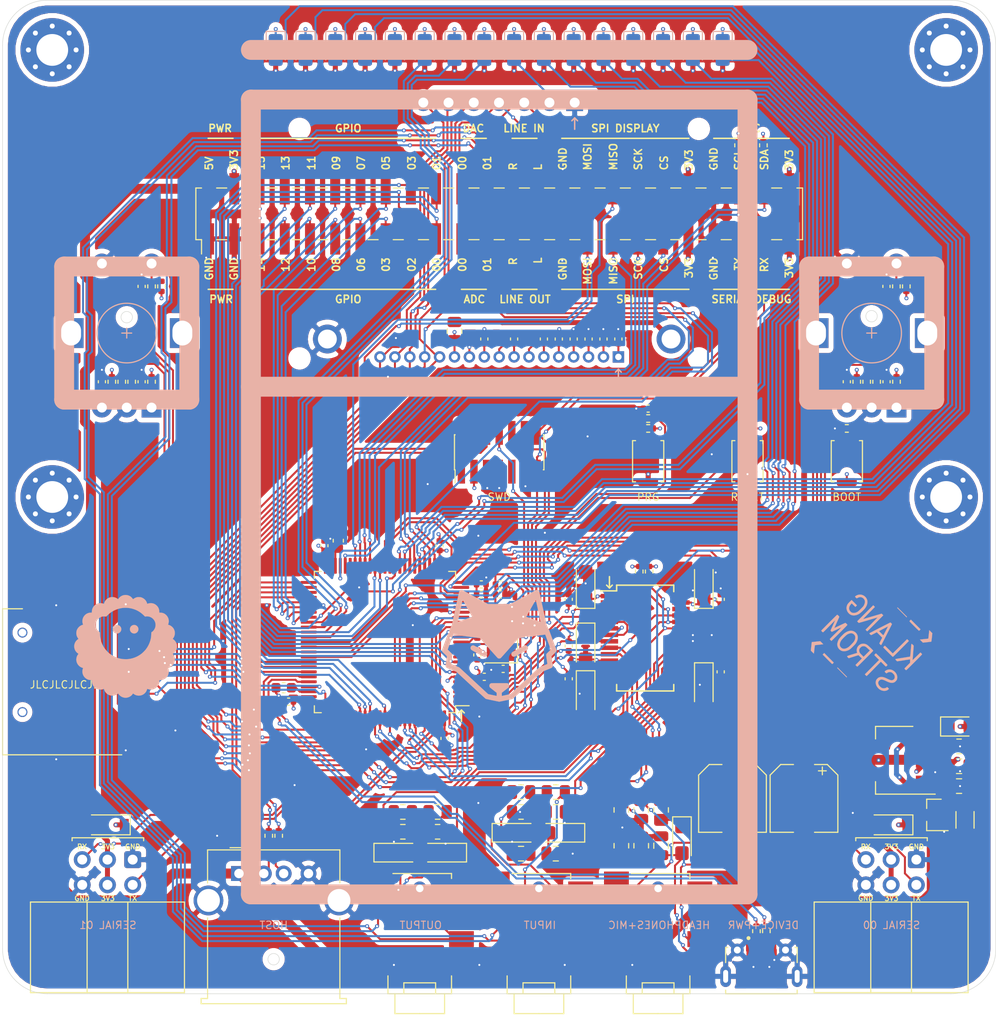
<source format=kicad_pcb>
(kicad_pcb (version 20171130) (host pcbnew "(5.1.8-0-10_14)")
  (title_block (rev 0.1))
  (layers (0 F.Cu signal) (1 In1.Cu power) (2 In2.Cu power) (31 B.Cu signal) (34 B.Paste user hide) (35 F.Paste user hide) (36 B.SilkS user) (37 F.SilkS user) (38 B.Mask user hide) (39 F.Mask user hide) (44 Edge.Cuts user))
  (net 0 "")
  (net 1 GND)
  (net 2 +3V3)
  (net 3 /RCC_OSC_IN)
  (net 4 /VCAP1)
  (net 5 +3.3VA)
  (net 6 /audio_codec_WM8731/SIGNAL_IN_LEFT)
  (net 7 /audio_codec_WM8731/SIGNAL_IN_RIGHT)
  (net 8 /ENCODER_01_BUTTON)
  (net 9 /ENCODER_00_BUTTON)
  (net 10 /LED_00)
  (net 11 "Net-(D1-Pad1)")
  (net 12 /LED_01)
  (net 13 "Net-(D2-Pad1)")
  (net 14 /LED_02)
  (net 15 "Net-(D3-Pad1)")
  (net 16 "Net-(D4-Pad1)")
  (net 17 /ADC_00)
  (net 18 /ADC_01)
  (net 19 /GPIO_07)
  (net 20 /GPIO_06)
  (net 21 /GPIO_05)
  (net 22 /GPIO_04)
  (net 23 /GPIO_03)
  (net 24 /GPIO_02)
  (net 25 /GPIO_01)
  (net 26 /GPIO_00)
  (net 27 +5V)
  (net 28 /SWD_NRST)
  (net 29 /SWD_SWCLK)
  (net 30 /SWD_SWDIO)
  (net 31 /audio_codec_WM8731/SIGNAL_OUT_RIGHT)
  (net 32 /audio_codec_WM8731/SIGNAL_OUT_LEFT)
  (net 33 /BOOT_FLASH)
  (net 34 /RCC_OSC_OUT)
  (net 35 /AUDIOCODEC_I2C_SCL)
  (net 36 /AUDIOCODEC_I2C_SDA)
  (net 37 /ENCODER_01_A)
  (net 38 /ENCODER_01_B)
  (net 39 /ENCODER_00_A)
  (net 40 /ENCODER_00_B)
  (net 41 /AUDIOCODEC_I2S_MCK)
  (net 42 /AUDIOCODEC_I2S_CK)
  (net 43 /AUDIOCODEC_I2S_SDO)
  (net 44 "Net-(FB1-Pad2)")
  (net 45 "Net-(C2-Pad1)")
  (net 46 /audio_codec_WM8731/MIC_IN)
  (net 47 /audio_codec_WM8731/SIGNAL_MIC_BIAS)
  (net 48 /audio_codec_WM8731/SIGNAL_MIC_IN)
  (net 49 /ADCLRC)
  (net 50 /ADCDAT)
  (net 51 "Net-(C4-Pad1)")
  (net 52 /audio_codec_WM8731/HEADPHONE_LEFT)
  (net 53 /audio_codec_WM8731/SIGNAL_HEADPHONE_LEFT)
  (net 54 /audio_codec_WM8731/HEADPHONE_RIGHT)
  (net 55 /audio_codec_WM8731/SIGNAL_HEADPHONE_RIGHT)
  (net 56 /LINE_OUT_LEFT)
  (net 57 /LINE_OUT_RIGHT)
  (net 58 /LINE_IN_LEFT)
  (net 59 /LINE_IN_RIGHT)
  (net 60 /SDCARD_MOSI)
  (net 61 /SDCARD_SCK)
  (net 62 /SDCARD_MISO)
  (net 63 /VCAP2)
  (net 64 /SDCARD_CS)
  (net 65 /SDCARD_CARD_DETECT)
  (net 66 "Net-(J3-Pad3)")
  (net 67 "Net-(J3-Pad2)")
  (net 68 /SERIAL_DEBUG_RX)
  (net 69 /SERIAL_DEBUG_TX)
  (net 70 /SWD_SWO)
  (net 71 /SERIAL_01_RX)
  (net 72 /SERIAL_00_RX)
  (net 73 /SERIAL_01_TX)
  (net 74 /SERIAL_00_TX)
  (net 75 /USB_DEVICE-)
  (net 76 /USB_DEVICE+)
  (net 77 /USB_HOST+)
  (net 78 /USB_HOST-)
  (net 79 "Net-(DS1-PadA)")
  (net 80 "Net-(C3-Pad2)")
  (net 81 "Net-(C3-Pad1)")
  (net 82 "Net-(C5-Pad2)")
  (net 83 "Net-(C5-Pad1)")
  (net 84 "Net-(C6-Pad1)")
  (net 85 "Net-(C7-Pad1)")
  (net 86 "Net-(C8-Pad1)")
  (net 87 "Net-(C9-Pad1)")
  (net 88 "Net-(C10-Pad1)")
  (net 89 "Net-(C12-Pad1)")
  (net 90 "Net-(C29-Pad1)")
  (net 91 "Net-(C31-Pad1)")
  (net 92 "Net-(C33-Pad2)")
  (net 93 "Net-(C35-Pad2)")
  (net 94 "Net-(C37-Pad2)")
  (net 95 "Net-(C38-Pad2)")
  (net 96 "Net-(C48-Pad1)")
  (net 97 "Net-(C49-Pad1)")
  (net 98 "Net-(C51-Pad1)")
  (net 99 "Net-(C52-Pad1)")
  (net 100 "Net-(J5-Pad3)")
  (net 101 "Net-(J5-Pad2)")
  (net 102 "Net-(D5-Pad1)")
  (net 103 "Net-(D6-Pad1)")
  (net 104 "Net-(D7-Pad1)")
  (net 105 "Net-(D8-Pad1)")
  (net 106 "Net-(D9-Pad1)")
  (net 107 "Net-(D10-Pad1)")
  (net 108 "Net-(D11-Pad1)")
  (net 109 "Net-(D12-Pad1)")
  (net 110 "Net-(D13-Pad1)")
  (net 111 "Net-(D14-Pad1)")
  (net 112 "Net-(D15-Pad1)")
  (net 113 "Net-(D16-Pad1)")
  (net 114 "Net-(D17-Pad1)")
  (net 115 "Net-(D18-Pad2)")
  (net 116 "Net-(D19-Pad2)")
  (net 117 /SPI_DISPLAY_MOSI)
  (net 118 /SPI_DISPLAY_SCK)
  (net 119 /SPI_DISPLAY_REGISTER_SELECT)
  (net 120 /SPI_DISPLAY_RESET)
  (net 121 /SPI_DISPLAY_CS)
  (net 122 "Net-(R41-Pad1)")
  (net 123 "Net-(R47-Pad1)")
  (net 124 "Net-(R55-Pad1)")
  (net 125 /BUTTON_PRG)
  (net 126 /LED_03)
  (net 127 /LED_04)
  (net 128 /LED_05)
  (net 129 /LED_06)
  (net 130 /LED_07)
  (net 131 /LED_08)
  (net 132 /LED_09)
  (net 133 /LED_10)
  (net 134 /LED_11)
  (net 135 /LED_12)
  (net 136 /LED_13)
  (net 137 /LED_14)
  (net 138 /LED_15)
  (net 139 /I2C_USR_SDA)
  (net 140 /I2C_USR_SCL)
  (net 141 /SPI_USR_CS)
  (net 142 /SPI_USR_SCK)
  (net 143 /SPI_DISPLAY_MISO)
  (net 144 /SPI_USR_MISO)
  (net 145 /SPI_USR_MOSI)
  (net 146 /GPIO_09)
  (net 147 /GPIO_08)
  (net 148 /GPIO_11)
  (net 149 /GPIO_10)
  (net 150 /GPIO_13)
  (net 151 /GPIO_12)
  (net 152 /GPIO_15)
  (net 153 /GPIO_14)
  (net 154 /DAC_01)
  (net 155 /DAC_00)
  (module Package_QFP:LQFP-100_14x14mm_P0.5mm (layer F.Cu) (at 118.5 114.6 180)
    (fp_text reference U1)
    (fp_text value STM32H743VITx)
    (pad 1 smd roundrect (at -7.675 -6 180) (size 1.6 0.3) (layers F.Cu F.Paste F.Mask) (net 41 /AUDIOCODEC_I2S_MCK))
    (pad 2 smd roundrect (at -7.675 -5.5 180) (size 1.6 0.3) (layers F.Cu F.Paste F.Mask) (net 50 /ADCDAT))
    (pad 3 smd roundrect (at -7.675 -5 180) (size 1.6 0.3) (layers F.Cu F.Paste F.Mask) (net 49 /ADCLRC))
    (pad 4 smd roundrect (at -7.675 -4.5 180) (size 1.6 0.3) (layers F.Cu F.Paste F.Mask) (net 42 /AUDIOCODEC_I2S_CK))
    (pad 5 smd roundrect (at -7.675 -4 180) (size 1.6 0.3) (layers F.Cu F.Paste F.Mask) (net 43 /AUDIOCODEC_I2S_SDO))
    (pad 6 smd roundrect (at -7.675 -3.5 180) (size 1.6 0.3) (layers F.Cu F.Paste F.Mask) (net 2 +3V3))
    (pad 7 smd roundrect (at -7.675 -3 180) (size 1.6 0.3) (layers F.Cu F.Paste F.Mask) (net 152 /GPIO_15))
    (pad 8 smd roundrect (at -7.675 -2.5 180) (size 1.6 0.3) (layers F.Cu F.Paste F.Mask) (net 153 /GPIO_14))
    (pad 9 smd roundrect (at -7.675 -2 180) (size 1.6 0.3) (layers F.Cu F.Paste F.Mask) (net 150 /GPIO_13))
    (pad 10 smd roundrect (at -7.675 -1.5 180) (size 1.6 0.3) (layers F.Cu F.Paste F.Mask) (net 1 GND))
    (pad 11 smd roundrect (at -7.675 -1 180) (size 1.6 0.3) (layers F.Cu F.Paste F.Mask) (net 2 +3V3))
    (pad 12 smd roundrect (at -7.675 -0.5 180) (size 1.6 0.3) (layers F.Cu F.Paste F.Mask) (net 3 /RCC_OSC_IN))
    (pad 13 smd roundrect (at -7.675 0 180) (size 1.6 0.3) (layers F.Cu F.Paste F.Mask) (net 34 /RCC_OSC_OUT))
    (pad 14 smd roundrect (at -7.675 0.5 180) (size 1.6 0.3) (layers F.Cu F.Paste F.Mask) (net 28 /SWD_NRST))
    (pad 15 smd roundrect (at -7.675 1 180) (size 1.6 0.3) (layers F.Cu F.Paste F.Mask) (net 151 /GPIO_12))
    (pad 16 smd roundrect (at -7.675 1.5 180) (size 1.6 0.3) (layers F.Cu F.Paste F.Mask) (net 65 /SDCARD_CARD_DETECT))
    (pad 17 smd roundrect (at -7.675 2 180) (size 1.6 0.3) (layers F.Cu F.Paste F.Mask) (net 62 /SDCARD_MISO))
    (pad 18 smd roundrect (at -7.675 2.5 180) (size 1.6 0.3) (layers F.Cu F.Paste F.Mask) (net 60 /SDCARD_MOSI))
    (pad 19 smd roundrect (at -7.675 3 180) (size 1.6 0.3) (layers F.Cu F.Paste F.Mask) (net 1 GND))
    (pad 20 smd roundrect (at -7.675 3.5 180) (size 1.6 0.3) (layers F.Cu F.Paste F.Mask) (net 5 +3.3VA))
    (pad 21 smd roundrect (at -7.675 4 180) (size 1.6 0.3) (layers F.Cu F.Paste F.Mask) (net 5 +3.3VA))
    (pad 22 smd roundrect (at -7.675 4.5 180) (size 1.6 0.3) (layers F.Cu F.Paste F.Mask) (net 39 /ENCODER_00_A))
    (pad 23 smd roundrect (at -7.675 5 180) (size 1.6 0.3) (layers F.Cu F.Paste F.Mask) (net 40 /ENCODER_00_B))
    (pad 24 smd roundrect (at -7.675 5.5 180) (size 1.6 0.3) (layers F.Cu F.Paste F.Mask) (net 10 /LED_00))
    (pad 25 smd roundrect (at -7.675 6 180) (size 1.6 0.3) (layers F.Cu F.Paste F.Mask) (net 9 /ENCODER_00_BUTTON))
    (pad 26 smd roundrect (at -6 7.675 180) (size 0.3 1.6) (layers F.Cu F.Paste F.Mask) (net 1 GND))
    (pad 27 smd roundrect (at -5.5 7.675 180) (size 0.3 1.6) (layers F.Cu F.Paste F.Mask) (net 2 +3V3))
    (pad 28 smd roundrect (at -5 7.675 180) (size 0.3 1.6) (layers F.Cu F.Paste F.Mask) (net 155 /DAC_00))
    (pad 29 smd roundrect (at -4.5 7.675 180) (size 0.3 1.6) (layers F.Cu F.Paste F.Mask) (net 154 /DAC_01))
    (pad 30 smd roundrect (at -4 7.675 180) (size 0.3 1.6) (layers F.Cu F.Paste F.Mask) (net 12 /LED_01))
    (pad 31 smd roundrect (at -3.5 7.675 180) (size 0.3 1.6) (layers F.Cu F.Paste F.Mask) (net 14 /LED_02))
    (pad 32 smd roundrect (at -3 7.675 180) (size 0.3 1.6) (layers F.Cu F.Paste F.Mask) (net 17 /ADC_00))
    (pad 33 smd roundrect (at -2.5 7.675 180) (size 0.3 1.6) (layers F.Cu F.Paste F.Mask) (net 18 /ADC_01))
    (pad 34 smd roundrect (at -2 7.675 180) (size 0.3 1.6) (layers F.Cu F.Paste F.Mask) (net 126 /LED_03))
    (pad 35 smd roundrect (at -1.5 7.675 180) (size 0.3 1.6) (layers F.Cu F.Paste F.Mask) (net 127 /LED_04))
    (pad 36 smd roundrect (at -1 7.675 180) (size 0.3 1.6) (layers F.Cu F.Paste F.Mask) (net 148 /GPIO_11))
    (pad 37 smd roundrect (at -0.5 7.675 180) (size 0.3 1.6) (layers F.Cu F.Paste F.Mask) (net 72 /SERIAL_00_RX))
    (pad 38 smd roundrect (at 0 7.675 180) (size 0.3 1.6) (layers F.Cu F.Paste F.Mask) (net 74 /SERIAL_00_TX))
    (pad 39 smd roundrect (at 0.5 7.675 180) (size 0.3 1.6) (layers F.Cu F.Paste F.Mask) (net 149 /GPIO_10))
    (pad 40 smd roundrect (at 1 7.675 180) (size 0.3 1.6) (layers F.Cu F.Paste F.Mask) (net 146 /GPIO_09))
    (pad 41 smd roundrect (at 1.5 7.675 180) (size 0.3 1.6) (layers F.Cu F.Paste F.Mask) (net 141 /SPI_USR_CS))
    (pad 42 smd roundrect (at 2 7.675 180) (size 0.3 1.6) (layers F.Cu F.Paste F.Mask) (net 142 /SPI_USR_SCK))
    (pad 43 smd roundrect (at 2.5 7.675 180) (size 0.3 1.6) (layers F.Cu F.Paste F.Mask) (net 144 /SPI_USR_MISO))
    (pad 44 smd roundrect (at 3 7.675 180) (size 0.3 1.6) (layers F.Cu F.Paste F.Mask) (net 145 /SPI_USR_MOSI))
    (pad 45 smd roundrect (at 3.5 7.675 180) (size 0.3 1.6) (layers F.Cu F.Paste F.Mask) (net 147 /GPIO_08))
    (pad 46 smd roundrect (at 4 7.675 180) (size 0.3 1.6) (layers F.Cu F.Paste F.Mask) (net 140 /I2C_USR_SCL))
    (pad 47 smd roundrect (at 4.5 7.675 180) (size 0.3 1.6) (layers F.Cu F.Paste F.Mask) (net 139 /I2C_USR_SDA))
    (pad 48 smd roundrect (at 5 7.675 180) (size 0.3 1.6) (layers F.Cu F.Paste F.Mask) (net 4 /VCAP1))
    (pad 49 smd roundrect (at 5.5 7.675 180) (size 0.3 1.6) (layers F.Cu F.Paste F.Mask) (net 1 GND))
    (pad 50 smd roundrect (at 6 7.675 180) (size 0.3 1.6) (layers F.Cu F.Paste F.Mask) (net 2 +3V3))
    (pad 51 smd roundrect (at 7.675 6 180) (size 1.6 0.3) (layers F.Cu F.Paste F.Mask) (net 64 /SDCARD_CS))
    (pad 52 smd roundrect (at 7.675 5.5 180) (size 1.6 0.3) (layers F.Cu F.Paste F.Mask) (net 61 /SDCARD_SCK))
    (pad 53 smd roundrect (at 7.675 5 180) (size 1.6 0.3) (layers F.Cu F.Paste F.Mask) (net 78 /USB_HOST-))
    (pad 54 smd roundrect (at 7.675 4.5 180) (size 1.6 0.3) (layers F.Cu F.Paste F.Mask) (net 77 /USB_HOST+))
    (pad 55 smd roundrect (at 7.675 4 180) (size 1.6 0.3) (layers F.Cu F.Paste F.Mask) (net 19 /GPIO_07))
    (pad 56 smd roundrect (at 7.675 3.5 180) (size 1.6 0.3) (layers F.Cu F.Paste F.Mask) (net 20 /GPIO_06))
    (pad 57 smd roundrect (at 7.675 3 180) (size 1.6 0.3) (layers F.Cu F.Paste F.Mask) (net 21 /GPIO_05))
    (pad 58 smd roundrect (at 7.675 2.5 180) (size 1.6 0.3) (layers F.Cu F.Paste F.Mask) (net 22 /GPIO_04))
    (pad 59 smd roundrect (at 7.675 2 180) (size 1.6 0.3) (layers F.Cu F.Paste F.Mask) (net 128 /LED_05))
    (pad 60 smd roundrect (at 7.675 1.5 180) (size 1.6 0.3) (layers F.Cu F.Paste F.Mask) (net 129 /LED_06))
    (pad 61 smd roundrect (at 7.675 1 180) (size 1.6 0.3) (layers F.Cu F.Paste F.Mask) (net 130 /LED_07))
    (pad 62 smd roundrect (at 7.675 0.5 180) (size 1.6 0.3) (layers F.Cu F.Paste F.Mask) (net 131 /LED_08))
    (pad 63 smd roundrect (at 7.675 0 180) (size 1.6 0.3) (layers F.Cu F.Paste F.Mask) (net 132 /LED_09))
    (pad 64 smd roundrect (at 7.675 -0.5 180) (size 1.6 0.3) (layers F.Cu F.Paste F.Mask) (net 133 /LED_10))
    (pad 65 smd roundrect (at 7.675 -1 180) (size 1.6 0.3) (layers F.Cu F.Paste F.Mask) (net 134 /LED_11))
    (pad 66 smd roundrect (at 7.675 -1.5 180) (size 1.6 0.3) (layers F.Cu F.Paste F.Mask) (net 135 /LED_12))
    (pad 67 smd roundrect (at 7.675 -2 180) (size 1.6 0.3) (layers F.Cu F.Paste F.Mask) (net 37 /ENCODER_01_A))
    (pad 68 smd roundrect (at 7.675 -2.5 180) (size 1.6 0.3) (layers F.Cu F.Paste F.Mask) (net 38 /ENCODER_01_B))
    (pad 69 smd roundrect (at 7.675 -3 180) (size 1.6 0.3) (layers F.Cu F.Paste F.Mask) (net 8 /ENCODER_01_BUTTON))
    (pad 70 smd roundrect (at 7.675 -3.5 180) (size 1.6 0.3) (layers F.Cu F.Paste F.Mask) (net 75 /USB_DEVICE-))
    (pad 71 smd roundrect (at 7.675 -4 180) (size 1.6 0.3) (layers F.Cu F.Paste F.Mask) (net 76 /USB_DEVICE+))
    (pad 72 smd roundrect (at 7.675 -4.5 180) (size 1.6 0.3) (layers F.Cu F.Paste F.Mask) (net 30 /SWD_SWDIO))
    (pad 73 smd roundrect (at 7.675 -5 180) (size 1.6 0.3) (layers F.Cu F.Paste F.Mask) (net 63 /VCAP2))
    (pad 74 smd roundrect (at 7.675 -5.5 180) (size 1.6 0.3) (layers F.Cu F.Paste F.Mask) (net 1 GND))
    (pad 75 smd roundrect (at 7.675 -6 180) (size 1.6 0.3) (layers F.Cu F.Paste F.Mask) (net 2 +3V3))
    (pad 76 smd roundrect (at 6 -7.675 180) (size 0.3 1.6) (layers F.Cu F.Paste F.Mask) (net 29 /SWD_SWCLK))
    (pad 77 smd roundrect (at 5.5 -7.675 180) (size 0.3 1.6) (layers F.Cu F.Paste F.Mask) (net 121 /SPI_DISPLAY_CS))
    (pad 78 smd roundrect (at 5 -7.675 180) (size 0.3 1.6) (layers F.Cu F.Paste F.Mask) (net 118 /SPI_DISPLAY_SCK))
    (pad 79 smd roundrect (at 4.5 -7.675 180) (size 0.3 1.6) (layers F.Cu F.Paste F.Mask) (net 143 /SPI_DISPLAY_MISO))
    (pad 80 smd roundrect (at 4 -7.675 180) (size 0.3 1.6) (layers F.Cu F.Paste F.Mask) (net 117 /SPI_DISPLAY_MOSI))
    (pad 81 smd roundrect (at 3.5 -7.675 180) (size 0.3 1.6) (layers F.Cu F.Paste F.Mask) (net 119 /SPI_DISPLAY_REGISTER_SELECT))
    (pad 82 smd roundrect (at 3 -7.675 180) (size 0.3 1.6) (layers F.Cu F.Paste F.Mask) (net 120 /SPI_DISPLAY_RESET))
    (pad 83 smd roundrect (at 2.5 -7.675 180) (size 0.3 1.6) (layers F.Cu F.Paste F.Mask) (net 23 /GPIO_03))
    (pad 84 smd roundrect (at 2 -7.675 180) (size 0.3 1.6) (layers F.Cu F.Paste F.Mask) (net 24 /GPIO_02))
    (pad 85 smd roundrect (at 1.5 -7.675 180) (size 0.3 1.6) (layers F.Cu F.Paste F.Mask) (net 25 /GPIO_01))
    (pad 86 smd roundrect (at 1 -7.675 180) (size 0.3 1.6) (layers F.Cu F.Paste F.Mask) (net 69 /SERIAL_DEBUG_TX))
    (pad 87 smd roundrect (at 0.5 -7.675 180) (size 0.3 1.6) (layers F.Cu F.Paste F.Mask) (net 68 /SERIAL_DEBUG_RX))
    (pad 88 smd roundrect (at 0 -7.675 180) (size 0.3 1.6) (layers F.Cu F.Paste F.Mask) (net 26 /GPIO_00))
    (pad 89 smd roundrect (at -0.5 -7.675 180) (size 0.3 1.6) (layers F.Cu F.Paste F.Mask) (net 70 /SWD_SWO))
    (pad 90 smd roundrect (at -1 -7.675 180) (size 0.3 1.6) (layers F.Cu F.Paste F.Mask) (net 136 /LED_13))
    (pad 91 smd roundrect (at -1.5 -7.675 180) (size 0.3 1.6) (layers F.Cu F.Paste F.Mask) (net 137 /LED_14))
    (pad 92 smd roundrect (at -2 -7.675 180) (size 0.3 1.6) (layers F.Cu F.Paste F.Mask) (net 35 /AUDIOCODEC_I2C_SCL))
    (pad 93 smd roundrect (at -2.5 -7.675 180) (size 0.3 1.6) (layers F.Cu F.Paste F.Mask) (net 36 /AUDIOCODEC_I2C_SDA))
    (pad 94 smd roundrect (at -3 -7.675 180) (size 0.3 1.6) (layers F.Cu F.Paste F.Mask) (net 33 /BOOT_FLASH))
    (pad 95 smd roundrect (at -3.5 -7.675 180) (size 0.3 1.6) (layers F.Cu F.Paste F.Mask) (net 138 /LED_15))
    (pad 96 smd roundrect (at -4 -7.675 180) (size 0.3 1.6) (layers F.Cu F.Paste F.Mask) (net 125 /BUTTON_PRG))
    (pad 97 smd roundrect (at -4.5 -7.675 180) (size 0.3 1.6) (layers F.Cu F.Paste F.Mask) (net 71 /SERIAL_01_RX))
    (pad 98 smd roundrect (at -5 -7.675 180) (size 0.3 1.6) (layers F.Cu F.Paste F.Mask) (net 73 /SERIAL_01_TX))
    (pad 99 smd roundrect (at -5.5 -7.675 180) (size 0.3 1.6) (layers F.Cu F.Paste F.Mask) (net 1 GND))
    (pad 100 smd roundrect (at -6 -7.675 180) (size 0.3 1.6) (layers F.Cu F.Paste F.Mask) (net 2 +3V3))
  )
  (module Connector_PinHeader_2.54mm:PinHeader_2x24_P2.54mm_Vertical_SMD (layer F.Cu) (at 130 71.5 90)
    (fp_text reference J2)
    (fp_text value PERIPHERALS)
    (pad 48 smd rect (at 2.525 29.21 90) (size 3.15 1) (layers F.Cu F.Paste F.Mask) (net 2 +3V3))
    (pad 47 smd rect (at -2.525 29.21 90) (size 3.15 1) (layers F.Cu F.Paste F.Mask) (net 2 +3V3))
    (pad 46 smd rect (at 2.525 26.67 90) (size 3.15 1) (layers F.Cu F.Paste F.Mask) (net 139 /I2C_USR_SDA))
    (pad 45 smd rect (at -2.525 26.67 90) (size 3.15 1) (layers F.Cu F.Paste F.Mask) (net 68 /SERIAL_DEBUG_RX))
    (pad 44 smd rect (at 2.525 24.13 90) (size 3.15 1) (layers F.Cu F.Paste F.Mask) (net 140 /I2C_USR_SCL))
    (pad 43 smd rect (at -2.525 24.13 90) (size 3.15 1) (layers F.Cu F.Paste F.Mask) (net 69 /SERIAL_DEBUG_TX))
    (pad 42 smd rect (at 2.525 21.59 90) (size 3.15 1) (layers F.Cu F.Paste F.Mask) (net 1 GND))
    (pad 41 smd rect (at -2.525 21.59 90) (size 3.15 1) (layers F.Cu F.Paste F.Mask) (net 1 GND))
    (pad 40 smd rect (at 2.525 19.05 90) (size 3.15 1) (layers F.Cu F.Paste F.Mask) (net 2 +3V3))
    (pad 39 smd rect (at -2.525 19.05 90) (size 3.15 1) (layers F.Cu F.Paste F.Mask) (net 2 +3V3))
    (pad 38 smd rect (at 2.525 16.51 90) (size 3.15 1) (layers F.Cu F.Paste F.Mask) (net 121 /SPI_DISPLAY_CS))
    (pad 37 smd rect (at -2.525 16.51 90) (size 3.15 1) (layers F.Cu F.Paste F.Mask) (net 141 /SPI_USR_CS))
    (pad 36 smd rect (at 2.525 13.97 90) (size 3.15 1) (layers F.Cu F.Paste F.Mask) (net 118 /SPI_DISPLAY_SCK))
    (pad 35 smd rect (at -2.525 13.97 90) (size 3.15 1) (layers F.Cu F.Paste F.Mask) (net 142 /SPI_USR_SCK))
    (pad 34 smd rect (at 2.525 11.43 90) (size 3.15 1) (layers F.Cu F.Paste F.Mask) (net 143 /SPI_DISPLAY_MISO))
    (pad 33 smd rect (at -2.525 11.43 90) (size 3.15 1) (layers F.Cu F.Paste F.Mask) (net 144 /SPI_USR_MISO))
    (pad 32 smd rect (at 2.525 8.89 90) (size 3.15 1) (layers F.Cu F.Paste F.Mask) (net 117 /SPI_DISPLAY_MOSI))
    (pad 31 smd rect (at -2.525 8.89 90) (size 3.15 1) (layers F.Cu F.Paste F.Mask) (net 145 /SPI_USR_MOSI))
    (pad 30 smd rect (at 2.525 6.35 90) (size 3.15 1) (layers F.Cu F.Paste F.Mask) (net 1 GND))
    (pad 29 smd rect (at -2.525 6.35 90) (size 3.15 1) (layers F.Cu F.Paste F.Mask) (net 1 GND))
    (pad 28 smd rect (at 2.525 3.81 90) (size 3.15 1) (layers F.Cu F.Paste F.Mask) (net 58 /LINE_IN_LEFT))
    (pad 27 smd rect (at -2.525 3.81 90) (size 3.15 1) (layers F.Cu F.Paste F.Mask) (net 56 /LINE_OUT_LEFT))
    (pad 26 smd rect (at 2.525 1.27 90) (size 3.15 1) (layers F.Cu F.Paste F.Mask) (net 59 /LINE_IN_RIGHT))
    (pad 25 smd rect (at -2.525 1.27 90) (size 3.15 1) (layers F.Cu F.Paste F.Mask) (net 57 /LINE_OUT_RIGHT))
    (pad 24 smd rect (at 2.525 -1.27 90) (size 3.15 1) (layers F.Cu F.Paste F.Mask) (net 154 /DAC_01))
    (pad 23 smd rect (at -2.525 -1.27 90) (size 3.15 1) (layers F.Cu F.Paste F.Mask) (net 18 /ADC_01))
    (pad 22 smd rect (at 2.525 -3.81 90) (size 3.15 1) (layers F.Cu F.Paste F.Mask) (net 155 /DAC_00))
    (pad 21 smd rect (at -2.525 -3.81 90) (size 3.15 1) (layers F.Cu F.Paste F.Mask) (net 17 /ADC_00))
    (pad 20 smd rect (at 2.525 -6.35 90) (size 3.15 1) (layers F.Cu F.Paste F.Mask) (net 25 /GPIO_01))
    (pad 19 smd rect (at -2.525 -6.35 90) (size 3.15 1) (layers F.Cu F.Paste F.Mask) (net 26 /GPIO_00))
    (pad 18 smd rect (at 2.525 -8.89 90) (size 3.15 1) (layers F.Cu F.Paste F.Mask) (net 23 /GPIO_03))
    (pad 17 smd rect (at -2.525 -8.89 90) (size 3.15 1) (layers F.Cu F.Paste F.Mask) (net 24 /GPIO_02))
    (pad 16 smd rect (at 2.525 -11.43 90) (size 3.15 1) (layers F.Cu F.Paste F.Mask) (net 21 /GPIO_05))
    (pad 15 smd rect (at -2.525 -11.43 90) (size 3.15 1) (layers F.Cu F.Paste F.Mask) (net 22 /GPIO_04))
    (pad 14 smd rect (at 2.525 -13.97 90) (size 3.15 1) (layers F.Cu F.Paste F.Mask) (net 19 /GPIO_07))
    (pad 13 smd rect (at -2.525 -13.97 90) (size 3.15 1) (layers F.Cu F.Paste F.Mask) (net 20 /GPIO_06))
    (pad 12 smd rect (at 2.525 -16.51 90) (size 3.15 1) (layers F.Cu F.Paste F.Mask) (net 146 /GPIO_09))
    (pad 11 smd rect (at -2.525 -16.51 90) (size 3.15 1) (layers F.Cu F.Paste F.Mask) (net 147 /GPIO_08))
    (pad 10 smd rect (at 2.525 -19.05 90) (size 3.15 1) (layers F.Cu F.Paste F.Mask) (net 148 /GPIO_11))
    (pad 9 smd rect (at -2.525 -19.05 90) (size 3.15 1) (layers F.Cu F.Paste F.Mask) (net 149 /GPIO_10))
    (pad 8 smd rect (at 2.525 -21.59 90) (size 3.15 1) (layers F.Cu F.Paste F.Mask) (net 150 /GPIO_13))
    (pad 7 smd rect (at -2.525 -21.59 90) (size 3.15 1) (layers F.Cu F.Paste F.Mask) (net 151 /GPIO_12))
    (pad 6 smd rect (at 2.525 -24.13 90) (size 3.15 1) (layers F.Cu F.Paste F.Mask) (net 152 /GPIO_15))
    (pad 5 smd rect (at -2.525 -24.13 90) (size 3.15 1) (layers F.Cu F.Paste F.Mask) (net 153 /GPIO_14))
    (pad 4 smd rect (at 2.525 -26.67 90) (size 3.15 1) (layers F.Cu F.Paste F.Mask) (net 2 +3V3))
    (pad 3 smd rect (at -2.525 -26.67 90) (size 3.15 1) (layers F.Cu F.Paste F.Mask) (net 1 GND))
    (pad 2 smd rect (at 2.525 -29.21 90) (size 3.15 1) (layers F.Cu F.Paste F.Mask) (net 27 +5V))
    (pad 1 smd rect (at -2.525 -29.21 90) (size 3.15 1) (layers F.Cu F.Paste F.Mask) (net 1 GND))
  )
  (module Resistor_SMD:R_0402_1005Metric (layer F.Cu) (at 154.1 64.6 270)
    (fp_text reference R54)
    (fp_text value 2.2K)
    (pad 2 smd roundrect (at 0.51 0 270) (size 0.54 0.64) (layers F.Cu F.Paste F.Mask) (net 140 /I2C_USR_SCL))
    (pad 1 smd roundrect (at -0.51 0 270) (size 0.54 0.64) (layers F.Cu F.Paste F.Mask) (net 2 +3V3))
  )
  (module Resistor_SMD:R_0402_1005Metric (layer F.Cu) (at 156.6 64.6 270)
    (fp_text reference R53)
    (fp_text value 2.2K)
    (pad 2 smd roundrect (at 0.51 0 270) (size 0.54 0.64) (layers F.Cu F.Paste F.Mask) (net 139 /I2C_USR_SDA))
    (pad 1 smd roundrect (at -0.51 0 270) (size 0.54 0.64) (layers F.Cu F.Paste F.Mask) (net 2 +3V3))
  )
  (module KLST_SHEEP:KLST--icon (layer B.Cu) (at 167.5 114.7 135)
    (fp_text reference X1 hide)
    (fp_text value KLST_SHEEP--graphics hide)
  )
  (module KLST_SHEEP:KLST_SHEEP--wolf (layer B.Cu) (at 130 115 180)
    (fp_text reference X3 hide)
    (fp_text value KLST_SHEEP--wolf hide)
  )
  (module KLST_SHEEP:Newhaven_Display-NHD-C12832A1Z-FSW-FBW-3V3 (layer B.Cu) (at 130 74.5 180)
    (fp_text reference DS1)
    (fp_text value NHD-C12832A1Z-FSW-FBW-3V3)
    (fp_text user ↑ (at -12 -13.1) (layer B.SilkS) (effects (font (size 1.5 1.5)) (justify mirror)))
    (pad A thru_hole circle (at -17.3 -9.6 180) (size 2.9 2.9) (drill 1.9) (layers *.Cu) (net 79 "Net-(DS1-PadA)"))
    (pad K thru_hole circle (at 17.3 -9.6 180) (size 2.9 2.9) (drill 1.9) (layers *.Cu) (net 1 GND))
    (pad ~ np_thru_hole circle (at -20.1 -11.55 180) (size 1.25 1.25) (drill 1.25) (layers *.Cu *.Mask))
    (pad ~ np_thru_hole circle (at 20.1 -11.55 180) (size 1.25 1.25) (drill 1.25) (layers *.Cu *.Mask))
    (pad ~ np_thru_hole circle (at 20.1 11.55 180) (size 1.25 1.25) (drill 1.25) (layers *.Cu *.Mask))
    (pad ~ np_thru_hole circle (at -20.1 11.55 180) (size 1.25 1.25) (drill 1.25) (layers *.Cu *.Mask))
    (pad 1 thru_hole rect (at -12 -11.4 180) (size 1.15 1.15) (drill 0.65) (layers F&B.Cu) (net 51 "Net-(C4-Pad1)"))
    (pad 2 thru_hole circle (at -10.5 -11.4 180) (size 1.15 1.15) (drill 0.65) (layers F&B.Cu) (net 84 "Net-(C6-Pad1)"))
    (pad 3 thru_hole circle (at -9 -11.4 180) (size 1.15 1.15) (drill 0.65) (layers F&B.Cu) (net 85 "Net-(C7-Pad1)"))
    (pad 4 thru_hole circle (at -7.5 -11.4 180) (size 1.15 1.15) (drill 0.65) (layers F&B.Cu) (net 86 "Net-(C8-Pad1)"))
    (pad 5 thru_hole circle (at -6 -11.4 180) (size 1.15 1.15) (drill 0.65) (layers F&B.Cu) (net 87 "Net-(C9-Pad1)"))
    (pad 6 thru_hole circle (at -4.5 -11.4 180) (size 1.15 1.15) (drill 0.65) (layers F&B.Cu) (net 82 "Net-(C5-Pad2)"))
    (pad 7 thru_hole circle (at -3 -11.4 180) (size 1.15 1.15) (drill 0.65) (layers F&B.Cu) (net 83 "Net-(C5-Pad1)"))
    (pad 8 thru_hole circle (at -1.5 -11.4 180) (size 1.15 1.15) (drill 0.65) (layers F&B.Cu) (net 81 "Net-(C3-Pad1)"))
    (pad 9 thru_hole circle (at 0 -11.4 180) (size 1.15 1.15) (drill 0.65) (layers F&B.Cu) (net 80 "Net-(C3-Pad2)"))
    (pad 10 thru_hole circle (at 1.5 -11.4 180) (size 1.15 1.15) (drill 0.65) (layers F&B.Cu) (net 89 "Net-(C12-Pad1)"))
    (pad 11 thru_hole circle (at 3 -11.4 180) (size 1.15 1.15) (drill 0.65) (layers F&B.Cu) (net 1 GND))
    (pad 12 thru_hole circle (at 4.5 -11.4 180) (size 1.15 1.15) (drill 0.65) (layers F&B.Cu) (net 2 +3V3))
    (pad 13 thru_hole circle (at 6 -11.4 180) (size 1.15 1.15) (drill 0.65) (layers F&B.Cu) (net 117 /SPI_DISPLAY_MOSI))
    (pad 14 thru_hole circle (at 7.5 -11.4 180) (size 1.15 1.15) (drill 0.65) (layers F&B.Cu) (net 118 /SPI_DISPLAY_SCK))
    (pad 15 thru_hole circle (at 9 -11.4 180) (size 1.15 1.15) (drill 0.65) (layers F&B.Cu) (net 119 /SPI_DISPLAY_REGISTER_SELECT))
    (pad 16 thru_hole circle (at 10.5 -11.4 180) (size 1.15 1.15) (drill 0.65) (layers F&B.Cu) (net 120 /SPI_DISPLAY_RESET))
    (pad 17 thru_hole circle (at 12 -11.4 180) (size 1.15 1.15) (drill 0.65) (layers F&B.Cu) (net 121 /SPI_DISPLAY_CS))
  )
  (module Connector_PinSocket_2.54mm:PinSocket_1x07_P2.54mm_Vertical (layer B.Cu) (at 137.6 60.3 90)
    (fp_text reference J8)
    (fp_text value GMT028-05_V1.1)
    (fp_text user ↑ (at -2 0) (layer B.SilkS) (effects (font (size 1.5 1.5)) (justify mirror)))
    (pad 1 thru_hole rect (at 0 0 90) (size 1.7 1.7) (drill 1) (layers *.Cu *.Mask) (net 1 GND))
    (pad 2 thru_hole oval (at 0 -2.54 90) (size 1.7 1.7) (drill 1) (layers *.Cu *.Mask) (net 2 +3V3))
    (pad 3 thru_hole oval (at 0 -5.08 90) (size 1.7 1.7) (drill 1) (layers *.Cu *.Mask) (net 118 /SPI_DISPLAY_SCK))
    (pad 4 thru_hole oval (at 0 -7.62 90) (size 1.7 1.7) (drill 1) (layers *.Cu *.Mask) (net 117 /SPI_DISPLAY_MOSI))
    (pad 5 thru_hole oval (at 0 -10.16 90) (size 1.7 1.7) (drill 1) (layers *.Cu *.Mask) (net 120 /SPI_DISPLAY_RESET))
    (pad 6 thru_hole oval (at 0 -12.7 90) (size 1.7 1.7) (drill 1) (layers *.Cu *.Mask) (net 119 /SPI_DISPLAY_REGISTER_SELECT))
    (pad 7 thru_hole oval (at 0 -15.24 90) (size 1.7 1.7) (drill 1) (layers *.Cu *.Mask) (net 121 /SPI_DISPLAY_CS))
  )
  (module Resistor_SMD:R_0805_2012Metric_Pad1.20x1.40mm_HandSolder (layer F.Cu) (at 152.5 55 90)
    (fp_text reference R23)
    (fp_text value 1K)
    (pad 2 smd roundrect (at 1 0 90) (size 1.2 1.4) (layers F.Cu F.Paste F.Mask) (roundrect_rratio 0.2083325) (net 114 "Net-(D17-Pad1)"))
    (pad 1 smd roundrect (at -1 0 90) (size 1.2 1.4) (layers F.Cu F.Paste F.Mask) (roundrect_rratio 0.2083325) (net 1 GND))
  )
  (module Resistor_SMD:R_0805_2012Metric_Pad1.20x1.40mm_HandSolder (layer F.Cu) (at 149.5 55 90)
    (fp_text reference R22)
    (fp_text value 1K)
    (pad 2 smd roundrect (at 1 0 90) (size 1.2 1.4) (layers F.Cu F.Paste F.Mask) (roundrect_rratio 0.2083325) (net 113 "Net-(D16-Pad1)"))
    (pad 1 smd roundrect (at -1 0 90) (size 1.2 1.4) (layers F.Cu F.Paste F.Mask) (roundrect_rratio 0.2083325) (net 1 GND))
  )
  (module Resistor_SMD:R_0805_2012Metric_Pad1.20x1.40mm_HandSolder (layer F.Cu) (at 146.5 55 90)
    (fp_text reference R21)
    (fp_text value 1K)
    (pad 2 smd roundrect (at 1 0 90) (size 1.2 1.4) (layers F.Cu F.Paste F.Mask) (roundrect_rratio 0.2083325) (net 112 "Net-(D15-Pad1)"))
    (pad 1 smd roundrect (at -1 0 90) (size 1.2 1.4) (layers F.Cu F.Paste F.Mask) (roundrect_rratio 0.2083325) (net 1 GND))
  )
  (module Resistor_SMD:R_0805_2012Metric_Pad1.20x1.40mm_HandSolder (layer F.Cu) (at 143.5 55 90)
    (fp_text reference R20)
    (fp_text value 1K)
    (pad 2 smd roundrect (at 1 0 90) (size 1.2 1.4) (layers F.Cu F.Paste F.Mask) (roundrect_rratio 0.2083325) (net 111 "Net-(D14-Pad1)"))
    (pad 1 smd roundrect (at -1 0 90) (size 1.2 1.4) (layers F.Cu F.Paste F.Mask) (roundrect_rratio 0.2083325) (net 1 GND))
  )
  (module Resistor_SMD:R_0805_2012Metric_Pad1.20x1.40mm_HandSolder (layer F.Cu) (at 140.5 55 90)
    (fp_text reference R19)
    (fp_text value 1K)
    (pad 2 smd roundrect (at 1 0 90) (size 1.2 1.4) (layers F.Cu F.Paste F.Mask) (roundrect_rratio 0.2083325) (net 110 "Net-(D13-Pad1)"))
    (pad 1 smd roundrect (at -1 0 90) (size 1.2 1.4) (layers F.Cu F.Paste F.Mask) (roundrect_rratio 0.2083325) (net 1 GND))
  )
  (module Resistor_SMD:R_0805_2012Metric_Pad1.20x1.40mm_HandSolder (layer F.Cu) (at 137.5 55 90)
    (fp_text reference R18)
    (fp_text value 1K)
    (pad 2 smd roundrect (at 1 0 90) (size 1.2 1.4) (layers F.Cu F.Paste F.Mask) (roundrect_rratio 0.2083325) (net 109 "Net-(D12-Pad1)"))
    (pad 1 smd roundrect (at -1 0 90) (size 1.2 1.4) (layers F.Cu F.Paste F.Mask) (roundrect_rratio 0.2083325) (net 1 GND))
  )
  (module Resistor_SMD:R_0805_2012Metric_Pad1.20x1.40mm_HandSolder (layer F.Cu) (at 134.5 55 90)
    (fp_text reference R17)
    (fp_text value 1K)
    (pad 2 smd roundrect (at 1 0 90) (size 1.2 1.4) (layers F.Cu F.Paste F.Mask) (roundrect_rratio 0.2083325) (net 108 "Net-(D11-Pad1)"))
    (pad 1 smd roundrect (at -1 0 90) (size 1.2 1.4) (layers F.Cu F.Paste F.Mask) (roundrect_rratio 0.2083325) (net 1 GND))
  )
  (module Resistor_SMD:R_0805_2012Metric_Pad1.20x1.40mm_HandSolder (layer F.Cu) (at 131.5 55 90)
    (fp_text reference R16)
    (fp_text value 1K)
    (pad 2 smd roundrect (at 1 0 90) (size 1.2 1.4) (layers F.Cu F.Paste F.Mask) (roundrect_rratio 0.2083325) (net 107 "Net-(D10-Pad1)"))
    (pad 1 smd roundrect (at -1 0 90) (size 1.2 1.4) (layers F.Cu F.Paste F.Mask) (roundrect_rratio 0.2083325) (net 1 GND))
  )
  (module Resistor_SMD:R_0805_2012Metric_Pad1.20x1.40mm_HandSolder (layer F.Cu) (at 128.5 55 90)
    (fp_text reference R12)
    (fp_text value 1K)
    (pad 2 smd roundrect (at 1 0 90) (size 1.2 1.4) (layers F.Cu F.Paste F.Mask) (roundrect_rratio 0.2083325) (net 105 "Net-(D8-Pad1)"))
    (pad 1 smd roundrect (at -1 0 90) (size 1.2 1.4) (layers F.Cu F.Paste F.Mask) (roundrect_rratio 0.2083325) (net 1 GND))
  )
  (module Resistor_SMD:R_0805_2012Metric_Pad1.20x1.40mm_HandSolder (layer F.Cu) (at 125.5 55 90)
    (fp_text reference R11)
    (fp_text value 1K)
    (pad 2 smd roundrect (at 1 0 90) (size 1.2 1.4) (layers F.Cu F.Paste F.Mask) (roundrect_rratio 0.2083325) (net 104 "Net-(D7-Pad1)"))
    (pad 1 smd roundrect (at -1 0 90) (size 1.2 1.4) (layers F.Cu F.Paste F.Mask) (roundrect_rratio 0.2083325) (net 1 GND))
  )
  (module Resistor_SMD:R_0805_2012Metric_Pad1.20x1.40mm_HandSolder (layer F.Cu) (at 122.5 55 90)
    (fp_text reference R10)
    (fp_text value 1K)
    (pad 2 smd roundrect (at 1 0 90) (size 1.2 1.4) (layers F.Cu F.Paste F.Mask) (roundrect_rratio 0.2083325) (net 103 "Net-(D6-Pad1)"))
    (pad 1 smd roundrect (at -1 0 90) (size 1.2 1.4) (layers F.Cu F.Paste F.Mask) (roundrect_rratio 0.2083325) (net 1 GND))
  )
  (module Resistor_SMD:R_0805_2012Metric_Pad1.20x1.40mm_HandSolder (layer F.Cu) (at 119.5 55 90)
    (fp_text reference R9)
    (fp_text value 1K)
    (pad 2 smd roundrect (at 1 0 90) (size 1.2 1.4) (layers F.Cu F.Paste F.Mask) (roundrect_rratio 0.2083325) (net 102 "Net-(D5-Pad1)"))
    (pad 1 smd roundrect (at -1 0 90) (size 1.2 1.4) (layers F.Cu F.Paste F.Mask) (roundrect_rratio 0.2083325) (net 1 GND))
  )
  (module Resistor_SMD:R_0805_2012Metric_Pad1.20x1.40mm_HandSolder (layer F.Cu) (at 116.5 55 90)
    (fp_text reference R8)
    (fp_text value 1K)
    (pad 2 smd roundrect (at 1 0 90) (size 1.2 1.4) (layers F.Cu F.Paste F.Mask) (roundrect_rratio 0.2083325) (net 16 "Net-(D4-Pad1)"))
    (pad 1 smd roundrect (at -1 0 90) (size 1.2 1.4) (layers F.Cu F.Paste F.Mask) (roundrect_rratio 0.2083325) (net 1 GND))
  )
  (module LED_SMD:LED_0805_2012Metric_Pad1.15x1.40mm_HandSolder (layer B.Cu) (at 152.5 55 270)
    (fp_text reference D17)
    (fp_text value LED)
    (pad 2 smd roundrect (at 1.025 0 270) (size 1.15 1.4) (layers B.Cu B.Paste B.Mask) (roundrect_rratio 0.2173904347826087) (net 138 /LED_15))
    (pad 1 smd roundrect (at -1.025 0 270) (size 1.15 1.4) (layers B.Cu B.Paste B.Mask) (roundrect_rratio 0.2173904347826087) (net 114 "Net-(D17-Pad1)"))
  )
  (module LED_SMD:LED_0805_2012Metric_Pad1.15x1.40mm_HandSolder (layer B.Cu) (at 149.5 55 270)
    (fp_text reference D16)
    (fp_text value LED)
    (pad 2 smd roundrect (at 1.025 0 270) (size 1.15 1.4) (layers B.Cu B.Paste B.Mask) (roundrect_rratio 0.2173904347826087) (net 137 /LED_14))
    (pad 1 smd roundrect (at -1.025 0 270) (size 1.15 1.4) (layers B.Cu B.Paste B.Mask) (roundrect_rratio 0.2173904347826087) (net 113 "Net-(D16-Pad1)"))
  )
  (module LED_SMD:LED_0805_2012Metric_Pad1.15x1.40mm_HandSolder (layer B.Cu) (at 146.5 55 270)
    (fp_text reference D15)
    (fp_text value LED)
    (pad 2 smd roundrect (at 1.025 0 270) (size 1.15 1.4) (layers B.Cu B.Paste B.Mask) (roundrect_rratio 0.2173904347826087) (net 136 /LED_13))
    (pad 1 smd roundrect (at -1.025 0 270) (size 1.15 1.4) (layers B.Cu B.Paste B.Mask) (roundrect_rratio 0.2173904347826087) (net 112 "Net-(D15-Pad1)"))
  )
  (module LED_SMD:LED_0805_2012Metric_Pad1.15x1.40mm_HandSolder (layer B.Cu) (at 143.5 55 270)
    (fp_text reference D14)
    (fp_text value LED)
    (pad 2 smd roundrect (at 1.025 0 270) (size 1.15 1.4) (layers B.Cu B.Paste B.Mask) (roundrect_rratio 0.2173904347826087) (net 135 /LED_12))
    (pad 1 smd roundrect (at -1.025 0 270) (size 1.15 1.4) (layers B.Cu B.Paste B.Mask) (roundrect_rratio 0.2173904347826087) (net 111 "Net-(D14-Pad1)"))
  )
  (module LED_SMD:LED_0805_2012Metric_Pad1.15x1.40mm_HandSolder (layer B.Cu) (at 140.5 55 270)
    (fp_text reference D13)
    (fp_text value LED)
    (pad 2 smd roundrect (at 1.025 0 270) (size 1.15 1.4) (layers B.Cu B.Paste B.Mask) (roundrect_rratio 0.2173904347826087) (net 134 /LED_11))
    (pad 1 smd roundrect (at -1.025 0 270) (size 1.15 1.4) (layers B.Cu B.Paste B.Mask) (roundrect_rratio 0.2173904347826087) (net 110 "Net-(D13-Pad1)"))
  )
  (module LED_SMD:LED_0805_2012Metric_Pad1.15x1.40mm_HandSolder (layer B.Cu) (at 137.5 55 270)
    (fp_text reference D12)
    (fp_text value LED)
    (pad 2 smd roundrect (at 1.025 0 270) (size 1.15 1.4) (layers B.Cu B.Paste B.Mask) (roundrect_rratio 0.2173904347826087) (net 133 /LED_10))
    (pad 1 smd roundrect (at -1.025 0 270) (size 1.15 1.4) (layers B.Cu B.Paste B.Mask) (roundrect_rratio 0.2173904347826087) (net 109 "Net-(D12-Pad1)"))
  )
  (module LED_SMD:LED_0805_2012Metric_Pad1.15x1.40mm_HandSolder (layer B.Cu) (at 134.5 55 270)
    (fp_text reference D11)
    (fp_text value LED)
    (pad 2 smd roundrect (at 1.025 0 270) (size 1.15 1.4) (layers B.Cu B.Paste B.Mask) (roundrect_rratio 0.2173904347826087) (net 132 /LED_09))
    (pad 1 smd roundrect (at -1.025 0 270) (size 1.15 1.4) (layers B.Cu B.Paste B.Mask) (roundrect_rratio 0.2173904347826087) (net 108 "Net-(D11-Pad1)"))
  )
  (module LED_SMD:LED_0805_2012Metric_Pad1.15x1.40mm_HandSolder (layer B.Cu) (at 131.5 55 270)
    (fp_text reference D10)
    (fp_text value LED)
    (pad 2 smd roundrect (at 1.025 0 270) (size 1.15 1.4) (layers B.Cu B.Paste B.Mask) (roundrect_rratio 0.2173904347826087) (net 131 /LED_08))
    (pad 1 smd roundrect (at -1.025 0 270) (size 1.15 1.4) (layers B.Cu B.Paste B.Mask) (roundrect_rratio 0.2173904347826087) (net 107 "Net-(D10-Pad1)"))
  )
  (module LED_SMD:LED_0805_2012Metric_Pad1.15x1.40mm_HandSolder (layer B.Cu) (at 128.5 55 270)
    (fp_text reference D8)
    (fp_text value LED)
    (pad 2 smd roundrect (at 1.025 0 270) (size 1.15 1.4) (layers B.Cu B.Paste B.Mask) (roundrect_rratio 0.2173904347826087) (net 130 /LED_07))
    (pad 1 smd roundrect (at -1.025 0 270) (size 1.15 1.4) (layers B.Cu B.Paste B.Mask) (roundrect_rratio 0.2173904347826087) (net 105 "Net-(D8-Pad1)"))
  )
  (module LED_SMD:LED_0805_2012Metric_Pad1.15x1.40mm_HandSolder (layer B.Cu) (at 125.5 55 270)
    (fp_text reference D7)
    (fp_text value LED)
    (pad 2 smd roundrect (at 1.025 0 270) (size 1.15 1.4) (layers B.Cu B.Paste B.Mask) (roundrect_rratio 0.2173904347826087) (net 129 /LED_06))
    (pad 1 smd roundrect (at -1.025 0 270) (size 1.15 1.4) (layers B.Cu B.Paste B.Mask) (roundrect_rratio 0.2173904347826087) (net 104 "Net-(D7-Pad1)"))
  )
  (module LED_SMD:LED_0805_2012Metric_Pad1.15x1.40mm_HandSolder (layer B.Cu) (at 122.5 55 270)
    (fp_text reference D6)
    (fp_text value LED)
    (pad 2 smd roundrect (at 1.025 0 270) (size 1.15 1.4) (layers B.Cu B.Paste B.Mask) (roundrect_rratio 0.2173904347826087) (net 128 /LED_05))
    (pad 1 smd roundrect (at -1.025 0 270) (size 1.15 1.4) (layers B.Cu B.Paste B.Mask) (roundrect_rratio 0.2173904347826087) (net 103 "Net-(D6-Pad1)"))
  )
  (module LED_SMD:LED_0805_2012Metric_Pad1.15x1.40mm_HandSolder (layer B.Cu) (at 119.5 55 270)
    (fp_text reference D5)
    (fp_text value LED)
    (pad 2 smd roundrect (at 1.025 0 270) (size 1.15 1.4) (layers B.Cu B.Paste B.Mask) (roundrect_rratio 0.2173904347826087) (net 127 /LED_04))
    (pad 1 smd roundrect (at -1.025 0 270) (size 1.15 1.4) (layers B.Cu B.Paste B.Mask) (roundrect_rratio 0.2173904347826087) (net 102 "Net-(D5-Pad1)"))
  )
  (module LED_SMD:LED_0805_2012Metric_Pad1.15x1.40mm_HandSolder (layer B.Cu) (at 116.5 55 270)
    (fp_text reference D4)
    (fp_text value LED)
    (pad 2 smd roundrect (at 1.025 0 270) (size 1.15 1.4) (layers B.Cu B.Paste B.Mask) (roundrect_rratio 0.2173904347826087) (net 126 /LED_03))
    (pad 1 smd roundrect (at -1.025 0 270) (size 1.15 1.4) (layers B.Cu B.Paste B.Mask) (roundrect_rratio 0.2173904347826087) (net 16 "Net-(D4-Pad1)"))
  )
  (module KLST_SHEEP:KLST_SHEEP--icon (layer B.Cu) (at 92.4 115 180)
    (fp_text reference X2 hide)
    (fp_text value KLST_SHEEP--icon hide)
  )
  (module Resistor_SMD:R_0805_2012Metric (layer F.Cu) (at 125.5 83.3 270)
    (fp_text reference R25)
    (fp_text value 30R)
    (pad 1 smd roundrect (at -0.9125 0 270) (size 1.025 1.4) (layers F.Cu F.Paste F.Mask) (roundrect_rratio 0.2439004878048781) (net 79 "Net-(DS1-PadA)"))
    (pad 2 smd roundrect (at 0.9125 0 270) (size 1.025 1.4) (layers F.Cu F.Paste F.Mask) (roundrect_rratio 0.2439004878048781) (net 2 +3V3))
  )
  (module Capacitor_SMD:C_0402_1005Metric (layer F.Cu) (at 128.5 84.1 90)
    (fp_text reference C12)
    (fp_text value 1uF)
    (pad 1 smd roundrect (at -0.48 0 90) (size 0.56 0.62) (layers F.Cu F.Paste F.Mask) (net 89 "Net-(C12-Pad1)"))
    (pad 2 smd roundrect (at 0.48 0 90) (size 0.56 0.62) (layers F.Cu F.Paste F.Mask) (net 1 GND))
  )
  (module Capacitor_SMD:C_0402_1005Metric (layer F.Cu) (at 134.5 84.1 270)
    (fp_text reference C5)
    (fp_text value 1uF)
    (pad 1 smd roundrect (at -0.48 0 270) (size 0.56 0.62) (layers F.Cu F.Paste F.Mask) (net 83 "Net-(C5-Pad1)"))
    (pad 2 smd roundrect (at 0.48 0 270) (size 0.56 0.62) (layers F.Cu F.Paste F.Mask) (net 82 "Net-(C5-Pad2)"))
  )
  (module Capacitor_SMD:C_0402_1005Metric (layer F.Cu) (at 131.5 84.1 90)
    (fp_text reference C3)
    (fp_text value 1uF)
    (pad 1 smd roundrect (at -0.48 0 90) (size 0.56 0.62) (layers F.Cu F.Paste F.Mask) (net 81 "Net-(C3-Pad1)"))
    (pad 2 smd roundrect (at 0.48 0 90) (size 0.56 0.62) (layers F.Cu F.Paste F.Mask) (net 80 "Net-(C3-Pad2)"))
  )
  (module Connector_PinHeader_1.27mm:PinHeader_2x07_P1.27mm_Vertical_SMD (layer F.Cu) (at 130 95.5 90)
    (fp_text reference J9)
    (fp_text value "ARM_JTAG_SWD(STDC14)")
    (pad 1 smd rect (at -1.95 -3.81 90) (size 2.4 0.74) (layers F.Cu F.Paste F.Mask))
    (pad 2 smd rect (at 1.95 -3.81 90) (size 2.4 0.74) (layers F.Cu F.Paste F.Mask))
    (pad 3 smd rect (at -1.95 -2.54 90) (size 2.4 0.74) (layers F.Cu F.Paste F.Mask) (net 2 +3V3))
    (pad 4 smd rect (at 1.95 -2.54 90) (size 2.4 0.74) (layers F.Cu F.Paste F.Mask) (net 30 /SWD_SWDIO))
    (pad 5 smd rect (at -1.95 -1.27 90) (size 2.4 0.74) (layers F.Cu F.Paste F.Mask) (net 1 GND))
    (pad 6 smd rect (at 1.95 -1.27 90) (size 2.4 0.74) (layers F.Cu F.Paste F.Mask) (net 29 /SWD_SWCLK))
    (pad 7 smd rect (at -1.95 0 90) (size 2.4 0.74) (layers F.Cu F.Paste F.Mask) (net 1 GND))
    (pad 8 smd rect (at 1.95 0 90) (size 2.4 0.74) (layers F.Cu F.Paste F.Mask) (net 70 /SWD_SWO))
    (pad 9 smd rect (at -1.95 1.27 90) (size 2.4 0.74) (layers F.Cu F.Paste F.Mask))
    (pad 10 smd rect (at 1.95 1.27 90) (size 2.4 0.74) (layers F.Cu F.Paste F.Mask))
    (pad 11 smd rect (at -1.95 2.54 90) (size 2.4 0.74) (layers F.Cu F.Paste F.Mask) (net 1 GND))
    (pad 12 smd rect (at 1.95 2.54 90) (size 2.4 0.74) (layers F.Cu F.Paste F.Mask) (net 28 /SWD_NRST))
    (pad 13 smd rect (at -1.95 3.81 90) (size 2.4 0.74) (layers F.Cu F.Paste F.Mask) (net 68 /SERIAL_DEBUG_RX))
    (pad 14 smd rect (at 1.95 3.81 90) (size 2.4 0.74) (layers F.Cu F.Paste F.Mask) (net 69 /SERIAL_DEBUG_TX))
  )
  (module Capacitor_SMD:C_0402_1005Metric (layer F.Cu) (at 136 84.1 90)
    (fp_text reference C9)
    (fp_text value 100nF)
    (pad 1 smd roundrect (at -0.48 0 90) (size 0.56 0.62) (layers F.Cu F.Paste F.Mask) (net 87 "Net-(C9-Pad1)"))
    (pad 2 smd roundrect (at 0.48 0 90) (size 0.56 0.62) (layers F.Cu F.Paste F.Mask) (net 1 GND))
  )
  (module Capacitor_SMD:C_0402_1005Metric (layer F.Cu) (at 137.5 84.1 90)
    (fp_text reference C8)
    (fp_text value 100nF)
    (pad 1 smd roundrect (at -0.48 0 90) (size 0.56 0.62) (layers F.Cu F.Paste F.Mask) (net 86 "Net-(C8-Pad1)"))
    (pad 2 smd roundrect (at 0.48 0 90) (size 0.56 0.62) (layers F.Cu F.Paste F.Mask) (net 1 GND))
  )
  (module Capacitor_SMD:C_0402_1005Metric (layer F.Cu) (at 139 84.1 90)
    (fp_text reference C7)
    (fp_text value 100nF)
    (pad 1 smd roundrect (at -0.48 0 90) (size 0.56 0.62) (layers F.Cu F.Paste F.Mask) (net 85 "Net-(C7-Pad1)"))
    (pad 2 smd roundrect (at 0.48 0 90) (size 0.56 0.62) (layers F.Cu F.Paste F.Mask) (net 1 GND))
  )
  (module Capacitor_SMD:C_0402_1005Metric (layer F.Cu) (at 140.5 84.1 90)
    (fp_text reference C6)
    (fp_text value 100nF)
    (pad 1 smd roundrect (at -0.48 0 90) (size 0.56 0.62) (layers F.Cu F.Paste F.Mask) (net 84 "Net-(C6-Pad1)"))
    (pad 2 smd roundrect (at 0.48 0 90) (size 0.56 0.62) (layers F.Cu F.Paste F.Mask) (net 1 GND))
  )
  (module Capacitor_SMD:C_0402_1005Metric (layer F.Cu) (at 142 84.1 90)
    (fp_text reference C4)
    (fp_text value 100nF)
    (pad 1 smd roundrect (at -0.48 0 90) (size 0.56 0.62) (layers F.Cu F.Paste F.Mask) (net 51 "Net-(C4-Pad1)"))
    (pad 2 smd roundrect (at 0.48 0 90) (size 0.56 0.62) (layers F.Cu F.Paste F.Mask) (net 1 GND))
  )
  (module Resistor_SMD:R_0402_1005Metric (layer F.Cu) (at 106.8 134.1 270)
    (fp_text reference R4)
    (fp_text value 22R)
    (pad 1 smd roundrect (at -0.51 0 270) (size 0.54 0.64) (layers F.Cu F.Paste F.Mask) (net 78 /USB_HOST-))
    (pad 2 smd roundrect (at 0.51 0 270) (size 0.54 0.64) (layers F.Cu F.Paste F.Mask) (net 67 "Net-(J3-Pad2)"))
  )
  (module Resistor_SMD:R_0402_1005Metric (layer F.Cu) (at 107.8 134.1 270)
    (fp_text reference R2)
    (fp_text value 22R)
    (pad 1 smd roundrect (at -0.51 0 270) (size 0.54 0.64) (layers F.Cu F.Paste F.Mask) (net 77 /USB_HOST+))
    (pad 2 smd roundrect (at 0.51 0 270) (size 0.54 0.64) (layers F.Cu F.Paste F.Mask) (net 66 "Net-(J3-Pad3)"))
  )
  (module LED_SMD:LED_0805_2012Metric_Pad1.15x1.40mm_HandSolder (layer B.Cu) (at 113.5 55 270)
    (fp_text reference D3)
    (fp_text value LED)
    (pad 1 smd roundrect (at -1.025 0 270) (size 1.15 1.4) (layers B.Cu B.Paste B.Mask) (roundrect_rratio 0.2173904347826087) (net 15 "Net-(D3-Pad1)"))
    (pad 2 smd roundrect (at 1.025 0 270) (size 1.15 1.4) (layers B.Cu B.Paste B.Mask) (roundrect_rratio 0.2173904347826087) (net 14 /LED_02))
  )
  (module LED_SMD:LED_0805_2012Metric_Pad1.15x1.40mm_HandSolder (layer B.Cu) (at 110.5 55 270)
    (fp_text reference D2)
    (fp_text value LED)
    (pad 1 smd roundrect (at -1.025 0 270) (size 1.15 1.4) (layers B.Cu B.Paste B.Mask) (roundrect_rratio 0.2173904347826087) (net 13 "Net-(D2-Pad1)"))
    (pad 2 smd roundrect (at 1.025 0 270) (size 1.15 1.4) (layers B.Cu B.Paste B.Mask) (roundrect_rratio 0.2173904347826087) (net 12 /LED_01))
  )
  (module LED_SMD:LED_0805_2012Metric_Pad1.15x1.40mm_HandSolder (layer B.Cu) (at 107.5 55 270)
    (fp_text reference D1)
    (fp_text value LED)
    (pad 1 smd roundrect (at -1.025 0 270) (size 1.15 1.4) (layers B.Cu B.Paste B.Mask) (roundrect_rratio 0.2173904347826087) (net 11 "Net-(D1-Pad1)"))
    (pad 2 smd roundrect (at 1.025 0 270) (size 1.15 1.4) (layers B.Cu B.Paste B.Mask) (roundrect_rratio 0.2173904347826087) (net 10 /LED_00))
  )
  (module Capacitor_SMD:C_0402_1005Metric (layer F.Cu) (at 124.5 124.3 270)
    (fp_text reference C25)
    (fp_text value 100nF)
    (pad 1 smd roundrect (at -0.48 0 270) (size 0.56 0.62) (layers F.Cu F.Paste F.Mask) (net 2 +3V3))
    (pad 2 smd roundrect (at 0.48 0 270) (size 0.56 0.62) (layers F.Cu F.Paste F.Mask) (net 1 GND))
  )
  (module Capacitor_SMD:C_0603_1608Metric (layer F.Cu) (at 113.8 104.4 90)
    (fp_text reference C17)
    (fp_text value 2.2uF)
    (pad 1 smd roundrect (at -0.775 0 90) (size 0.9 0.95) (layers F.Cu F.Paste F.Mask) (net 4 /VCAP1))
    (pad 2 smd roundrect (at 0.775 0 90) (size 0.9 0.95) (layers F.Cu F.Paste F.Mask) (net 1 GND))
  )
  (module Capacitor_SMD:C_0402_1005Metric (layer F.Cu) (at 128.2 112.1 180)
    (fp_text reference C16)
    (fp_text value 100nF)
    (pad 1 smd roundrect (at -0.48 0 180) (size 0.56 0.62) (layers F.Cu F.Paste F.Mask) (net 5 +3.3VA))
    (pad 2 smd roundrect (at 0.48 0 180) (size 0.56 0.62) (layers F.Cu F.Paste F.Mask) (net 1 GND))
  )
  (module Capacitor_SMD:C_0402_1005Metric (layer F.Cu) (at 128.2 111.1)
    (fp_text reference C15)
    (fp_text value 1uF)
    (pad 2 smd roundrect (at 0.48 0) (size 0.56 0.62) (layers F.Cu F.Paste F.Mask) (net 1 GND))
    (pad 1 smd roundrect (at -0.48 0) (size 0.56 0.62) (layers F.Cu F.Paste F.Mask) (net 5 +3.3VA))
  )
  (module Connector_IDC:IDC-Header_2x03_P2.54mm_Horizontal (layer F.Cu) (at 172 136.5 270)
    (fp_text reference J13)
    (fp_text value UART_00)
    (pad 1 thru_hole roundrect (at 0 0 270) (size 1.7 1.7) (drill 1) (layers *.Cu *.Mask) (roundrect_rratio 0.1470588235294118) (net 1 GND))
    (pad 3 thru_hole circle (at 0 2.54 270) (size 1.7 1.7) (drill 1) (layers *.Cu *.Mask) (net 115 "Net-(D18-Pad2)"))
    (pad 5 thru_hole circle (at 0 5.08 270) (size 1.7 1.7) (drill 1) (layers *.Cu *.Mask) (net 72 /SERIAL_00_RX))
    (pad 2 thru_hole circle (at 2.54 0 270) (size 1.7 1.7) (drill 1) (layers *.Cu *.Mask) (net 74 /SERIAL_00_TX))
    (pad 4 thru_hole circle (at 2.54 2.54 270) (size 1.7 1.7) (drill 1) (layers *.Cu *.Mask) (net 115 "Net-(D18-Pad2)"))
    (pad 6 thru_hole circle (at 2.54 5.08 270) (size 1.7 1.7) (drill 1) (layers *.Cu *.Mask) (net 1 GND))
  )
  (module KLST_SHEEP:Korean_Hroparts_Elec_PJ-316A-6A (layer F.Cu) (at 146 150 180)
    (fp_text reference J10)
    (fp_text value HEADPHONES+MIC)
    (pad "" np_thru_hole circle (at 0 10.6 180) (size 1.4 1.4) (drill 0.762) (layers *.Cu *.Mask))
    (pad R2 smd rect (at 4.2 2.9 180) (size 2.5 1.6) (layers F.Cu F.Paste F.Mask) (net 1 GND))
    (pad S smd rect (at -4.2 2.9 180) (size 2.5 1.6) (layers F.Cu F.Paste F.Mask) (net 46 /audio_codec_WM8731/MIC_IN))
    (pad R1 smd rect (at -4.2 5.5 180) (size 2.5 1.6) (layers F.Cu F.Paste F.Mask) (net 54 /audio_codec_WM8731/HEADPHONE_RIGHT))
    (pad R1N smd rect (at -4.2 10.5 180) (size 2.5 1.6) (layers F.Cu F.Paste F.Mask))
    (pad TN smd rect (at 4.2 11.5 180) (size 2.5 1.6) (layers F.Cu F.Paste F.Mask))
    (pad T smd rect (at 4.2 9.5 180) (size 2.5 1.6) (layers F.Cu F.Paste F.Mask) (net 52 /audio_codec_WM8731/HEADPHONE_LEFT))
  )
  (module KLST_SHEEP:Korean_Hroparts_Elec_PJ-316A-6A (layer F.Cu) (at 122 150 180)
    (fp_text reference J12)
    (fp_text value LINE_OUT)
    (pad "" np_thru_hole circle (at 0 10.6 180) (size 1.4 1.4) (drill 0.762) (layers *.Cu *.Mask))
    (pad R2 smd rect (at 4.2 2.9 180) (size 2.5 1.6) (layers F.Cu F.Paste F.Mask) (net 1 GND))
    (pad S smd rect (at -4.2 2.9 180) (size 2.5 1.6) (layers F.Cu F.Paste F.Mask) (net 1 GND))
    (pad R1 smd rect (at -4.2 5.5 180) (size 2.5 1.6) (layers F.Cu F.Paste F.Mask) (net 57 /LINE_OUT_RIGHT))
    (pad R1N smd rect (at -4.2 10.5 180) (size 2.5 1.6) (layers F.Cu F.Paste F.Mask))
    (pad TN smd rect (at 4.2 11.5 180) (size 2.5 1.6) (layers F.Cu F.Paste F.Mask))
    (pad T smd rect (at 4.2 9.5 180) (size 2.5 1.6) (layers F.Cu F.Paste F.Mask) (net 56 /LINE_OUT_LEFT))
  )
  (module KLST_SHEEP:Korean_Hroparts_Elec_PJ-316A-6A (layer F.Cu) (at 134 150 180)
    (fp_text reference J11)
    (fp_text value LINE_IN)
    (pad "" np_thru_hole circle (at 0 10.6 180) (size 1.4 1.4) (drill 0.762) (layers *.Cu *.Mask))
    (pad R2 smd rect (at 4.2 2.9 180) (size 2.5 1.6) (layers F.Cu F.Paste F.Mask) (net 1 GND))
    (pad S smd rect (at -4.2 2.9 180) (size 2.5 1.6) (layers F.Cu F.Paste F.Mask) (net 1 GND))
    (pad R1 smd rect (at -4.2 5.5 180) (size 2.5 1.6) (layers F.Cu F.Paste F.Mask) (net 59 /LINE_IN_RIGHT))
    (pad R1N smd rect (at -4.2 10.5 180) (size 2.5 1.6) (layers F.Cu F.Paste F.Mask))
    (pad TN smd rect (at 4.2 11.5 180) (size 2.5 1.6) (layers F.Cu F.Paste F.Mask))
    (pad T smd rect (at 4.2 9.5 180) (size 2.5 1.6) (layers F.Cu F.Paste F.Mask) (net 58 /LINE_IN_LEFT))
  )
  (module Capacitor_SMD:C_0402_1005Metric (layer F.Cu) (at 128.2 109.8)
    (fp_text reference C14)
    (fp_text value 100nF)
    (pad 1 smd roundrect (at -0.48 0) (size 0.56 0.62) (layers F.Cu F.Paste F.Mask) (net 5 +3.3VA))
    (pad 2 smd roundrect (at 0.48 0) (size 0.56 0.62) (layers F.Cu F.Paste F.Mask) (net 1 GND))
  )
  (module Capacitor_SMD:C_0402_1005Metric (layer F.Cu) (at 128.2 108.8)
    (fp_text reference C13)
    (fp_text value 1uF)
    (pad 1 smd roundrect (at -0.48 0) (size 0.56 0.62) (layers F.Cu F.Paste F.Mask) (net 5 +3.3VA))
    (pad 2 smd roundrect (at 0.48 0) (size 0.56 0.62) (layers F.Cu F.Paste F.Mask) (net 1 GND))
  )
  (module Connector_IDC:IDC-Header_2x03_P2.54mm_Horizontal (layer F.Cu) (at 93.1 136.5 270)
    (fp_text reference J15)
    (fp_text value UART_01)
    (pad 1 thru_hole roundrect (at 0 0 270) (size 1.7 1.7) (drill 1) (layers *.Cu *.Mask) (roundrect_rratio 0.1470588235294118) (net 1 GND))
    (pad 3 thru_hole circle (at 0 2.54 270) (size 1.7 1.7) (drill 1) (layers *.Cu *.Mask) (net 116 "Net-(D19-Pad2)"))
    (pad 5 thru_hole circle (at 0 5.08 270) (size 1.7 1.7) (drill 1) (layers *.Cu *.Mask) (net 71 /SERIAL_01_RX))
    (pad 2 thru_hole circle (at 2.54 0 270) (size 1.7 1.7) (drill 1) (layers *.Cu *.Mask) (net 73 /SERIAL_01_TX))
    (pad 4 thru_hole circle (at 2.54 2.54 270) (size 1.7 1.7) (drill 1) (layers *.Cu *.Mask) (net 116 "Net-(D19-Pad2)"))
    (pad 6 thru_hole circle (at 2.54 5.08 270) (size 1.7 1.7) (drill 1) (layers *.Cu *.Mask) (net 1 GND))
  )
  (module KLST_SHEEP:SHOUHAN_MICROXNJ (layer F.Cu) (at 156.4 150 180)
    (fp_text reference J5)
    (fp_text value USB_B_Micro)
    (pad 1 smd rect (at 1.3 4.375 180) (size 0.4 1.25) (layers F.Cu F.Paste F.Mask) (net 27 +5V))
    (pad 2 smd rect (at 0.65 4.375 180) (size 0.4 1.25) (layers F.Cu F.Paste F.Mask) (net 101 "Net-(J5-Pad2)"))
    (pad 3 smd rect (at 0 4.375 180) (size 0.4 1.25) (layers F.Cu F.Paste F.Mask) (net 100 "Net-(J5-Pad3)"))
    (pad 4 smd rect (at -0.65 4.375 180) (size 0.4 1.25) (layers F.Cu F.Paste F.Mask))
    (pad 5 smd rect (at -1.3 4.375 180) (size 0.4 1.25) (layers F.Cu F.Paste F.Mask) (net 1 GND))
    (pad S thru_hole circle (at 2.425 4.4 180) (size 1.3 1.3) (drill 0.7) (layers *.Cu *.Mask) (net 1 GND))
    (pad S thru_hole circle (at -2.425 4.4 180) (size 1.3 1.3) (drill 0.7) (layers *.Cu *.Mask) (net 1 GND))
    (pad S thru_hole oval (at 3.6 1.75 180) (size 1.07 2.14) (drill oval 0.5 1.3) (layers *.Cu *.Mask) (net 1 GND))
    (pad S thru_hole oval (at -3.6 1.75 180) (size 1.07 2.14) (drill oval 0.5 1.3) (layers *.Cu *.Mask) (net 1 GND))
    (pad S smd rect (at 0.8 1.725 180) (size 0.6 1.35) (layers F.Cu F.Paste F.Mask) (net 1 GND))
    (pad S smd rect (at -0.8 1.725 180) (size 0.6 1.35) (layers F.Cu F.Paste F.Mask) (net 1 GND))
  )
  (module Connector_Card:microSD_SOFNG_TF-015 (layer F.Cu) (at 93.2 118.6 270)
    (fp_text reference J1)
    (fp_text value Micro_SD_Card_Card_Detect_SPI)
    (pad 9 smd rect (at -6.55 -0.8 270) (size 0.7 1.6) (layers F.Cu F.Paste F.Mask) (net 65 /SDCARD_CARD_DETECT))
    (pad 8 smd rect (at -5.45 -0.8 270) (size 0.7 1.6) (layers F.Cu F.Paste F.Mask))
    (pad 7 smd rect (at -4.35 -0.8 270) (size 0.7 1.6) (layers F.Cu F.Paste F.Mask) (net 62 /SDCARD_MISO))
    (pad 6 smd rect (at -3.25 -0.8 270) (size 0.7 1.6) (layers F.Cu F.Paste F.Mask) (net 1 GND))
    (pad 5 smd rect (at -2.15 -0.8 270) (size 0.7 1.6) (layers F.Cu F.Paste F.Mask) (net 61 /SDCARD_SCK))
    (pad 4 smd rect (at -1.05 -0.8 270) (size 0.7 1.6) (layers F.Cu F.Paste F.Mask) (net 2 +3V3))
    (pad 3 smd rect (at 0.05 -0.8 270) (size 0.7 1.6) (layers F.Cu F.Paste F.Mask) (net 60 /SDCARD_MOSI))
    (pad 2 smd rect (at 1.15 -0.8 270) (size 0.7 1.6) (layers F.Cu F.Paste F.Mask) (net 64 /SDCARD_CS))
    (pad 1 smd rect (at 2.25 -0.8 270) (size 0.7 1.6) (layers F.Cu F.Paste F.Mask))
    (pad "" np_thru_hole circle (at 3.05 11.2 270) (size 1 1) (drill 0.762) (layers *.Cu *.Mask))
    (pad "" np_thru_hole circle (at -4.95 11.2 270) (size 1 1) (drill 0.762) (layers *.Cu *.Mask))
    (pad 10 smd rect (at 7.75 9.3 270) (size 1.2 2.2) (layers F.Cu F.Paste F.Mask) (net 1 GND))
    (pad 10 smd rect (at -7.75 9.3 270) (size 1.2 2.2) (layers F.Cu F.Paste F.Mask) (net 1 GND))
    (pad 10 smd rect (at 6.85 -0.3 270) (size 1.6 1.4) (layers F.Cu F.Paste F.Mask) (net 1 GND))
    (pad 10 smd rect (at -7.75 -0.3 270) (size 1.2 1.4) (layers F.Cu F.Paste F.Mask) (net 1 GND))
  )
  (module Button_Switch_SMD:SW_Push_SPST_NO_Alps_SKRK (layer F.Cu) (at 145 96.4 270)
    (fp_text reference SW5)
    (fp_text value BUTTON)
    (pad 2 smd roundrect (at 2.1 0 270) (size 0.8 2) (layers F.Cu F.Paste F.Mask) (net 1 GND))
    (pad 1 smd roundrect (at -2.1 0 270) (size 0.8 2) (layers F.Cu F.Paste F.Mask) (net 124 "Net-(R55-Pad1)"))
  )
  (module Resistor_SMD:R_0402_1005Metric (layer F.Cu) (at 145 92.1 180)
    (fp_text reference R56)
    (fp_text value 1K)
    (pad 1 smd roundrect (at -0.51 0 180) (size 0.54 0.64) (layers F.Cu F.Paste F.Mask) (net 125 /BUTTON_PRG))
    (pad 2 smd roundrect (at 0.51 0 180) (size 0.54 0.64) (layers F.Cu F.Paste F.Mask) (net 124 "Net-(R55-Pad1)"))
  )
  (module Resistor_SMD:R_0402_1005Metric (layer F.Cu) (at 145 93.1)
    (fp_text reference R55)
    (fp_text value 10K)
    (pad 1 smd roundrect (at -0.51 0) (size 0.54 0.64) (layers F.Cu F.Paste F.Mask) (net 124 "Net-(R55-Pad1)"))
    (pad 2 smd roundrect (at 0.51 0) (size 0.54 0.64) (layers F.Cu F.Paste F.Mask) (net 2 +3V3))
  )
  (module Capacitor_SMD:C_0402_1005Metric (layer F.Cu) (at 145 91.1 180)
    (fp_text reference C53)
    (fp_text value 100nF)
    (pad 1 smd roundrect (at -0.48 0 180) (size 0.56 0.62) (layers F.Cu F.Paste F.Mask) (net 125 /BUTTON_PRG))
    (pad 2 smd roundrect (at 0.48 0 180) (size 0.56 0.62) (layers F.Cu F.Paste F.Mask) (net 1 GND))
  )
  (module Button_Switch_SMD:SW_Push_SPST_NO_Alps_SKRK (layer F.Cu) (at 155 96.4 90)
    (fp_text reference SW2)
    (fp_text value BUTTON_RESET)
    (pad 2 smd roundrect (at 2.1 0 90) (size 0.8 2) (layers F.Cu F.Paste F.Mask) (net 28 /SWD_NRST))
    (pad 1 smd roundrect (at -2.1 0 90) (size 0.8 2) (layers F.Cu F.Paste F.Mask) (net 1 GND))
  )
  (module Button_Switch_SMD:SW_Push_SPST_NO_Alps_SKRK (layer F.Cu) (at 165 96.4 270)
    (fp_text reference SW1)
    (fp_text value BUTTON_BOOT_FLASH)
    (pad 2 smd roundrect (at 2.1 0 270) (size 0.8 2) (layers F.Cu F.Paste F.Mask) (net 2 +3V3))
    (pad 1 smd roundrect (at -2.1 0 270) (size 0.8 2) (layers F.Cu F.Paste F.Mask) (net 33 /BOOT_FLASH))
  )
  (module Crystal:Crystal_SMD_3225-4Pin_3.2x2.5mm (layer F.Cu) (at 130.2 114.7 90)
    (fp_text reference Y1)
    (fp_text value 16MHz)
    (pad 1 smd rect (at -1.1 0.85 90) (size 1.4 1.2) (layers F.Cu F.Paste F.Mask) (net 3 /RCC_OSC_IN))
    (pad 2 smd rect (at 1.1 0.85 90) (size 1.4 1.2) (layers F.Cu F.Paste F.Mask) (net 1 GND))
    (pad 3 smd rect (at 1.1 -0.85 90) (size 1.4 1.2) (layers F.Cu F.Paste F.Mask) (net 45 "Net-(C2-Pad1)"))
    (pad 4 smd rect (at -1.1 -0.85 90) (size 1.4 1.2) (layers F.Cu F.Paste F.Mask) (net 1 GND))
  )
  (module Resistor_SMD:R_0805_2012Metric (layer F.Cu) (at 120.3 133.7 180)
    (fp_text reference R40)
    (fp_text value 47K)
    (pad 1 smd roundrect (at -0.9125 0 180) (size 1.025 1.4) (layers F.Cu F.Paste F.Mask) (roundrect_rratio 0.2439004878048781) (net 95 "Net-(C38-Pad2)"))
    (pad 2 smd roundrect (at 0.9125 0 180) (size 1.025 1.4) (layers F.Cu F.Paste F.Mask) (roundrect_rratio 0.2439004878048781) (net 1 GND))
  )
  (module Resistor_SMD:R_0805_2012Metric (layer F.Cu) (at 120.3 131.7 180)
    (fp_text reference R39)
    (fp_text value 100R)
    (pad 1 smd roundrect (at -0.9125 0 180) (size 1.025 1.4) (layers F.Cu F.Paste F.Mask) (roundrect_rratio 0.2439004878048781) (net 95 "Net-(C38-Pad2)"))
    (pad 2 smd roundrect (at 0.9125 0 180) (size 1.025 1.4) (layers F.Cu F.Paste F.Mask) (roundrect_rratio 0.2439004878048781) (net 57 /LINE_OUT_RIGHT))
  )
  (module Resistor_SMD:R_0805_2012Metric (layer F.Cu) (at 123.8 133.7)
    (fp_text reference R38)
    (fp_text value 47K)
    (pad 1 smd roundrect (at -0.9125 0) (size 1.025 1.4) (layers F.Cu F.Paste F.Mask) (roundrect_rratio 0.2439004878048781) (net 94 "Net-(C37-Pad2)"))
    (pad 2 smd roundrect (at 0.9125 0) (size 1.025 1.4) (layers F.Cu F.Paste F.Mask) (roundrect_rratio 0.2439004878048781) (net 1 GND))
  )
  (module Resistor_SMD:R_0805_2012Metric (layer F.Cu) (at 123.8 131.7)
    (fp_text reference R37)
    (fp_text value 100R)
    (pad 1 smd roundrect (at -0.9125 0) (size 1.025 1.4) (layers F.Cu F.Paste F.Mask) (roundrect_rratio 0.2439004878048781) (net 94 "Net-(C37-Pad2)"))
    (pad 2 smd roundrect (at 0.9125 0) (size 1.025 1.4) (layers F.Cu F.Paste F.Mask) (roundrect_rratio 0.2439004878048781) (net 56 /LINE_OUT_LEFT))
  )
  (module Resistor_SMD:R_0805_2012Metric (layer F.Cu) (at 132.2 131.7 180)
    (fp_text reference R36)
    (fp_text value 5.6K)
    (pad 1 smd roundrect (at -0.9125 0 180) (size 1.025 1.4) (layers F.Cu F.Paste F.Mask) (roundrect_rratio 0.2439004878048781) (net 93 "Net-(C35-Pad2)"))
    (pad 2 smd roundrect (at 0.9125 0 180) (size 1.025 1.4) (layers F.Cu F.Paste F.Mask) (roundrect_rratio 0.2439004878048781) (net 1 GND))
  )
  (module Resistor_SMD:R_0805_2012Metric (layer F.Cu) (at 132.2 129.7 180)
    (fp_text reference R35)
    (fp_text value 5.6K)
    (pad 1 smd roundrect (at -0.9125 0 180) (size 1.025 1.4) (layers F.Cu F.Paste F.Mask) (roundrect_rratio 0.2439004878048781) (net 93 "Net-(C35-Pad2)"))
    (pad 2 smd roundrect (at 0.9125 0 180) (size 1.025 1.4) (layers F.Cu F.Paste F.Mask) (roundrect_rratio 0.2439004878048781) (net 59 /LINE_IN_RIGHT))
  )
  (module Resistor_SMD:R_0805_2012Metric (layer F.Cu) (at 135.7 131.7)
    (fp_text reference R34)
    (fp_text value 5.6K)
    (pad 1 smd roundrect (at -0.9125 0) (size 1.025 1.4) (layers F.Cu F.Paste F.Mask) (roundrect_rratio 0.2439004878048781) (net 92 "Net-(C33-Pad2)"))
    (pad 2 smd roundrect (at 0.9125 0) (size 1.025 1.4) (layers F.Cu F.Paste F.Mask) (roundrect_rratio 0.2439004878048781) (net 1 GND))
  )
  (module Resistor_SMD:R_0805_2012Metric (layer F.Cu) (at 135.7 129.7)
    (fp_text reference R33)
    (fp_text value 5.6K)
    (pad 1 smd roundrect (at -0.9125 0) (size 1.025 1.4) (layers F.Cu F.Paste F.Mask) (roundrect_rratio 0.2439004878048781) (net 92 "Net-(C33-Pad2)"))
    (pad 2 smd roundrect (at 0.9125 0) (size 1.025 1.4) (layers F.Cu F.Paste F.Mask) (roundrect_rratio 0.2439004878048781) (net 58 /LINE_IN_LEFT))
  )
  (module Resistor_SMD:R_0805_2012Metric (layer F.Cu) (at 144.3 135.1 90)
    (fp_text reference R32)
    (fp_text value 47K)
    (pad 1 smd roundrect (at -0.9125 0 90) (size 1.025 1.4) (layers F.Cu F.Paste F.Mask) (roundrect_rratio 0.2439004878048781) (net 46 /audio_codec_WM8731/MIC_IN))
    (pad 2 smd roundrect (at 0.9125 0 90) (size 1.025 1.4) (layers F.Cu F.Paste F.Mask) (roundrect_rratio 0.2439004878048781) (net 1 GND))
  )
  (module Resistor_SMD:R_0805_2012Metric (layer F.Cu) (at 144.3 131.5 270)
    (fp_text reference R27)
    (fp_text value 47K)
    (pad 1 smd roundrect (at -0.9125 0 270) (size 1.025 1.4) (layers F.Cu F.Paste F.Mask) (roundrect_rratio 0.2439004878048781) (net 54 /audio_codec_WM8731/HEADPHONE_RIGHT))
    (pad 2 smd roundrect (at 0.9125 0 270) (size 1.025 1.4) (layers F.Cu F.Paste F.Mask) (roundrect_rratio 0.2439004878048781) (net 1 GND))
  )
  (module Resistor_SMD:R_0805_2012Metric (layer F.Cu) (at 142.3 131.5 270)
    (fp_text reference R26)
    (fp_text value 47K)
    (pad 1 smd roundrect (at -0.9125 0 270) (size 1.025 1.4) (layers F.Cu F.Paste F.Mask) (roundrect_rratio 0.2439004878048781) (net 52 /audio_codec_WM8731/HEADPHONE_LEFT))
    (pad 2 smd roundrect (at 0.9125 0 270) (size 1.025 1.4) (layers F.Cu F.Paste F.Mask) (roundrect_rratio 0.2439004878048781) (net 1 GND))
  )
  (module Resistor_SMD:R_0805_2012Metric (layer F.Cu) (at 142.3 135.1 90)
    (fp_text reference R28)
    (fp_text value 680R)
    (pad 1 smd roundrect (at -0.9125 0 90) (size 1.025 1.4) (layers F.Cu F.Paste F.Mask) (roundrect_rratio 0.2439004878048781) (net 46 /audio_codec_WM8731/MIC_IN))
    (pad 2 smd roundrect (at 0.9125 0 90) (size 1.025 1.4) (layers F.Cu F.Paste F.Mask) (roundrect_rratio 0.2439004878048781) (net 47 /audio_codec_WM8731/SIGNAL_MIC_BIAS))
  )
  (module Diode_SMD:D_SOD-123 (layer F.Cu) (at 169.4 133 180)
    (fp_text reference D18)
    (fp_text value D_Schottky)
    (pad 1 smd rect (at -1.65 0 180) (size 0.9 1.2) (layers F.Cu F.Paste F.Mask) (net 2 +3V3))
    (pad 2 smd rect (at 1.65 0 180) (size 0.9 1.2) (layers F.Cu F.Paste F.Mask) (net 115 "Net-(D18-Pad2)"))
  )
  (module Diode_SMD:D_SOD-123 (layer F.Cu) (at 90.6 133 180)
    (fp_text reference D19)
    (fp_text value D_Schottky)
    (pad 1 smd rect (at -1.65 0 180) (size 0.9 1.2) (layers F.Cu F.Paste F.Mask) (net 2 +3V3))
    (pad 2 smd rect (at 1.65 0 180) (size 0.9 1.2) (layers F.Cu F.Paste F.Mask) (net 116 "Net-(D19-Pad2)"))
  )
  (module Resistor_SMD:R_0402_1005Metric (layer F.Cu) (at 92 88.4 270)
    (fp_text reference R52)
    (fp_text value 10K)
    (pad 1 smd roundrect (at -0.51 0 270) (size 0.54 0.64) (layers F.Cu F.Paste F.Mask) (net 38 /ENCODER_01_B))
    (pad 2 smd roundrect (at 0.51 0 270) (size 0.54 0.64) (layers F.Cu F.Paste F.Mask) (net 99 "Net-(C52-Pad1)"))
  )
  (module Resistor_SMD:R_0402_1005Metric (layer F.Cu) (at 167 88.4 270)
    (fp_text reference R46)
    (fp_text value 10K)
    (pad 1 smd roundrect (at -0.51 0 270) (size 0.54 0.64) (layers F.Cu F.Paste F.Mask) (net 40 /ENCODER_00_B))
    (pad 2 smd roundrect (at 0.51 0 270) (size 0.54 0.64) (layers F.Cu F.Paste F.Mask) (net 97 "Net-(C49-Pad1)"))
  )
  (module Resistor_SMD:R_0402_1005Metric (layer F.Cu) (at 145.1 107.5 270)
    (fp_text reference R30)
    (fp_text value 2.2K)
    (pad 1 smd roundrect (at -0.51 0 270) (size 0.54 0.64) (layers F.Cu F.Paste F.Mask) (net 2 +3V3))
    (pad 2 smd roundrect (at 0.51 0 270) (size 0.54 0.64) (layers F.Cu F.Paste F.Mask) (net 36 /AUDIOCODEC_I2C_SDA))
  )
  (module Resistor_SMD:R_0805_2012Metric_Pad1.20x1.40mm_HandSolder (layer F.Cu) (at 176.3 125.1 180)
    (fp_text reference R13)
    (fp_text value 1K)
    (pad 1 smd roundrect (at -1 0 180) (size 1.2 1.4) (layers F.Cu F.Paste F.Mask) (roundrect_rratio 0.2083325) (net 1 GND))
    (pad 2 smd roundrect (at 1 0 180) (size 1.2 1.4) (layers F.Cu F.Paste F.Mask) (roundrect_rratio 0.2083325) (net 106 "Net-(D9-Pad1)"))
  )
  (module Resistor_SMD:R_0402_1005Metric (layer F.Cu) (at 127.8 113.7 90)
    (fp_text reference R14)
    (fp_text value 10R)
    (pad 1 smd roundrect (at -0.51 0 90) (size 0.54 0.64) (layers F.Cu F.Paste F.Mask) (net 34 /RCC_OSC_OUT))
    (pad 2 smd roundrect (at 0.51 0 90) (size 0.54 0.64) (layers F.Cu F.Paste F.Mask) (net 45 "Net-(C2-Pad1)"))
  )
  (module Resistor_SMD:R_0402_1005Metric (layer F.Cu) (at 155.9 143.7 270)
    (fp_text reference R1)
    (fp_text value 22R)
    (pad 1 smd roundrect (at -0.51 0 270) (size 0.54 0.64) (layers F.Cu F.Paste F.Mask) (net 75 /USB_DEVICE-))
    (pad 2 smd roundrect (at 0.51 0 270) (size 0.54 0.64) (layers F.Cu F.Paste F.Mask) (net 101 "Net-(J5-Pad2)"))
  )
  (module Capacitor_SMD:C_0402_1005Metric (layer F.Cu) (at 90 88.4 90)
    (fp_text reference C52)
    (fp_text value 100nF)
    (pad 1 smd roundrect (at -0.48 0 90) (size 0.56 0.62) (layers F.Cu F.Paste F.Mask) (net 99 "Net-(C52-Pad1)"))
    (pad 2 smd roundrect (at 0.48 0 90) (size 0.56 0.62) (layers F.Cu F.Paste F.Mask) (net 1 GND))
  )
  (module Capacitor_SMD:C_0402_1005Metric (layer F.Cu) (at 94 88.4 90)
    (fp_text reference C51)
    (fp_text value 100nF)
    (pad 1 smd roundrect (at -0.48 0 90) (size 0.56 0.62) (layers F.Cu F.Paste F.Mask) (net 98 "Net-(C51-Pad1)"))
    (pad 2 smd roundrect (at 0.48 0 90) (size 0.56 0.62) (layers F.Cu F.Paste F.Mask) (net 1 GND))
  )
  (module Capacitor_SMD:C_0402_1005Metric (layer F.Cu) (at 165 88.4 90)
    (fp_text reference C49)
    (fp_text value 100nF)
    (pad 1 smd roundrect (at -0.48 0 90) (size 0.56 0.62) (layers F.Cu F.Paste F.Mask) (net 97 "Net-(C49-Pad1)"))
    (pad 2 smd roundrect (at 0.48 0 90) (size 0.56 0.62) (layers F.Cu F.Paste F.Mask) (net 1 GND))
  )
  (module Capacitor_SMD:C_0402_1005Metric (layer F.Cu) (at 169 88.4 90)
    (fp_text reference C48)
    (fp_text value 100nF)
    (pad 1 smd roundrect (at -0.48 0 90) (size 0.56 0.62) (layers F.Cu F.Paste F.Mask) (net 96 "Net-(C48-Pad1)"))
    (pad 2 smd roundrect (at 0.48 0 90) (size 0.56 0.62) (layers F.Cu F.Paste F.Mask) (net 1 GND))
  )
  (module Capacitor_Tantalum_SMD:CP_EIA-3216-18_Kemet-A (layer F.Cu) (at 138.7 108.9 90)
    (fp_text reference C46)
    (fp_text value 10uF)
    (pad 1 smd roundrect (at -1.35 0 90) (size 1.4 1.35) (layers F.Cu F.Paste F.Mask) (roundrect_rratio 0.1851844444444445) (net 2 +3V3))
    (pad 2 smd roundrect (at 1.35 0 90) (size 1.4 1.35) (layers F.Cu F.Paste F.Mask) (roundrect_rratio 0.1851844444444445) (net 1 GND))
  )
  (module Capacitor_SMD:C_0402_1005Metric (layer F.Cu) (at 152.3 110.3 270)
    (fp_text reference C43)
    (fp_text value 100nF)
    (pad 1 smd roundrect (at -0.48 0 270) (size 0.56 0.62) (layers F.Cu F.Paste F.Mask) (net 1 GND))
    (pad 2 smd roundrect (at 0.48 0 270) (size 0.56 0.62) (layers F.Cu F.Paste F.Mask) (net 2 +3V3))
  )
  (module Capacitor_Tantalum_SMD:CP_EIA-3216-18_Kemet-A (layer F.Cu) (at 138.7 119.8 270)
    (fp_text reference C42)
    (fp_text value 10uF)
    (pad 1 smd roundrect (at -1.35 0 270) (size 1.4 1.35) (layers F.Cu F.Paste F.Mask) (roundrect_rratio 0.1851844444444445) (net 5 +3.3VA))
    (pad 2 smd roundrect (at 1.35 0 270) (size 1.4 1.35) (layers F.Cu F.Paste F.Mask) (roundrect_rratio 0.1851844444444445) (net 1 GND))
  )
  (module Capacitor_SMD:C_0402_1005Metric (layer F.Cu) (at 137 118.3 90)
    (fp_text reference C41)
    (fp_text value 100nF)
    (pad 1 smd roundrect (at -0.48 0 90) (size 0.56 0.62) (layers F.Cu F.Paste F.Mask) (net 1 GND))
    (pad 2 smd roundrect (at 0.48 0 90) (size 0.56 0.62) (layers F.Cu F.Paste F.Mask) (net 5 +3.3VA))
  )
  (module Capacitor_Tantalum_SMD:CP_EIA-3216-18_Kemet-A (layer F.Cu) (at 138.7 115 270)
    (fp_text reference C40)
    (fp_text value 10uF)
    (pad 1 smd roundrect (at -1.35 0 270) (size 1.4 1.35) (layers F.Cu F.Paste F.Mask) (roundrect_rratio 0.1851844444444445) (net 5 +3.3VA))
    (pad 2 smd roundrect (at 1.35 0 270) (size 1.4 1.35) (layers F.Cu F.Paste F.Mask) (roundrect_rratio 0.1851844444444445) (net 1 GND))
  )
  (module Capacitor_SMD:C_0402_1005Metric (layer F.Cu) (at 137 115 90)
    (fp_text reference C39)
    (fp_text value 100nF)
    (pad 1 smd roundrect (at -0.48 0 90) (size 0.56 0.62) (layers F.Cu F.Paste F.Mask) (net 1 GND))
    (pad 2 smd roundrect (at 0.48 0 90) (size 0.56 0.62) (layers F.Cu F.Paste F.Mask) (net 5 +3.3VA))
  )
  (module Capacitor_Tantalum_SMD:CP_EIA-3216-18_Kemet-A (layer F.Cu) (at 119.7 135.8)
    (fp_text reference C38)
    (fp_text value 1uF)
    (pad 1 smd roundrect (at -1.35 0) (size 1.4 1.35) (layers F.Cu F.Paste F.Mask) (roundrect_rratio 0.1851844444444445) (net 31 /audio_codec_WM8731/SIGNAL_OUT_RIGHT))
    (pad 2 smd roundrect (at 1.35 0) (size 1.4 1.35) (layers F.Cu F.Paste F.Mask) (roundrect_rratio 0.1851844444444445) (net 95 "Net-(C38-Pad2)"))
  )
  (module Capacitor_SMD:C_0805_2012Metric (layer F.Cu) (at 132.2 135.9)
    (fp_text reference C36)
    (fp_text value 220pF)
    (pad 1 smd roundrect (at -0.95 0) (size 1 1.45) (layers F.Cu F.Paste F.Mask) (net 1 GND))
    (pad 2 smd roundrect (at 0.95 0) (size 1 1.45) (layers F.Cu F.Paste F.Mask) (net 93 "Net-(C35-Pad2)"))
  )
  (module Capacitor_Tantalum_SMD:CP_EIA-3216-18_Kemet-A (layer F.Cu) (at 150.6 119 270)
    (fp_text reference C31)
    (fp_text value 10uF)
    (pad 1 smd roundrect (at -1.35 0 270) (size 1.4 1.35) (layers F.Cu F.Paste F.Mask) (roundrect_rratio 0.1851844444444445) (net 91 "Net-(C31-Pad1)"))
    (pad 2 smd roundrect (at 1.35 0 270) (size 1.4 1.35) (layers F.Cu F.Paste F.Mask) (roundrect_rratio 0.1851844444444445) (net 1 GND))
  )
  (module Capacitor_SMD:C_0805_2012Metric (layer F.Cu) (at 146.3 135.1 270)
    (fp_text reference C30)
    (fp_text value 220pF)
    (pad 1 smd roundrect (at -0.95 0 270) (size 1 1.45) (layers F.Cu F.Paste F.Mask) (net 1 GND))
    (pad 2 smd roundrect (at 0.95 0 270) (size 1 1.45) (layers F.Cu F.Paste F.Mask) (net 46 /audio_codec_WM8731/MIC_IN))
  )
  (module Capacitor_Tantalum_SMD:CP_EIA-3216-18_Kemet-A (layer F.Cu) (at 148.4 134.5 270)
    (fp_text reference C29)
    (fp_text value 1uF)
    (pad 1 smd roundrect (at -1.35 0 270) (size 1.4 1.35) (layers F.Cu F.Paste F.Mask) (roundrect_rratio 0.1851844444444445) (net 90 "Net-(C29-Pad1)"))
    (pad 2 smd roundrect (at 1.35 0 270) (size 1.4 1.35) (layers F.Cu F.Paste F.Mask) (roundrect_rratio 0.1851844444444445) (net 46 /audio_codec_WM8731/MIC_IN))
  )
  (module Capacitor_SMD:C_0805_2012Metric (layer F.Cu) (at 176.3 127.1)
    (fp_text reference C11)
    (fp_text value 10uF)
    (pad 1 smd roundrect (at -0.95 0) (size 1 1.45) (layers F.Cu F.Paste F.Mask) (net 2 +3V3))
    (pad 2 smd roundrect (at 0.95 0) (size 1 1.45) (layers F.Cu F.Paste F.Mask) (net 1 GND))
  )
  (module Capacitor_SMD:C_0805_2012Metric (layer F.Cu) (at 176.3 129.1)
    (fp_text reference C10)
    (fp_text value 10uF)
    (pad 1 smd roundrect (at -0.95 0) (size 1 1.45) (layers F.Cu F.Paste F.Mask) (net 88 "Net-(C10-Pad1)"))
    (pad 2 smd roundrect (at 0.95 0) (size 1 1.45) (layers F.Cu F.Paste F.Mask) (net 1 GND))
  )
  (module Capacitor_SMD:C_0402_1005Metric (layer F.Cu) (at 130.1 112.1)
    (fp_text reference C2)
    (fp_text value 12pF)
    (pad 1 smd roundrect (at -0.48 0) (size 0.56 0.62) (layers F.Cu F.Paste F.Mask) (net 45 "Net-(C2-Pad1)"))
    (pad 2 smd roundrect (at 0.48 0) (size 0.56 0.62) (layers F.Cu F.Paste F.Mask) (net 1 GND))
  )
  (module Resistor_SMD:R_0805_2012Metric_Pad1.20x1.40mm_HandSolder (layer F.Cu) (at 107.5 55 90)
    (fp_text reference R5)
    (fp_text value 1K)
    (pad 1 smd roundrect (at -1 0 90) (size 1.2 1.4) (layers F.Cu F.Paste F.Mask) (roundrect_rratio 0.2083325) (net 1 GND))
    (pad 2 smd roundrect (at 1 0 90) (size 1.2 1.4) (layers F.Cu F.Paste F.Mask) (roundrect_rratio 0.2083325) (net 11 "Net-(D1-Pad1)"))
  )
  (module Resistor_SMD:R_0805_2012Metric_Pad1.20x1.40mm_HandSolder (layer F.Cu) (at 113.5 55 90)
    (fp_text reference R7)
    (fp_text value 1K)
    (pad 1 smd roundrect (at -1 0 90) (size 1.2 1.4) (layers F.Cu F.Paste F.Mask) (roundrect_rratio 0.2083325) (net 1 GND))
    (pad 2 smd roundrect (at 1 0 90) (size 1.2 1.4) (layers F.Cu F.Paste F.Mask) (roundrect_rratio 0.2083325) (net 15 "Net-(D3-Pad1)"))
  )
  (module Resistor_SMD:R_0805_2012Metric_Pad1.20x1.40mm_HandSolder (layer F.Cu) (at 110.5 55 90)
    (fp_text reference R6)
    (fp_text value 1K)
    (pad 1 smd roundrect (at -1 0 90) (size 1.2 1.4) (layers F.Cu F.Paste F.Mask) (roundrect_rratio 0.2083325) (net 1 GND))
    (pad 2 smd roundrect (at 1 0 90) (size 1.2 1.4) (layers F.Cu F.Paste F.Mask) (roundrect_rratio 0.2083325) (net 13 "Net-(D2-Pad1)"))
  )
  (module LED_SMD:LED_0805_2012Metric_Pad1.15x1.40mm_HandSolder (layer F.Cu) (at 176.3 123.1)
    (fp_text reference D9)
    (fp_text value LED)
    (pad 1 smd roundrect (at -1.025 0) (size 1.15 1.4) (layers F.Cu F.Paste F.Mask) (roundrect_rratio 0.2173904347826087) (net 106 "Net-(D9-Pad1)"))
    (pad 2 smd roundrect (at 1.025 0) (size 1.15 1.4) (layers F.Cu F.Paste F.Mask) (roundrect_rratio 0.2173904347826087) (net 2 +3V3))
  )
  (module Connector_USB:USB_A_Molex_67643_Horizontal (layer F.Cu) (at 103.8 137.9)
    (fp_text reference J3)
    (fp_text value USB_A)
    (pad 4 thru_hole circle (at 7 0) (size 1.6 1.6) (drill 0.95) (layers *.Cu *.Mask) (net 1 GND))
    (pad 3 thru_hole circle (at 4.5 0) (size 1.6 1.6) (drill 0.95) (layers *.Cu *.Mask) (net 66 "Net-(J3-Pad3)"))
    (pad 2 thru_hole circle (at 2.5 0) (size 1.6 1.6) (drill 0.95) (layers *.Cu *.Mask) (net 67 "Net-(J3-Pad2)"))
    (pad 1 thru_hole rect (at 0 0) (size 1.6 1.5) (drill 0.95) (layers *.Cu *.Mask) (net 27 +5V))
    (pad 5 thru_hole circle (at 10.07 2.71) (size 3 3) (drill 2.3) (layers *.Cu *.Mask) (net 1 GND))
    (pad 5 thru_hole circle (at -3.07 2.71) (size 3 3) (drill 2.3) (layers *.Cu *.Mask) (net 1 GND))
  )
  (module Package_SO:SSOP-28_5.3x10.2mm_P0.65mm (layer F.Cu) (at 144.7 114.2)
    (fp_text reference U3)
    (fp_text value WM8731SEDS)
    (pad 1 smd rect (at -3.6 -4.225) (size 1.75 0.45) (layers F.Cu F.Paste F.Mask) (net 2 +3V3))
    (pad 2 smd rect (at -3.6 -3.575) (size 1.75 0.45) (layers F.Cu F.Paste F.Mask))
    (pad 3 smd rect (at -3.6 -2.925) (size 1.75 0.45) (layers F.Cu F.Paste F.Mask) (net 42 /AUDIOCODEC_I2S_CK))
    (pad 4 smd rect (at -3.6 -2.275) (size 1.75 0.45) (layers F.Cu F.Paste F.Mask) (net 43 /AUDIOCODEC_I2S_SDO))
    (pad 5 smd rect (at -3.6 -1.625) (size 1.75 0.45) (layers F.Cu F.Paste F.Mask) (net 49 /ADCLRC))
    (pad 6 smd rect (at -3.6 -0.975) (size 1.75 0.45) (layers F.Cu F.Paste F.Mask) (net 50 /ADCDAT))
    (pad 7 smd rect (at -3.6 -0.325) (size 1.75 0.45) (layers F.Cu F.Paste F.Mask) (net 49 /ADCLRC))
    (pad 8 smd rect (at -3.6 0.325) (size 1.75 0.45) (layers F.Cu F.Paste F.Mask) (net 5 +3.3VA))
    (pad 9 smd rect (at -3.6 0.975) (size 1.75 0.45) (layers F.Cu F.Paste F.Mask) (net 53 /audio_codec_WM8731/SIGNAL_HEADPHONE_LEFT))
    (pad 10 smd rect (at -3.6 1.625) (size 1.75 0.45) (layers F.Cu F.Paste F.Mask) (net 55 /audio_codec_WM8731/SIGNAL_HEADPHONE_RIGHT))
    (pad 11 smd rect (at -3.6 2.275) (size 1.75 0.45) (layers F.Cu F.Paste F.Mask) (net 1 GND))
    (pad 12 smd rect (at -3.6 2.925) (size 1.75 0.45) (layers F.Cu F.Paste F.Mask) (net 32 /audio_codec_WM8731/SIGNAL_OUT_LEFT))
    (pad 13 smd rect (at -3.6 3.575) (size 1.75 0.45) (layers F.Cu F.Paste F.Mask) (net 31 /audio_codec_WM8731/SIGNAL_OUT_RIGHT))
    (pad 14 smd rect (at -3.6 4.225) (size 1.75 0.45) (layers F.Cu F.Paste F.Mask) (net 5 +3.3VA))
    (pad 15 smd rect (at 3.6 4.225) (size 1.75 0.45) (layers F.Cu F.Paste F.Mask) (net 1 GND))
    (pad 16 smd rect (at 3.6 3.575) (size 1.75 0.45) (layers F.Cu F.Paste F.Mask) (net 91 "Net-(C31-Pad1)"))
    (pad 17 smd rect (at 3.6 2.925) (size 1.75 0.45) (layers F.Cu F.Paste F.Mask) (net 47 /audio_codec_WM8731/SIGNAL_MIC_BIAS))
    (pad 18 smd rect (at 3.6 2.275) (size 1.75 0.45) (layers F.Cu F.Paste F.Mask) (net 48 /audio_codec_WM8731/SIGNAL_MIC_IN))
    (pad 19 smd rect (at 3.6 1.625) (size 1.75 0.45) (layers F.Cu F.Paste F.Mask) (net 7 /audio_codec_WM8731/SIGNAL_IN_RIGHT))
    (pad 20 smd rect (at 3.6 0.975) (size 1.75 0.45) (layers F.Cu F.Paste F.Mask) (net 6 /audio_codec_WM8731/SIGNAL_IN_LEFT))
    (pad 21 smd rect (at 3.6 0.325) (size 1.75 0.45) (layers F.Cu F.Paste F.Mask) (net 1 GND))
    (pad 22 smd rect (at 3.6 -0.325) (size 1.75 0.45) (layers F.Cu F.Paste F.Mask) (net 1 GND))
    (pad 23 smd rect (at 3.6 -0.975) (size 1.75 0.45) (layers F.Cu F.Paste F.Mask) (net 36 /AUDIOCODEC_I2C_SDA))
    (pad 24 smd rect (at 3.6 -1.625) (size 1.75 0.45) (layers F.Cu F.Paste F.Mask) (net 35 /AUDIOCODEC_I2C_SCL))
    (pad 25 smd rect (at 3.6 -2.275) (size 1.75 0.45) (layers F.Cu F.Paste F.Mask) (net 41 /AUDIOCODEC_I2S_MCK))
    (pad 26 smd rect (at 3.6 -2.925) (size 1.75 0.45) (layers F.Cu F.Paste F.Mask))
    (pad 27 smd rect (at 3.6 -3.575) (size 1.75 0.45) (layers F.Cu F.Paste F.Mask) (net 2 +3V3))
    (pad 28 smd rect (at 3.6 -4.225) (size 1.75 0.45) (layers F.Cu F.Paste F.Mask) (net 1 GND))
  )
  (module Package_TO_SOT_SMD:SOT-223-3_TabPin2 (layer F.Cu) (at 169.8 126.5 180)
    (fp_text reference U2)
    (fp_text value AMS1117-3.3)
    (pad 2 smd rect (at 3.15 0 180) (size 2 3.8) (layers F.Cu F.Paste F.Mask) (net 2 +3V3))
    (pad 2 smd rect (at -3.15 0 180) (size 2 1.5) (layers F.Cu F.Paste F.Mask) (net 2 +3V3))
    (pad 3 smd rect (at -3.15 2.3 180) (size 2 1.5) (layers F.Cu F.Paste F.Mask) (net 88 "Net-(C10-Pad1)"))
    (pad 1 smd rect (at -3.15 -2.3 180) (size 2 1.5) (layers F.Cu F.Paste F.Mask) (net 1 GND))
  )
  (module Rotary_Encoder:RotaryEncoder_Alps_EC12E-Switch_Vertical_H20mm (layer B.Cu) (at 95 91 90)
    (fp_text reference SW4)
    (fp_text value ENCODER)
    (pad S2 thru_hole circle (at 14.5 -5 90) (size 2 2) (drill 1) (layers *.Cu *.Mask) (net 1 GND))
    (pad S1 thru_hole circle (at 14.5 0 90) (size 2 2) (drill 1) (layers *.Cu *.Mask) (net 123 "Net-(R47-Pad1)"))
    (pad MP thru_hole rect (at 7.5 -8.1 90) (size 3 2.5) (drill oval 2.5 2) (layers *.Cu *.Mask))
    (pad MP thru_hole rect (at 7.5 3.1 90) (size 3 2.5) (drill oval 2.5 2) (layers *.Cu *.Mask))
    (pad B thru_hole circle (at 0 -5 90) (size 2 2) (drill 1) (layers *.Cu *.Mask) (net 99 "Net-(C52-Pad1)"))
    (pad C thru_hole circle (at 0 -2.5 90) (size 2 2) (drill 1) (layers *.Cu *.Mask) (net 1 GND))
    (pad A thru_hole rect (at 0 0 90) (size 2 2) (drill 1) (layers *.Cu *.Mask) (net 98 "Net-(C51-Pad1)"))
  )
  (module Rotary_Encoder:RotaryEncoder_Alps_EC12E-Switch_Vertical_H20mm (layer B.Cu) (at 170 91 90)
    (fp_text reference SW3)
    (fp_text value ENCODER)
    (pad S2 thru_hole circle (at 14.5 -5 90) (size 2 2) (drill 1) (layers *.Cu *.Mask) (net 1 GND))
    (pad S1 thru_hole circle (at 14.5 0 90) (size 2 2) (drill 1) (layers *.Cu *.Mask) (net 122 "Net-(R41-Pad1)"))
    (pad MP thru_hole rect (at 7.5 -8.1 90) (size 3 2.5) (drill oval 2.5 2) (layers *.Cu *.Mask))
    (pad MP thru_hole rect (at 7.5 3.1 90) (size 3 2.5) (drill oval 2.5 2) (layers *.Cu *.Mask))
    (pad B thru_hole circle (at 0 -5 90) (size 2 2) (drill 1) (layers *.Cu *.Mask) (net 97 "Net-(C49-Pad1)"))
    (pad C thru_hole circle (at 0 -2.5 90) (size 2 2) (drill 1) (layers *.Cu *.Mask) (net 1 GND))
    (pad A thru_hole rect (at 0 0 90) (size 2 2) (drill 1) (layers *.Cu *.Mask) (net 96 "Net-(C48-Pad1)"))
  )
  (module Resistor_SMD:R_0402_1005Metric (layer F.Cu) (at 93 88.4 90)
    (fp_text reference R51)
    (fp_text value 10K)
    (pad 1 smd roundrect (at -0.51 0 90) (size 0.54 0.64) (layers F.Cu F.Paste F.Mask) (net 98 "Net-(C51-Pad1)"))
    (pad 2 smd roundrect (at 0.51 0 90) (size 0.54 0.64) (layers F.Cu F.Paste F.Mask) (net 37 /ENCODER_01_A))
  )
  (module Resistor_SMD:R_0402_1005Metric (layer F.Cu) (at 95 88.4 270)
    (fp_text reference R50)
    (fp_text value 10K)
    (pad 1 smd roundrect (at -0.51 0 270) (size 0.54 0.64) (layers F.Cu F.Paste F.Mask) (net 2 +3V3))
    (pad 2 smd roundrect (at 0.51 0 270) (size 0.54 0.64) (layers F.Cu F.Paste F.Mask) (net 98 "Net-(C51-Pad1)"))
  )
  (module Resistor_SMD:R_0402_1005Metric (layer F.Cu) (at 91 88.4 270)
    (fp_text reference R49)
    (fp_text value 10K)
    (pad 1 smd roundrect (at -0.51 0 270) (size 0.54 0.64) (layers F.Cu F.Paste F.Mask) (net 2 +3V3))
    (pad 2 smd roundrect (at 0.51 0 270) (size 0.54 0.64) (layers F.Cu F.Paste F.Mask) (net 99 "Net-(C52-Pad1)"))
  )
  (module Resistor_SMD:R_0402_1005Metric (layer F.Cu) (at 95 78.8 90)
    (fp_text reference R48)
    (fp_text value 1K)
    (pad 1 smd roundrect (at -0.51 0 90) (size 0.54 0.64) (layers F.Cu F.Paste F.Mask) (net 8 /ENCODER_01_BUTTON))
    (pad 2 smd roundrect (at 0.51 0 90) (size 0.54 0.64) (layers F.Cu F.Paste F.Mask) (net 123 "Net-(R47-Pad1)"))
  )
  (module Resistor_SMD:R_0402_1005Metric (layer F.Cu) (at 96 78.8 270)
    (fp_text reference R47)
    (fp_text value 10K)
    (pad 1 smd roundrect (at -0.51 0 270) (size 0.54 0.64) (layers F.Cu F.Paste F.Mask) (net 123 "Net-(R47-Pad1)"))
    (pad 2 smd roundrect (at 0.51 0 270) (size 0.54 0.64) (layers F.Cu F.Paste F.Mask) (net 2 +3V3))
  )
  (module Resistor_SMD:R_0402_1005Metric (layer F.Cu) (at 168 88.4 90)
    (fp_text reference R45)
    (fp_text value 10K)
    (pad 1 smd roundrect (at -0.51 0 90) (size 0.54 0.64) (layers F.Cu F.Paste F.Mask) (net 96 "Net-(C48-Pad1)"))
    (pad 2 smd roundrect (at 0.51 0 90) (size 0.54 0.64) (layers F.Cu F.Paste F.Mask) (net 39 /ENCODER_00_A))
  )
  (module Resistor_SMD:R_0402_1005Metric (layer F.Cu) (at 170 88.4 270)
    (fp_text reference R44)
    (fp_text value 10K)
    (pad 1 smd roundrect (at -0.51 0 270) (size 0.54 0.64) (layers F.Cu F.Paste F.Mask) (net 2 +3V3))
    (pad 2 smd roundrect (at 0.51 0 270) (size 0.54 0.64) (layers F.Cu F.Paste F.Mask) (net 96 "Net-(C48-Pad1)"))
  )
  (module Resistor_SMD:R_0402_1005Metric (layer F.Cu) (at 166 88.4 270)
    (fp_text reference R43)
    (fp_text value 10K)
    (pad 1 smd roundrect (at -0.51 0 270) (size 0.54 0.64) (layers F.Cu F.Paste F.Mask) (net 2 +3V3))
    (pad 2 smd roundrect (at 0.51 0 270) (size 0.54 0.64) (layers F.Cu F.Paste F.Mask) (net 97 "Net-(C49-Pad1)"))
  )
  (module Resistor_SMD:R_0402_1005Metric (layer F.Cu) (at 169.99 78.8 90)
    (fp_text reference R42)
    (fp_text value 1K)
    (pad 1 smd roundrect (at -0.51 0 90) (size 0.54 0.64) (layers F.Cu F.Paste F.Mask) (net 9 /ENCODER_00_BUTTON))
    (pad 2 smd roundrect (at 0.51 0 90) (size 0.54 0.64) (layers F.Cu F.Paste F.Mask) (net 122 "Net-(R41-Pad1)"))
  )
  (module Resistor_SMD:R_0402_1005Metric (layer F.Cu) (at 170.99 78.8 270)
    (fp_text reference R41)
    (fp_text value 10K)
    (pad 1 smd roundrect (at -0.51 0 270) (size 0.54 0.64) (layers F.Cu F.Paste F.Mask) (net 122 "Net-(R41-Pad1)"))
    (pad 2 smd roundrect (at 0.51 0 270) (size 0.54 0.64) (layers F.Cu F.Paste F.Mask) (net 2 +3V3))
  )
  (module Resistor_SMD:R_0402_1005Metric (layer F.Cu) (at 144.1 107.5 270)
    (fp_text reference R29)
    (fp_text value 2.2K)
    (pad 1 smd roundrect (at -0.51 0 270) (size 0.54 0.64) (layers F.Cu F.Paste F.Mask) (net 2 +3V3))
    (pad 2 smd roundrect (at 0.51 0 270) (size 0.54 0.64) (layers F.Cu F.Paste F.Mask) (net 35 /AUDIOCODEC_I2C_SCL))
  )
  (module Resistor_SMD:R_0402_1005Metric (layer F.Cu) (at 165 93.1)
    (fp_text reference R24)
    (fp_text value 10K)
    (pad 1 smd roundrect (at -0.51 0) (size 0.54 0.64) (layers F.Cu F.Paste F.Mask) (net 1 GND))
    (pad 2 smd roundrect (at 0.51 0) (size 0.54 0.64) (layers F.Cu F.Paste F.Mask) (net 33 /BOOT_FLASH))
  )
  (module Resistor_SMD:R_0402_1005Metric (layer F.Cu) (at 155 93.1)
    (fp_text reference R15)
    (fp_text value 10K)
    (pad 1 smd roundrect (at -0.51 0) (size 0.54 0.64) (layers F.Cu F.Paste F.Mask) (net 28 /SWD_NRST))
    (pad 2 smd roundrect (at 0.51 0) (size 0.54 0.64) (layers F.Cu F.Paste F.Mask) (net 2 +3V3))
  )
  (module Resistor_SMD:R_0402_1005Metric (layer F.Cu) (at 156.9 143.7 270)
    (fp_text reference R3)
    (fp_text value 22R)
    (pad 1 smd roundrect (at -0.51 0 270) (size 0.54 0.64) (layers F.Cu F.Paste F.Mask) (net 76 /USB_DEVICE+))
    (pad 2 smd roundrect (at 0.51 0 270) (size 0.54 0.64) (layers F.Cu F.Paste F.Mask) (net 100 "Net-(J5-Pad3)"))
  )
  (module Resistor_SMD:R_0805_2012Metric_Pad1.20x1.40mm_HandSolder (layer F.Cu) (at 146.3 131.5 90)
    (fp_text reference R31)
    (fp_text value 330R)
    (pad 1 smd roundrect (at -1 0 90) (size 1.2 1.4) (layers F.Cu F.Paste F.Mask) (roundrect_rratio 0.2083325) (net 90 "Net-(C29-Pad1)"))
    (pad 2 smd roundrect (at 1 0 90) (size 1.2 1.4) (layers F.Cu F.Paste F.Mask) (roundrect_rratio 0.2083325) (net 48 /audio_codec_WM8731/SIGNAL_MIC_IN))
  )
  (module Package_TO_SOT_SMD:SOT-23 (layer F.Cu) (at 173.8 132 180)
    (fp_text reference Q1)
    (fp_text value AO3401A)
    (pad 1 smd rect (at -1 -0.95 180) (size 0.9 0.8) (layers F.Cu F.Paste F.Mask) (net 1 GND))
    (pad 2 smd rect (at -1 0.95 180) (size 0.9 0.8) (layers F.Cu F.Paste F.Mask) (net 44 "Net-(FB1-Pad2)"))
    (pad 3 smd rect (at 1 0 180) (size 0.9 0.8) (layers F.Cu F.Paste F.Mask) (net 27 +5V))
  )
  (module Inductor_SMD:L_0402_1005Metric (layer F.Cu) (at 130.1 111.1 180)
    (fp_text reference L1)
    (fp_text value 39nH)
    (pad 2 smd roundrect (at 0.485 0 180) (size 0.59 0.64) (layers F.Cu F.Paste F.Mask) (net 5 +3.3VA))
    (pad 1 smd roundrect (at -0.485 0 180) (size 0.59 0.64) (layers F.Cu F.Paste F.Mask) (net 2 +3V3))
  )
  (module MountingHole:MountingHole_3.2mm_M3_Pad_Via (layer F.Cu) (at 175 100)
    (fp_text reference H4)
    (fp_text value MountingHole)
    (pad 1 thru_hole circle (at 0 0) (size 6.4 6.4) (drill 3.2) (layers *.Cu *.Mask))
    (pad 1 thru_hole circle (at 2.4 0) (size 0.8 0.8) (drill 0.5) (layers *.Cu *.Mask))
    (pad 1 thru_hole circle (at 1.697056 1.697056) (size 0.8 0.8) (drill 0.5) (layers *.Cu *.Mask))
    (pad 1 thru_hole circle (at 0 2.4) (size 0.8 0.8) (drill 0.5) (layers *.Cu *.Mask))
    (pad 1 thru_hole circle (at -1.697056 1.697056) (size 0.8 0.8) (drill 0.5) (layers *.Cu *.Mask))
    (pad 1 thru_hole circle (at -2.4 0) (size 0.8 0.8) (drill 0.5) (layers *.Cu *.Mask))
    (pad 1 thru_hole circle (at -1.697056 -1.697056) (size 0.8 0.8) (drill 0.5) (layers *.Cu *.Mask))
    (pad 1 thru_hole circle (at 0 -2.4) (size 0.8 0.8) (drill 0.5) (layers *.Cu *.Mask))
    (pad 1 thru_hole circle (at 1.697056 -1.697056) (size 0.8 0.8) (drill 0.5) (layers *.Cu *.Mask))
  )
  (module MountingHole:MountingHole_3.2mm_M3_Pad_Via (layer F.Cu) (at 85 100)
    (fp_text reference H3)
    (fp_text value MountingHole)
    (pad 1 thru_hole circle (at 0 0) (size 6.4 6.4) (drill 3.2) (layers *.Cu *.Mask))
    (pad 1 thru_hole circle (at 2.4 0) (size 0.8 0.8) (drill 0.5) (layers *.Cu *.Mask))
    (pad 1 thru_hole circle (at 1.697056 1.697056) (size 0.8 0.8) (drill 0.5) (layers *.Cu *.Mask))
    (pad 1 thru_hole circle (at 0 2.4) (size 0.8 0.8) (drill 0.5) (layers *.Cu *.Mask))
    (pad 1 thru_hole circle (at -1.697056 1.697056) (size 0.8 0.8) (drill 0.5) (layers *.Cu *.Mask))
    (pad 1 thru_hole circle (at -2.4 0) (size 0.8 0.8) (drill 0.5) (layers *.Cu *.Mask))
    (pad 1 thru_hole circle (at -1.697056 -1.697056) (size 0.8 0.8) (drill 0.5) (layers *.Cu *.Mask))
    (pad 1 thru_hole circle (at 0 -2.4) (size 0.8 0.8) (drill 0.5) (layers *.Cu *.Mask))
    (pad 1 thru_hole circle (at 1.697056 -1.697056) (size 0.8 0.8) (drill 0.5) (layers *.Cu *.Mask))
  )
  (module MountingHole:MountingHole_3.2mm_M3_Pad_Via (layer F.Cu) (at 175 55)
    (fp_text reference H2)
    (fp_text value MountingHole)
    (pad 1 thru_hole circle (at 0 0) (size 6.4 6.4) (drill 3.2) (layers *.Cu *.Mask))
    (pad 1 thru_hole circle (at 2.4 0) (size 0.8 0.8) (drill 0.5) (layers *.Cu *.Mask))
    (pad 1 thru_hole circle (at 1.697056 1.697056) (size 0.8 0.8) (drill 0.5) (layers *.Cu *.Mask))
    (pad 1 thru_hole circle (at 0 2.4) (size 0.8 0.8) (drill 0.5) (layers *.Cu *.Mask))
    (pad 1 thru_hole circle (at -1.697056 1.697056) (size 0.8 0.8) (drill 0.5) (layers *.Cu *.Mask))
    (pad 1 thru_hole circle (at -2.4 0) (size 0.8 0.8) (drill 0.5) (layers *.Cu *.Mask))
    (pad 1 thru_hole circle (at -1.697056 -1.697056) (size 0.8 0.8) (drill 0.5) (layers *.Cu *.Mask))
    (pad 1 thru_hole circle (at 0 -2.4) (size 0.8 0.8) (drill 0.5) (layers *.Cu *.Mask))
    (pad 1 thru_hole circle (at 1.697056 -1.697056) (size 0.8 0.8) (drill 0.5) (layers *.Cu *.Mask))
  )
  (module MountingHole:MountingHole_3.2mm_M3_Pad_Via (layer F.Cu) (at 85 55)
    (fp_text reference H1)
    (fp_text value MountingHole)
    (pad 1 thru_hole circle (at 0 0) (size 6.4 6.4) (drill 3.2) (layers *.Cu *.Mask))
    (pad 1 thru_hole circle (at 2.4 0) (size 0.8 0.8) (drill 0.5) (layers *.Cu *.Mask))
    (pad 1 thru_hole circle (at 1.697056 1.697056) (size 0.8 0.8) (drill 0.5) (layers *.Cu *.Mask))
    (pad 1 thru_hole circle (at 0 2.4) (size 0.8 0.8) (drill 0.5) (layers *.Cu *.Mask))
    (pad 1 thru_hole circle (at -1.697056 1.697056) (size 0.8 0.8) (drill 0.5) (layers *.Cu *.Mask))
    (pad 1 thru_hole circle (at -2.4 0) (size 0.8 0.8) (drill 0.5) (layers *.Cu *.Mask))
    (pad 1 thru_hole circle (at -1.697056 -1.697056) (size 0.8 0.8) (drill 0.5) (layers *.Cu *.Mask))
    (pad 1 thru_hole circle (at 0 -2.4) (size 0.8 0.8) (drill 0.5) (layers *.Cu *.Mask))
    (pad 1 thru_hole circle (at 1.697056 -1.697056) (size 0.8 0.8) (drill 0.5) (layers *.Cu *.Mask))
  )
  (module Inductor_SMD:L_1206_3216Metric (layer F.Cu) (at 176.9 132.5 270)
    (fp_text reference FB1)
    (fp_text value 600Ω@100MHz)
    (pad 1 smd roundrect (at -1.575 0 270) (size 1.05 1.9) (layers F.Cu F.Paste F.Mask) (roundrect_rratio 0.2380942857142857) (net 88 "Net-(C10-Pad1)"))
    (pad 2 smd roundrect (at 1.575 0 270) (size 1.05 1.9) (layers F.Cu F.Paste F.Mask) (roundrect_rratio 0.2380942857142857) (net 44 "Net-(FB1-Pad2)"))
  )
  (module Capacitor_SMD:C_0402_1005Metric (layer F.Cu) (at 94 78.8 90)
    (fp_text reference C50)
    (fp_text value 100nF)
    (pad 1 smd roundrect (at -0.48 0 90) (size 0.56 0.62) (layers F.Cu F.Paste F.Mask) (net 8 /ENCODER_01_BUTTON))
    (pad 2 smd roundrect (at 0.48 0 90) (size 0.56 0.62) (layers F.Cu F.Paste F.Mask) (net 1 GND))
  )
  (module Capacitor_SMD:C_0402_1005Metric (layer F.Cu) (at 168.99 78.8 90)
    (fp_text reference C47)
    (fp_text value 100nF)
    (pad 1 smd roundrect (at -0.48 0 90) (size 0.56 0.62) (layers F.Cu F.Paste F.Mask) (net 9 /ENCODER_00_BUTTON))
    (pad 2 smd roundrect (at 0.48 0 90) (size 0.56 0.62) (layers F.Cu F.Paste F.Mask) (net 1 GND))
  )
  (module Capacitor_SMD:C_0402_1005Metric (layer F.Cu) (at 137 110.3 270)
    (fp_text reference C45)
    (fp_text value 100nF)
    (pad 1 smd roundrect (at -0.48 0 270) (size 0.56 0.62) (layers F.Cu F.Paste F.Mask) (net 1 GND))
    (pad 2 smd roundrect (at 0.48 0 270) (size 0.56 0.62) (layers F.Cu F.Paste F.Mask) (net 2 +3V3))
  )
  (module Capacitor_Tantalum_SMD:CP_EIA-3216-18_Kemet-A (layer F.Cu) (at 150.6 108.9 90)
    (fp_text reference C44)
    (fp_text value 10uF)
    (pad 1 smd roundrect (at -1.35 0 90) (size 1.4 1.35) (layers F.Cu F.Paste F.Mask) (roundrect_rratio 0.1851844444444445) (net 2 +3V3))
    (pad 2 smd roundrect (at 1.35 0 90) (size 1.4 1.35) (layers F.Cu F.Paste F.Mask) (roundrect_rratio 0.1851844444444445) (net 1 GND))
  )
  (module Capacitor_Tantalum_SMD:CP_EIA-3216-18_Kemet-A (layer F.Cu) (at 124.4 135.8 180)
    (fp_text reference C37)
    (fp_text value 1uF)
    (pad 1 smd roundrect (at -1.35 0 180) (size 1.4 1.35) (layers F.Cu F.Paste F.Mask) (roundrect_rratio 0.1851844444444445) (net 32 /audio_codec_WM8731/SIGNAL_OUT_LEFT))
    (pad 2 smd roundrect (at 1.35 0 180) (size 1.4 1.35) (layers F.Cu F.Paste F.Mask) (roundrect_rratio 0.1851844444444445) (net 94 "Net-(C37-Pad2)"))
  )
  (module Capacitor_Tantalum_SMD:CP_EIA-3216-18_Kemet-A (layer F.Cu) (at 131.6 133.8)
    (fp_text reference C35)
    (fp_text value 1uF)
    (pad 1 smd roundrect (at -1.35 0) (size 1.4 1.35) (layers F.Cu F.Paste F.Mask) (roundrect_rratio 0.1851844444444445) (net 7 /audio_codec_WM8731/SIGNAL_IN_RIGHT))
    (pad 2 smd roundrect (at 1.35 0) (size 1.4 1.35) (layers F.Cu F.Paste F.Mask) (roundrect_rratio 0.1851844444444445) (net 93 "Net-(C35-Pad2)"))
  )
  (module Capacitor_SMD:C_0402_1005Metric (layer F.Cu) (at 152.3 117.6 270)
    (fp_text reference C32)
    (fp_text value 100nF)
    (pad 1 smd roundrect (at -0.48 0 270) (size 0.56 0.62) (layers F.Cu F.Paste F.Mask) (net 91 "Net-(C31-Pad1)"))
    (pad 2 smd roundrect (at 0.48 0 270) (size 0.56 0.62) (layers F.Cu F.Paste F.Mask) (net 1 GND))
  )
  (module Capacitor_SMD:C_0805_2012Metric (layer F.Cu) (at 135.7 135.9 180)
    (fp_text reference C34)
    (fp_text value 220pF)
    (pad 1 smd roundrect (at -0.95 0 180) (size 1 1.45) (layers F.Cu F.Paste F.Mask) (net 1 GND))
    (pad 2 smd roundrect (at 0.95 0 180) (size 1 1.45) (layers F.Cu F.Paste F.Mask) (net 92 "Net-(C33-Pad2)"))
  )
  (module Capacitor_Tantalum_SMD:CP_EIA-3216-18_Kemet-A (layer F.Cu) (at 136.3 133.8 180)
    (fp_text reference C33)
    (fp_text value 1uF)
    (pad 1 smd roundrect (at -1.35 0 180) (size 1.4 1.35) (layers F.Cu F.Paste F.Mask) (roundrect_rratio 0.1851844444444445) (net 6 /audio_codec_WM8731/SIGNAL_IN_LEFT))
    (pad 2 smd roundrect (at 1.35 0 180) (size 1.4 1.35) (layers F.Cu F.Paste F.Mask) (roundrect_rratio 0.1851844444444445) (net 92 "Net-(C33-Pad2)"))
  )
  (module Capacitor_SMD:CP_Elec_6.3x5.4 (layer F.Cu) (at 160.688 130.338 270)
    (fp_text reference C28)
    (fp_text value 220uF)
    (pad 1 smd roundrect (at -2.8 0 270) (size 3.5 1.6) (layers F.Cu F.Paste F.Mask) (roundrect_rratio 0.15625) (net 55 /audio_codec_WM8731/SIGNAL_HEADPHONE_RIGHT))
    (pad 2 smd roundrect (at 2.8 0 270) (size 3.5 1.6) (layers F.Cu F.Paste F.Mask) (roundrect_rratio 0.15625) (net 54 /audio_codec_WM8731/HEADPHONE_RIGHT))
  )
  (module Capacitor_SMD:CP_Elec_6.3x5.4 (layer F.Cu) (at 153.488 130.338 270)
    (fp_text reference C27)
    (fp_text value 220uF)
    (pad 1 smd roundrect (at -2.8 0 270) (size 3.5 1.6) (layers F.Cu F.Paste F.Mask) (roundrect_rratio 0.15625) (net 53 /audio_codec_WM8731/SIGNAL_HEADPHONE_LEFT))
    (pad 2 smd roundrect (at 2.8 0 270) (size 3.5 1.6) (layers F.Cu F.Paste F.Mask) (roundrect_rratio 0.15625) (net 52 /audio_codec_WM8731/HEADPHONE_LEFT))
  )
  (module Capacitor_SMD:C_0402_1005Metric (layer F.Cu) (at 108.8 120.6 180)
    (fp_text reference C24)
    (fp_text value 100nF)
    (pad 1 smd roundrect (at -0.48 0 180) (size 0.56 0.62) (layers F.Cu F.Paste F.Mask) (net 2 +3V3))
    (pad 2 smd roundrect (at 0.48 0 180) (size 0.56 0.62) (layers F.Cu F.Paste F.Mask) (net 1 GND))
  )
  (module Capacitor_SMD:C_0402_1005Metric (layer F.Cu) (at 112.4 104.9 90)
    (fp_text reference C23)
    (fp_text value 100nF)
    (pad 1 smd roundrect (at -0.48 0 90) (size 0.56 0.62) (layers F.Cu F.Paste F.Mask) (net 2 +3V3))
    (pad 2 smd roundrect (at 0.48 0 90) (size 0.56 0.62) (layers F.Cu F.Paste F.Mask) (net 1 GND))
  )
  (module Capacitor_SMD:C_0402_1005Metric (layer F.Cu) (at 127.8 115.9 270)
    (fp_text reference C22)
    (fp_text value 100nF)
    (pad 1 smd roundrect (at -0.48 0 270) (size 0.56 0.62) (layers F.Cu F.Paste F.Mask) (net 2 +3V3))
    (pad 2 smd roundrect (at 0.48 0 270) (size 0.56 0.62) (layers F.Cu F.Paste F.Mask) (net 1 GND))
  )
  (module Capacitor_SMD:C_0402_1005Metric (layer F.Cu) (at 124 104.9 90)
    (fp_text reference C21)
    (fp_text value 100nF)
    (pad 1 smd roundrect (at -0.48 0 90) (size 0.56 0.62) (layers F.Cu F.Paste F.Mask) (net 2 +3V3))
    (pad 2 smd roundrect (at 0.48 0 90) (size 0.56 0.62) (layers F.Cu F.Paste F.Mask) (net 1 GND))
  )
  (module Capacitor_SMD:C_0402_1005Metric (layer F.Cu) (at 128.5 118.1)
    (fp_text reference C20)
    (fp_text value 1uF)
    (pad 1 smd roundrect (at -0.48 0) (size 0.56 0.62) (layers F.Cu F.Paste F.Mask) (net 2 +3V3))
    (pad 2 smd roundrect (at 0.48 0) (size 0.56 0.62) (layers F.Cu F.Paste F.Mask) (net 1 GND))
  )
  (module Capacitor_SMD:C_0402_1005Metric (layer F.Cu) (at 130.1 108.8)
    (fp_text reference C19)
    (fp_text value 10nF)
    (pad 2 smd roundrect (at 0.48 0) (size 0.56 0.62) (layers F.Cu F.Paste F.Mask) (net 1 GND))
    (pad 1 smd roundrect (at -0.48 0) (size 0.56 0.62) (layers F.Cu F.Paste F.Mask) (net 5 +3.3VA))
  )
  (module Capacitor_SMD:C_0402_1005Metric (layer F.Cu) (at 130.1 109.8)
    (fp_text reference C18)
    (fp_text value 1uF)
    (pad 2 smd roundrect (at 0.48 0) (size 0.56 0.62) (layers F.Cu F.Paste F.Mask) (net 1 GND))
    (pad 1 smd roundrect (at -0.48 0) (size 0.56 0.62) (layers F.Cu F.Paste F.Mask) (net 5 +3.3VA))
  )
  (module Capacitor_SMD:C_0603_1608Metric (layer F.Cu) (at 108.3 119.2 180)
    (fp_text reference C26)
    (fp_text value 2.2uF)
    (pad 1 smd roundrect (at -0.775 0 180) (size 0.9 0.95) (layers F.Cu F.Paste F.Mask) (net 63 /VCAP2))
    (pad 2 smd roundrect (at 0.775 0 180) (size 0.9 0.95) (layers F.Cu F.Paste F.Mask) (net 1 GND))
  )
  (module Capacitor_SMD:C_0402_1005Metric (layer F.Cu) (at 130.4 117.3)
    (fp_text reference C1)
    (fp_text value 12pF)
    (pad 1 smd roundrect (at -0.48 0) (size 0.56 0.62) (layers F.Cu F.Paste F.Mask) (net 1 GND))
    (pad 2 smd roundrect (at 0.48 0) (size 0.56 0.62) (layers F.Cu F.Paste F.Mask) (net 3 /RCC_OSC_IN))
  )
  (gr_line (start 100.7 79.1) (end 103.2 79.1) (layer F.SilkS) (width 0.15))
  (gr_line (start 100.7 63.9) (end 103.2 63.9) (layer F.SilkS) (width 0.15))
  (gr_text PWR (at 101.9 62.9) (layer F.SilkS) (effects (font (size 0.75 0.75))))
  (gr_text PWR (at 102 80.1) (layer F.SilkS) (effects (font (size 0.75 0.75))))
  (gr_text GND (at 103.3 75.8 90) (layer F.SilkS) (effects (font (size 0.75 0.75)) (justify right)))
  (gr_text GND (at 100.8 75.8 90) (layer F.SilkS) (effects (font (size 0.75 0.75)) (justify right)))
  (gr_text 3V3 (at 103.3 67.2 90) (layer F.SilkS) (effects (font (size 0.75 0.75)) (justify left)))
  (gr_text 5V (at 100.8 67.2 90) (layer F.SilkS) (effects (font (size 0.75 0.75)) (justify left)))
  (gr_text 05 (at 118.6 67.2 90) (layer F.SilkS) (effects (font (size 0.75 0.75)) (justify left)))
  (gr_text 07 (at 116.1 67.2 90) (layer F.SilkS) (effects (font (size 0.75 0.75)) (justify left)))
  (gr_text 01 (at 123.7 67.2 90) (layer F.SilkS) (effects (font (size 0.75 0.75)) (justify left)))
  (gr_text 03 (at 118.6 75.8 90) (layer F.SilkS) (effects (font (size 0.75 0.75)) (justify right)))
  (gr_text 06 (at 116.1 75.8 90) (layer F.SilkS) (effects (font (size 0.75 0.75)) (justify right)))
  (gr_text 03 (at 121.2 67.2 90) (layer F.SilkS) (effects (font (size 0.75 0.75)) (justify left)))
  (gr_text 12 (at 108.5 75.8 90) (layer F.SilkS) (effects (font (size 0.75 0.75)) (justify right)))
  (gr_text 09 (at 113.6 67.2 90) (layer F.SilkS) (effects (font (size 0.75 0.75)) (justify left)))
  (gr_text 14 (at 106 75.8 90) (layer F.SilkS) (effects (font (size 0.75 0.75)) (justify right)))
  (gr_text 13 (at 108.5 67.2 90) (layer F.SilkS) (effects (font (size 0.75 0.75)) (justify left)))
  (gr_text 11 (at 111.1 67.2 90) (layer F.SilkS) (effects (font (size 0.75 0.75)) (justify left)))
  (gr_text 15 (at 106 67.2 90) (layer F.SilkS) (effects (font (size 0.75 0.75)) (justify left)))
  (gr_text 10 (at 111.1 75.8 90) (layer F.SilkS) (effects (font (size 0.75 0.75)) (justify right)))
  (gr_text 08 (at 113.6 75.8 90) (layer F.SilkS) (effects (font (size 0.75 0.75)) (justify right)))
  (gr_text 00 (at 123.7 75.8 90) (layer F.SilkS) (effects (font (size 0.75 0.75)) (justify right)))
  (gr_text 02 (at 121.2 75.8 90) (layer F.SilkS) (effects (font (size 0.75 0.75)) (justify right)))
  (gr_text GPIO (at 114.8 62.9) (layer F.SilkS) (effects (font (size 0.75 0.75))))
  (gr_line (start 105.9 63.9) (end 123.6 63.9) (layer F.SilkS) (width 0.15))
  (gr_text GPIO (at 114.8 80.1) (layer F.SilkS) (effects (font (size 0.75 0.75))))
  (gr_line (start 105.9 79.1) (end 123.6 79.1) (layer F.SilkS) (width 0.15))
  (gr_text 01 (at 128.8 67.2 90) (layer F.SilkS) (effects (font (size 0.75 0.75)) (justify left)))
  (gr_text 00 (at 126.3 67.2 90) (layer F.SilkS) (effects (font (size 0.75 0.75)) (justify left)))
  (gr_text L (at 133.9 67.2 90) (layer F.SilkS) (effects (font (size 0.75 0.75)) (justify left)))
  (gr_text 01 (at 128.8 75.8 90) (layer F.SilkS) (effects (font (size 0.75 0.75)) (justify right)))
  (gr_text 00 (at 126.3 75.8 90) (layer F.SilkS) (effects (font (size 0.75 0.75)) (justify right)))
  (gr_text R (at 131.4 67.2 90) (layer F.SilkS) (effects (font (size 0.75 0.75)) (justify left)))
  (gr_text L (at 133.9 75.8 90) (layer F.SilkS) (effects (font (size 0.75 0.75)) (justify right)))
  (gr_text R (at 131.4 75.8 90) (layer F.SilkS) (effects (font (size 0.75 0.75)) (justify right)))
  (gr_line (start 126.2 63.9) (end 128.7 63.9) (layer F.SilkS) (width 0.15))
  (gr_line (start 126.2 79.1) (end 128.7 79.1) (layer F.SilkS) (width 0.15))
  (gr_text ADC (at 127.5 80.1) (layer F.SilkS) (effects (font (size 0.75 0.75))))
  (gr_text DAC (at 127.4 62.9) (layer F.SilkS) (effects (font (size 0.75 0.75))))
  (gr_text "LINE IN" (at 132.5 62.9) (layer F.SilkS) (effects (font (size 0.75 0.75))))
  (gr_line (start 131.3 63.9) (end 133.8 63.9) (layer F.SilkS) (width 0.15))
  (gr_text "LINE OUT" (at 132.6 80.1) (layer F.SilkS) (effects (font (size 0.75 0.75))))
  (gr_line (start 131.3 79.1) (end 133.8 79.1) (layer F.SilkS) (width 0.15))
  (gr_text "SPI DISPLAY" (at 142.7 62.9) (layer F.SilkS) (effects (font (size 0.75 0.75))))
  (gr_line (start 136.3 63.9) (end 149.1 63.9) (layer F.SilkS) (width 0.15))
  (gr_text MOSI (at 138.9 67.2 90) (layer F.SilkS) (effects (font (size 0.75 0.75)) (justify left)))
  (gr_text GND (at 136.4 67.2 90) (layer F.SilkS) (effects (font (size 0.75 0.75)) (justify left)))
  (gr_text 3V3 (at 149.1 67.2 90) (layer F.SilkS) (effects (font (size 0.75 0.75)) (justify left)))
  (gr_text MISO (at 141.5 67.2 90) (layer F.SilkS) (effects (font (size 0.75 0.75)) (justify left)))
  (gr_text CS (at 146.6 67.2 90) (layer F.SilkS) (effects (font (size 0.75 0.75)) (justify left)))
  (gr_text SCK (at 144 67.2 90) (layer F.SilkS) (effects (font (size 0.75 0.75)) (justify left)))
  (gr_text MOSI (at 138.9 75.8 90) (layer F.SilkS) (effects (font (size 0.75 0.75)) (justify right)))
  (gr_text GND (at 136.4 75.8 90) (layer F.SilkS) (effects (font (size 0.75 0.75)) (justify right)))
  (gr_text MISO (at 141.5 75.8 90) (layer F.SilkS) (effects (font (size 0.75 0.75)) (justify right)))
  (gr_text CS (at 146.6 75.8 90) (layer F.SilkS) (effects (font (size 0.75 0.75)) (justify right)))
  (gr_text 3V3 (at 149.1 75.8 90) (layer F.SilkS) (effects (font (size 0.75 0.75)) (justify right)))
  (gr_text SCK (at 144 75.8 90) (layer F.SilkS) (effects (font (size 0.75 0.75)) (justify right)))
  (gr_text I2C (at 155.4 62.9) (layer F.SilkS) (effects (font (size 0.75 0.75))))
  (gr_text SPI (at 142.7 80.1) (layer F.SilkS) (effects (font (size 0.75 0.75))))
  (gr_text "SERIAL DEBUG" (at 155.4 80.1) (layer F.SilkS) (effects (font (size 0.75 0.75))))
  (gr_line (start 151.6 63.9) (end 159.2 63.9) (layer F.SilkS) (width 0.15))
  (gr_line (start 136.3 79.1) (end 149.1 79.1) (layer F.SilkS) (width 0.15))
  (gr_line (start 151.6 79.1) (end 159.2 79.1) (layer F.SilkS) (width 0.15))
  (gr_text 3V3 (at 159.2 67.2 90) (layer F.SilkS) (effects (font (size 0.75 0.75)) (justify left)))
  (gr_text SDA (at 156.7 67.2 90) (layer F.SilkS) (effects (font (size 0.75 0.75)) (justify left)))
  (gr_text SCL (at 154.1 67.2 90) (layer F.SilkS) (effects (font (size 0.75 0.75)) (justify left)))
  (gr_text GND (at 151.6 67.2 90) (layer F.SilkS) (effects (font (size 0.75 0.75)) (justify left)))
  (gr_text 3V3 (at 159.2 75.8 90) (layer F.SilkS) (effects (font (size 0.75 0.75)) (justify right)))
  (gr_text RX (at 156.7 75.8 90) (layer F.SilkS) (effects (font (size 0.75 0.75)) (justify right)))
  (gr_text TX (at 154.1 75.8 90) (layer F.SilkS) (effects (font (size 0.75 0.75)) (justify right)))
  (gr_text GND (at 151.6 75.8 90) (layer F.SilkS) (effects (font (size 0.75 0.75)) (justify right)))
  (gr_text ↑ (at 141.1 108.7 180) (layer F.SilkS) (effects (font (size 1.5 1.5))))
  (gr_text ↑ (at 126.2 121.9) (layer F.SilkS) (effects (font (size 1.5 1.5))))
  (gr_line (start 105 88.9) (end 155 88.9) (layer B.SilkS) (width 2))
  (gr_line (start 173.1 134.3) (end 173.1 134.6) (layer F.SilkS) (width 0.12))
  (gr_line (start 173.1 134.3) (end 165.9 134.3) (layer F.SilkS) (width 0.12))
  (gr_line (start 165.9 134.3) (end 165.9 134.6) (layer F.SilkS) (width 0.12))
  (gr_text GND (at 166.9 140.4) (layer F.SilkS) (effects (font (size 0.5 0.5) (thickness 0.1))))
  (gr_text 3V3 (at 169.5 135.2) (layer F.SilkS) (effects (font (size 0.5 0.5) (thickness 0.1))))
  (gr_text "SERIAL 00" (at 169.5 143.1) (layer B.SilkS) (effects (font (size 0.75 0.75) (thickness 0.1)) (justify mirror)))
  (gr_text TX (at 172 140.4) (layer F.SilkS) (effects (font (size 0.5 0.5) (thickness 0.1))))
  (gr_text 3V3 (at 169.5 140.4) (layer F.SilkS) (effects (font (size 0.5 0.5) (thickness 0.1))))
  (gr_text GND (at 172 135.2) (layer F.SilkS) (effects (font (size 0.5 0.5) (thickness 0.1))))
  (gr_text RX (at 166.9 135.2) (layer F.SilkS) (effects (font (size 0.5 0.5) (thickness 0.1))))
  (gr_line (start 161.2 90.2) (end 161.2 76.8) (layer B.SilkS) (width 2))
  (gr_line (start 173.8 90.2) (end 161.2 90.2) (layer B.SilkS) (width 2))
  (gr_line (start 173.8 76.8) (end 173.8 90.2) (layer B.SilkS) (width 2))
  (gr_line (start 161.2 76.8) (end 173.8 76.8) (layer B.SilkS) (width 2))
  (gr_line (start 86.2 90.2) (end 86.2 76.8) (layer B.SilkS) (width 2))
  (gr_line (start 98.8 90.2) (end 86.2 90.2) (layer B.SilkS) (width 2))
  (gr_line (start 98.8 76.8) (end 98.8 90.2) (layer B.SilkS) (width 2))
  (gr_line (start 86.2 76.8) (end 98.8 76.8) (layer B.SilkS) (width 2))
  (gr_line (start 105 55) (end 155 55) (layer B.SilkS) (width 2))
  (gr_line (start 105 140) (end 105 60) (layer B.SilkS) (width 2))
  (gr_line (start 155 140) (end 105 140) (layer B.SilkS) (width 2))
  (gr_line (start 155 60) (end 155 140) (layer B.SilkS) (width 2))
  (gr_line (start 105 60) (end 155 60) (layer B.SilkS) (width 2))
  (gr_circle (center 92.5 81.9) (end 93.076 81.9) (layer Edge.Cuts) (width 0.05))
  (gr_text 3V3 (at 90.6 140.4) (layer F.SilkS) (effects (font (size 0.5 0.5) (thickness 0.1))))
  (gr_text GND (at 88 140.4) (layer F.SilkS) (effects (font (size 0.5 0.5) (thickness 0.1))))
  (gr_text TX (at 93.1 140.4) (layer F.SilkS) (effects (font (size 0.5 0.5) (thickness 0.1))))
  (gr_line (start 87 134.3) (end 87 134.6) (layer F.SilkS) (width 0.12))
  (gr_line (start 94.2 134.3) (end 87 134.3) (layer F.SilkS) (width 0.12))
  (gr_line (start 94.2 134.3) (end 94.2 134.6) (layer F.SilkS) (width 0.12))
  (gr_text "SERIAL 01" (at 90.6 143.1) (layer B.SilkS) (effects (font (size 0.75 0.75) (thickness 0.1)) (justify mirror)))
  (gr_text RX (at 88 135.2) (layer F.SilkS) (effects (font (size 0.5 0.5) (thickness 0.1))))
  (gr_text GND (at 93.1 135.2) (layer F.SilkS) (effects (font (size 0.5 0.5) (thickness 0.1))))
  (gr_text 3V3 (at 90.6 135.2) (layer F.SilkS) (effects (font (size 0.5 0.5) (thickness 0.1))))
  (gr_text HEADPHONES+MIC (at 146.1 143.1) (layer B.SilkS) (effects (font (size 0.75 0.75) (thickness 0.1)) (justify mirror)))
  (gr_text BOOT (at 165 100) (layer F.SilkS) (effects (font (size 0.75 0.75) (thickness 0.1))))
  (gr_text PRG (at 145 100) (layer F.SilkS) (effects (font (size 0.75 0.75) (thickness 0.1))))
  (gr_circle (center 167.49 81.8) (end 168.066 81.8) (layer Edge.Cuts) (width 0.05))
  (gr_circle (center 107.29 146.524) (end 107.866 146.524) (layer Edge.Cuts) (width 0.05))
  (gr_text JLCJLCJLCJLC (at 86.598 118.89) (layer F.SilkS) (effects (font (size 0.75 0.75) (thickness 0.1))))
  (gr_text SWD (at 130 100) (layer F.SilkS) (effects (font (size 0.75 0.75) (thickness 0.1))))
  (gr_text INPUT (at 134.1 143.1) (layer B.SilkS) (effects (font (size 0.75 0.75) (thickness 0.1)) (justify mirror)))
  (gr_text OUTPUT (at 122.1 143.1) (layer B.SilkS) (effects (font (size 0.75 0.75) (thickness 0.1)) (justify mirror)))
  (gr_text RESET (at 155 100) (layer F.SilkS) (effects (font (size 0.75 0.75) (thickness 0.1))))
  (gr_text HOST (at 107.3 143.1) (layer B.SilkS) (effects (font (size 0.75 0.75) (thickness 0.1)) (justify mirror)))
  (gr_text DEVICE+PWR (at 156.6 143.1) (layer B.SilkS) (effects (font (size 0.75 0.75) (thickness 0.1)) (justify mirror)))
  (gr_arc (start 84.5 54.5) (end 84.5 50) (angle -90) (layer Edge.Cuts) (width 0.05))
  (gr_arc (start 84.5 145.5) (end 80 145.5) (angle -90) (layer Edge.Cuts) (width 0.05))
  (gr_arc (start 175.5 145.5) (end 175.5 150) (angle -90) (layer Edge.Cuts) (width 0.05))
  (gr_arc (start 175.5 54.5) (end 180 54.5) (angle -90) (layer Edge.Cuts) (width 0.05))
  (gr_line (start 80 54.5) (end 80 145.5) (layer Edge.Cuts) (width 0.05))
  (gr_line (start 84.5 50) (end 175.5 50) (layer Edge.Cuts) (width 0.05))
  (gr_line (start 175.5 150) (end 84.5 150) (layer Edge.Cuts) (width 0.05))
  (gr_line (start 180 54.5) (end 180 145.5) (layer Edge.Cuts) (width 0.05))
  (segment (start 127.52 116.1) (end 126.175 116.1) (width 0.2) (layer F.Cu) (net 1))
  (segment (start 127.8 116.38) (end 127.52 116.1) (width 0.2) (layer F.Cu) (net 1))
  (segment (start 148.3 118.425) (end 149.625 118.425) (width 0.2) (layer F.Cu) (net 1))
  (segment (start 150.6 119.4) (end 150.6 120.35) (width 0.2) (layer F.Cu) (net 1))
  (segment (start 151.92 118.08) (end 152.3 118.08) (width 0.2) (layer F.Cu) (net 1))
  (segment (start 142.3 132.4125) (end 144.3 132.4125) (width 0.2) (layer F.Cu) (net 1))
  (segment (start 144.3 132.4125) (end 144.3 134.1875) (width 0.2) (layer F.Cu) (net 1))
  (segment (start 146.2625 134.1875) (end 146.3 134.15) (width 0.2) (layer F.Cu) (net 1))
  (segment (start 144.3 134.1875) (end 146.2625 134.1875) (width 0.2) (layer F.Cu) (net 1))
  (via (at 137.4 135.9) (size 0.4) (drill 0.2) (layers F.Cu B.Cu) (net 1))
  (segment (start 142.399811 133.266313) (end 142.399811 132.512311) (width 0.2) (layer F.Cu) (net 1))
  (segment (start 142.399811 132.512311) (end 142.3 132.4125) (width 0.2) (layer F.Cu) (net 1))
  (via (at 142.399811 133.266313) (size 0.4) (drill 0.2) (layers F.Cu B.Cu) (net 1))
  (segment (start 136.65 135.9) (end 137.4 135.9) (width 0.2) (layer F.Cu) (net 1))
  (via (at 155.6 147.3) (size 0.4) (drill 0.2) (layers F.Cu B.Cu) (net 1))
  (via (at 157.2 147.3) (size 0.4) (drill 0.2) (layers F.Cu B.Cu) (net 1))
  (via (at 157.7 146.6) (size 0.4) (drill 0.2) (layers F.Cu B.Cu) (net 1))
  (via (at 174.8 133.7) (size 0.4) (drill 0.2) (layers F.Cu B.Cu) (net 1))
  (via (at 176.4 125.1) (size 0.4) (drill 0.2) (layers F.Cu B.Cu) (net 1))
  (via (at 176.4 129.1) (size 0.4) (drill 0.2) (layers F.Cu B.Cu) (net 1))
  (via (at 124.6 134.9) (size 0.4) (drill 0.2) (layers F.Cu B.Cu) (net 1))
  (segment (start 124.7125 134.7875) (end 124.6 134.9) (width 0.2) (layer F.Cu) (net 1))
  (segment (start 124.7125 133.7) (end 124.7125 134.7875) (width 0.2) (layer F.Cu) (net 1))
  (segment (start 119.3875 134.6875) (end 119.4 134.7) (width 0.2) (layer F.Cu) (net 1))
  (via (at 119.4 134.7) (size 0.4) (drill 0.2) (layers F.Cu B.Cu) (net 1))
  (segment (start 119.3875 133.7) (end 119.3875 134.6875) (width 0.2) (layer F.Cu) (net 1))
  (via (at 143.4 147.1) (size 0.4) (drill 0.2) (layers F.Cu B.Cu) (net 1))
  (segment (start 141.8 147.1) (end 143.4 147.1) (width 0.2) (layer F.Cu) (net 1))
  (via (at 136.6 147.1) (size 0.4) (drill 0.2) (layers F.Cu B.Cu) (net 1))
  (segment (start 138.2 147.1) (end 136.6 147.1) (width 0.2) (layer F.Cu) (net 1))
  (via (at 128 147.1) (size 0.4) (drill 0.2) (layers F.Cu B.Cu) (net 1))
  (segment (start 129.8 147.1) (end 128 147.1) (width 0.2) (layer F.Cu) (net 1))
  (segment (start 126.2 147.1) (end 128 147.1) (width 0.2) (layer F.Cu) (net 1))
  (via (at 119.4 147.1) (size 0.4) (drill 0.2) (layers F.Cu B.Cu) (net 1))
  (segment (start 117.8 147.1) (end 119.4 147.1) (width 0.2) (layer F.Cu) (net 1))
  (via (at 85.4 126.4) (size 0.4) (drill 0.2) (layers F.Cu B.Cu) (net 1))
  (segment (start 85.35 126.35) (end 85.4 126.4) (width 0.2) (layer F.Cu) (net 1))
  (segment (start 83.9 126.35) (end 85.35 126.35) (width 0.2) (layer F.Cu) (net 1))
  (via (at 92.4 125.5) (size 0.4) (drill 0.2) (layers F.Cu B.Cu) (net 1))
  (segment (start 92.45 125.45) (end 92.4 125.5) (width 0.2) (layer F.Cu) (net 1))
  (segment (start 93.5 125.45) (end 92.45 125.45) (width 0.2) (layer F.Cu) (net 1))
  (via (at 92.4 110.8) (size 0.4) (drill 0.2) (layers F.Cu B.Cu) (net 1))
  (segment (start 92.45 110.85) (end 92.4 110.8) (width 0.2) (layer F.Cu) (net 1))
  (segment (start 93.5 110.85) (end 92.45 110.85) (width 0.2) (layer F.Cu) (net 1))
  (via (at 85.4 110.9) (size 0.4) (drill 0.2) (layers F.Cu B.Cu) (net 1))
  (segment (start 85.35 110.85) (end 85.4 110.9) (width 0.2) (layer F.Cu) (net 1))
  (segment (start 83.9 110.85) (end 85.35 110.85) (width 0.2) (layer F.Cu) (net 1))
  (via (at 92.7 115.3) (size 0.4) (drill 0.2) (layers F.Cu B.Cu) (net 1))
  (segment (start 92.75 115.35) (end 92.7 115.3) (width 0.2) (layer F.Cu) (net 1))
  (segment (start 94 115.35) (end 92.75 115.35) (width 0.2) (layer F.Cu) (net 1))
  (via (at 132.1 131.7) (size 0.4) (drill 0.2) (layers F.Cu B.Cu) (net 1))
  (segment (start 131.2875 131.7) (end 132.1 131.7) (width 0.2) (layer F.Cu) (net 1))
  (segment (start 136.6125 132.787506) (end 136.6 132.800006) (width 0.2) (layer F.Cu) (net 1))
  (via (at 136.6 132.800006) (size 0.4) (drill 0.2) (layers F.Cu B.Cu) (net 1))
  (segment (start 136.6125 131.7) (end 136.6125 132.787506) (width 0.2) (layer F.Cu) (net 1))
  (via (at 131.3 134.7) (size 0.4) (drill 0.2) (layers F.Cu B.Cu) (net 1))
  (segment (start 131.25 134.75) (end 131.3 134.7) (width 0.2) (layer F.Cu) (net 1))
  (segment (start 131.25 135.9) (end 131.25 134.75) (width 0.2) (layer F.Cu) (net 1))
  (via (at 149.5 113.9) (size 0.4) (drill 0.2) (layers F.Cu B.Cu) (net 1))
  (segment (start 149.475 113.875) (end 149.5 113.9) (width 0.2) (layer F.Cu) (net 1))
  (segment (start 148.3 113.875) (end 149.475 113.875) (width 0.2) (layer F.Cu) (net 1))
  (segment (start 149.475 114.525) (end 149.5 114.5) (width 0.2) (layer F.Cu) (net 1))
  (via (at 149.5 114.5) (size 0.4) (drill 0.2) (layers F.Cu B.Cu) (net 1))
  (segment (start 148.3 114.525) (end 149.475 114.525) (width 0.2) (layer F.Cu) (net 1))
  (via (at 152.3 109.2) (size 0.4) (drill 0.2) (layers F.Cu B.Cu) (net 1))
  (segment (start 152.3 109.82) (end 152.3 109.2) (width 0.2) (layer F.Cu) (net 1))
  (via (at 151.8 107.6) (size 0.4) (drill 0.2) (layers F.Cu B.Cu) (net 1))
  (segment (start 151.75 107.55) (end 151.8 107.6) (width 0.2) (layer F.Cu) (net 1))
  (segment (start 150.6 107.55) (end 151.75 107.55) (width 0.2) (layer F.Cu) (net 1))
  (via (at 138.7 108.7) (size 0.4) (drill 0.2) (layers F.Cu B.Cu) (net 1))
  (segment (start 138.7 107.55) (end 138.7 108.7) (width 0.2) (layer F.Cu) (net 1))
  (via (at 139.8 116.4) (size 0.4) (drill 0.2) (layers F.Cu B.Cu) (net 1))
  (segment (start 139.875 116.475) (end 139.8 116.4) (width 0.2) (layer F.Cu) (net 1))
  (segment (start 141.1 116.475) (end 139.875 116.475) (width 0.2) (layer F.Cu) (net 1))
  (segment (start 139.75 116.35) (end 139.8 116.4) (width 0.2) (layer F.Cu) (net 1))
  (segment (start 138.7 116.35) (end 139.75 116.35) (width 0.2) (layer F.Cu) (net 1))
  (via (at 176.4 127.6) (size 0.4) (drill 0.2) (layers F.Cu B.Cu) (net 1))
  (via (at 173.9 127.7) (size 0.4) (drill 0.2) (layers F.Cu B.Cu) (net 1))
  (segment (start 173.15 128.8) (end 173.15 128.45) (width 0.2) (layer F.Cu) (net 1))
  (segment (start 173.15 128.45) (end 173.9 127.7) (width 0.2) (layer F.Cu) (net 1))
  (via (at 113 104.2) (size 0.4) (drill 0.2) (layers F.Cu B.Cu) (net 1))
  (segment (start 112.78 104.42) (end 113 104.2) (width 0.2) (layer F.Cu) (net 1))
  (segment (start 112.4 104.42) (end 112.78 104.42) (width 0.2) (layer F.Cu) (net 1))
  (segment (start 113.575 103.625) (end 113 104.2) (width 0.2) (layer F.Cu) (net 1))
  (segment (start 113.8 103.625) (end 113.575 103.625) (width 0.2) (layer F.Cu) (net 1))
  (via (at 129.2 117.4) (size 0.4) (drill 0.2) (layers F.Cu B.Cu) (net 1))
  (segment (start 128.98 117.62) (end 129.2 117.4) (width 0.2) (layer F.Cu) (net 1))
  (segment (start 128.98 118.1) (end 128.98 117.62) (width 0.2) (layer F.Cu) (net 1))
  (segment (start 129.3 117.3) (end 129.2 117.4) (width 0.2) (layer F.Cu) (net 1))
  (segment (start 129.92 117.3) (end 129.3 117.3) (width 0.2) (layer F.Cu) (net 1))
  (segment (start 129.35 117.25) (end 129.2 117.4) (width 0.2) (layer F.Cu) (net 1))
  (segment (start 129.35 115.8) (end 129.35 117.25) (width 0.2) (layer F.Cu) (net 1))
  (via (at 131.3 112.499976) (size 0.4) (drill 0.2) (layers F.Cu B.Cu) (net 1))
  (segment (start 131.05 113.6) (end 131.05 112.749976) (width 0.2) (layer F.Cu) (net 1))
  (segment (start 130.58 112.1) (end 130.900024 112.1) (width 0.2) (layer F.Cu) (net 1))
  (segment (start 130.900024 112.1) (end 131.3 112.499976) (width 0.2) (layer F.Cu) (net 1))
  (segment (start 131.05 112.749976) (end 131.3 112.499976) (width 0.2) (layer F.Cu) (net 1))
  (segment (start 128.68 109.8) (end 128.68 108.8) (width 0.2) (layer F.Cu) (net 1))
  (segment (start 108.93001 119.98999) (end 108.32 120.6) (width 0.2) (layer F.Cu) (net 1))
  (segment (start 109.60226 119.98999) (end 108.93001 119.98999) (width 0.2) (layer F.Cu) (net 1))
  (segment (start 109.71227 120.1) (end 109.60226 119.98999) (width 0.2) (layer F.Cu) (net 1))
  (segment (start 110.825 120.1) (end 109.71227 120.1) (width 0.2) (layer F.Cu) (net 1))
  (segment (start 113.01001 106.91499) (end 113 106.925) (width 0.2) (layer F.Cu) (net 1))
  (segment (start 113.01001 105.03001) (end 113.01001 106.91499) (width 0.2) (layer F.Cu) (net 1))
  (segment (start 112.4 104.42) (end 113.01001 105.03001) (width 0.2) (layer F.Cu) (net 1))
  (via (at 90 87.2) (size 0.4) (drill 0.2) (layers F.Cu B.Cu) (net 1))
  (segment (start 90 87.92) (end 90 87.2) (width 0.2) (layer F.Cu) (net 1))
  (via (at 94 87.2) (size 0.4) (drill 0.2) (layers F.Cu B.Cu) (net 1))
  (segment (start 94 87.92) (end 94 87.2) (width 0.2) (layer F.Cu) (net 1))
  (via (at 94 77.6) (size 0.4) (drill 0.2) (layers F.Cu B.Cu) (net 1))
  (segment (start 94 78.32) (end 94 77.6) (width 0.2) (layer F.Cu) (net 1))
  (via (at 103.3 76) (size 0.4) (drill 0.2) (layers F.Cu B.Cu) (net 1))
  (via (at 136.4 67) (size 0.4) (drill 0.2) (layers F.Cu B.Cu) (net 1))
  (via (at 151.6 67) (size 0.4) (drill 0.2) (layers F.Cu B.Cu) (net 1))
  (via (at 163.8 93.1) (size 0.4) (drill 0.2) (layers F.Cu B.Cu) (net 1))
  (segment (start 164.49 93.1) (end 163.8 93.1) (width 0.2) (layer F.Cu) (net 1))
  (segment (start 144.52 91.1) (end 144.2 91.1) (width 0.2) (layer F.Cu) (net 1))
  (via (at 143.8 91.1) (size 0.4) (drill 0.2) (layers F.Cu B.Cu) (net 1))
  (segment (start 144.2 91.1) (end 143.8 91.1) (width 0.2) (layer F.Cu) (net 1))
  (via (at 128.8 99.1) (size 0.4) (drill 0.2) (layers F.Cu B.Cu) (net 1))
  (segment (start 128.73 99.03) (end 128.8 99.1) (width 0.2) (layer F.Cu) (net 1))
  (segment (start 128.73 97.45) (end 128.73 99.03) (width 0.2) (layer F.Cu) (net 1))
  (via (at 130 99.1) (size 0.4) (drill 0.2) (layers F.Cu B.Cu) (net 1))
  (segment (start 130 97.45) (end 130 99.1) (width 0.2) (layer F.Cu) (net 1))
  (via (at 169 77.6) (size 0.4) (drill 0.2) (layers F.Cu B.Cu) (net 1))
  (segment (start 168.99 78.32) (end 168.99 77.61) (width 0.2) (layer F.Cu) (net 1))
  (segment (start 168.99 77.61) (end 169 77.6) (width 0.2) (layer F.Cu) (net 1))
  (via (at 169 87.2) (size 0.4) (drill 0.2) (layers F.Cu B.Cu) (net 1))
  (segment (start 169 87.92) (end 169 87.2) (width 0.2) (layer F.Cu) (net 1))
  (via (at 137.599992 116.4) (size 0.4) (drill 0.2) (layers F.Cu B.Cu) (net 1))
  (segment (start 138.7 116.35) (end 137.649992 116.35) (width 0.2) (layer F.Cu) (net 1))
  (segment (start 137.649992 116.35) (end 137.599992 116.4) (width 0.2) (layer F.Cu) (net 1))
  (segment (start 137 115.48) (end 137 115.800008) (width 0.2) (layer F.Cu) (net 1))
  (segment (start 137 115.800008) (end 137.599992 116.4) (width 0.2) (layer F.Cu) (net 1))
  (segment (start 138.7 121.15) (end 138.7 120.4) (width 0.2) (layer F.Cu) (net 1))
  (segment (start 138.7 120.4) (end 138.1 119.8) (width 0.2) (layer F.Cu) (net 1))
  (segment (start 138.02 119.8) (end 138.1 119.8) (width 0.2) (layer F.Cu) (net 1))
  (segment (start 137 118.78) (end 138.02 119.8) (width 0.2) (layer F.Cu) (net 1))
  (via (at 138.1 119.8) (size 0.4) (drill 0.2) (layers F.Cu B.Cu) (net 1))
  (segment (start 150.1 118.9) (end 150.2 118.9) (width 0.2) (layer F.Cu) (net 1))
  (via (at 150.2 118.9) (size 0.4) (drill 0.2) (layers F.Cu B.Cu) (net 1))
  (segment (start 149.625 118.425) (end 150.1 118.9) (width 0.2) (layer F.Cu) (net 1))
  (segment (start 150.6 119.3) (end 150.2 118.9) (width 0.2) (layer F.Cu) (net 1))
  (segment (start 150.6 119.4) (end 150.6 119.3) (width 0.2) (layer F.Cu) (net 1))
  (segment (start 150.7 119.3) (end 150.6 119.3) (width 0.2) (layer F.Cu) (net 1))
  (segment (start 151.92 118.08) (end 150.7 119.3) (width 0.2) (layer F.Cu) (net 1))
  (via (at 127 84.9) (size 0.4) (drill 0.2) (layers F.Cu B.Cu) (net 1))
  (segment (start 127 85.9) (end 127 84.9) (width 0.2) (layer F.Cu) (net 1))
  (via (at 107.8 119.99999) (size 0.4) (drill 0.2) (layers F.Cu B.Cu) (net 1))
  (segment (start 108.32 120.6) (end 107.8 120.08) (width 0.2) (layer F.Cu) (net 1))
  (segment (start 107.8 120.08) (end 107.8 119.99999) (width 0.2) (layer F.Cu) (net 1))
  (segment (start 107.525 119.2) (end 107.525 119.72499) (width 0.2) (layer F.Cu) (net 1))
  (segment (start 107.525 119.72499) (end 107.8 119.99999) (width 0.2) (layer F.Cu) (net 1))
  (via (at 165 87.2) (size 0.4) (drill 0.2) (layers F.Cu B.Cu) (net 1))
  (segment (start 165 87.92) (end 165 87.2) (width 0.2) (layer F.Cu) (net 1))
  (segment (start 123.88999 124.16999) (end 124.5 124.78) (width 0.2) (layer F.Cu) (net 1))
  (segment (start 123.88999 123.49774) (end 123.88999 124.16999) (width 0.2) (layer F.Cu) (net 1))
  (segment (start 124 123.38773) (end 123.88999 123.49774) (width 0.2) (layer F.Cu) (net 1))
  (segment (start 124 122.275) (end 124 123.38773) (width 0.2) (layer F.Cu) (net 1))
  (segment (start 127.22 111.6) (end 127.72 112.1) (width 0.2) (layer F.Cu) (net 1))
  (segment (start 126.175 111.6) (end 127.22 111.6) (width 0.2) (layer F.Cu) (net 1))
  (segment (start 128.68 111.1) (end 128.68 109.8) (width 0.2) (layer F.Cu) (net 1))
  (segment (start 172.95 128.65) (end 173.9 127.7) (width 0.5) (layer F.Cu) (net 1))
  (segment (start 172.95 128.8) (end 172.95 128.65) (width 0.5) (layer F.Cu) (net 1))
  (segment (start 177.3 125.1) (end 176.4 125.1) (width 0.5) (layer F.Cu) (net 1))
  (segment (start 176.9 127.1) (end 176.4 127.6) (width 0.5) (layer F.Cu) (net 1))
  (segment (start 177.25 127.1) (end 176.9 127.1) (width 0.5) (layer F.Cu) (net 1))
  (segment (start 177.25 129.1) (end 176.4 129.1) (width 0.5) (layer F.Cu) (net 1))
  (segment (start 174.8 132.95) (end 174.8 133.7) (width 0.5) (layer F.Cu) (net 1))
  (segment (start 157.7 145.625) (end 157.7 146.6) (width 0.5) (layer F.Cu) (net 1))
  (segment (start 157.2 148.275) (end 157.2 147.3) (width 0.5) (layer F.Cu) (net 1))
  (segment (start 155.6 148.275) (end 155.6 147.3) (width 0.5) (layer F.Cu) (net 1))
  (segment (start 103.33 75.97) (end 103.3 76) (width 0.5) (layer F.Cu) (net 1))
  (segment (start 103.33 74.025) (end 103.33 75.97) (width 0.5) (layer F.Cu) (net 1))
  (segment (start 151.59 67.01) (end 151.6 67) (width 0.5) (layer F.Cu) (net 1))
  (segment (start 151.59 68.975) (end 151.59 67.01) (width 0.5) (layer F.Cu) (net 1))
  (segment (start 136.35 67.05) (end 136.4 67) (width 0.5) (layer F.Cu) (net 1))
  (segment (start 136.35 68.975) (end 136.35 67.05) (width 0.5) (layer F.Cu) (net 1))
  (via (at 107.5 57.1) (size 0.4) (drill 0.2) (layers F.Cu B.Cu) (net 1))
  (segment (start 107.5 56) (end 107.5 57.1) (width 0.2) (layer F.Cu) (net 1))
  (via (at 110.5 57.1) (size 0.4) (drill 0.2) (layers F.Cu B.Cu) (net 1))
  (segment (start 110.5 56) (end 110.5 57.1) (width 0.2) (layer F.Cu) (net 1))
  (via (at 113.5 57.1) (size 0.4) (drill 0.2) (layers F.Cu B.Cu) (net 1))
  (segment (start 113.5 56) (end 113.5 57.1) (width 0.2) (layer F.Cu) (net 1))
  (via (at 116.5 57.1) (size 0.4) (drill 0.2) (layers F.Cu B.Cu) (net 1))
  (segment (start 116.5 56) (end 116.5 57.1) (width 0.2) (layer F.Cu) (net 1))
  (segment (start 119.5 56) (end 119.5 57.1) (width 0.2) (layer F.Cu) (net 1))
  (via (at 119.5 57.1) (size 0.4) (drill 0.2) (layers F.Cu B.Cu) (net 1))
  (segment (start 125.5 56) (end 125.5 57.1) (width 0.2) (layer F.Cu) (net 1))
  (via (at 125.5 57.1) (size 0.4) (drill 0.2) (layers F.Cu B.Cu) (net 1))
  (segment (start 128.5 56) (end 128.5 57.1) (width 0.2) (layer F.Cu) (net 1))
  (via (at 128.5 57.1) (size 0.4) (drill 0.2) (layers F.Cu B.Cu) (net 1))
  (segment (start 131.5 56) (end 131.5 57.1) (width 0.2) (layer F.Cu) (net 1))
  (via (at 131.5 57.1) (size 0.4) (drill 0.2) (layers F.Cu B.Cu) (net 1))
  (segment (start 134.5 56) (end 134.5 57.1) (width 0.2) (layer F.Cu) (net 1))
  (via (at 134.5 57.1) (size 0.4) (drill 0.2) (layers F.Cu B.Cu) (net 1))
  (segment (start 137.5 56) (end 137.5 57.1) (width 0.2) (layer F.Cu) (net 1))
  (via (at 137.5 57.1) (size 0.4) (drill 0.2) (layers F.Cu B.Cu) (net 1))
  (segment (start 140.5 56) (end 140.5 57.1) (width 0.2) (layer F.Cu) (net 1))
  (via (at 140.5 57.1) (size 0.4) (drill 0.2) (layers F.Cu B.Cu) (net 1))
  (via (at 143.5 57.1) (size 0.4) (drill 0.2) (layers F.Cu B.Cu) (net 1))
  (segment (start 143.5 56) (end 143.5 57.1) (width 0.2) (layer F.Cu) (net 1))
  (segment (start 146.5 56) (end 146.5 57.1) (width 0.2) (layer F.Cu) (net 1))
  (via (at 146.5 57.1) (size 0.4) (drill 0.2) (layers F.Cu B.Cu) (net 1))
  (via (at 149.5 57.1) (size 0.4) (drill 0.2) (layers F.Cu B.Cu) (net 1))
  (segment (start 149.5 56) (end 149.5 57.1) (width 0.2) (layer F.Cu) (net 1))
  (via (at 152.5 57.1) (size 0.4) (drill 0.2) (layers F.Cu B.Cu) (net 1))
  (segment (start 152.5 56) (end 152.5 57.1) (width 0.2) (layer F.Cu) (net 1))
  (segment (start 151.59 75.837178) (end 151.513589 75.913589) (width 0.5) (layer F.Cu) (net 1))
  (via (at 151.513589 75.913589) (size 0.4) (drill 0.2) (layers F.Cu B.Cu) (net 1))
  (segment (start 151.59 74.025) (end 151.59 75.837178) (width 0.5) (layer F.Cu) (net 1))
  (segment (start 136.35 76.199942) (end 136.349942 76.2) (width 0.5) (layer F.Cu) (net 1))
  (segment (start 136.35 74.025) (end 136.35 76.199942) (width 0.5) (layer F.Cu) (net 1))
  (via (at 136.349942 76.2) (size 0.4) (drill 0.2) (layers F.Cu B.Cu) (net 1))
  (via (at 100.49999 75.908606) (size 0.4) (drill 0.2) (layers F.Cu B.Cu) (net 1))
  (segment (start 100.79 74.025) (end 100.79 75.618596) (width 0.5) (layer F.Cu) (net 1))
  (segment (start 100.79 75.618596) (end 100.49999 75.908606) (width 0.5) (layer F.Cu) (net 1))
  (via (at 136.048413 83.100032) (size 0.4) (drill 0.2) (layers F.Cu B.Cu) (net 1))
  (segment (start 137.5 83.113675) (end 137.486357 83.100032) (width 0.2) (layer F.Cu) (net 1))
  (segment (start 139 83.62) (end 139 83.107813) (width 0.2) (layer F.Cu) (net 1))
  (segment (start 142 83.113675) (end 141.986357 83.100032) (width 0.2) (layer F.Cu) (net 1))
  (segment (start 140.5 83.113675) (end 140.486357 83.100032) (width 0.2) (layer F.Cu) (net 1))
  (segment (start 137.5 83.62) (end 137.5 83.113675) (width 0.2) (layer F.Cu) (net 1))
  (via (at 137.486357 83.100032) (size 0.4) (drill 0.2) (layers F.Cu B.Cu) (net 1))
  (segment (start 136 83.148445) (end 136.048413 83.100032) (width 0.2) (layer F.Cu) (net 1))
  (via (at 138.992219 83.100032) (size 0.4) (drill 0.2) (layers F.Cu B.Cu) (net 1))
  (segment (start 140.5 83.62) (end 140.5 83.113675) (width 0.2) (layer F.Cu) (net 1))
  (segment (start 139 83.107813) (end 138.992219 83.100032) (width 0.2) (layer F.Cu) (net 1))
  (segment (start 142 83.62) (end 142 83.113675) (width 0.2) (layer F.Cu) (net 1))
  (segment (start 136 83.62) (end 136 83.148445) (width 0.2) (layer F.Cu) (net 1))
  (via (at 140.486357 83.100032) (size 0.4) (drill 0.2) (layers F.Cu B.Cu) (net 1))
  (via (at 141.986357 83.100032) (size 0.4) (drill 0.2) (layers F.Cu B.Cu) (net 1))
  (via (at 128.511412 83.10001) (size 0.4) (drill 0.2) (layers F.Cu B.Cu) (net 1))
  (segment (start 128.5 83.62) (end 128.5 83.111422) (width 0.2) (layer F.Cu) (net 1))
  (segment (start 128.5 83.111422) (end 128.511412 83.10001) (width 0.2) (layer F.Cu) (net 1))
  (segment (start 130.7 109.8) (end 131.2 109.3) (width 0.2) (layer F.Cu) (net 1))
  (segment (start 130.58 109.8) (end 130.7 109.8) (width 0.2) (layer F.Cu) (net 1))
  (via (at 131.2 109.3) (size 0.4) (drill 0.2) (layers F.Cu B.Cu) (net 1))
  (segment (start 130.58 108.8) (end 130.7 108.8) (width 0.2) (layer F.Cu) (net 1))
  (segment (start 130.7 108.8) (end 131.2 109.3) (width 0.2) (layer F.Cu) (net 1))
  (segment (start 128.68 108.12) (end 128.7 108.1) (width 0.2) (layer F.Cu) (net 1))
  (segment (start 128.68 108.8) (end 128.68 108.12) (width 0.2) (layer F.Cu) (net 1))
  (via (at 128.7 108.1) (size 0.4) (drill 0.2) (layers F.Cu B.Cu) (net 1))
  (via (at 125.049652 111.602461) (size 0.4) (drill 0.2) (layers F.Cu B.Cu) (net 1))
  (segment (start 126.175 111.6) (end 125.052113 111.6) (width 0.2) (layer F.Cu) (net 1))
  (segment (start 125.052113 111.6) (end 125.049652 111.602461) (width 0.2) (layer F.Cu) (net 1))
  (via (at 137.701805 109.205316) (size 0.4) (drill 0.2) (layers F.Cu B.Cu) (net 1))
  (segment (start 137 109.82) (end 137.614684 109.205316) (width 0.2) (layer F.Cu) (net 1))
  (segment (start 137.614684 109.205316) (end 137.701805 109.205316) (width 0.2) (layer F.Cu) (net 1))
  (segment (start 132.54 98.816037) (end 132.641761 98.917798) (width 0.2) (layer F.Cu) (net 1))
  (via (at 132.641761 98.917798) (size 0.4) (drill 0.2) (layers F.Cu B.Cu) (net 1))
  (segment (start 132.54 97.45) (end 132.54 98.816037) (width 0.2) (layer F.Cu) (net 1))
  (segment (start 124 104.42) (end 124 103.851088) (width 0.2) (layer F.Cu) (net 1))
  (via (at 123.88812 103.739208) (size 0.4) (drill 0.2) (layers F.Cu B.Cu) (net 1))
  (segment (start 124 103.851088) (end 123.88812 103.739208) (width 0.2) (layer F.Cu) (net 1))
  (segment (start 125.200002 106.224998) (end 125.200002 105.059998) (width 0.2) (layer F.Cu) (net 1))
  (segment (start 124.560004 104.42) (end 124 104.42) (width 0.2) (layer F.Cu) (net 1))
  (segment (start 124.5 106.925) (end 125.200002 106.224998) (width 0.2) (layer F.Cu) (net 1))
  (segment (start 125.200002 105.059998) (end 124.560004 104.42) (width 0.2) (layer F.Cu) (net 1))
  (via (at 155 97.69993) (size 0.4) (drill 0.2) (layers F.Cu B.Cu) (net 1))
  (segment (start 155 98.5) (end 155 97.69993) (width 0.2) (layer F.Cu) (net 1))
  (via (at 145 97.69993) (size 0.4) (drill 0.2) (layers F.Cu B.Cu) (net 1))
  (segment (start 145 98.5) (end 145 97.69993) (width 0.2) (layer F.Cu) (net 1))
  (via (at 122.5 57.099979) (size 0.4) (drill 0.2) (layers F.Cu B.Cu) (net 1))
  (segment (start 122.5 56) (end 122.5 57.099979) (width 0.2) (layer F.Cu) (net 1))
  (via (at 149.5 109.4) (size 0.4) (drill 0.2) (layers F.Cu B.Cu) (net 1))
  (segment (start 148.3 109.975) (end 148.925 109.975) (width 0.2) (layer F.Cu) (net 1))
  (segment (start 148.925 109.975) (end 149.5 109.4) (width 0.2) (layer F.Cu) (net 1))
  (segment (start 128.5 116.65) (end 128.5 116.8) (width 0.2) (layer F.Cu) (net 1))
  (segment (start 128.08 116.38) (end 128.5 116.8) (width 0.2) (layer F.Cu) (net 1))
  (segment (start 127.8 116.38) (end 128.08 116.38) (width 0.2) (layer F.Cu) (net 1))
  (segment (start 129.35 115.8) (end 128.5 116.65) (width 0.2) (layer F.Cu) (net 1))
  (via (at 128.5 116.8) (size 0.4) (drill 0.2) (layers F.Cu B.Cu) (net 1))
  (via (at 102.2 114.5) (size 0.4) (drill 0.2) (layers F.Cu B.Cu) (net 1))
  (via (at 151.4 113.9) (size 0.4) (drill 0.2) (layers F.Cu B.Cu) (net 1))
  (via (at 125.198973 124.997738) (size 0.4) (drill 0.2) (layers F.Cu B.Cu) (net 1))
  (segment (start 124.5 124.78) (end 124.981235 124.78) (width 0.2) (layer F.Cu) (net 1))
  (segment (start 124.981235 124.78) (end 125.198973 124.997738) (width 0.2) (layer F.Cu) (net 1))
  (via (at 127.9 130.8) (size 0.4) (drill 0.2) (layers F.Cu B.Cu) (net 1))
  (via (at 109.4 129) (size 0.4) (drill 0.2) (layers F.Cu B.Cu) (net 1))
  (via (at 97.4 123.5) (size 0.4) (drill 0.2) (layers F.Cu B.Cu) (net 1))
  (via (at 105.3 121.4) (size 0.4) (drill 0.2) (layers F.Cu B.Cu) (net 1))
  (via (at 116.6 125.4) (size 0.4) (drill 0.2) (layers F.Cu B.Cu) (net 1))
  (via (at 101.6 134.1) (size 0.4) (drill 0.2) (layers F.Cu B.Cu) (net 1))
  (via (at 128 122.1) (size 0.4) (drill 0.2) (layers F.Cu B.Cu) (net 1))
  (via (at 165.6 131.8) (size 0.4) (drill 0.2) (layers F.Cu B.Cu) (net 1))
  (via (at 138.9 93.9) (size 0.4) (drill 0.2) (layers F.Cu B.Cu) (net 1))
  (via (at 122.8 98.7) (size 0.4) (drill 0.2) (layers F.Cu B.Cu) (net 1))
  (via (at 118.8 87.9) (size 0.4) (drill 0.2) (layers F.Cu B.Cu) (net 1))
  (via (at 115.9 109.1) (size 0.4) (drill 0.2) (layers F.Cu B.Cu) (net 1))
  (via (at 151.4 95.7) (size 0.4) (drill 0.2) (layers F.Cu B.Cu) (net 1))
  (via (at 121.3 112.9) (size 0.4) (drill 0.2) (layers F.Cu B.Cu) (net 1))
  (via (at 127.9 103.9) (size 0.4) (drill 0.2) (layers F.Cu B.Cu) (net 1))
  (via (at 134.6 103.6) (size 0.4) (drill 0.2) (layers F.Cu B.Cu) (net 1))
  (via (at 112.3 110.9) (size 0.4) (drill 0.2) (layers F.Cu B.Cu) (net 1))
  (via (at 119.6 84) (size 0.4) (drill 0.2) (layers F.Cu B.Cu) (net 1))
  (via (at 106.6 110.9) (size 0.4) (drill 0.2) (layers F.Cu B.Cu) (net 1))
  (segment (start 128.02 118.1) (end 126.175 118.1) (width 0.2) (layer F.Cu) (net 2))
  (segment (start 127.62 115.6) (end 127.8 115.42) (width 0.2) (layer F.Cu) (net 2))
  (segment (start 126.175 115.6) (end 127.62 115.6) (width 0.2) (layer F.Cu) (net 2))
  (segment (start 137.53 110.25) (end 137 110.78) (width 0.2) (layer F.Cu) (net 2))
  (segment (start 138.7 110.25) (end 137.53 110.25) (width 0.2) (layer F.Cu) (net 2))
  (via (at 168.2 126.5) (size 0.4) (drill 0.2) (layers F.Cu B.Cu) (net 2))
  (segment (start 166.85 126.5) (end 168.2 126.5) (width 0.2) (layer F.Cu) (net 2))
  (via (at 170.2 133) (size 0.4) (drill 0.2) (layers F.Cu B.Cu) (net 2))
  (via (at 176.4 123.1) (size 0.4) (drill 0.2) (layers F.Cu B.Cu) (net 2))
  (via (at 91.4 133) (size 0.4) (drill 0.2) (layers F.Cu B.Cu) (net 2))
  (segment (start 92.75 117.55) (end 92.7 117.6) (width 0.2) (layer F.Cu) (net 2))
  (via (at 92.7 117.6) (size 0.4) (drill 0.2) (layers F.Cu B.Cu) (net 2))
  (segment (start 94 117.55) (end 92.75 117.55) (width 0.2) (layer F.Cu) (net 2))
  (via (at 151.699978 110.3) (size 0.4) (drill 0.2) (layers F.Cu B.Cu) (net 2))
  (segment (start 150.6 110.25) (end 151.649978 110.25) (width 0.2) (layer F.Cu) (net 2))
  (segment (start 151.649978 110.25) (end 151.699978 110.3) (width 0.2) (layer F.Cu) (net 2))
  (via (at 139.9 110) (size 0.4) (drill 0.2) (layers F.Cu B.Cu) (net 2))
  (segment (start 139.925 109.975) (end 139.9 110) (width 0.2) (layer F.Cu) (net 2))
  (segment (start 141.1 109.975) (end 139.925 109.975) (width 0.2) (layer F.Cu) (net 2))
  (segment (start 139.65 110.25) (end 139.9 110) (width 0.2) (layer F.Cu) (net 2))
  (segment (start 138.7 110.25) (end 139.65 110.25) (width 0.2) (layer F.Cu) (net 2))
  (via (at 136.8 111.5) (size 0.4) (drill 0.2) (layers F.Cu B.Cu) (net 2))
  (segment (start 137 110.78) (end 137 111.3) (width 0.2) (layer F.Cu) (net 2))
  (segment (start 137 111.3) (end 136.8 111.5) (width 0.2) (layer F.Cu) (net 2))
  (via (at 176.2 126.4) (size 0.4) (drill 0.2) (layers F.Cu B.Cu) (net 2))
  (via (at 172 127.649998) (size 0.4) (drill 0.2) (layers F.Cu B.Cu) (net 2))
  (segment (start 173.15 126.5) (end 172.199999 127.449999) (width 0.2) (layer F.Cu) (net 2))
  (segment (start 172.199999 127.449999) (end 172 127.649998) (width 0.2) (layer F.Cu) (net 2))
  (segment (start 124.5 123.82) (end 124.5 122.275) (width 0.2) (layer F.Cu) (net 2))
  (segment (start 109.28 120.6) (end 110.825 120.6) (width 0.2) (layer F.Cu) (net 2))
  (segment (start 124 105.38) (end 124 106.925) (width 0.2) (layer F.Cu) (net 2))
  (segment (start 111.92 104.9) (end 111.800018 104.9) (width 0.2) (layer F.Cu) (net 2))
  (via (at 111.800018 104.9) (size 0.4) (drill 0.2) (layers F.Cu B.Cu) (net 2))
  (segment (start 112.4 105.38) (end 111.92 104.9) (width 0.2) (layer F.Cu) (net 2))
  (segment (start 112.5 105.48) (end 112.5 106.925) (width 0.2) (layer F.Cu) (net 2))
  (segment (start 112.4 105.38) (end 112.5 105.48) (width 0.2) (layer F.Cu) (net 2))
  (via (at 95 87.2) (size 0.4) (drill 0.2) (layers F.Cu B.Cu) (net 2))
  (segment (start 95 87.89) (end 95 87.2) (width 0.2) (layer F.Cu) (net 2))
  (via (at 91 87.2) (size 0.4) (drill 0.2) (layers F.Cu B.Cu) (net 2))
  (segment (start 91 87.89) (end 91 87.2) (width 0.2) (layer F.Cu) (net 2))
  (via (at 96 80) (size 0.4) (drill 0.2) (layers F.Cu B.Cu) (net 2))
  (segment (start 96 79.31) (end 96 80) (width 0.2) (layer F.Cu) (net 2))
  (via (at 149 67) (size 0.4) (drill 0.2) (layers F.Cu B.Cu) (net 2))
  (via (at 149 76) (size 0.4) (drill 0.2) (layers F.Cu B.Cu) (net 2))
  (via (at 159.2 67) (size 0.4) (drill 0.2) (layers F.Cu B.Cu) (net 2))
  (via (at 156.3 93.1) (size 0.4) (drill 0.2) (layers F.Cu B.Cu) (net 2))
  (segment (start 155.51 93.1) (end 156.3 93.1) (width 0.2) (layer F.Cu) (net 2))
  (via (at 127.5 99.1) (size 0.4) (drill 0.2) (layers F.Cu B.Cu) (net 2))
  (segment (start 127.46 99.06) (end 127.5 99.1) (width 0.2) (layer F.Cu) (net 2))
  (segment (start 127.46 97.45) (end 127.46 99.06) (width 0.2) (layer F.Cu) (net 2))
  (via (at 154.1 63.4) (size 0.4) (drill 0.2) (layers F.Cu B.Cu) (net 2))
  (segment (start 154.1 64.09) (end 154.1 63.4) (width 0.2) (layer F.Cu) (net 2))
  (via (at 171 80) (size 0.4) (drill 0.2) (layers F.Cu B.Cu) (net 2))
  (segment (start 170.99 79.99) (end 171 80) (width 0.2) (layer F.Cu) (net 2))
  (segment (start 170.99 79.31) (end 170.99 79.99) (width 0.2) (layer F.Cu) (net 2))
  (via (at 170 87.2) (size 0.4) (drill 0.2) (layers F.Cu B.Cu) (net 2))
  (segment (start 170 87.89) (end 170 87.2) (width 0.2) (layer F.Cu) (net 2))
  (segment (start 152.179978 110.78) (end 151.699978 110.3) (width 0.2) (layer F.Cu) (net 2))
  (segment (start 152.3 110.78) (end 152.179978 110.78) (width 0.2) (layer F.Cu) (net 2))
  (via (at 109.3 121.3) (size 0.4) (drill 0.2) (layers F.Cu B.Cu) (net 2))
  (segment (start 109.28 120.6) (end 109.28 121.28) (width 0.2) (layer F.Cu) (net 2))
  (segment (start 109.28 121.28) (end 109.3 121.3) (width 0.2) (layer F.Cu) (net 2))
  (via (at 125.5 83.4) (size 0.4) (drill 0.2) (layers F.Cu B.Cu) (net 2))
  (segment (start 125.5 84.2125) (end 125.5 83.4) (width 0.2) (layer F.Cu) (net 2))
  (segment (start 125.5 84.2125) (end 125.5 85.9) (width 0.2) (layer F.Cu) (net 2))
  (via (at 166 87.200021) (size 0.4) (drill 0.2) (layers F.Cu B.Cu) (net 2))
  (segment (start 166 87.89) (end 166 87.200021) (width 0.2) (layer F.Cu) (net 2))
  (via (at 146.200004 93.1) (size 0.4) (drill 0.2) (layers F.Cu B.Cu) (net 2))
  (segment (start 145.51 93.1) (end 146.200004 93.1) (width 0.2) (layer F.Cu) (net 2))
  (segment (start 171.05 130.9) (end 166.65 126.5) (width 1) (layer F.Cu) (net 2))
  (segment (start 171.05 133) (end 171.05 130.9) (width 1) (layer F.Cu) (net 2))
  (segment (start 174.75 126.5) (end 175.35 127.1) (width 1) (layer F.Cu) (net 2))
  (segment (start 172.95 126.5) (end 174.75 126.5) (width 1) (layer F.Cu) (net 2))
  (segment (start 172.95 126.699998) (end 172.049999 127.599999) (width 0.5) (layer F.Cu) (net 2))
  (segment (start 172.95 126.5) (end 172.95 126.699998) (width 0.5) (layer F.Cu) (net 2))
  (segment (start 177.325 123.1) (end 176.4 123.1) (width 0.5) (layer F.Cu) (net 2))
  (segment (start 171.05 133) (end 170.2 133) (width 0.5) (layer F.Cu) (net 2))
  (segment (start 92.25 133) (end 91.4 133) (width 0.5) (layer F.Cu) (net 2))
  (segment (start 166.65 126.5) (end 166.700011 126.449989) (width 1) (layer F.Cu) (net 2))
  (segment (start 166.700011 126.449989) (end 172.899989 126.449989) (width 1) (layer F.Cu) (net 2))
  (segment (start 172.899989 126.449989) (end 172.95 126.5) (width 1) (layer F.Cu) (net 2))
  (segment (start 176.05 126.4) (end 175.35 127.1) (width 0.5) (layer F.Cu) (net 2))
  (segment (start 176.2 126.4) (end 176.05 126.4) (width 0.5) (layer F.Cu) (net 2))
  (segment (start 149.05 75.95) (end 149 76) (width 0.5) (layer F.Cu) (net 2))
  (segment (start 149.05 74.025) (end 149.05 75.95) (width 0.5) (layer F.Cu) (net 2))
  (segment (start 149.05 67.05) (end 149 67) (width 0.5) (layer F.Cu) (net 2))
  (segment (start 149.05 68.975) (end 149.05 67.05) (width 0.5) (layer F.Cu) (net 2))
  (segment (start 159.21 67.01) (end 159.2 67) (width 0.5) (layer F.Cu) (net 2))
  (segment (start 159.21 68.975) (end 159.21 67.01) (width 0.5) (layer F.Cu) (net 2))
  (via (at 156.563589 63.436411) (size 0.4) (drill 0.2) (layers F.Cu B.Cu) (net 2))
  (segment (start 156.6 63.472822) (end 156.563589 63.436411) (width 0.2) (layer F.Cu) (net 2))
  (segment (start 156.6 64.09) (end 156.6 63.472822) (width 0.2) (layer F.Cu) (net 2))
  (via (at 131.290049 111.062804) (size 0.4) (drill 0.2) (layers F.Cu B.Cu) (net 2))
  (segment (start 131.252853 111.1) (end 131.290049 111.062804) (width 0.2) (layer F.Cu) (net 2))
  (segment (start 130.585 111.1) (end 131.252853 111.1) (width 0.2) (layer F.Cu) (net 2))
  (via (at 145.790006 106.99) (size 0.4) (drill 0.2) (layers F.Cu B.Cu) (net 2))
  (segment (start 145.1 106.99) (end 145.790006 106.99) (width 0.2) (layer F.Cu) (net 2))
  (segment (start 143.41 106.99) (end 143.4 107) (width 0.2) (layer F.Cu) (net 2))
  (segment (start 144.1 106.99) (end 143.41 106.99) (width 0.2) (layer F.Cu) (net 2))
  (via (at 143.4 107) (size 0.4) (drill 0.2) (layers F.Cu B.Cu) (net 2))
  (segment (start 124.68 105.38) (end 124.7 105.4) (width 0.2) (layer F.Cu) (net 2))
  (via (at 124.7 105.4) (size 0.4) (drill 0.2) (layers F.Cu B.Cu) (net 2))
  (segment (start 124 105.38) (end 124.68 105.38) (width 0.2) (layer F.Cu) (net 2))
  (segment (start 165 98.5) (end 165 97.69993) (width 0.2) (layer F.Cu) (net 2))
  (via (at 165 97.69993) (size 0.4) (drill 0.2) (layers F.Cu B.Cu) (net 2))
  (via (at 159.2 76) (size 0.4) (drill 0.2) (layers F.Cu B.Cu) (net 2))
  (segment (start 159.21 75.99) (end 159.2 76) (width 0.5) (layer F.Cu) (net 2))
  (segment (start 159.21 74.025) (end 159.21 75.99) (width 0.5) (layer F.Cu) (net 2))
  (segment (start 103.33 67.23001) (end 103.3 67.20001) (width 0.5) (layer F.Cu) (net 2))
  (segment (start 103.33 68.975) (end 103.33 67.23001) (width 0.5) (layer F.Cu) (net 2))
  (via (at 103.3 67.20001) (size 0.4) (drill 0.2) (layers F.Cu B.Cu) (net 2))
  (segment (start 150.05 110.8) (end 149.5 110.8) (width 0.2) (layer F.Cu) (net 2))
  (segment (start 148.3 110.625) (end 149.325 110.625) (width 0.2) (layer F.Cu) (net 2))
  (segment (start 149.325 110.625) (end 149.5 110.8) (width 0.2) (layer F.Cu) (net 2))
  (segment (start 150.6 110.25) (end 150.05 110.8) (width 0.2) (layer F.Cu) (net 2))
  (via (at 149.5 110.8) (size 0.4) (drill 0.2) (layers F.Cu B.Cu) (net 2))
  (via (at 128.349988 115.6) (size 0.4) (drill 0.2) (layers F.Cu B.Cu) (net 2))
  (segment (start 127.8 115.42) (end 128.169988 115.42) (width 0.2) (layer F.Cu) (net 2))
  (segment (start 128.169988 115.42) (end 128.349988 115.6) (width 0.2) (layer F.Cu) (net 2))
  (via (at 124.8 118.5) (size 0.4) (drill 0.2) (layers F.Cu B.Cu) (net 2))
  (segment (start 125.2 118.1) (end 124.8 118.5) (width 0.2) (layer F.Cu) (net 2))
  (segment (start 126.175 118.1) (end 125.2 118.1) (width 0.2) (layer F.Cu) (net 2))
  (via (at 127.7 117.2) (size 0.4) (drill 0.2) (layers F.Cu B.Cu) (net 2))
  (segment (start 128.02 118.1) (end 128.02 117.52) (width 0.2) (layer F.Cu) (net 2))
  (segment (start 128.02 117.52) (end 127.7 117.2) (width 0.2) (layer F.Cu) (net 2))
  (segment (start 125.12 123.82) (end 125.3 124) (width 0.2) (layer F.Cu) (net 2))
  (via (at 125.3 124) (size 0.4) (drill 0.2) (layers F.Cu B.Cu) (net 2))
  (segment (start 124.5 123.82) (end 125.12 123.82) (width 0.2) (layer F.Cu) (net 2))
  (segment (start 130.88 115.97) (end 131.05 115.8) (width 0.2) (layer F.Cu) (net 3))
  (segment (start 130.88 117.3) (end 130.88 115.97) (width 0.2) (layer F.Cu) (net 3))
  (segment (start 127.371047 114.799999) (end 127.071046 115.1) (width 0.2) (layer F.Cu) (net 3))
  (segment (start 131.05 114.9) (end 130.949999 114.799999) (width 0.2) (layer F.Cu) (net 3))
  (segment (start 127.071046 115.1) (end 126.175 115.1) (width 0.2) (layer F.Cu) (net 3))
  (segment (start 131.05 115.8) (end 131.05 114.9) (width 0.2) (layer F.Cu) (net 3))
  (segment (start 130.949999 114.799999) (end 127.371047 114.799999) (width 0.2) (layer F.Cu) (net 3))
  (segment (start 113.5 105.475) (end 113.5 106.925) (width 0.2) (layer F.Cu) (net 4))
  (segment (start 113.8 105.175) (end 113.5 105.475) (width 0.2) (layer F.Cu) (net 4))
  (segment (start 126.175 111.1) (end 127.72 111.1) (width 0.2) (layer F.Cu) (net 5))
  (segment (start 127.72 110.11) (end 127.72 109.8) (width 0.2) (layer F.Cu) (net 5))
  (segment (start 127.23 110.6) (end 127.72 110.11) (width 0.2) (layer F.Cu) (net 5))
  (segment (start 126.175 110.6) (end 127.23 110.6) (width 0.2) (layer F.Cu) (net 5))
  (segment (start 127.23 110.61) (end 127.72 111.1) (width 0.2) (layer F.Cu) (net 5))
  (segment (start 127.23 110.6) (end 127.23 110.61) (width 0.2) (layer F.Cu) (net 5))
  (segment (start 127.72 109.8) (end 127.72 108.8) (width 0.2) (layer F.Cu) (net 5))
  (segment (start 129.62 108.8) (end 129.62 109.8) (width 0.2) (layer F.Cu) (net 5))
  (segment (start 129.615 109.805) (end 129.62 109.8) (width 0.2) (layer F.Cu) (net 5))
  (segment (start 129.615 111.1) (end 129.615 109.805) (width 0.2) (layer F.Cu) (net 5))
  (segment (start 127.41999 110.41001) (end 127.23 110.6) (width 0.2) (layer F.Cu) (net 5))
  (segment (start 139.575 114.525) (end 141.1 114.525) (width 0.2) (layer F.Cu) (net 5))
  (segment (start 137.83 114.52) (end 138.7 113.65) (width 0.2) (layer F.Cu) (net 5))
  (segment (start 137 114.52) (end 137.83 114.52) (width 0.2) (layer F.Cu) (net 5))
  (segment (start 138.07 117.82) (end 138.7 118.45) (width 0.2) (layer F.Cu) (net 5))
  (segment (start 137 117.82) (end 138.07 117.82) (width 0.2) (layer F.Cu) (net 5))
  (segment (start 141.075 118.45) (end 141.1 118.425) (width 0.2) (layer F.Cu) (net 5))
  (segment (start 138.7 118.45) (end 141.075 118.45) (width 0.2) (layer F.Cu) (net 5))
  (via (at 137.3 113.8) (size 0.4) (drill 0.2) (layers F.Cu B.Cu) (net 5))
  (segment (start 137 114.1) (end 137.3 113.8) (width 0.2) (layer F.Cu) (net 5))
  (segment (start 137 114.52) (end 137 114.1) (width 0.2) (layer F.Cu) (net 5))
  (segment (start 129.62 108.8) (end 129.62 107.78) (width 0.2) (layer F.Cu) (net 5))
  (segment (start 128.68 112.06) (end 127.72 111.1) (width 0.2) (layer F.Cu) (net 5))
  (segment (start 128.68 112.1) (end 128.68 112.06) (width 0.2) (layer F.Cu) (net 5))
  (segment (start 128.68 112.035) (end 129.615 111.1) (width 0.2) (layer F.Cu) (net 5))
  (segment (start 128.68 112.1) (end 128.68 112.035) (width 0.2) (layer F.Cu) (net 5))
  (segment (start 129.339998 107.499998) (end 129.62 107.78) (width 0.2) (layer F.Cu) (net 5))
  (segment (start 127.72 108.139996) (end 128.359998 107.499998) (width 0.2) (layer F.Cu) (net 5))
  (segment (start 127.72 108.8) (end 127.72 108.139996) (width 0.2) (layer F.Cu) (net 5))
  (segment (start 128.359998 107.499998) (end 129.339998 107.499998) (width 0.2) (layer F.Cu) (net 5))
  (segment (start 138.7 113.65) (end 139.575 114.525) (width 0.2) (layer F.Cu) (net 5))
  (segment (start 136.28 114.52) (end 136 114.8) (width 0.2) (layer F.Cu) (net 5))
  (via (at 136 114.8) (size 0.4) (drill 0.2) (layers F.Cu B.Cu) (net 5))
  (segment (start 137 114.52) (end 136.28 114.52) (width 0.2) (layer F.Cu) (net 5))
  (segment (start 135.551048 112.051048) (end 132.426203 112.051048) (width 0.2) (layer B.Cu) (net 5))
  (segment (start 130.78 107.78) (end 132.426203 109.426203) (width 0.2) (layer F.Cu) (net 5))
  (segment (start 137.3 113.8) (end 135.551048 112.051048) (width 0.2) (layer B.Cu) (net 5))
  (via (at 132.426203 112.051048) (size 0.4) (drill 0.2) (layers F.Cu B.Cu) (net 5))
  (segment (start 132.426203 109.426203) (end 132.426203 112.051048) (width 0.2) (layer F.Cu) (net 5))
  (segment (start 129.62 107.78) (end 130.78 107.78) (width 0.2) (layer F.Cu) (net 5))
  (segment (start 137 117.7) (end 136.399997 117.099997) (width 0.2) (layer F.Cu) (net 5))
  (via (at 136.399997 117.099997) (size 0.4) (drill 0.2) (layers F.Cu B.Cu) (net 5))
  (segment (start 137 117.82) (end 137 117.7) (width 0.2) (layer F.Cu) (net 5))
  (segment (start 135.7 116.4) (end 136.399997 117.099997) (width 0.2) (layer B.Cu) (net 5))
  (segment (start 135.7 115.1) (end 135.7 116.4) (width 0.2) (layer B.Cu) (net 5))
  (segment (start 136 114.8) (end 135.7 115.1) (width 0.2) (layer B.Cu) (net 5))
  (segment (start 140.69223 125.54207) (end 137.65 128.5843) (width 0.2) (layer F.Cu) (net 6))
  (segment (start 140.89223 125.54207) (end 140.69223 125.54207) (width 0.2) (layer F.Cu) (net 6))
  (segment (start 145.599978 116.800022) (end 145.599978 120.834322) (width 0.2) (layer F.Cu) (net 6))
  (segment (start 147.225 115.175) (end 145.599978 116.800022) (width 0.2) (layer F.Cu) (net 6))
  (segment (start 148.3 115.175) (end 147.225 115.175) (width 0.2) (layer F.Cu) (net 6))
  (segment (start 145.599978 120.834322) (end 140.89223 125.54207) (width 0.2) (layer F.Cu) (net 6))
  (segment (start 137.65 128.5843) (end 137.65 133.8) (width 0.2) (layer F.Cu) (net 6))
  (via (at 130.2 132.4) (size 0.4) (drill 0.2) (layers F.Cu B.Cu) (net 7))
  (segment (start 130.2 133.75) (end 130.25 133.8) (width 0.2) (layer F.Cu) (net 7))
  (segment (start 130.2 132.4) (end 130.2 133.75) (width 0.2) (layer F.Cu) (net 7))
  (segment (start 130.2 132.4) (end 133.3 129.3) (width 0.2) (layer B.Cu) (net 7))
  (segment (start 133.3 129.3) (end 138.2 129.3) (width 0.2) (layer B.Cu) (net 7))
  (via (at 138.2 129.3) (size 0.4) (drill 0.2) (layers F.Cu B.Cu) (net 7))
  (segment (start 138.2 128.6) (end 138.2 129.3) (width 0.2) (layer F.Cu) (net 7))
  (segment (start 140.857919 125.942081) (end 138.2 128.6) (width 0.2) (layer F.Cu) (net 7))
  (segment (start 145.999989 117.050011) (end 145.999989 121.047111) (width 0.2) (layer F.Cu) (net 7))
  (segment (start 145.999989 121.047111) (end 141.105019 125.942081) (width 0.2) (layer F.Cu) (net 7))
  (segment (start 147.225 115.825) (end 145.999989 117.050011) (width 0.2) (layer F.Cu) (net 7))
  (segment (start 141.105019 125.942081) (end 140.857919 125.942081) (width 0.2) (layer F.Cu) (net 7))
  (segment (start 148.3 115.825) (end 147.225 115.825) (width 0.2) (layer F.Cu) (net 7))
  (segment (start 94.03 79.31) (end 94 79.28) (width 0.2) (layer F.Cu) (net 8))
  (segment (start 95 79.31) (end 94.03 79.31) (width 0.2) (layer F.Cu) (net 8))
  (segment (start 95 79.31) (end 95 85.1) (width 0.2) (layer F.Cu) (net 8))
  (segment (start 97.157112 116.669946) (end 96.926918 116.90014) (width 0.2) (layer F.Cu) (net 8))
  (via (at 96.926918 116.90014) (size 0.4) (drill 0.2) (layers F.Cu B.Cu) (net 8))
  (segment (start 95 85.1) (end 97.157112 87.257112) (width 0.2) (layer F.Cu) (net 8))
  (segment (start 97.157112 87.257112) (end 97.157112 116.669946) (width 0.2) (layer F.Cu) (net 8))
  (segment (start 103.96531 117.599979) (end 104.2393 117.599979) (width 0.2) (layer B.Cu) (net 8))
  (via (at 104.2393 117.599979) (size 0.4) (drill 0.2) (layers F.Cu B.Cu) (net 8))
  (segment (start 104.239321 117.6) (end 104.2393 117.599979) (width 0.2) (layer F.Cu) (net 8))
  (segment (start 96.926918 116.90014) (end 103.265471 116.90014) (width 0.2) (layer B.Cu) (net 8))
  (segment (start 103.265471 116.90014) (end 103.96531 117.599979) (width 0.2) (layer B.Cu) (net 8))
  (segment (start 110.825 117.6) (end 104.239321 117.6) (width 0.2) (layer F.Cu) (net 8))
  (segment (start 169.96 79.28) (end 169.99 79.31) (width 0.2) (layer F.Cu) (net 9))
  (segment (start 168.99 79.28) (end 169.96 79.28) (width 0.2) (layer F.Cu) (net 9))
  (segment (start 131.599987 107.099987) (end 131.6 107.1) (width 0.2) (layer F.Cu) (net 9))
  (segment (start 126.175 108.6) (end 127.675013 107.099987) (width 0.2) (layer F.Cu) (net 9))
  (via (at 131.6 107.1) (size 0.4) (drill 0.2) (layers F.Cu B.Cu) (net 9))
  (segment (start 127.675013 107.099987) (end 131.599987 107.099987) (width 0.2) (layer F.Cu) (net 9))
  (segment (start 131.6 107.1) (end 135.299992 107.1) (width 0.2) (layer B.Cu) (net 9))
  (via (at 135.299992 107.1) (size 0.4) (drill 0.2) (layers F.Cu B.Cu) (net 9))
  (segment (start 134.905127 106.270829) (end 135.299992 106.665694) (width 0.2) (layer F.Cu) (net 9))
  (segment (start 136.525059 104.096415) (end 134.905127 105.716347) (width 0.2) (layer F.Cu) (net 9))
  (segment (start 167 85.8) (end 164.5 85.8) (width 0.2) (layer F.Cu) (net 9))
  (segment (start 168.99 83.81) (end 167 85.8) (width 0.2) (layer F.Cu) (net 9))
  (segment (start 161.6 88.7) (end 161.6 101) (width 0.2) (layer F.Cu) (net 9))
  (segment (start 168.99 79.28) (end 168.99 83.81) (width 0.2) (layer F.Cu) (net 9))
  (segment (start 134.905127 105.716347) (end 134.905127 106.270829) (width 0.2) (layer F.Cu) (net 9))
  (segment (start 158.503585 104.096415) (end 136.525059 104.096415) (width 0.2) (layer F.Cu) (net 9))
  (segment (start 135.299992 106.665694) (end 135.299992 107.1) (width 0.2) (layer F.Cu) (net 9))
  (segment (start 164.5 85.8) (end 161.6 88.7) (width 0.2) (layer F.Cu) (net 9))
  (segment (start 161.6 101) (end 158.503585 104.096415) (width 0.2) (layer F.Cu) (net 9))
  (segment (start 126.175 109.1) (end 125.187537 109.1) (width 0.2) (layer F.Cu) (net 10))
  (via (at 125.087484 108.999947) (size 0.4) (drill 0.2) (layers F.Cu B.Cu) (net 10))
  (segment (start 125.187537 109.1) (end 125.087484 108.999947) (width 0.2) (layer F.Cu) (net 10))
  (segment (start 109.900044 50.599956) (end 153.522656 50.599956) (width 0.2) (layer B.Cu) (net 10))
  (segment (start 138.3 102.6) (end 131.487431 102.6) (width 0.2) (layer B.Cu) (net 10))
  (segment (start 168.300016 99.799984) (end 141.100016 99.799984) (width 0.2) (layer B.Cu) (net 10))
  (segment (start 176.800044 73.877344) (end 176.800044 91.299956) (width 0.2) (layer B.Cu) (net 10))
  (segment (start 176.800044 91.299956) (end 168.300016 99.799984) (width 0.2) (layer B.Cu) (net 10))
  (segment (start 107.5 56.025) (end 108.50001 55.02499) (width 0.2) (layer B.Cu) (net 10))
  (segment (start 141.100016 99.799984) (end 138.3 102.6) (width 0.2) (layer B.Cu) (net 10))
  (segment (start 108.50001 51.99999) (end 109.900044 50.599956) (width 0.2) (layer B.Cu) (net 10))
  (segment (start 153.522656 50.599956) (end 176.800044 73.877344) (width 0.2) (layer B.Cu) (net 10))
  (segment (start 131.487431 102.6) (end 125.087484 108.999947) (width 0.2) (layer B.Cu) (net 10))
  (segment (start 108.50001 55.02499) (end 108.50001 51.99999) (width 0.2) (layer B.Cu) (net 10))
  (via (at 107.5 52.9) (size 0.4) (drill 0.2) (layers F.Cu B.Cu) (net 11))
  (segment (start 107.5 54) (end 107.5 52.9) (width 0.2) (layer F.Cu) (net 11))
  (segment (start 107.5 52.9) (end 107.5 53.975) (width 0.2) (layer B.Cu) (net 11))
  (segment (start 122.5 105.527197) (end 122.235904 105.263101) (width 0.2) (layer F.Cu) (net 12))
  (segment (start 122.5 106.925) (end 122.5 105.527197) (width 0.2) (layer F.Cu) (net 12))
  (via (at 122.235904 105.263101) (size 0.4) (drill 0.2) (layers F.Cu B.Cu) (net 12))
  (segment (start 124.687337 102.199989) (end 123.388119 103.499207) (width 0.2) (layer B.Cu) (net 12))
  (segment (start 110.5 56.025) (end 111.5 55.025) (width 0.2) (layer B.Cu) (net 12))
  (segment (start 176.400033 74.043033) (end 176.400033 91.134267) (width 0.2) (layer B.Cu) (net 12))
  (segment (start 176.400033 91.134267) (end 168.134327 99.399973) (width 0.2) (layer B.Cu) (net 12))
  (segment (start 140.845677 99.399973) (end 138.045661 102.199989) (width 0.2) (layer B.Cu) (net 12))
  (segment (start 112.200033 50.999967) (end 153.356967 50.999967) (width 0.2) (layer B.Cu) (net 12))
  (segment (start 111.5 51.7) (end 112.200033 50.999967) (width 0.2) (layer B.Cu) (net 12))
  (segment (start 123.388119 103.499207) (end 123.388119 104.110886) (width 0.2) (layer B.Cu) (net 12))
  (segment (start 138.045661 102.199989) (end 124.687337 102.199989) (width 0.2) (layer B.Cu) (net 12))
  (segment (start 111.5 55.025) (end 111.5 51.7) (width 0.2) (layer B.Cu) (net 12))
  (segment (start 123.388119 104.110886) (end 122.235904 105.263101) (width 0.2) (layer B.Cu) (net 12))
  (segment (start 168.134327 99.399973) (end 140.845677 99.399973) (width 0.2) (layer B.Cu) (net 12))
  (segment (start 153.356967 50.999967) (end 176.400033 74.043033) (width 0.2) (layer B.Cu) (net 12))
  (via (at 110.5 52.9) (size 0.4) (drill 0.2) (layers F.Cu B.Cu) (net 13))
  (segment (start 110.5 53.975) (end 110.5 52.9) (width 0.2) (layer B.Cu) (net 13))
  (segment (start 110.5 52.9) (end 110.5 54) (width 0.2) (layer F.Cu) (net 13))
  (via (at 121.941345 105.785833) (size 0.4) (drill 0.2) (layers F.Cu B.Cu) (net 14))
  (segment (start 122 106.925) (end 122 105.844488) (width 0.2) (layer F.Cu) (net 14))
  (segment (start 122 105.844488) (end 121.941345 105.785833) (width 0.2) (layer F.Cu) (net 14))
  (segment (start 114.5 55.025) (end 114.5 52.4) (width 0.2) (layer B.Cu) (net 14))
  (segment (start 137.879972 101.799978) (end 124.521498 101.799978) (width 0.2) (layer B.Cu) (net 14))
  (segment (start 122.988108 103.333368) (end 122.988108 103.646192) (width 0.2) (layer B.Cu) (net 14))
  (segment (start 113.5 56.025) (end 114.5 55.025) (width 0.2) (layer B.Cu) (net 14))
  (segment (start 153.191278 51.399978) (end 176.000022 74.208722) (width 0.2) (layer B.Cu) (net 14))
  (segment (start 115.500022 51.399978) (end 153.191278 51.399978) (width 0.2) (layer B.Cu) (net 14))
  (segment (start 114.5 52.4) (end 115.500022 51.399978) (width 0.2) (layer B.Cu) (net 14))
  (segment (start 121.734618 104.899682) (end 121.734618 105.579106) (width 0.2) (layer B.Cu) (net 14))
  (segment (start 140.679988 98.999962) (end 137.879972 101.799978) (width 0.2) (layer B.Cu) (net 14))
  (segment (start 121.734618 105.579106) (end 121.941345 105.785833) (width 0.2) (layer B.Cu) (net 14))
  (segment (start 122.988108 103.646192) (end 121.734618 104.899682) (width 0.2) (layer B.Cu) (net 14))
  (segment (start 176.000022 90.968578) (end 167.968638 98.999962) (width 0.2) (layer B.Cu) (net 14))
  (segment (start 176.000022 74.208722) (end 176.000022 90.968578) (width 0.2) (layer B.Cu) (net 14))
  (segment (start 167.968638 98.999962) (end 140.679988 98.999962) (width 0.2) (layer B.Cu) (net 14))
  (segment (start 124.521498 101.799978) (end 122.988108 103.333368) (width 0.2) (layer B.Cu) (net 14))
  (via (at 113.5 52.9) (size 0.4) (drill 0.2) (layers F.Cu B.Cu) (net 15))
  (segment (start 113.5 52.9) (end 113.5 53.975) (width 0.2) (layer B.Cu) (net 15))
  (segment (start 113.5 54) (end 113.5 52.9) (width 0.2) (layer F.Cu) (net 15))
  (via (at 116.5 52.9) (size 0.4) (drill 0.2) (layers F.Cu B.Cu) (net 16))
  (segment (start 116.5 53.975) (end 116.5 52.9) (width 0.2) (layer B.Cu) (net 16))
  (segment (start 116.5 52.9) (end 116.5 54) (width 0.2) (layer F.Cu) (net 16))
  (via (at 120.7 103.9) (size 0.4) (drill 0.2) (layers F.Cu B.Cu) (net 17))
  (via (at 148.726108 82.173233) (size 0.4) (drill 0.2) (layers F.Cu B.Cu) (net 17))
  (segment (start 148.452886 81.900011) (end 148.726108 82.173233) (width 0.2) (layer F.Cu) (net 17))
  (segment (start 130.534311 81.900011) (end 148.452886 81.900011) (width 0.2) (layer F.Cu) (net 17))
  (segment (start 126.19 74.025) (end 126.19 77.5557) (width 0.2) (layer F.Cu) (net 17))
  (segment (start 126.19 77.5557) (end 130.534311 81.900011) (width 0.2) (layer F.Cu) (net 17))
  (segment (start 121.5 106.125) (end 121.441344 106.066344) (width 0.2) (layer F.Cu) (net 17))
  (segment (start 121.441344 106.066344) (end 121.441344 104.641344) (width 0.2) (layer F.Cu) (net 17))
  (segment (start 121.5 106.925) (end 121.5 106.125) (width 0.2) (layer F.Cu) (net 17))
  (segment (start 121.441344 104.641344) (end 120.7 103.9) (width 0.2) (layer F.Cu) (net 17))
  (segment (start 120.500001 95.534299) (end 126.434322 89.599978) (width 0.2) (layer B.Cu) (net 17))
  (segment (start 144.068622 89.599978) (end 147.09361 86.57499) (width 0.2) (layer B.Cu) (net 17))
  (segment (start 147.09361 86.57499) (end 148.19071 86.57499) (width 0.2) (layer B.Cu) (net 17))
  (segment (start 126.434322 89.599978) (end 144.068622 89.599978) (width 0.2) (layer B.Cu) (net 17))
  (segment (start 148.19071 86.57499) (end 149.5 85.2657) (width 0.2) (layer B.Cu) (net 17))
  (segment (start 149.5 85.2657) (end 149.5 82.947125) (width 0.2) (layer B.Cu) (net 17))
  (segment (start 120.7 103.9) (end 120.500001 103.700001) (width 0.2) (layer B.Cu) (net 17))
  (segment (start 149.5 82.947125) (end 148.726108 82.173233) (width 0.2) (layer B.Cu) (net 17))
  (segment (start 120.500001 103.700001) (end 120.500001 95.534299) (width 0.2) (layer B.Cu) (net 17))
  (via (at 120.1 104.2) (size 0.4) (drill 0.2) (layers F.Cu B.Cu) (net 18))
  (segment (start 121.026089 105.126089) (end 120.1 104.2) (width 0.2) (layer F.Cu) (net 18))
  (segment (start 121.026089 106.898911) (end 121.026089 105.126089) (width 0.2) (layer F.Cu) (net 18))
  (segment (start 121 106.925) (end 121.026089 106.898911) (width 0.2) (layer F.Cu) (net 18))
  (via (at 146.60001 81.00001) (size 0.4) (drill 0.2) (layers F.Cu B.Cu) (net 18))
  (segment (start 120.1 104.2) (end 120.1 95.3686) (width 0.2) (layer B.Cu) (net 18))
  (segment (start 128.73 74.025) (end 128.73 78.63) (width 0.2) (layer F.Cu) (net 18))
  (segment (start 131.10001 81.00001) (end 146.60001 81.00001) (width 0.2) (layer F.Cu) (net 18))
  (segment (start 120.1 95.3686) (end 126.268633 89.199967) (width 0.2) (layer B.Cu) (net 18))
  (segment (start 148.025021 86.174979) (end 149.096433 85.103567) (width 0.2) (layer B.Cu) (net 18))
  (segment (start 149.096433 85.103567) (end 149.096433 83.283562) (width 0.2) (layer B.Cu) (net 18))
  (segment (start 126.268633 89.199967) (end 143.902933 89.199967) (width 0.2) (layer B.Cu) (net 18))
  (segment (start 143.902933 89.199967) (end 146.927921 86.174979) (width 0.2) (layer B.Cu) (net 18))
  (segment (start 149.096433 83.283562) (end 146.812881 81.00001) (width 0.2) (layer B.Cu) (net 18))
  (segment (start 146.812881 81.00001) (end 146.60001 81.00001) (width 0.2) (layer B.Cu) (net 18))
  (segment (start 146.927921 86.174979) (end 148.025021 86.174979) (width 0.2) (layer B.Cu) (net 18))
  (segment (start 128.73 78.63) (end 131.10001 81.00001) (width 0.2) (layer F.Cu) (net 18))
  (segment (start 108.3 110.6) (end 107.6 111.3) (width 0.2) (layer F.Cu) (net 19))
  (segment (start 110.825 110.6) (end 108.3 110.6) (width 0.2) (layer F.Cu) (net 19))
  (via (at 107.6 111.3) (size 0.4) (drill 0.2) (layers F.Cu B.Cu) (net 19))
  (via (at 116 71.000004) (size 0.4) (drill 0.2) (layers F.Cu B.Cu) (net 19))
  (segment (start 116.03 68.975) (end 116.03 70.970004) (width 0.2) (layer F.Cu) (net 19))
  (segment (start 116.03 70.970004) (end 116 71.000004) (width 0.2) (layer F.Cu) (net 19))
  (segment (start 115.399996 71.000004) (end 116 71.000004) (width 0.2) (layer B.Cu) (net 19))
  (segment (start 107.299978 79.100022) (end 115.399996 71.000004) (width 0.2) (layer B.Cu) (net 19))
  (segment (start 107.299978 110.999978) (end 107.299978 79.100022) (width 0.2) (layer B.Cu) (net 19))
  (segment (start 107.6 111.3) (end 107.299978 110.999978) (width 0.2) (layer B.Cu) (net 19))
  (via (at 108.15 111.75) (size 0.4) (drill 0.2) (layers F.Cu B.Cu) (net 20))
  (segment (start 110.825 111.1) (end 108.8 111.1) (width 0.2) (layer F.Cu) (net 20))
  (segment (start 108.8 111.1) (end 108.15 111.75) (width 0.2) (layer F.Cu) (net 20))
  (via (at 116 71.999978) (size 0.4) (drill 0.2) (layers F.Cu B.Cu) (net 20))
  (segment (start 116.03 74.025) (end 116.03 72.029978) (width 0.2) (layer F.Cu) (net 20))
  (segment (start 116.03 72.029978) (end 116 71.999978) (width 0.2) (layer F.Cu) (net 20))
  (segment (start 115.400022 71.999978) (end 116 71.999978) (width 0.2) (layer B.Cu) (net 20))
  (segment (start 107.699989 79.700011) (end 115.400022 71.999978) (width 0.2) (layer B.Cu) (net 20))
  (segment (start 108.15 110.9157) (end 107.699989 110.465689) (width 0.2) (layer B.Cu) (net 20))
  (segment (start 107.699989 110.465689) (end 107.699989 79.700011) (width 0.2) (layer B.Cu) (net 20))
  (segment (start 108.15 111.75) (end 108.15 110.9157) (width 0.2) (layer B.Cu) (net 20))
  (via (at 108.7 112.2) (size 0.4) (drill 0.2) (layers F.Cu B.Cu) (net 21))
  (segment (start 110.825 111.6) (end 109.3 111.6) (width 0.2) (layer F.Cu) (net 21))
  (segment (start 109.3 111.6) (end 108.7 112.2) (width 0.2) (layer F.Cu) (net 21))
  (via (at 118.6 71) (size 0.4) (drill 0.2) (layers F.Cu B.Cu) (net 21))
  (segment (start 118.6 69.005) (end 118.57 68.975) (width 0.2) (layer F.Cu) (net 21))
  (segment (start 118.6 71) (end 118.6 69.005) (width 0.2) (layer F.Cu) (net 21))
  (segment (start 108.099989 110.265689) (end 108.099989 80.800011) (width 0.2) (layer B.Cu) (net 21))
  (segment (start 117.9 71) (end 118.6 71) (width 0.2) (layer B.Cu) (net 21))
  (segment (start 108.7 110.8657) (end 108.099989 110.265689) (width 0.2) (layer B.Cu) (net 21))
  (segment (start 108.099989 80.800011) (end 117.9 71) (width 0.2) (layer B.Cu) (net 21))
  (segment (start 108.7 112.2) (end 108.7 110.8657) (width 0.2) (layer B.Cu) (net 21))
  (via (at 109.3 112.7) (size 0.4) (drill 0.2) (layers F.Cu B.Cu) (net 22))
  (segment (start 110.825 112.1) (end 109.9 112.1) (width 0.2) (layer F.Cu) (net 22))
  (segment (start 109.9 112.1) (end 109.3 112.7) (width 0.2) (layer F.Cu) (net 22))
  (via (at 118.6 72) (size 0.4) (drill 0.2) (layers F.Cu B.Cu) (net 22))
  (segment (start 118.57 72.03) (end 118.6 72) (width 0.2) (layer F.Cu) (net 22))
  (segment (start 118.57 74.025) (end 118.57 72.03) (width 0.2) (layer F.Cu) (net 22))
  (segment (start 108.5 81.4) (end 117.9 72) (width 0.2) (layer B.Cu) (net 22))
  (segment (start 108.5 110.1) (end 108.5 81.4) (width 0.2) (layer B.Cu) (net 22))
  (segment (start 109.3 110.9) (end 108.5 110.1) (width 0.2) (layer B.Cu) (net 22))
  (segment (start 117.9 72) (end 118.6 72) (width 0.2) (layer B.Cu) (net 22))
  (segment (start 109.3 112.7) (end 109.3 110.9) (width 0.2) (layer B.Cu) (net 22))
  (via (at 115.9 120.9) (size 0.4) (drill 0.2) (layers F.Cu B.Cu) (net 23))
  (segment (start 115.9 121.182842) (end 115.9 120.9) (width 0.2) (layer F.Cu) (net 23))
  (segment (start 116 121.282842) (end 115.9 121.182842) (width 0.2) (layer F.Cu) (net 23))
  (segment (start 116 122.275) (end 116 121.282842) (width 0.2) (layer F.Cu) (net 23))
  (via (at 119.9 68.6) (size 0.4) (drill 0.2) (layers F.Cu B.Cu) (net 23))
  (segment (start 120.735 68.6) (end 121.11 68.975) (width 0.2) (layer F.Cu) (net 23))
  (segment (start 119.9 68.6) (end 120.735 68.6) (width 0.2) (layer F.Cu) (net 23))
  (segment (start 112.9 117.9) (end 106.4 117.9) (width 0.2) (layer B.Cu) (net 23))
  (segment (start 104.3 68.6) (end 119.9 68.6) (width 0.2) (layer B.Cu) (net 23))
  (segment (start 115.9 120.9) (end 112.9 117.9) (width 0.2) (layer B.Cu) (net 23))
  (segment (start 101.499879 71.400121) (end 104.3 68.6) (width 0.2) (layer B.Cu) (net 23))
  (segment (start 106.4 117.9) (end 101.499879 112.999879) (width 0.2) (layer B.Cu) (net 23))
  (segment (start 101.499879 112.999879) (end 101.499879 71.400121) (width 0.2) (layer B.Cu) (net 23))
  (via (at 116.485494 121.108703) (size 0.4) (drill 0.2) (layers F.Cu B.Cu) (net 24))
  (segment (start 116.5 122.275) (end 116.5 121.123209) (width 0.2) (layer F.Cu) (net 24))
  (segment (start 116.5 121.123209) (end 116.485494 121.108703) (width 0.2) (layer F.Cu) (net 24))
  (via (at 119.9 69.3) (size 0.4) (drill 0.2) (layers F.Cu B.Cu) (net 24))
  (segment (start 119.9 69.3) (end 119.9 70.8) (width 0.2) (layer F.Cu) (net 24))
  (segment (start 121.11 72.01) (end 121.11 74.025) (width 0.2) (layer F.Cu) (net 24))
  (segment (start 119.9 70.8) (end 121.11 72.01) (width 0.2) (layer F.Cu) (net 24))
  (segment (start 101.89989 112.79699) (end 101.89989 71.56581) (width 0.2) (layer B.Cu) (net 24))
  (segment (start 112.93441 117.20011) (end 106.30301 117.20011) (width 0.2) (layer B.Cu) (net 24))
  (segment (start 106.30301 117.20011) (end 101.89989 112.79699) (width 0.2) (layer B.Cu) (net 24))
  (segment (start 116.485494 121.108703) (end 116.485494 120.751194) (width 0.2) (layer B.Cu) (net 24))
  (segment (start 101.89989 71.56581) (end 104.1657 69.3) (width 0.2) (layer B.Cu) (net 24))
  (segment (start 116.485494 120.751194) (end 112.93441 117.20011) (width 0.2) (layer B.Cu) (net 24))
  (segment (start 104.1657 69.3) (end 119.9 69.3) (width 0.2) (layer B.Cu) (net 24))
  (via (at 117 120.8) (size 0.4) (drill 0.2) (layers F.Cu B.Cu) (net 25))
  (segment (start 117 122.275) (end 117 120.8) (width 0.2) (layer F.Cu) (net 25))
  (via (at 123.7 71.2) (size 0.4) (drill 0.2) (layers F.Cu B.Cu) (net 25))
  (segment (start 123.7 69.025) (end 123.65 68.975) (width 0.2) (layer F.Cu) (net 25))
  (segment (start 123.7 71.2) (end 123.7 69.025) (width 0.2) (layer F.Cu) (net 25))
  (segment (start 117 120.517158) (end 113.282941 116.800099) (width 0.2) (layer B.Cu) (net 25))
  (segment (start 104.2314 69.8) (end 122.3 69.8) (width 0.2) (layer B.Cu) (net 25))
  (segment (start 117 120.8) (end 117 120.517158) (width 0.2) (layer B.Cu) (net 25))
  (segment (start 113.282941 116.800099) (end 106.468699 116.800099) (width 0.2) (layer B.Cu) (net 25))
  (segment (start 102.299901 112.631301) (end 102.299901 71.731499) (width 0.2) (layer B.Cu) (net 25))
  (segment (start 106.468699 116.800099) (end 102.299901 112.631301) (width 0.2) (layer B.Cu) (net 25))
  (segment (start 122.3 69.8) (end 123.7 71.2) (width 0.2) (layer B.Cu) (net 25))
  (segment (start 102.299901 71.731499) (end 104.2314 69.8) (width 0.2) (layer B.Cu) (net 25))
  (via (at 118.4 121) (size 0.4) (drill 0.2) (layers F.Cu B.Cu) (net 26))
  (segment (start 118.5 121.1) (end 118.4 121) (width 0.2) (layer F.Cu) (net 26))
  (segment (start 118.5 122.275) (end 118.5 121.1) (width 0.2) (layer F.Cu) (net 26))
  (via (at 123.7 72) (size 0.4) (drill 0.2) (layers F.Cu B.Cu) (net 26))
  (segment (start 123.7 73.975) (end 123.65 74.025) (width 0.2) (layer F.Cu) (net 26))
  (segment (start 123.7 72) (end 123.7 73.975) (width 0.2) (layer F.Cu) (net 26))
  (segment (start 106.674488 116.400088) (end 102.699912 112.425512) (width 0.2) (layer B.Cu) (net 26))
  (segment (start 102.699912 71.900088) (end 104.3 70.3) (width 0.2) (layer B.Cu) (net 26))
  (segment (start 102.699912 112.425512) (end 102.699912 71.900088) (width 0.2) (layer B.Cu) (net 26))
  (segment (start 118.4 121) (end 113.800088 116.400088) (width 0.2) (layer B.Cu) (net 26))
  (segment (start 113.800088 116.400088) (end 106.674488 116.400088) (width 0.2) (layer B.Cu) (net 26))
  (segment (start 104.3 70.3) (end 122 70.3) (width 0.2) (layer B.Cu) (net 26))
  (segment (start 122 70.3) (end 123.7 72) (width 0.2) (layer B.Cu) (net 26))
  (segment (start 173.550001 139.784001) (end 172.634002 140.7) (width 1) (layer F.Cu) (net 27))
  (segment (start 173.550001 134.150001) (end 173.550001 139.784001) (width 1) (layer F.Cu) (net 27))
  (segment (start 172.8 133.4) (end 173.550001 134.150001) (width 1) (layer F.Cu) (net 27))
  (segment (start 172.8 132) (end 172.8 133.4) (width 1) (layer F.Cu) (net 27))
  (segment (start 172.634002 140.7) (end 155.3 140.7) (width 1) (layer F.Cu) (net 27))
  (segment (start 155.3 140.7) (end 154.5 141.5) (width 1) (layer F.Cu) (net 27))
  (segment (start 154.5 141.5) (end 154.5 144) (width 1) (layer F.Cu) (net 27))
  (segment (start 155.1 144.6) (end 154.5 144) (width 0.5) (layer F.Cu) (net 27))
  (segment (start 155.1 145.625) (end 155.1 144.6) (width 0.5) (layer F.Cu) (net 27))
  (segment (start 146.8 144.532002) (end 149.832002 141.5) (width 1) (layer F.Cu) (net 27))
  (segment (start 103.8 137.9) (end 114.6 148.7) (width 1) (layer F.Cu) (net 27))
  (segment (start 149.832002 141.5) (end 154.5 141.5) (width 1) (layer F.Cu) (net 27))
  (segment (start 143.510002 148.7) (end 146.8 145.410002) (width 1) (layer F.Cu) (net 27))
  (segment (start 114.6 148.7) (end 143.510002 148.7) (width 1) (layer F.Cu) (net 27))
  (segment (start 146.8 145.410002) (end 146.8 144.532002) (width 1) (layer F.Cu) (net 27))
  (segment (start 92.825 68.975) (end 100.79 68.975) (width 1) (layer F.Cu) (net 27))
  (segment (start 88.299999 73.500001) (end 92.825 68.975) (width 1) (layer F.Cu) (net 27))
  (segment (start 88.299999 77.699999) (end 88.299999 73.500001) (width 1) (layer F.Cu) (net 27))
  (segment (start 88.299999 92.399999) (end 88.299999 87.400001) (width 1) (layer F.Cu) (net 27))
  (segment (start 88.900001 93.000001) (end 88.299999 92.399999) (width 1) (layer F.Cu) (net 27))
  (segment (start 88.850001 78.250001) (end 88.299999 77.699999) (width 1) (layer F.Cu) (net 27))
  (segment (start 86 132.9) (end 88.900001 129.999999) (width 1) (layer F.Cu) (net 27))
  (segment (start 88.299999 87.400001) (end 88.850001 86.849999) (width 1) (layer F.Cu) (net 27))
  (segment (start 87.275999 140.590001) (end 86 139.314002) (width 1) (layer F.Cu) (net 27))
  (segment (start 88.850001 86.849999) (end 88.850001 78.250001) (width 1) (layer F.Cu) (net 27))
  (segment (start 88.900001 129.999999) (end 88.900001 93.000001) (width 1) (layer F.Cu) (net 27))
  (segment (start 86 139.314002) (end 86 132.9) (width 1) (layer F.Cu) (net 27))
  (segment (start 94.509999 140.590001) (end 87.275999 140.590001) (width 1) (layer F.Cu) (net 27))
  (segment (start 97.2 137.9) (end 94.509999 140.590001) (width 1) (layer F.Cu) (net 27))
  (segment (start 103.8 137.9) (end 97.2 137.9) (width 1) (layer F.Cu) (net 27))
  (segment (start 154.49 93.79) (end 155 94.3) (width 0.2) (layer F.Cu) (net 28))
  (segment (start 154.49 93.1) (end 154.49 93.79) (width 0.2) (layer F.Cu) (net 28))
  (via (at 132.69999 114.1) (size 0.4) (drill 0.2) (layers F.Cu B.Cu) (net 28))
  (via (at 125.100021 114.182029) (size 0.4) (drill 0.2) (layers F.Cu B.Cu) (net 28))
  (segment (start 125.18205 114.1) (end 125.100021 114.182029) (width 0.2) (layer F.Cu) (net 28))
  (segment (start 126.175 114.1) (end 125.18205 114.1) (width 0.2) (layer F.Cu) (net 28))
  (segment (start 132.69999 114.1) (end 125.18205 114.1) (width 0.2) (layer B.Cu) (net 28))
  (segment (start 125.18205 114.1) (end 125.100021 114.182029) (width 0.2) (layer B.Cu) (net 28))
  (segment (start 149.199989 100.100011) (end 139.955763 100.100011) (width 0.2) (layer F.Cu) (net 28))
  (segment (start 134.340002 95.199998) (end 134.600002 95.459998) (width 0.2) (layer F.Cu) (net 28))
  (segment (start 134.505116 105.550658) (end 134.505116 108.110916) (width 0.2) (layer F.Cu) (net 28))
  (segment (start 133.737128 112.752946) (end 133.563306 112.926768) (width 0.2) (layer F.Cu) (net 28))
  (segment (start 134.600002 95.459998) (end 134.600002 101.502898) (width 0.2) (layer F.Cu) (net 28))
  (segment (start 155 94.3) (end 149.199989 100.100011) (width 0.2) (layer F.Cu) (net 28))
  (via (at 133.563306 112.926768) (size 0.4) (drill 0.2) (layers F.Cu B.Cu) (net 28))
  (segment (start 133.563306 112.926768) (end 133.851997 112.638077) (width 0.2) (layer B.Cu) (net 28))
  (segment (start 134.600002 101.502898) (end 133.305083 102.797817) (width 0.2) (layer F.Cu) (net 28))
  (segment (start 133.851997 112.638077) (end 135.037151 112.638077) (width 0.2) (layer B.Cu) (net 28))
  (segment (start 132.69999 113.931506) (end 133.563306 113.06819) (width 0.2) (layer F.Cu) (net 28))
  (segment (start 134.505116 108.110916) (end 135.037151 108.642951) (width 0.2) (layer F.Cu) (net 28))
  (segment (start 135.037151 108.642951) (end 135.037151 112.638077) (width 0.2) (layer F.Cu) (net 28))
  (segment (start 133.737128 109.040028) (end 133.737128 112.752946) (width 0.2) (layer F.Cu) (net 28))
  (segment (start 133.305083 102.797817) (end 133.305083 108.607983) (width 0.2) (layer F.Cu) (net 28))
  (segment (start 133.305083 108.607983) (end 133.737128 109.040028) (width 0.2) (layer F.Cu) (net 28))
  (via (at 135.037151 112.638077) (size 0.4) (drill 0.2) (layers F.Cu B.Cu) (net 28))
  (segment (start 132.789998 95.199998) (end 134.340002 95.199998) (width 0.2) (layer F.Cu) (net 28))
  (segment (start 132.54 94.95) (end 132.789998 95.199998) (width 0.2) (layer F.Cu) (net 28))
  (segment (start 133.563306 113.06819) (end 133.563306 112.926768) (width 0.2) (layer F.Cu) (net 28))
  (segment (start 139.955763 100.100011) (end 134.505116 105.550658) (width 0.2) (layer F.Cu) (net 28))
  (segment (start 132.69999 114.1) (end 132.69999 113.931506) (width 0.2) (layer F.Cu) (net 28))
  (segment (start 132.54 93.55) (end 132.54 94.95) (width 0.2) (layer F.Cu) (net 28))
  (via (at 100.873296 118.09078) (size 0.4) (drill 0.2) (layers F.Cu B.Cu) (net 29))
  (segment (start 112.499999 119.799999) (end 112.3 119.6) (width 0.2) (layer F.Cu) (net 29))
  (segment (start 112.5 122.275) (end 112.499999 119.799999) (width 0.2) (layer F.Cu) (net 29))
  (via (at 112.3 119.6) (size 0.4) (drill 0.2) (layers F.Cu B.Cu) (net 29))
  (segment (start 103.324711 118.09078) (end 104.633964 119.400033) (width 0.2) (layer B.Cu) (net 29))
  (segment (start 104.633964 119.400033) (end 111.460008 119.400033) (width 0.2) (layer B.Cu) (net 29))
  (segment (start 111.859974 119.799999) (end 112.100001 119.799999) (width 0.2) (layer B.Cu) (net 29))
  (segment (start 100.873296 118.09078) (end 103.324711 118.09078) (width 0.2) (layer B.Cu) (net 29))
  (segment (start 112.100001 119.799999) (end 112.3 119.6) (width 0.2) (layer B.Cu) (net 29))
  (segment (start 111.460008 119.400033) (end 111.859974 119.799999) (width 0.2) (layer B.Cu) (net 29))
  (segment (start 128.73 94.95) (end 128.130012 95.549988) (width 0.2) (layer F.Cu) (net 29))
  (segment (start 128.130012 95.549988) (end 115.544212 95.549988) (width 0.2) (layer F.Cu) (net 29))
  (segment (start 100.999989 117.465689) (end 100.999989 117.964087) (width 0.2) (layer F.Cu) (net 29))
  (segment (start 100.999989 117.964087) (end 100.873296 118.09078) (width 0.2) (layer F.Cu) (net 29))
  (segment (start 100.399987 110.694213) (end 100.399987 116.865687) (width 0.2) (layer F.Cu) (net 29))
  (segment (start 115.544212 95.549988) (end 100.399987 110.694213) (width 0.2) (layer F.Cu) (net 29))
  (segment (start 100.399987 116.865687) (end 100.999989 117.465689) (width 0.2) (layer F.Cu) (net 29))
  (segment (start 128.73 93.55) (end 128.73 94.95) (width 0.2) (layer F.Cu) (net 29))
  (via (at 100.471943 117.644765) (size 0.4) (drill 0.2) (layers F.Cu B.Cu) (net 30))
  (via (at 111.9 119.100032) (size 0.4) (drill 0.2) (layers F.Cu B.Cu) (net 30))
  (segment (start 100.471943 117.644765) (end 100.671942 117.444766) (width 0.2) (layer B.Cu) (net 30))
  (segment (start 110.825 119.1) (end 111.899968 119.1) (width 0.2) (layer F.Cu) (net 30))
  (segment (start 111.899968 119.1) (end 111.9 119.100032) (width 0.2) (layer F.Cu) (net 30))
  (segment (start 100.671942 117.444766) (end 103.244397 117.444766) (width 0.2) (layer B.Cu) (net 30))
  (segment (start 111.79999 119.000022) (end 111.9 119.100032) (width 0.2) (layer B.Cu) (net 30))
  (segment (start 103.244397 117.444766) (end 104.799653 119.000022) (width 0.2) (layer B.Cu) (net 30))
  (segment (start 104.799653 119.000022) (end 111.79999 119.000022) (width 0.2) (layer B.Cu) (net 30))
  (segment (start 127.46 94.95) (end 127.260023 95.149977) (width 0.2) (layer F.Cu) (net 30))
  (segment (start 115.378523 95.149977) (end 99.999976 110.528524) (width 0.2) (layer F.Cu) (net 30))
  (segment (start 99.999976 110.528524) (end 99.999976 117.172798) (width 0.2) (layer F.Cu) (net 30))
  (segment (start 99.999976 117.172798) (end 100.471943 117.644765) (width 0.2) (layer F.Cu) (net 30))
  (segment (start 127.46 93.55) (end 127.46 94.95) (width 0.2) (layer F.Cu) (net 30))
  (segment (start 127.260023 95.149977) (end 115.378523 95.149977) (width 0.2) (layer F.Cu) (net 30))
  (segment (start 118.35 135.8) (end 118.35 131.009998) (width 0.2) (layer F.Cu) (net 31))
  (segment (start 118.35 131.009998) (end 119.659987 129.700011) (width 0.2) (layer F.Cu) (net 31))
  (segment (start 119.659987 129.700011) (end 125.434289 129.700011) (width 0.2) (layer F.Cu) (net 31))
  (segment (start 125.434289 129.700011) (end 127.834311 127.299989) (width 0.2) (layer F.Cu) (net 31))
  (segment (start 142.5 121.6657) (end 142.5 118.1) (width 0.2) (layer F.Cu) (net 31))
  (segment (start 142.175 117.775) (end 141.1 117.775) (width 0.2) (layer F.Cu) (net 31))
  (segment (start 142.5 118.1) (end 142.175 117.775) (width 0.2) (layer F.Cu) (net 31))
  (segment (start 139.747185 123.90859) (end 140.25711 123.90859) (width 0.2) (layer F.Cu) (net 31))
  (segment (start 140.25711 123.90859) (end 142.5 121.6657) (width 0.2) (layer F.Cu) (net 31))
  (segment (start 127.834311 127.299989) (end 136.355786 127.299989) (width 0.2) (layer F.Cu) (net 31))
  (segment (start 136.355786 127.299989) (end 139.747185 123.90859) (width 0.2) (layer F.Cu) (net 31))
  (segment (start 142.900011 117.850011) (end 142.175 117.125) (width 0.2) (layer F.Cu) (net 32))
  (segment (start 142.900011 121.831389) (end 142.900011 117.850011) (width 0.2) (layer F.Cu) (net 32))
  (segment (start 140.422799 124.308601) (end 142.900011 121.831389) (width 0.2) (layer F.Cu) (net 32))
  (segment (start 125.75 129.95) (end 128 127.7) (width 0.2) (layer F.Cu) (net 32))
  (segment (start 139.912874 124.308601) (end 140.422799 124.308601) (width 0.2) (layer F.Cu) (net 32))
  (segment (start 125.75 135.8) (end 125.75 129.95) (width 0.2) (layer F.Cu) (net 32))
  (segment (start 142.175 117.125) (end 141.1 117.125) (width 0.2) (layer F.Cu) (net 32))
  (segment (start 136.521475 127.7) (end 139.912874 124.308601) (width 0.2) (layer F.Cu) (net 32))
  (segment (start 128 127.7) (end 136.521475 127.7) (width 0.2) (layer F.Cu) (net 32))
  (segment (start 165.51 93.79) (end 165 94.3) (width 0.2) (layer F.Cu) (net 33))
  (segment (start 165.51 93.1) (end 165.51 93.79) (width 0.2) (layer F.Cu) (net 33))
  (via (at 120.946439 124.753561) (size 0.4) (drill 0.2) (layers F.Cu B.Cu) (net 33))
  (segment (start 121.5 122.275) (end 121.5 123.159996) (width 0.2) (layer F.Cu) (net 33))
  (segment (start 121.5 123.159996) (end 121.600002 123.259998) (width 0.2) (layer F.Cu) (net 33))
  (segment (start 121.600002 123.259998) (end 121.600002 123.817156) (width 0.2) (layer F.Cu) (net 33))
  (segment (start 120.946439 124.470719) (end 120.946439 124.753561) (width 0.2) (layer F.Cu) (net 33))
  (segment (start 121.600002 123.817156) (end 120.946439 124.470719) (width 0.2) (layer F.Cu) (net 33))
  (via (at 122.962552 127.235373) (size 0.4) (drill 0.2) (layers F.Cu B.Cu) (net 33))
  (segment (start 122.199978 126.0071) (end 122.199978 126.472799) (width 0.2) (layer B.Cu) (net 33))
  (segment (start 120.946439 124.753561) (end 122.199978 126.0071) (width 0.2) (layer B.Cu) (net 33))
  (segment (start 122.199978 126.472799) (end 122.962552 127.235373) (width 0.2) (layer B.Cu) (net 33))
  (segment (start 158.8971 105.4) (end 152.5 105.4) (width 0.2) (layer F.Cu) (net 33))
  (segment (start 162.800033 101.497067) (end 158.8971 105.4) (width 0.2) (layer F.Cu) (net 33))
  (via (at 152.5 105.4) (size 0.4) (drill 0.2) (layers F.Cu B.Cu) (net 33))
  (segment (start 165 94.3) (end 162.800033 96.499967) (width 0.2) (layer F.Cu) (net 33))
  (segment (start 162.800033 96.499967) (end 162.800033 101.497067) (width 0.2) (layer F.Cu) (net 33))
  (via (at 142 121.3) (size 0.4) (drill 0.2) (layers F.Cu B.Cu) (net 33))
  (segment (start 150 105.4) (end 145.9 109.5) (width 0.2) (layer B.Cu) (net 33))
  (segment (start 145.9 117.4) (end 142 121.3) (width 0.2) (layer B.Cu) (net 33))
  (segment (start 145.9 109.5) (end 145.9 117.4) (width 0.2) (layer B.Cu) (net 33))
  (segment (start 152.5 105.4) (end 150 105.4) (width 0.2) (layer B.Cu) (net 33))
  (segment (start 126.021428 127.100048) (end 126.06839 127.053086) (width 0.2) (layer F.Cu) (net 33))
  (segment (start 122.962552 127.235373) (end 123.097877 127.100048) (width 0.2) (layer F.Cu) (net 33))
  (segment (start 123.097877 127.100048) (end 126.021428 127.100048) (width 0.2) (layer F.Cu) (net 33))
  (segment (start 141.717158 121.3) (end 142 121.3) (width 0.2) (layer F.Cu) (net 33))
  (segment (start 136.160092 126.857066) (end 141.717158 121.3) (width 0.2) (layer F.Cu) (net 33))
  (segment (start 126.830109 126.857066) (end 136.160092 126.857066) (width 0.2) (layer F.Cu) (net 33))
  (segment (start 126.634089 127.053086) (end 126.830109 126.857066) (width 0.2) (layer F.Cu) (net 33))
  (segment (start 126.06839 127.053086) (end 126.634089 127.053086) (width 0.2) (layer F.Cu) (net 33))
  (segment (start 127.395346 114.21) (end 127.8 114.21) (width 0.2) (layer F.Cu) (net 34))
  (segment (start 127.005346 114.6) (end 127.395346 114.21) (width 0.2) (layer F.Cu) (net 34))
  (segment (start 126.175 114.6) (end 127.005346 114.6) (width 0.2) (layer F.Cu) (net 34))
  (segment (start 144.1 108.01) (end 144.1 108.782842) (width 0.2) (layer F.Cu) (net 35))
  (segment (start 146.617158 111.3) (end 146.9 111.3) (width 0.2) (layer F.Cu) (net 35))
  (via (at 147.00001 112.6) (size 0.4) (drill 0.2) (layers F.Cu B.Cu) (net 35))
  (via (at 147.00001 111.3) (size 0.4) (drill 0.2) (layers F.Cu B.Cu) (net 35))
  (segment (start 146.9 111.3) (end 147.00001 111.3) (width 0.2) (layer F.Cu) (net 35))
  (segment (start 147.00001 112.6) (end 147.00001 111.3) (width 0.2) (layer B.Cu) (net 35))
  (segment (start 144.1 108.782842) (end 146.617158 111.3) (width 0.2) (layer F.Cu) (net 35))
  (segment (start 147.02501 112.575) (end 147.00001 112.6) (width 0.2) (layer F.Cu) (net 35))
  (segment (start 148.3 112.575) (end 147.02501 112.575) (width 0.2) (layer F.Cu) (net 35))
  (segment (start 120.5 122.275) (end 120.5 123.5) (width 0.2) (layer F.Cu) (net 35))
  (via (at 120.5 123.5) (size 0.4) (drill 0.2) (layers F.Cu B.Cu) (net 35))
  (segment (start 120.5 123.5) (end 120.5 123.782842) (width 0.2) (layer B.Cu) (net 35))
  (segment (start 120.717159 124.000001) (end 121.000001 124.000001) (width 0.2) (layer B.Cu) (net 35))
  (segment (start 121.000001 124.000001) (end 122.599989 125.599989) (width 0.2) (layer B.Cu) (net 35))
  (via (at 139.227004 126.300175) (size 0.4) (drill 0.2) (layers F.Cu B.Cu) (net 35))
  (segment (start 122.599989 125.599989) (end 122.599989 125.987275) (width 0.2) (layer B.Cu) (net 35))
  (segment (start 122.599989 125.987275) (end 125.112785 128.500071) (width 0.2) (layer B.Cu) (net 35))
  (segment (start 125.112785 128.500071) (end 137.027108 128.500071) (width 0.2) (layer B.Cu) (net 35))
  (segment (start 137.027108 128.500071) (end 139.227004 126.300175) (width 0.2) (layer B.Cu) (net 35))
  (segment (start 120.5 123.782842) (end 120.717159 124.000001) (width 0.2) (layer B.Cu) (net 35))
  (segment (start 140.555052 124.742048) (end 140.045127 124.742048) (width 0.2) (layer F.Cu) (net 35))
  (segment (start 147.00001 112.6) (end 146.1657 112.6) (width 0.2) (layer F.Cu) (net 35))
  (segment (start 144.799956 113.965744) (end 144.799956 120.497144) (width 0.2) (layer F.Cu) (net 35))
  (segment (start 144.799956 120.497144) (end 140.555052 124.742048) (width 0.2) (layer F.Cu) (net 35))
  (segment (start 146.1657 112.6) (end 144.799956 113.965744) (width 0.2) (layer F.Cu) (net 35))
  (segment (start 139.227004 125.560171) (end 139.227004 126.300175) (width 0.2) (layer F.Cu) (net 35))
  (segment (start 140.045127 124.742048) (end 139.227004 125.560171) (width 0.2) (layer F.Cu) (net 35))
  (segment (start 146.725 113.225) (end 146.7 113.2) (width 0.2) (layer F.Cu) (net 36))
  (via (at 146.7 113.2) (size 0.4) (drill 0.2) (layers F.Cu B.Cu) (net 36))
  (segment (start 148.3 113.225) (end 146.725 113.225) (width 0.2) (layer F.Cu) (net 36))
  (via (at 146.5 110.3) (size 0.4) (drill 0.2) (layers F.Cu B.Cu) (net 36))
  (segment (start 146.7 113.2) (end 146.5 113) (width 0.2) (layer B.Cu) (net 36))
  (segment (start 146.5 113) (end 146.5 110.3) (width 0.2) (layer B.Cu) (net 36))
  (segment (start 145.1 108.9) (end 145.1 108.01) (width 0.2) (layer F.Cu) (net 36))
  (segment (start 146.5 110.3) (end 145.1 108.9) (width 0.2) (layer F.Cu) (net 36))
  (via (at 121.1 123.5) (size 0.4) (drill 0.2) (layers F.Cu B.Cu) (net 36))
  (segment (start 121 123.4) (end 121.1 123.5) (width 0.2) (layer F.Cu) (net 36))
  (segment (start 121 122.275) (end 121 123.4) (width 0.2) (layer F.Cu) (net 36))
  (segment (start 125.278474 128.10006) (end 136.69994 128.10006) (width 0.2) (layer B.Cu) (net 36))
  (segment (start 146.7 113.2) (end 145.199967 114.700033) (width 0.2) (layer F.Cu) (net 36))
  (segment (start 145.199967 114.700033) (end 145.199967 120.668633) (width 0.2) (layer F.Cu) (net 36))
  (segment (start 136.69994 128.10006) (end 139.236402 125.563598) (width 0.2) (layer B.Cu) (net 36))
  (via (at 139.963581 125.563598) (size 0.4) (drill 0.2) (layers F.Cu B.Cu) (net 36))
  (segment (start 139.236402 125.563598) (end 139.963581 125.563598) (width 0.2) (layer B.Cu) (net 36))
  (segment (start 140.726541 125.142059) (end 140.38512 125.142059) (width 0.2) (layer F.Cu) (net 36))
  (segment (start 125.018474 127.84006) (end 125.278474 128.10006) (width 0.2) (layer B.Cu) (net 36))
  (segment (start 125.018474 127.418474) (end 125.018474 127.84006) (width 0.2) (layer B.Cu) (net 36))
  (segment (start 145.199967 120.668633) (end 140.726541 125.142059) (width 0.2) (layer F.Cu) (net 36))
  (segment (start 140.38512 125.142059) (end 139.963581 125.563598) (width 0.2) (layer F.Cu) (net 36))
  (segment (start 121.1 123.5) (end 125.018474 127.418474) (width 0.2) (layer B.Cu) (net 36))
  (segment (start 110.825 116.6) (end 104.380818 116.6) (width 0.2) (layer F.Cu) (net 37))
  (segment (start 96.579932 115.800001) (end 96.257099 116.122834) (width 0.2) (layer B.Cu) (net 37))
  (segment (start 95.300011 86.600011) (end 96.3 87.6) (width 0.2) (layer F.Cu) (net 37))
  (segment (start 93 87.89) (end 93 87) (width 0.2) (layer F.Cu) (net 37))
  (segment (start 104.040409 116.259591) (end 103.580819 115.800001) (width 0.2) (layer B.Cu) (net 37))
  (segment (start 96.3 116.079933) (end 96.257099 116.122834) (width 0.2) (layer F.Cu) (net 37))
  (via (at 96.257099 116.122834) (size 0.4) (drill 0.2) (layers F.Cu B.Cu) (net 37))
  (segment (start 96.3 87.6) (end 96.3 116.079933) (width 0.2) (layer F.Cu) (net 37))
  (segment (start 93 87) (end 93.399989 86.600011) (width 0.2) (layer F.Cu) (net 37))
  (segment (start 103.580819 115.800001) (end 96.579932 115.800001) (width 0.2) (layer B.Cu) (net 37))
  (segment (start 93.399989 86.600011) (end 95.300011 86.600011) (width 0.2) (layer F.Cu) (net 37))
  (segment (start 104.380818 116.6) (end 104.040409 116.259591) (width 0.2) (layer F.Cu) (net 37))
  (via (at 104.040409 116.259591) (size 0.4) (drill 0.2) (layers F.Cu B.Cu) (net 37))
  (via (at 104.058808 116.985112) (size 0.4) (drill 0.2) (layers F.Cu B.Cu) (net 38))
  (segment (start 92 87.2) (end 93 86.2) (width 0.2) (layer F.Cu) (net 38))
  (segment (start 93 86.2) (end 95.5 86.2) (width 0.2) (layer F.Cu) (net 38))
  (via (at 96.339494 116.717161) (size 0.4) (drill 0.2) (layers F.Cu B.Cu) (net 38))
  (segment (start 92 87.89) (end 92 87.2) (width 0.2) (layer F.Cu) (net 38))
  (segment (start 96.757101 116.362836) (end 96.402776 116.717161) (width 0.2) (layer F.Cu) (net 38))
  (segment (start 95.5 86.2) (end 96.757101 87.457101) (width 0.2) (layer F.Cu) (net 38))
  (segment (start 96.757101 87.457101) (end 96.757101 116.362836) (width 0.2) (layer F.Cu) (net 38))
  (segment (start 96.402774 116.717161) (end 96.339494 116.717161) (width 0.2) (layer B.Cu) (net 38))
  (segment (start 96.7571 116.362835) (end 96.402774 116.717161) (width 0.2) (layer B.Cu) (net 38))
  (segment (start 104.058808 116.985112) (end 103.436531 116.362835) (width 0.2) (layer B.Cu) (net 38))
  (segment (start 96.402776 116.717161) (end 96.339494 116.717161) (width 0.2) (layer F.Cu) (net 38))
  (segment (start 103.436531 116.362835) (end 96.7571 116.362835) (width 0.2) (layer B.Cu) (net 38))
  (segment (start 110.825 117.1) (end 110.824978 117.099978) (width 0.2) (layer F.Cu) (net 38))
  (segment (start 110.824978 117.099978) (end 104.173674 117.099978) (width 0.2) (layer F.Cu) (net 38))
  (segment (start 104.173674 117.099978) (end 104.058808 116.985112) (width 0.2) (layer F.Cu) (net 38))
  (via (at 135.405137 105.99999) (size 0.4) (drill 0.2) (layers F.Cu B.Cu) (net 39))
  (segment (start 126.175 110.1) (end 124.694296 110.1) (width 0.2) (layer F.Cu) (net 39))
  (segment (start 124.694296 110.1) (end 124.099987 109.505691) (width 0.2) (layer F.Cu) (net 39))
  (via (at 131.933236 106.004293) (size 0.4) (drill 0.2) (layers F.Cu B.Cu) (net 39))
  (segment (start 131.937539 105.99999) (end 131.933236 106.004293) (width 0.2) (layer B.Cu) (net 39))
  (segment (start 135.405137 105.99999) (end 131.937539 105.99999) (width 0.2) (layer B.Cu) (net 39))
  (segment (start 124.099987 109.505691) (end 124.099987 108.694309) (width 0.2) (layer F.Cu) (net 39))
  (segment (start 126.594308 106.199988) (end 131.665059 106.199988) (width 0.2) (layer F.Cu) (net 39))
  (segment (start 124.099987 108.694309) (end 126.594308 106.199988) (width 0.2) (layer F.Cu) (net 39))
  (segment (start 131.665059 106.199988) (end 131.860754 106.004293) (width 0.2) (layer F.Cu) (net 39))
  (segment (start 131.860754 106.004293) (end 131.933236 106.004293) (width 0.2) (layer F.Cu) (net 39))
  (segment (start 158.669274 104.496426) (end 136.690748 104.496426) (width 0.2) (layer F.Cu) (net 39))
  (segment (start 168 87.3) (end 166.999987 86.299987) (width 0.2) (layer F.Cu) (net 39))
  (segment (start 166.999987 86.299987) (end 164.594309 86.299987) (width 0.2) (layer F.Cu) (net 39))
  (segment (start 164.594309 86.299987) (end 162.000011 88.894285) (width 0.2) (layer F.Cu) (net 39))
  (segment (start 162.000011 101.165689) (end 158.669274 104.496426) (width 0.2) (layer F.Cu) (net 39))
  (segment (start 135.405137 105.782037) (end 135.405137 105.99999) (width 0.2) (layer F.Cu) (net 39))
  (segment (start 136.690748 104.496426) (end 135.405137 105.782037) (width 0.2) (layer F.Cu) (net 39))
  (segment (start 162.000011 88.894285) (end 162.000011 101.165689) (width 0.2) (layer F.Cu) (net 39))
  (segment (start 168 87.89) (end 168 87.3) (width 0.2) (layer F.Cu) (net 39))
  (via (at 135.928935 106.315427) (size 0.4) (drill 0.2) (layers F.Cu B.Cu) (net 40))
  (segment (start 126.175 109.6) (end 124.759996 109.6) (width 0.2) (layer F.Cu) (net 40))
  (segment (start 124.499998 108.859998) (end 126.760006 106.59999) (width 0.2) (layer F.Cu) (net 40))
  (segment (start 124.499998 109.340002) (end 124.499998 108.859998) (width 0.2) (layer F.Cu) (net 40))
  (via (at 132.005059 106.59999) (size 0.4) (drill 0.2) (layers F.Cu B.Cu) (net 40))
  (segment (start 126.760006 106.59999) (end 132.005059 106.59999) (width 0.2) (layer F.Cu) (net 40))
  (segment (start 124.759996 109.6) (end 124.499998 109.340002) (width 0.2) (layer F.Cu) (net 40))
  (segment (start 135.644372 106.59999) (end 132.005059 106.59999) (width 0.2) (layer B.Cu) (net 40))
  (segment (start 135.928935 106.315427) (end 135.644372 106.59999) (width 0.2) (layer B.Cu) (net 40))
  (segment (start 166.799998 86.699998) (end 164.759998 86.699998) (width 0.2) (layer F.Cu) (net 40))
  (segment (start 167 87.89) (end 167 86.9) (width 0.2) (layer F.Cu) (net 40))
  (segment (start 162.400022 101.331378) (end 158.834963 104.896437) (width 0.2) (layer F.Cu) (net 40))
  (segment (start 167 86.9) (end 166.799998 86.699998) (width 0.2) (layer F.Cu) (net 40))
  (segment (start 164.759998 86.699998) (end 162.400022 89.059974) (width 0.2) (layer F.Cu) (net 40))
  (segment (start 158.834963 104.896437) (end 136.856437 104.896437) (width 0.2) (layer F.Cu) (net 40))
  (segment (start 135.928935 105.823939) (end 135.928935 106.315427) (width 0.2) (layer F.Cu) (net 40))
  (segment (start 136.856437 104.896437) (end 135.928935 105.823939) (width 0.2) (layer F.Cu) (net 40))
  (segment (start 162.400022 89.059974) (end 162.400022 101.331378) (width 0.2) (layer F.Cu) (net 40))
  (via (at 143.2 114.4) (size 0.4) (drill 0.2) (layers F.Cu B.Cu) (net 41))
  (segment (start 145.675 111.925) (end 143.2 114.4) (width 0.2) (layer F.Cu) (net 41))
  (segment (start 148.3 111.925) (end 145.675 111.925) (width 0.2) (layer F.Cu) (net 41))
  (via (at 136.203566 116.196444) (size 0.4) (drill 0.2) (layers F.Cu B.Cu) (net 41))
  (segment (start 132.517168 119.6) (end 135.920724 116.196444) (width 0.2) (layer F.Cu) (net 41))
  (segment (start 130.6628 120.6) (end 131.6628 119.6) (width 0.2) (layer F.Cu) (net 41))
  (segment (start 126.175 120.6) (end 130.6628 120.6) (width 0.2) (layer F.Cu) (net 41))
  (segment (start 135.920724 116.196444) (end 136.203566 116.196444) (width 0.2) (layer F.Cu) (net 41))
  (segment (start 131.6628 119.6) (end 132.517168 119.6) (width 0.2) (layer F.Cu) (net 41))
  (segment (start 143.2 114.4) (end 141.702499 115.897501) (width 0.2) (layer B.Cu) (net 41))
  (segment (start 141.702499 115.897501) (end 136.785351 115.897501) (width 0.2) (layer B.Cu) (net 41))
  (segment (start 136.785351 115.897501) (end 136.486408 116.196444) (width 0.2) (layer B.Cu) (net 41))
  (segment (start 136.486408 116.196444) (end 136.203566 116.196444) (width 0.2) (layer B.Cu) (net 41))
  (via (at 137.424751 111.563812) (size 0.4) (drill 0.2) (layers F.Cu B.Cu) (net 42))
  (via (at 137.250367 112.726755) (size 0.4) (drill 0.2) (layers F.Cu B.Cu) (net 42))
  (segment (start 137.424751 111.563812) (end 137.424751 112.552371) (width 0.2) (layer B.Cu) (net 42))
  (segment (start 137.424751 112.552371) (end 137.250367 112.726755) (width 0.2) (layer B.Cu) (net 42))
  (segment (start 137.713563 111.275) (end 137.424751 111.563812) (width 0.2) (layer F.Cu) (net 42))
  (segment (start 141.1 111.275) (end 137.713563 111.275) (width 0.2) (layer F.Cu) (net 42))
  (segment (start 130.353419 119.212281) (end 131.255679 118.310021) (width 0.2) (layer F.Cu) (net 42))
  (segment (start 134.899987 114.093999) (end 136.267231 112.726755) (width 0.2) (layer F.Cu) (net 42))
  (segment (start 127.4343 119.1) (end 127.546581 119.212281) (width 0.2) (layer F.Cu) (net 42))
  (segment (start 127.546581 119.212281) (end 130.353419 119.212281) (width 0.2) (layer F.Cu) (net 42))
  (segment (start 131.255679 118.310021) (end 131.758579 118.310021) (width 0.2) (layer F.Cu) (net 42))
  (segment (start 131.758579 118.310021) (end 134.899987 115.168613) (width 0.2) (layer F.Cu) (net 42))
  (segment (start 134.899987 115.168613) (end 134.899987 114.093999) (width 0.2) (layer F.Cu) (net 42))
  (segment (start 136.267231 112.726755) (end 137.250367 112.726755) (width 0.2) (layer F.Cu) (net 42))
  (segment (start 126.175 119.1) (end 127.4343 119.1) (width 0.2) (layer F.Cu) (net 42))
  (segment (start 134.499976 113.92831) (end 136.364472 112.063814) (width 0.2) (layer F.Cu) (net 43))
  (segment (start 131.08999 117.91001) (end 131.59289 117.91001) (width 0.2) (layer F.Cu) (net 43))
  (segment (start 139.886186 112.063814) (end 140.025 111.925) (width 0.2) (layer F.Cu) (net 43))
  (segment (start 131.59289 117.91001) (end 134.499976 115.002924) (width 0.2) (layer F.Cu) (net 43))
  (segment (start 140.025 111.925) (end 141.1 111.925) (width 0.2) (layer F.Cu) (net 43))
  (segment (start 130.18773 118.81227) (end 131.08999 117.91001) (width 0.2) (layer F.Cu) (net 43))
  (segment (start 127.58773 118.6) (end 127.8 118.81227) (width 0.2) (layer F.Cu) (net 43))
  (segment (start 134.499976 115.002924) (end 134.499976 113.92831) (width 0.2) (layer F.Cu) (net 43))
  (segment (start 126.175 118.6) (end 127.58773 118.6) (width 0.2) (layer F.Cu) (net 43))
  (segment (start 127.8 118.81227) (end 130.18773 118.81227) (width 0.2) (layer F.Cu) (net 43))
  (segment (start 136.364472 112.063814) (end 139.886186 112.063814) (width 0.2) (layer F.Cu) (net 43))
  (segment (start 176.9 133.15) (end 176.9 134.075) (width 0.5) (layer F.Cu) (net 44))
  (segment (start 174.8 131.05) (end 176.9 133.15) (width 0.5) (layer F.Cu) (net 44))
  (segment (start 128.94 113.19) (end 129.35 113.6) (width 0.2) (layer F.Cu) (net 45))
  (segment (start 127.8 113.19) (end 128.94 113.19) (width 0.2) (layer F.Cu) (net 45))
  (segment (start 129.62 113.33) (end 129.35 113.6) (width 0.2) (layer F.Cu) (net 45))
  (segment (start 129.62 112.1) (end 129.62 113.33) (width 0.2) (layer F.Cu) (net 45))
  (segment (start 142.3 136.0125) (end 144.3 136.0125) (width 0.2) (layer F.Cu) (net 46))
  (segment (start 146.2625 136.0125) (end 146.3 136.05) (width 0.2) (layer F.Cu) (net 46))
  (segment (start 144.3 136.0125) (end 146.2625 136.0125) (width 0.2) (layer F.Cu) (net 46))
  (segment (start 148.2 136.05) (end 148.4 135.85) (width 0.2) (layer F.Cu) (net 46))
  (segment (start 146.3 136.05) (end 148.2 136.05) (width 0.2) (layer F.Cu) (net 46))
  (segment (start 148.4 135.85) (end 147.860007 136.389993) (width 0.2) (layer F.Cu) (net 46))
  (segment (start 147.860007 142.060007) (end 147.9 142.1) (width 0.2) (layer F.Cu) (net 46))
  (via (at 147.9 142.1) (size 0.4) (drill 0.2) (layers F.Cu B.Cu) (net 46))
  (via (at 148.5 145.1) (size 0.4) (drill 0.2) (layers F.Cu B.Cu) (net 46))
  (segment (start 148.5 145.3) (end 148.5 145.1) (width 0.2) (layer F.Cu) (net 46))
  (segment (start 150.2 147) (end 148.5 145.3) (width 0.2) (layer F.Cu) (net 46))
  (segment (start 150.2 147.1) (end 150.2 147) (width 0.2) (layer F.Cu) (net 46))
  (segment (start 148.1 144.7) (end 148.5 145.1) (width 0.2) (layer B.Cu) (net 46))
  (segment (start 147.9 142.5) (end 148.1 142.7) (width 0.2) (layer B.Cu) (net 46))
  (segment (start 148.1 142.7) (end 148.1 144.7) (width 0.2) (layer B.Cu) (net 46))
  (segment (start 147.9 142.1) (end 147.9 142.5) (width 0.2) (layer B.Cu) (net 46))
  (segment (start 148.4 135.85) (end 148.4 136.4) (width 0.2) (layer F.Cu) (net 46))
  (segment (start 148.4 136.4) (end 147.7 137.1) (width 0.2) (layer F.Cu) (net 46))
  (segment (start 147.700001 141.900001) (end 147.9 142.1) (width 0.2) (layer F.Cu) (net 46))
  (segment (start 147.7 137.1) (end 147.700001 141.900001) (width 0.2) (layer F.Cu) (net 46))
  (via (at 143.9 128.6) (size 0.4) (drill 0.2) (layers F.Cu B.Cu) (net 47))
  (via (at 144.8 127.700002) (size 0.4) (drill 0.2) (layers F.Cu B.Cu) (net 47))
  (segment (start 143.9 128.6) (end 144.100001 128.400001) (width 0.2) (layer B.Cu) (net 47))
  (segment (start 144.100001 128.400001) (end 144.8 127.700002) (width 0.2) (layer B.Cu) (net 47))
  (segment (start 142.797166 128.6) (end 143.9 128.6) (width 0.2) (layer F.Cu) (net 47))
  (segment (start 141.3 130.097166) (end 142.797166 128.6) (width 0.2) (layer F.Cu) (net 47))
  (segment (start 141.3 133.1875) (end 141.3 130.097166) (width 0.2) (layer F.Cu) (net 47))
  (segment (start 142.3 134.1875) (end 141.3 133.1875) (width 0.2) (layer F.Cu) (net 47))
  (segment (start 148.3 117.125) (end 147.225 117.125) (width 0.2) (layer F.Cu) (net 47))
  (segment (start 146.9 121.3256) (end 144.8 123.4256) (width 0.2) (layer F.Cu) (net 47))
  (segment (start 147.225 117.125) (end 146.9 117.45) (width 0.2) (layer F.Cu) (net 47))
  (segment (start 146.9 117.45) (end 146.9 121.3256) (width 0.2) (layer F.Cu) (net 47))
  (segment (start 144.8 123.4256) (end 144.8 127.700002) (width 0.2) (layer F.Cu) (net 47))
  (segment (start 144.299998 123.359902) (end 144.299998 128.259994) (width 0.2) (layer F.Cu) (net 48))
  (segment (start 147.225 116.475) (end 146.4 117.3) (width 0.2) (layer F.Cu) (net 48))
  (segment (start 144.299998 128.259994) (end 146.3 130.259996) (width 0.2) (layer F.Cu) (net 48))
  (segment (start 146.4 117.3) (end 146.4 121.2599) (width 0.2) (layer F.Cu) (net 48))
  (segment (start 146.3 130.259996) (end 146.3 130.5) (width 0.2) (layer F.Cu) (net 48))
  (segment (start 146.4 121.2599) (end 144.299998 123.359902) (width 0.2) (layer F.Cu) (net 48))
  (segment (start 148.3 116.475) (end 147.225 116.475) (width 0.2) (layer F.Cu) (net 48))
  (segment (start 141.1 112.575) (end 142.575 112.575) (width 0.2) (layer F.Cu) (net 49))
  (segment (start 142.575 112.575) (end 142.9 112.9) (width 0.2) (layer F.Cu) (net 49))
  (segment (start 142.9 112.9) (end 142.9 113.5) (width 0.2) (layer F.Cu) (net 49))
  (segment (start 142.525 113.875) (end 141.1 113.875) (width 0.2) (layer F.Cu) (net 49))
  (segment (start 142.9 113.5) (end 142.525 113.875) (width 0.2) (layer F.Cu) (net 49))
  (segment (start 135.299998 115.334302) (end 135.299998 114.259688) (width 0.2) (layer F.Cu) (net 49))
  (segment (start 138.042126 112.575) (end 141.1 112.575) (width 0.2) (layer F.Cu) (net 49))
  (segment (start 130.519108 119.612292) (end 131.421368 118.710032) (width 0.2) (layer F.Cu) (net 49))
  (segment (start 126.187292 119.612292) (end 130.519108 119.612292) (width 0.2) (layer F.Cu) (net 49))
  (segment (start 131.924268 118.710032) (end 135.299998 115.334302) (width 0.2) (layer F.Cu) (net 49))
  (segment (start 126.175 119.6) (end 126.187292 119.612292) (width 0.2) (layer F.Cu) (net 49))
  (segment (start 135.299998 114.259688) (end 136.332929 113.226757) (width 0.2) (layer F.Cu) (net 49))
  (segment (start 131.421368 118.710032) (end 131.924268 118.710032) (width 0.2) (layer F.Cu) (net 49))
  (segment (start 137.750369 112.866757) (end 138.042126 112.575) (width 0.2) (layer F.Cu) (net 49))
  (segment (start 137.750369 112.966757) (end 137.750369 112.866757) (width 0.2) (layer F.Cu) (net 49))
  (segment (start 137.490369 113.226757) (end 137.750369 112.966757) (width 0.2) (layer F.Cu) (net 49))
  (segment (start 136.332929 113.226757) (end 137.490369 113.226757) (width 0.2) (layer F.Cu) (net 49))
  (via (at 142.346432 113.146446) (size 0.4) (drill 0.2) (layers F.Cu B.Cu) (net 50))
  (segment (start 141.1 113.225) (end 142.267878 113.225) (width 0.2) (layer F.Cu) (net 50))
  (segment (start 142.267878 113.225) (end 142.346432 113.146446) (width 0.2) (layer F.Cu) (net 50))
  (segment (start 142.346432 113.146446) (end 140.092877 115.400001) (width 0.2) (layer B.Cu) (net 50))
  (segment (start 140.092877 115.400001) (end 136.299993 115.400001) (width 0.2) (layer B.Cu) (net 50))
  (segment (start 126.175 120.1) (end 130.5971 120.1) (width 0.2) (layer F.Cu) (net 50))
  (via (at 136.2 115.499994) (size 0.4) (drill 0.2) (layers F.Cu B.Cu) (net 50))
  (segment (start 132.307109 119.110043) (end 135.917158 115.499994) (width 0.2) (layer F.Cu) (net 50))
  (segment (start 130.5971 120.1) (end 131.587057 119.110043) (width 0.2) (layer F.Cu) (net 50))
  (segment (start 135.917158 115.499994) (end 136.2 115.499994) (width 0.2) (layer F.Cu) (net 50))
  (segment (start 131.587057 119.110043) (end 132.307109 119.110043) (width 0.2) (layer F.Cu) (net 50))
  (segment (start 136.299993 115.400001) (end 136.2 115.499994) (width 0.2) (layer B.Cu) (net 50))
  (segment (start 142 84.58) (end 142 85.9) (width 0.2) (layer F.Cu) (net 51))
  (via (at 147.335752 136.674297) (size 0.4) (drill 0.2) (layers F.Cu B.Cu) (net 52))
  (segment (start 147.335752 135.064238) (end 147.346434 135.053556) (width 0.2) (layer B.Cu) (net 52))
  (segment (start 151.822443 134.803557) (end 147.596433 134.803557) (width 0.2) (layer F.Cu) (net 52))
  (via (at 147.346434 135.053556) (size 0.4) (drill 0.2) (layers F.Cu B.Cu) (net 52))
  (segment (start 147.596433 134.803557) (end 147.346434 135.053556) (width 0.2) (layer F.Cu) (net 52))
  (segment (start 153.488 133.138) (end 151.822443 134.803557) (width 0.2) (layer F.Cu) (net 52))
  (segment (start 147.335752 136.674297) (end 147.335752 135.064238) (width 0.2) (layer B.Cu) (net 52))
  (segment (start 147.346434 135.053556) (end 146.953556 135.053556) (width 0.2) (layer B.Cu) (net 52))
  (segment (start 146.953556 135.053556) (end 143.5 131.6) (width 0.2) (layer B.Cu) (net 52))
  (segment (start 143.3125 131.6) (end 143.5 131.6) (width 0.2) (layer F.Cu) (net 52))
  (segment (start 142.3 130.5875) (end 143.3125 131.6) (width 0.2) (layer F.Cu) (net 52))
  (via (at 143.5 131.6) (size 0.4) (drill 0.2) (layers F.Cu B.Cu) (net 52))
  (segment (start 146.85 137.2) (end 147.335752 136.714248) (width 0.2) (layer F.Cu) (net 52))
  (segment (start 147.335752 136.714248) (end 147.335752 136.674297) (width 0.2) (layer F.Cu) (net 52))
  (segment (start 145.8 137.2) (end 146.85 137.2) (width 0.2) (layer F.Cu) (net 52))
  (segment (start 142.5 140.5) (end 145.8 137.2) (width 0.2) (layer F.Cu) (net 52))
  (segment (start 141.8 140.5) (end 142.5 140.5) (width 0.2) (layer F.Cu) (net 52))
  (segment (start 142.175 115.175) (end 143.881805 116.881805) (width 0.2) (layer F.Cu) (net 53))
  (segment (start 143.881805 116.881805) (end 143.881805 120.642568) (width 0.2) (layer F.Cu) (net 53))
  (via (at 143.881805 120.642568) (size 0.4) (drill 0.2) (layers F.Cu B.Cu) (net 53))
  (segment (start 141.1 115.175) (end 142.175 115.175) (width 0.2) (layer F.Cu) (net 53))
  (segment (start 148.932296 127.538) (end 146.1 124.705704) (width 0.2) (layer F.Cu) (net 53))
  (segment (start 153.488 127.538) (end 148.932296 127.538) (width 0.2) (layer F.Cu) (net 53))
  (segment (start 146.1 122.860763) (end 146.1 123.4) (width 0.2) (layer B.Cu) (net 53))
  (segment (start 146.1 124.705704) (end 146.1 123.4) (width 0.2) (layer F.Cu) (net 53))
  (segment (start 143.881805 120.642568) (end 146.1 122.860763) (width 0.2) (layer B.Cu) (net 53))
  (via (at 146.1 123.4) (size 0.4) (drill 0.2) (layers F.Cu B.Cu) (net 53))
  (via (at 148.6 137) (size 0.4) (drill 0.2) (layers F.Cu B.Cu) (net 54))
  (via (at 145.3 131.5) (size 0.4) (drill 0.2) (layers F.Cu B.Cu) (net 54))
  (segment (start 148.6 134.8) (end 145.3 131.5) (width 0.2) (layer B.Cu) (net 54))
  (segment (start 145.2125 131.5) (end 145.3 131.5) (width 0.2) (layer F.Cu) (net 54))
  (segment (start 144.3 130.5875) (end 145.2125 131.5) (width 0.2) (layer F.Cu) (net 54))
  (segment (start 148.6 137) (end 148.6 134.8) (width 0.2) (layer B.Cu) (net 54))
  (segment (start 148.6 137) (end 153.9 137) (width 0.2) (layer F.Cu) (net 54))
  (segment (start 157.762 133.138) (end 160.688 133.138) (width 0.2) (layer F.Cu) (net 54))
  (segment (start 153.9 137) (end 157.762 133.138) (width 0.2) (layer F.Cu) (net 54))
  (via (at 148.360008 141.3) (size 0.4) (drill 0.2) (layers F.Cu B.Cu) (net 54))
  (via (at 148.624272 144.1) (size 0.4) (drill 0.2) (layers F.Cu B.Cu) (net 54))
  (segment (start 149.024272 144.5) (end 148.624272 144.1) (width 0.2) (layer F.Cu) (net 54))
  (segment (start 150.2 144.5) (end 149.024272 144.5) (width 0.2) (layer F.Cu) (net 54))
  (segment (start 148.624272 142.624272) (end 148.624272 144.1) (width 0.2) (layer B.Cu) (net 54))
  (segment (start 148.4 141.339992) (end 148.4 142.4) (width 0.2) (layer B.Cu) (net 54))
  (segment (start 148.4 142.4) (end 148.624272 142.624272) (width 0.2) (layer B.Cu) (net 54))
  (segment (start 148.360008 141.3) (end 148.4 141.339992) (width 0.2) (layer B.Cu) (net 54))
  (segment (start 148.3 141.239992) (end 148.360008 141.3) (width 0.2) (layer F.Cu) (net 54))
  (segment (start 148.3 137.3) (end 148.3 141.239992) (width 0.2) (layer F.Cu) (net 54))
  (segment (start 148.6 137) (end 148.3 137.3) (width 0.2) (layer F.Cu) (net 54))
  (segment (start 142.175 115.825) (end 143.381804 117.031804) (width 0.2) (layer F.Cu) (net 55))
  (segment (start 143.381804 117.031804) (end 143.381804 121.081804) (width 0.2) (layer F.Cu) (net 55))
  (segment (start 143.381804 121.081804) (end 143.412188 121.112188) (width 0.2) (layer F.Cu) (net 55))
  (segment (start 141.1 115.825) (end 142.175 115.825) (width 0.2) (layer F.Cu) (net 55))
  (via (at 143.412188 121.112188) (size 0.4) (drill 0.2) (layers F.Cu B.Cu) (net 55))
  (segment (start 145.455943 123.155943) (end 145.455943 123.476779) (width 0.2) (layer B.Cu) (net 55))
  (segment (start 160.688 127.538) (end 158.63799 129.58801) (width 0.2) (layer F.Cu) (net 55))
  (segment (start 143.412188 121.112188) (end 145.455943 123.155943) (width 0.2) (layer B.Cu) (net 55))
  (segment (start 158.63799 129.58801) (end 150.08801 129.58801) (width 0.2) (layer F.Cu) (net 55))
  (segment (start 150.08801 129.58801) (end 145.455943 124.955943) (width 0.2) (layer F.Cu) (net 55))
  (segment (start 145.455943 124.955943) (end 145.455943 123.476779) (width 0.2) (layer F.Cu) (net 55))
  (via (at 145.455943 123.476779) (size 0.4) (drill 0.2) (layers F.Cu B.Cu) (net 55))
  (segment (start 118.900006 140.5) (end 119.853564 139.546442) (width 0.2) (layer F.Cu) (net 56))
  (segment (start 117.8 140.5) (end 118.900006 140.5) (width 0.2) (layer F.Cu) (net 56))
  (via (at 119.853564 139.546442) (size 0.4) (drill 0.2) (layers F.Cu B.Cu) (net 56))
  (segment (start 124.7125 131.7) (end 123.89999 132.51251) (width 0.2) (layer F.Cu) (net 56))
  (via (at 120.7 138.600021) (size 0.4) (drill 0.2) (layers F.Cu B.Cu) (net 56))
  (segment (start 124.05001 136.452824) (end 122.202812 138.300022) (width 0.2) (layer F.Cu) (net 56))
  (segment (start 120.999999 138.300022) (end 120.7 138.600021) (width 0.2) (layer F.Cu) (net 56))
  (segment (start 120.7 138.700006) (end 120.7 138.600021) (width 0.2) (layer B.Cu) (net 56))
  (segment (start 119.853564 139.546442) (end 120.7 138.700006) (width 0.2) (layer B.Cu) (net 56))
  (segment (start 123.89999 132.51251) (end 123.89999 134.997156) (width 0.2) (layer F.Cu) (net 56))
  (segment (start 123.89999 134.997156) (end 124.05001 135.147176) (width 0.2) (layer F.Cu) (net 56))
  (segment (start 124.05001 135.147176) (end 124.05001 136.452824) (width 0.2) (layer F.Cu) (net 56))
  (segment (start 122.202812 138.300022) (end 120.999999 138.300022) (width 0.2) (layer F.Cu) (net 56))
  (via (at 123.4 64.1) (size 0.4) (drill 0.2) (layers F.Cu B.Cu) (net 56))
  (segment (start 123.4 64.1) (end 126.199994 64.1) (width 0.2) (layer B.Cu) (net 56))
  (via (at 126.5 63.799994) (size 0.4) (drill 0.2) (layers F.Cu B.Cu) (net 56))
  (segment (start 126.199994 64.1) (end 126.5 63.799994) (width 0.2) (layer B.Cu) (net 56))
  (segment (start 126.600004 63.899998) (end 126.5 63.799994) (width 0.2) (layer F.Cu) (net 56))
  (segment (start 130.4 67.159996) (end 127.140002 63.899998) (width 0.2) (layer F.Cu) (net 56))
  (segment (start 130.4 70.615) (end 130.4 67.159996) (width 0.2) (layer F.Cu) (net 56))
  (segment (start 127.140002 63.899998) (end 126.600004 63.899998) (width 0.2) (layer F.Cu) (net 56))
  (segment (start 133.81 74.025) (end 130.4 70.615) (width 0.2) (layer F.Cu) (net 56))
  (segment (start 123.4 64.1) (end 123.399989 64.100011) (width 0.2) (layer F.Cu) (net 56))
  (via (at 120.400601 64.100011) (size 0.4) (drill 0.2) (layers F.Cu B.Cu) (net 56))
  (segment (start 123.399989 64.100011) (end 120.400601 64.100011) (width 0.2) (layer F.Cu) (net 56))
  (via (at 117.7 143.2) (size 0.4) (drill 0.2) (layers F.Cu B.Cu) (net 56))
  (segment (start 117.8 140.5) (end 117.8 143.1) (width 0.2) (layer F.Cu) (net 56))
  (segment (start 117.8 143.1) (end 117.7 143.2) (width 0.2) (layer F.Cu) (net 56))
  (segment (start 90.599989 128.665689) (end 97.949989 136.015689) (width 0.2) (layer B.Cu) (net 56))
  (segment (start 99.500011 64.699989) (end 96.534311 67.665689) (width 0.2) (layer B.Cu) (net 56))
  (segment (start 97.949989 141.415689) (end 100.234278 143.699978) (width 0.2) (layer B.Cu) (net 56))
  (segment (start 120.400601 64.100011) (end 111.834289 64.100011) (width 0.2) (layer B.Cu) (net 56))
  (segment (start 96.399989 85.865689) (end 96.399989 93.934311) (width 0.2) (layer B.Cu) (net 56))
  (segment (start 95.999989 85.465689) (end 96.399989 85.865689) (width 0.2) (layer B.Cu) (net 56))
  (segment (start 111.834289 64.100011) (end 111.234311 64.699989) (width 0.2) (layer B.Cu) (net 56))
  (segment (start 111.234311 64.699989) (end 99.500011 64.699989) (width 0.2) (layer B.Cu) (net 56))
  (segment (start 95.999989 80.834311) (end 95.999989 85.465689) (width 0.2) (layer B.Cu) (net 56))
  (segment (start 96.534311 80.299989) (end 95.999989 80.834311) (width 0.2) (layer B.Cu) (net 56))
  (segment (start 117.200022 143.699978) (end 117.7 143.2) (width 0.2) (layer B.Cu) (net 56))
  (segment (start 100.234278 143.699978) (end 117.200022 143.699978) (width 0.2) (layer B.Cu) (net 56))
  (segment (start 96.399989 93.934311) (end 90.599989 99.734311) (width 0.2) (layer B.Cu) (net 56))
  (segment (start 97.949989 136.015689) (end 97.949989 141.415689) (width 0.2) (layer B.Cu) (net 56))
  (segment (start 90.599989 99.734311) (end 90.599989 128.665689) (width 0.2) (layer B.Cu) (net 56))
  (segment (start 96.534311 67.665689) (end 96.534311 80.299989) (width 0.2) (layer B.Cu) (net 56))
  (segment (start 120.4 132.7125) (end 120.4 134.797166) (width 0.2) (layer F.Cu) (net 57))
  (segment (start 119.3875 131.7) (end 120.4 132.7125) (width 0.2) (layer F.Cu) (net 57))
  (segment (start 120.4 134.797166) (end 120.04999 135.147176) (width 0.2) (layer F.Cu) (net 57))
  (segment (start 120.04999 139.002864) (end 125.547126 144.5) (width 0.2) (layer F.Cu) (net 57))
  (segment (start 125.547126 144.5) (end 126.2 144.5) (width 0.2) (layer F.Cu) (net 57))
  (via (at 123.882746 64.600012) (size 0.4) (drill 0.2) (layers F.Cu B.Cu) (net 57))
  (via (at 121.017248 64.600021) (size 0.4) (drill 0.2) (layers F.Cu B.Cu) (net 57))
  (segment (start 123.882746 64.600012) (end 121.017257 64.600012) (width 0.2) (layer F.Cu) (net 57))
  (segment (start 121.017257 64.600012) (end 121.017248 64.600021) (width 0.2) (layer F.Cu) (net 57))
  (segment (start 126.699988 64.600012) (end 126.9 64.4) (width 0.2) (layer B.Cu) (net 57))
  (segment (start 129.8 70.78) (end 129.8 67.3) (width 0.2) (layer F.Cu) (net 57))
  (segment (start 123.882746 64.600012) (end 126.699988 64.600012) (width 0.2) (layer B.Cu) (net 57))
  (segment (start 131.27 74.025) (end 131.27 72.25) (width 0.2) (layer F.Cu) (net 57))
  (via (at 126.9 64.4) (size 0.4) (drill 0.2) (layers F.Cu B.Cu) (net 57))
  (segment (start 129.8 67.3) (end 126.9 64.4) (width 0.2) (layer F.Cu) (net 57))
  (segment (start 131.27 72.25) (end 129.8 70.78) (width 0.2) (layer F.Cu) (net 57))
  (segment (start 120.04999 135.147176) (end 120.04999 137.25001) (width 0.2) (layer F.Cu) (net 57))
  (segment (start 120.04999 137.25001) (end 120.04999 139.002864) (width 0.2) (layer F.Cu) (net 57))
  (via (at 116.7 143.199968) (size 0.4) (drill 0.2) (layers F.Cu B.Cu) (net 57))
  (segment (start 126.2 144.5) (end 118.000032 144.5) (width 0.2) (layer F.Cu) (net 57))
  (segment (start 118.000032 144.5) (end 116.7 143.199968) (width 0.2) (layer F.Cu) (net 57))
  (segment (start 91 99.9) (end 91 128.5) (width 0.2) (layer B.Cu) (net 57))
  (segment (start 96.8 94.1) (end 91 99.9) (width 0.2) (layer B.Cu) (net 57))
  (segment (start 96.8 85.7) (end 96.8 94.1) (width 0.2) (layer B.Cu) (net 57))
  (segment (start 97 80.4) (end 96.4 81) (width 0.2) (layer B.Cu) (net 57))
  (segment (start 98.35 141.25) (end 100.299968 143.199968) (width 0.2) (layer B.Cu) (net 57))
  (segment (start 111.4 65.1) (end 99.6657 65.1) (width 0.2) (layer B.Cu) (net 57))
  (segment (start 97 67.7657) (end 97 80.4) (width 0.2) (layer B.Cu) (net 57))
  (segment (start 99.6657 65.1) (end 97 67.7657) (width 0.2) (layer B.Cu) (net 57))
  (segment (start 111.899979 64.600021) (end 111.4 65.1) (width 0.2) (layer B.Cu) (net 57))
  (segment (start 121.017248 64.600021) (end 111.899979 64.600021) (width 0.2) (layer B.Cu) (net 57))
  (segment (start 98.35 135.85) (end 98.35 141.25) (width 0.2) (layer B.Cu) (net 57))
  (segment (start 96.4 81) (end 96.4 85.3) (width 0.2) (layer B.Cu) (net 57))
  (segment (start 91 128.5) (end 98.35 135.85) (width 0.2) (layer B.Cu) (net 57))
  (segment (start 96.4 85.3) (end 96.8 85.7) (width 0.2) (layer B.Cu) (net 57))
  (segment (start 100.299968 143.199968) (end 116.7 143.199968) (width 0.2) (layer B.Cu) (net 57))
  (via (at 135.8 130.7) (size 0.4) (drill 0.2) (layers F.Cu B.Cu) (net 58))
  (segment (start 135.8 130.5125) (end 136.6125 129.7) (width 0.2) (layer F.Cu) (net 58))
  (segment (start 135.8 130.7) (end 135.8 130.5125) (width 0.2) (layer F.Cu) (net 58))
  (via (at 132.6 137.499979) (size 0.4) (drill 0.2) (layers F.Cu B.Cu) (net 58))
  (segment (start 135.8 130.7) (end 135.8 134.299979) (width 0.2) (layer B.Cu) (net 58))
  (segment (start 135.8 134.299979) (end 132.6 137.499979) (width 0.2) (layer B.Cu) (net 58))
  (segment (start 132.6 139.15) (end 132.6 137.499979) (width 0.2) (layer F.Cu) (net 58))
  (segment (start 129.8 140.5) (end 131.25 140.5) (width 0.2) (layer F.Cu) (net 58))
  (segment (start 131.25 140.5) (end 132.6 139.15) (width 0.2) (layer F.Cu) (net 58))
  (via (at 123.3 63.1) (size 0.4) (drill 0.2) (layers F.Cu B.Cu) (net 58))
  (segment (start 133.81 68.975) (end 133.81 67.2) (width 0.2) (layer F.Cu) (net 58))
  (segment (start 129.409989 62.799989) (end 126.495733 62.799989) (width 0.2) (layer F.Cu) (net 58))
  (via (at 126.495733 62.799989) (size 0.4) (drill 0.2) (layers F.Cu B.Cu) (net 58))
  (segment (start 133.81 67.2) (end 129.409989 62.799989) (width 0.2) (layer F.Cu) (net 58))
  (segment (start 123.600011 62.799989) (end 126.495733 62.799989) (width 0.2) (layer B.Cu) (net 58))
  (segment (start 123.3 63.1) (end 123.600011 62.799989) (width 0.2) (layer B.Cu) (net 58))
  (via (at 120.4 63.1) (size 0.4) (drill 0.2) (layers F.Cu B.Cu) (net 58))
  (segment (start 123.3 63.1) (end 120.4 63.1) (width 0.2) (layer F.Cu) (net 58))
  (segment (start 129.8 140.5) (end 129.8 143.6) (width 0.2) (layer F.Cu) (net 58))
  (segment (start 129.8 143.6) (end 129.3 144.1) (width 0.2) (layer F.Cu) (net 58))
  (via (at 129.3 144.1) (size 0.4) (drill 0.2) (layers F.Cu B.Cu) (net 58))
  (segment (start 129.3 144.382842) (end 129.3 144.1) (width 0.2) (layer B.Cu) (net 58))
  (segment (start 128.982842 144.7) (end 129.3 144.382842) (width 0.2) (layer B.Cu) (net 58))
  (segment (start 97.149967 136.349967) (end 97.149967 141.747067) (width 0.2) (layer B.Cu) (net 58))
  (segment (start 89.799967 128.999967) (end 97.149967 136.349967) (width 0.2) (layer B.Cu) (net 58))
  (segment (start 89.799967 99.699967) (end 89.799967 128.999967) (width 0.2) (layer B.Cu) (net 58))
  (segment (start 100.1029 144.7) (end 128.982842 144.7) (width 0.2) (layer B.Cu) (net 58))
  (segment (start 97.149967 141.747067) (end 100.1029 144.7) (width 0.2) (layer B.Cu) (net 58))
  (segment (start 88.599998 85.200002) (end 88.26568 85.53432) (width 0.2) (layer B.Cu) (net 58))
  (segment (start 88.599998 81.909996) (end 88.599998 85.200002) (width 0.2) (layer B.Cu) (net 58))
  (segment (start 88.1 81.409998) (end 88.599998 81.909996) (width 0.2) (layer B.Cu) (net 58))
  (segment (start 88.1 74.9) (end 88.1 81.409998) (width 0.2) (layer B.Cu) (net 58))
  (segment (start 99.124999 63.875001) (end 88.1 74.9) (width 0.2) (layer B.Cu) (net 58))
  (segment (start 120.4 63.1) (end 111.6029 63.1) (width 0.2) (layer B.Cu) (net 58))
  (segment (start 88.26568 85.53432) (end 88.26568 98.16568) (width 0.2) (layer B.Cu) (net 58))
  (segment (start 88.26568 98.16568) (end 89.799967 99.699967) (width 0.2) (layer B.Cu) (net 58))
  (segment (start 111.6029 63.1) (end 110.827899 63.875001) (width 0.2) (layer B.Cu) (net 58))
  (segment (start 110.827899 63.875001) (end 99.124999 63.875001) (width 0.2) (layer B.Cu) (net 58))
  (segment (start 133.079979 136.999977) (end 130.847143 136.999977) (width 0.2) (layer F.Cu) (net 59))
  (segment (start 130.847143 136.999977) (end 129.24999 135.402824) (width 0.2) (layer F.Cu) (net 59))
  (segment (start 129.24999 131.73751) (end 131.2875 129.7) (width 0.2) (layer F.Cu) (net 59))
  (segment (start 129.24999 135.402824) (end 129.24999 131.73751) (width 0.2) (layer F.Cu) (net 59))
  (segment (start 138.2 142.119998) (end 133.079979 136.999977) (width 0.2) (layer F.Cu) (net 59))
  (segment (start 138.2 144.5) (end 138.2 142.119998) (width 0.2) (layer F.Cu) (net 59))
  (via (at 121.000004 63.60001) (size 0.4) (drill 0.2) (layers F.Cu B.Cu) (net 59))
  (segment (start 127.58443 63.301588) (end 126.979003 63.301588) (width 0.2) (layer F.Cu) (net 59))
  (via (at 126.979003 63.301588) (size 0.4) (drill 0.2) (layers F.Cu B.Cu) (net 59))
  (segment (start 126.977408 63.299993) (end 126.979003 63.301588) (width 0.2) (layer B.Cu) (net 59))
  (via (at 123.888604 63.6) (size 0.4) (drill 0.2) (layers F.Cu B.Cu) (net 59))
  (segment (start 131.27 66.987158) (end 127.58443 63.301588) (width 0.2) (layer F.Cu) (net 59))
  (segment (start 124.188611 63.299993) (end 126.977408 63.299993) (width 0.2) (layer B.Cu) (net 59))
  (segment (start 131.27 68.975) (end 131.27 66.987158) (width 0.2) (layer F.Cu) (net 59))
  (segment (start 121.000014 63.6) (end 123.888604 63.6) (width 0.2) (layer F.Cu) (net 59))
  (segment (start 121.000004 63.60001) (end 121.000014 63.6) (width 0.2) (layer F.Cu) (net 59))
  (segment (start 123.888604 63.6) (end 124.188611 63.299993) (width 0.2) (layer B.Cu) (net 59))
  (segment (start 138.2 144.5) (end 138.050006 144.649994) (width 0.2) (layer F.Cu) (net 59))
  (segment (start 128.950004 144.649994) (end 128.5 144.19999) (width 0.2) (layer F.Cu) (net 59))
  (segment (start 138.050006 144.649994) (end 128.950004 144.649994) (width 0.2) (layer F.Cu) (net 59))
  (via (at 128.5 144.19999) (size 0.4) (drill 0.2) (layers F.Cu B.Cu) (net 59))
  (segment (start 100.16859 144.19999) (end 128.5 144.19999) (width 0.2) (layer B.Cu) (net 59))
  (segment (start 97.549978 136.181378) (end 97.549978 141.581378) (width 0.2) (layer B.Cu) (net 59))
  (segment (start 88.665691 85.700009) (end 88.665691 97.999991) (width 0.2) (layer B.Cu) (net 59))
  (segment (start 89.000009 85.365691) (end 88.665691 85.700009) (width 0.2) (layer B.Cu) (net 59))
  (segment (start 99.290688 64.275012) (end 88.500011 75.065689) (width 0.2) (layer B.Cu) (net 59))
  (segment (start 88.500011 81.234311) (end 89.000009 81.734309) (width 0.2) (layer B.Cu) (net 59))
  (segment (start 88.500011 75.065689) (end 88.500011 81.234311) (width 0.2) (layer B.Cu) (net 59))
  (segment (start 88.665691 97.999991) (end 90.199978 99.534278) (width 0.2) (layer B.Cu) (net 59))
  (segment (start 111.66859 63.60001) (end 110.993588 64.275012) (width 0.2) (layer B.Cu) (net 59))
  (segment (start 89.000009 81.734309) (end 89.000009 85.365691) (width 0.2) (layer B.Cu) (net 59))
  (segment (start 121.000004 63.60001) (end 111.66859 63.60001) (width 0.2) (layer B.Cu) (net 59))
  (segment (start 90.199978 128.831378) (end 97.549978 136.181378) (width 0.2) (layer B.Cu) (net 59))
  (segment (start 97.549978 141.581378) (end 100.16859 144.19999) (width 0.2) (layer B.Cu) (net 59))
  (segment (start 110.993588 64.275012) (end 99.290688 64.275012) (width 0.2) (layer B.Cu) (net 59))
  (segment (start 90.199978 99.534278) (end 90.199978 128.831378) (width 0.2) (layer B.Cu) (net 59))
  (via (at 117.9 127.2) (size 0.4) (drill 0.2) (layers F.Cu B.Cu) (net 60))
  (via (at 104.7 126.5) (size 0.4) (drill 0.2) (layers F.Cu B.Cu) (net 60))
  (segment (start 117.9 127.2) (end 117.2 126.5) (width 0.2) (layer F.Cu) (net 60))
  (segment (start 117.2 126.5) (end 104.7 126.5) (width 0.2) (layer F.Cu) (net 60))
  (segment (start 118.9 128.2) (end 119 128.2) (width 0.2) (layer B.Cu) (net 60))
  (segment (start 117.9 127.2) (end 118.9 128.2) (width 0.2) (layer B.Cu) (net 60))
  (via (at 119 128.2) (size 0.4) (drill 0.2) (layers F.Cu B.Cu) (net 60))
  (via (at 125.072748 123.121271) (size 0.4) (drill 0.2) (layers F.Cu B.Cu) (net 60))
  (segment (start 104.7 126.5) (end 103.989449 125.789449) (width 0.2) (layer B.Cu) (net 60))
  (segment (start 95.267065 118.65) (end 102.406514 125.789449) (width 0.2) (layer F.Cu) (net 60))
  (segment (start 103.989449 125.789449) (end 102.406514 125.789449) (width 0.2) (layer B.Cu) (net 60))
  (via (at 102.406514 125.789449) (size 0.4) (drill 0.2) (layers F.Cu B.Cu) (net 60))
  (segment (start 94 118.65) (end 95.267065 118.65) (width 0.2) (layer F.Cu) (net 60))
  (segment (start 123.239584 113.389012) (end 123.239584 119.632957) (width 0.2) (layer F.Cu) (net 60))
  (segment (start 124.999998 121.393371) (end 124.999998 123.048521) (width 0.2) (layer F.Cu) (net 60))
  (segment (start 124.999998 123.048521) (end 125.072748 123.121271) (width 0.2) (layer F.Cu) (net 60))
  (segment (start 126.175 112.1) (end 125.355151 112.1) (width 0.2) (layer F.Cu) (net 60))
  (segment (start 123.239584 119.632957) (end 124.999998 121.393371) (width 0.2) (layer F.Cu) (net 60))
  (segment (start 124.428594 112.200002) (end 123.239584 113.389012) (width 0.2) (layer F.Cu) (net 60))
  (segment (start 125.255149 112.200002) (end 124.428594 112.200002) (width 0.2) (layer F.Cu) (net 60))
  (segment (start 125.355151 112.1) (end 125.255149 112.200002) (width 0.2) (layer F.Cu) (net 60))
  (segment (start 124.918534 128.2) (end 125.518476 127.600058) (width 0.2) (layer F.Cu) (net 60))
  (segment (start 119 128.2) (end 124.918534 128.2) (width 0.2) (layer F.Cu) (net 60))
  (via (at 125.518476 127.600058) (size 0.4) (drill 0.2) (layers F.Cu B.Cu) (net 60))
  (segment (start 125.800001 127.318533) (end 125.518476 127.600058) (width 0.2) (layer B.Cu) (net 60))
  (segment (start 125.800001 123.659999) (end 125.800001 127.318533) (width 0.2) (layer B.Cu) (net 60))
  (segment (start 125.461272 123.32127) (end 125.800001 123.659999) (width 0.2) (layer B.Cu) (net 60))
  (segment (start 125.072748 123.121271) (end 125.272747 123.32127) (width 0.2) (layer B.Cu) (net 60))
  (segment (start 125.272747 123.32127) (end 125.461272 123.32127) (width 0.2) (layer B.Cu) (net 60))
  (segment (start 94.85 116.45) (end 95.8 115.5) (width 0.2) (layer F.Cu) (net 61))
  (segment (start 94 116.45) (end 94.85 116.45) (width 0.2) (layer F.Cu) (net 61))
  (via (at 95.8 115.5) (size 0.4) (drill 0.2) (layers F.Cu B.Cu) (net 61))
  (segment (start 101.3 115.1) (end 101.1 115.3) (width 0.2) (layer B.Cu) (net 61))
  (segment (start 101.3 112.4686) (end 101.3 115.1) (width 0.2) (layer F.Cu) (net 61))
  (segment (start 96 115.3) (end 95.8 115.5) (width 0.2) (layer B.Cu) (net 61))
  (via (at 101.3 115.1) (size 0.4) (drill 0.2) (layers F.Cu B.Cu) (net 61))
  (segment (start 101.1 115.3) (end 96 115.3) (width 0.2) (layer B.Cu) (net 61))
  (segment (start 104.6686 109.1) (end 101.3 112.4686) (width 0.2) (layer F.Cu) (net 61))
  (segment (start 110.825 109.1) (end 104.6686 109.1) (width 0.2) (layer F.Cu) (net 61))
  (via (at 117.4 127.7) (size 0.4) (drill 0.2) (layers F.Cu B.Cu) (net 62))
  (via (at 118.6 128.69999) (size 0.4) (drill 0.2) (layers F.Cu B.Cu) (net 62))
  (segment (start 117.4 127.7) (end 118.39999 128.69999) (width 0.2) (layer B.Cu) (net 62))
  (segment (start 118.39999 128.69999) (end 118.6 128.69999) (width 0.2) (layer B.Cu) (net 62))
  (via (at 125.5 122.7) (size 0.4) (drill 0.2) (layers F.Cu B.Cu) (net 62))
  (via (at 104.15 126.95) (size 0.4) (drill 0.2) (layers F.Cu B.Cu) (net 62))
  (segment (start 117.4 127.7) (end 116.7 127) (width 0.2) (layer F.Cu) (net 62))
  (segment (start 116.7 127) (end 104.2 127) (width 0.2) (layer F.Cu) (net 62))
  (segment (start 104.2 127) (end 104.15 126.95) (width 0.2) (layer F.Cu) (net 62))
  (segment (start 97.79999 126.29999) (end 102.091297 126.29999) (width 0.2) (layer F.Cu) (net 62))
  (segment (start 104.15 126.95) (end 103.49999 126.29999) (width 0.2) (layer B.Cu) (net 62))
  (via (at 102.091297 126.29999) (size 0.4) (drill 0.2) (layers F.Cu B.Cu) (net 62))
  (segment (start 92.1 120.6) (end 97.79999 126.29999) (width 0.2) (layer F.Cu) (net 62))
  (segment (start 92.95 114.25) (end 92.1 115.1) (width 0.2) (layer F.Cu) (net 62))
  (segment (start 94 114.25) (end 92.95 114.25) (width 0.2) (layer F.Cu) (net 62))
  (segment (start 92.1 115.1) (end 92.1 120.6) (width 0.2) (layer F.Cu) (net 62))
  (segment (start 103.49999 126.29999) (end 102.091297 126.29999) (width 0.2) (layer B.Cu) (net 62))
  (segment (start 123.639595 113.554701) (end 123.639595 119.467268) (width 0.2) (layer F.Cu) (net 62))
  (segment (start 125.5 121.327673) (end 125.5 122.7) (width 0.2) (layer F.Cu) (net 62))
  (segment (start 126.175 112.6) (end 126.174987 112.600013) (width 0.2) (layer F.Cu) (net 62))
  (segment (start 123.639595 119.467268) (end 125.5 121.327673) (width 0.2) (layer F.Cu) (net 62))
  (segment (start 124.594283 112.600013) (end 123.639595 113.554701) (width 0.2) (layer F.Cu) (net 62))
  (segment (start 126.174987 112.600013) (end 124.594283 112.600013) (width 0.2) (layer F.Cu) (net 62))
  (via (at 126.308391 127.553087) (size 0.4) (drill 0.2) (layers F.Cu B.Cu) (net 62))
  (segment (start 118.6 128.69999) (end 118.60001 128.7) (width 0.2) (layer F.Cu) (net 62))
  (segment (start 118.60001 128.7) (end 125.161478 128.7) (width 0.2) (layer F.Cu) (net 62))
  (segment (start 125.161478 128.7) (end 126.308391 127.553087) (width 0.2) (layer F.Cu) (net 62))
  (segment (start 126.308391 123.508391) (end 126.308391 127.553087) (width 0.2) (layer B.Cu) (net 62))
  (segment (start 125.5 122.7) (end 126.308391 123.508391) (width 0.2) (layer B.Cu) (net 62))
  (segment (start 109.925 119.6) (end 109.525 119.2) (width 0.2) (layer F.Cu) (net 63))
  (segment (start 110.825 119.6) (end 109.925 119.6) (width 0.2) (layer F.Cu) (net 63))
  (segment (start 109.525 119.2) (end 109.075 119.2) (width 0.2) (layer F.Cu) (net 63))
  (via (at 95.5 119.8) (size 0.4) (drill 0.2) (layers F.Cu B.Cu) (net 64))
  (segment (start 94.05 119.8) (end 94 119.75) (width 0.2) (layer F.Cu) (net 64))
  (segment (start 95.5 119.8) (end 94.05 119.8) (width 0.2) (layer F.Cu) (net 64))
  (via (at 101.4 118.7) (size 0.4) (drill 0.2) (layers F.Cu B.Cu) (net 64))
  (segment (start 110.825 108.6) (end 104.6029 108.6) (width 0.2) (layer F.Cu) (net 64))
  (segment (start 104.6029 108.6) (end 100.799998 112.402902) (width 0.2) (layer F.Cu) (net 64))
  (segment (start 100.799998 116.699998) (end 101.4 117.3) (width 0.2) (layer F.Cu) (net 64))
  (segment (start 101.4 117.3) (end 101.4 118.7) (width 0.2) (layer F.Cu) (net 64))
  (segment (start 100.799998 112.402902) (end 100.799998 116.699998) (width 0.2) (layer F.Cu) (net 64))
  (segment (start 96.6 118.7) (end 101.4 118.7) (width 0.2) (layer B.Cu) (net 64))
  (segment (start 95.5 119.8) (end 96.6 118.7) (width 0.2) (layer B.Cu) (net 64))
  (via (at 124.8 119.8) (size 0.4) (drill 0.2) (layers F.Cu B.Cu) (net 65))
  (via (at 118 129.2) (size 0.4) (drill 0.2) (layers F.Cu B.Cu) (net 65))
  (via (at 116.9 128.2) (size 0.4) (drill 0.2) (layers F.Cu B.Cu) (net 65))
  (segment (start 117.9 129.2) (end 116.9 128.2) (width 0.2) (layer B.Cu) (net 65))
  (segment (start 118 129.2) (end 117.9 129.2) (width 0.2) (layer B.Cu) (net 65))
  (segment (start 116.9 128.2) (end 116.2 127.5) (width 0.2) (layer F.Cu) (net 65))
  (via (at 104.8 127.5) (size 0.4) (drill 0.2) (layers F.Cu B.Cu) (net 65))
  (segment (start 116.2 127.5) (end 104.8 127.5) (width 0.2) (layer F.Cu) (net 65))
  (segment (start 124.659996 113.1) (end 124.039606 113.72039) (width 0.2) (layer F.Cu) (net 65))
  (segment (start 126.175 113.1) (end 124.659996 113.1) (width 0.2) (layer F.Cu) (net 65))
  (segment (start 124.039606 113.72039) (end 124.039606 119.039606) (width 0.2) (layer F.Cu) (net 65))
  (segment (start 124.039606 119.039606) (end 124.8 119.8) (width 0.2) (layer F.Cu) (net 65))
  (via (at 102.419352 126.816894) (size 0.4) (drill 0.2) (layers F.Cu B.Cu) (net 65))
  (segment (start 104.099999 127.699999) (end 103.216894 126.816894) (width 0.2) (layer B.Cu) (net 65))
  (segment (start 104.600001 127.699999) (end 104.099999 127.699999) (width 0.2) (layer B.Cu) (net 65))
  (segment (start 103.216894 126.816894) (end 102.419352 126.816894) (width 0.2) (layer B.Cu) (net 65))
  (segment (start 104.8 127.5) (end 104.600001 127.699999) (width 0.2) (layer B.Cu) (net 65))
  (segment (start 102.402458 126.8) (end 102.419352 126.816894) (width 0.2) (layer F.Cu) (net 65))
  (segment (start 97.6 126.8) (end 102.402458 126.8) (width 0.2) (layer F.Cu) (net 65))
  (segment (start 91.6 113.45) (end 91.6 120.8) (width 0.2) (layer F.Cu) (net 65))
  (segment (start 93 112.05) (end 91.6 113.45) (width 0.2) (layer F.Cu) (net 65))
  (segment (start 91.6 120.8) (end 97.6 126.8) (width 0.2) (layer F.Cu) (net 65))
  (segment (start 94 112.05) (end 93 112.05) (width 0.2) (layer F.Cu) (net 65))
  (segment (start 127.070111 127.498489) (end 127.070111 127.357068) (width 0.2) (layer F.Cu) (net 65))
  (segment (start 118 129.2) (end 125.3686 129.2) (width 0.2) (layer F.Cu) (net 65))
  (segment (start 125.3686 129.2) (end 127.070111 127.498489) (width 0.2) (layer F.Cu) (net 65))
  (via (at 127.070111 127.357068) (size 0.4) (drill 0.2) (layers F.Cu B.Cu) (net 65))
  (segment (start 126.8 127.086957) (end 127.070111 127.357068) (width 0.2) (layer B.Cu) (net 65))
  (segment (start 126.8 123.2) (end 126.8 127.086957) (width 0.2) (layer B.Cu) (net 65))
  (segment (start 124.8 121.2) (end 126.8 123.2) (width 0.2) (layer B.Cu) (net 65))
  (segment (start 124.8 119.8) (end 124.8 121.2) (width 0.2) (layer B.Cu) (net 65))
  (segment (start 107.8 134.61) (end 107.500001 134.909999) (width 0.2) (layer F.Cu) (net 66))
  (segment (start 107.500001 137.100001) (end 108.3 137.9) (width 0.2) (layer F.Cu) (net 66))
  (segment (start 107.500001 134.909999) (end 107.500001 137.100001) (width 0.2) (layer F.Cu) (net 66))
  (segment (start 106.8 137.4) (end 106.3 137.9) (width 0.2) (layer F.Cu) (net 67))
  (segment (start 106.8 134.61) (end 106.8 137.4) (width 0.2) (layer F.Cu) (net 67))
  (via (at 132.123105 116.406974) (size 0.4) (drill 0.2) (layers F.Cu B.Cu) (net 68))
  (segment (start 118 122.275) (end 118 123.576791) (width 0.2) (layer F.Cu) (net 68))
  (segment (start 118 123.576791) (end 118.008704 123.585495) (width 0.2) (layer F.Cu) (net 68))
  (via (at 118.008704 123.585495) (size 0.4) (drill 0.2) (layers F.Cu B.Cu) (net 68))
  (segment (start 132.606877 116.890746) (end 132.606877 120.970166) (width 0.2) (layer B.Cu) (net 68))
  (segment (start 132.123105 116.406974) (end 132.606877 116.890746) (width 0.2) (layer B.Cu) (net 68))
  (via (at 132.606877 120.970166) (size 0.4) (drill 0.2) (layers F.Cu B.Cu) (net 68))
  (segment (start 133.81 97.45) (end 133.81 95.99) (width 0.2) (layer F.Cu) (net 68))
  (via (at 134.1 95.7) (size 0.4) (drill 0.2) (layers F.Cu B.Cu) (net 68))
  (segment (start 133.81 95.99) (end 134.1 95.7) (width 0.2) (layer F.Cu) (net 68))
  (segment (start 134.1 94.037122) (end 134.718561 93.418561) (width 0.2) (layer B.Cu) (net 68))
  (segment (start 134.1 95.7) (end 134.1 94.037122) (width 0.2) (layer B.Cu) (net 68))
  (via (at 134.718561 93.418561) (size 0.4) (drill 0.2) (layers F.Cu B.Cu) (net 68))
  (segment (start 156.67 81.43) (end 148.010021 90.089979) (width 0.2) (layer F.Cu) (net 68))
  (segment (start 156.67 74.025) (end 156.67 81.43) (width 0.2) (layer F.Cu) (net 68))
  (segment (start 148.010021 90.089979) (end 138.047143 90.089979) (width 0.2) (layer F.Cu) (net 68))
  (segment (start 138.047143 90.089979) (end 134.718561 93.418561) (width 0.2) (layer F.Cu) (net 68))
  (via (at 121.423372 126.797588) (size 0.4) (drill 0.2) (layers F.Cu B.Cu) (net 68))
  (segment (start 119.923198 125.499989) (end 120.064615 125.499989) (width 0.2) (layer B.Cu) (net 68))
  (segment (start 118.008704 123.585495) (end 119.923198 125.499989) (width 0.2) (layer B.Cu) (net 68))
  (segment (start 120.064615 125.499989) (end 121.362214 126.797588) (width 0.2) (layer B.Cu) (net 68))
  (segment (start 121.362214 126.797588) (end 121.423372 126.797588) (width 0.2) (layer B.Cu) (net 68))
  (segment (start 132.899966 113.081548) (end 132.123105 113.858409) (width 0.2) (layer F.Cu) (net 68))
  (segment (start 132.123105 113.858409) (end 132.123105 116.406974) (width 0.2) (layer F.Cu) (net 68))
  (segment (start 132.905072 102.632128) (end 132.905072 108.773672) (width 0.2) (layer F.Cu) (net 68))
  (segment (start 133.81 97.45) (end 133.81 101.7272) (width 0.2) (layer F.Cu) (net 68))
  (segment (start 133.337117 112.430583) (end 132.899966 112.867734) (width 0.2) (layer F.Cu) (net 68))
  (segment (start 133.81 101.7272) (end 132.905072 102.632128) (width 0.2) (layer F.Cu) (net 68))
  (segment (start 132.899966 112.867734) (end 132.899966 113.081548) (width 0.2) (layer F.Cu) (net 68))
  (segment (start 133.337117 109.205717) (end 133.337117 112.430583) (width 0.2) (layer F.Cu) (net 68))
  (segment (start 132.905072 108.773672) (end 133.337117 109.205717) (width 0.2) (layer F.Cu) (net 68))
  (segment (start 125.69005 126.300026) (end 122.439978 126.300026) (width 0.2) (layer F.Cu) (net 68))
  (segment (start 127.68296 126.057044) (end 126.114362 126.057044) (width 0.2) (layer F.Cu) (net 68))
  (segment (start 125.737012 126.253064) (end 125.69005 126.300026) (width 0.2) (layer F.Cu) (net 68))
  (segment (start 125.918342 126.253064) (end 125.737012 126.253064) (width 0.2) (layer F.Cu) (net 68))
  (segment (start 122.439978 126.300026) (end 121.942416 126.797588) (width 0.2) (layer F.Cu) (net 68))
  (segment (start 132.606877 120.970166) (end 132.606877 121.133127) (width 0.2) (layer F.Cu) (net 68))
  (segment (start 132.606877 121.133127) (end 127.68296 126.057044) (width 0.2) (layer F.Cu) (net 68))
  (segment (start 126.114362 126.057044) (end 125.918342 126.253064) (width 0.2) (layer F.Cu) (net 68))
  (segment (start 121.942416 126.797588) (end 121.423372 126.797588) (width 0.2) (layer F.Cu) (net 68))
  (via (at 132.654174 115.875905) (size 0.4) (drill 0.2) (layers F.Cu B.Cu) (net 69))
  (segment (start 117.5 122.275) (end 117.500001 123.900001) (width 0.2) (layer F.Cu) (net 69))
  (via (at 117.7 124.1) (size 0.4) (drill 0.2) (layers F.Cu B.Cu) (net 69))
  (segment (start 117.500001 123.900001) (end 117.7 124.1) (width 0.2) (layer F.Cu) (net 69))
  (segment (start 133.205297 116.427028) (end 133.205297 120.371746) (width 0.2) (layer B.Cu) (net 69))
  (segment (start 132.654174 115.875905) (end 133.205297 116.427028) (width 0.2) (layer B.Cu) (net 69))
  (via (at 133.205297 120.371746) (size 0.4) (drill 0.2) (layers F.Cu B.Cu) (net 69))
  (segment (start 154.13 83.4043) (end 154.13 74.025) (width 0.2) (layer F.Cu) (net 69))
  (segment (start 137.670032 89.689968) (end 147.844332 89.689968) (width 0.2) (layer F.Cu) (net 69))
  (segment (start 147.844332 89.689968) (end 154.13 83.4043) (width 0.2) (layer F.Cu) (net 69))
  (segment (start 133.81 93.55) (end 137.670032 89.689968) (width 0.2) (layer F.Cu) (net 69))
  (segment (start 120.407064 126.807064) (end 120.664569 126.807064) (width 0.2) (layer B.Cu) (net 69))
  (via (at 120.664569 126.807064) (size 0.4) (drill 0.2) (layers F.Cu B.Cu) (net 69))
  (segment (start 117.7 124.1) (end 120.407064 126.807064) (width 0.2) (layer B.Cu) (net 69))
  (segment (start 133.81 93.55) (end 135.000013 94.740013) (width 0.2) (layer F.Cu) (net 69))
  (segment (start 134.137139 113.060057) (end 133.699954 113.497242) (width 0.2) (layer F.Cu) (net 69))
  (segment (start 132.654174 114.905824) (end 132.654174 115.875905) (width 0.2) (layer F.Cu) (net 69))
  (segment (start 133.705094 108.442294) (end 134.137139 108.874339) (width 0.2) (layer F.Cu) (net 69))
  (segment (start 134.137139 108.874339) (end 134.137139 113.060057) (width 0.2) (layer F.Cu) (net 69))
  (segment (start 135.000013 94.740013) (end 135.000013 101.668587) (width 0.2) (layer F.Cu) (net 69))
  (segment (start 133.705094 102.963506) (end 133.705094 108.442294) (width 0.2) (layer F.Cu) (net 69))
  (segment (start 133.699954 113.497242) (end 133.699954 113.860044) (width 0.2) (layer F.Cu) (net 69))
  (segment (start 133.699954 113.860044) (end 132.654174 114.905824) (width 0.2) (layer F.Cu) (net 69))
  (segment (start 135.000013 101.668587) (end 133.705094 102.963506) (width 0.2) (layer F.Cu) (net 69))
  (segment (start 125.855739 126.700037) (end 122.605667 126.700037) (width 0.2) (layer F.Cu) (net 69))
  (segment (start 133.205297 120.371746) (end 133.205297 121.100407) (width 0.2) (layer F.Cu) (net 69))
  (segment (start 122.605667 126.700037) (end 122.008115 127.297589) (width 0.2) (layer F.Cu) (net 69))
  (segment (start 122.008115 127.297589) (end 121.155094 127.297589) (width 0.2) (layer F.Cu) (net 69))
  (segment (start 126.084031 126.653075) (end 125.902701 126.653075) (width 0.2) (layer F.Cu) (net 69))
  (segment (start 125.902701 126.653075) (end 125.855739 126.700037) (width 0.2) (layer F.Cu) (net 69))
  (segment (start 127.848649 126.457055) (end 126.280051 126.457055) (width 0.2) (layer F.Cu) (net 69))
  (segment (start 133.205297 121.100407) (end 127.848649 126.457055) (width 0.2) (layer F.Cu) (net 69))
  (segment (start 121.155094 127.297589) (end 120.664569 126.807064) (width 0.2) (layer F.Cu) (net 69))
  (segment (start 126.280051 126.457055) (end 126.084031 126.653075) (width 0.2) (layer F.Cu) (net 69))
  (via (at 130 95.2) (size 0.4) (drill 0.2) (layers F.Cu B.Cu) (net 70))
  (segment (start 130 95.2) (end 130 93.55) (width 0.2) (layer F.Cu) (net 70))
  (via (at 118.999996 123.86967) (size 0.4) (drill 0.2) (layers F.Cu B.Cu) (net 70))
  (segment (start 119 122.275) (end 119 123.869666) (width 0.2) (layer F.Cu) (net 70))
  (segment (start 119 123.869666) (end 118.999996 123.86967) (width 0.2) (layer F.Cu) (net 70))
  (via (at 131.790282 121.216839) (size 0.4) (drill 0.2) (layers F.Cu B.Cu) (net 70))
  (via (at 121.699968 126.265133) (size 0.4) (drill 0.2) (layers F.Cu B.Cu) (net 70))
  (segment (start 121.395459 126.265133) (end 121.699968 126.265133) (width 0.2) (layer B.Cu) (net 70))
  (segment (start 118.999996 123.86967) (end 121.395459 126.265133) (width 0.2) (layer B.Cu) (net 70))
  (segment (start 131.790282 121.216839) (end 131.590283 121.01684) (width 0.2) (layer B.Cu) (net 70))
  (segment (start 131.590283 116.209717) (end 133.2 114.6) (width 0.2) (layer B.Cu) (net 70))
  (segment (start 133.2 113.519612) (end 132.399956 112.719568) (width 0.2) (layer B.Cu) (net 70))
  (via (at 132.399956 112.719568) (size 0.4) (drill 0.2) (layers F.Cu B.Cu) (net 70))
  (segment (start 133.2 114.6) (end 133.2 113.519612) (width 0.2) (layer B.Cu) (net 70))
  (segment (start 131.590283 121.01684) (end 131.590283 116.209717) (width 0.2) (layer B.Cu) (net 70))
  (via (at 131.4 99.4) (size 0.4) (drill 0.2) (layers F.Cu B.Cu) (net 70))
  (segment (start 130 95.2) (end 131.4 96.6) (width 0.2) (layer B.Cu) (net 70))
  (segment (start 131.4 96.6) (end 131.4 99.4) (width 0.2) (layer B.Cu) (net 70))
  (segment (start 132.937106 109.371406) (end 132.505061 108.939361) (width 0.2) (layer F.Cu) (net 70))
  (segment (start 132.937106 112.247266) (end 132.937106 109.371406) (width 0.2) (layer F.Cu) (net 70))
  (segment (start 132.505061 100.505061) (end 131.4 99.4) (width 0.2) (layer F.Cu) (net 70))
  (segment (start 132.464804 112.719568) (end 132.937106 112.247266) (width 0.2) (layer F.Cu) (net 70))
  (segment (start 132.505061 108.939361) (end 132.505061 100.505061) (width 0.2) (layer F.Cu) (net 70))
  (segment (start 132.399956 112.719568) (end 132.464804 112.719568) (width 0.2) (layer F.Cu) (net 70))
  (segment (start 131.790282 121.216839) (end 127.350088 125.657033) (width 0.2) (layer F.Cu) (net 70))
  (segment (start 125.524361 125.900015) (end 122.065086 125.900015) (width 0.2) (layer F.Cu) (net 70))
  (segment (start 125.571323 125.853053) (end 125.524361 125.900015) (width 0.2) (layer F.Cu) (net 70))
  (segment (start 125.752653 125.853053) (end 125.571323 125.853053) (width 0.2) (layer F.Cu) (net 70))
  (segment (start 125.948673 125.657033) (end 125.752653 125.853053) (width 0.2) (layer F.Cu) (net 70))
  (segment (start 122.065086 125.900015) (end 121.699968 126.265133) (width 0.2) (layer F.Cu) (net 70))
  (segment (start 127.350088 125.657033) (end 125.948673 125.657033) (width 0.2) (layer F.Cu) (net 70))
  (via (at 89.851046 134.93707) (size 0.4) (drill 0.2) (layers F.Cu B.Cu) (net 71))
  (segment (start 88.02 136.5) (end 89.58293 134.93707) (width 0.2) (layer F.Cu) (net 71))
  (segment (start 91.158914 134.93707) (end 91.21001 134.885974) (width 0.2) (layer B.Cu) (net 71))
  (segment (start 89.58293 134.93707) (end 89.851046 134.93707) (width 0.2) (layer F.Cu) (net 71))
  (via (at 91.21001 134.885974) (size 0.4) (drill 0.2) (layers F.Cu B.Cu) (net 71))
  (segment (start 89.851046 134.93707) (end 91.158914 134.93707) (width 0.2) (layer B.Cu) (net 71))
  (segment (start 107.16059 132.000011) (end 94.882831 132.000011) (width 0.2) (layer F.Cu) (net 71))
  (segment (start 91.996868 134.885974) (end 91.21001 134.885974) (width 0.2) (layer F.Cu) (net 71))
  (segment (start 123 122.275) (end 123 123.694298) (width 0.2) (layer F.Cu) (net 71))
  (segment (start 121.440735 125.253563) (end 120.606139 125.253563) (width 0.2) (layer F.Cu) (net 71))
  (segment (start 120.606139 125.253563) (end 115.159715 130.699987) (width 0.2) (layer F.Cu) (net 71))
  (segment (start 115.159715 130.699987) (end 108.460614 130.699987) (width 0.2) (layer F.Cu) (net 71))
  (segment (start 123 123.694298) (end 121.440735 125.253563) (width 0.2) (layer F.Cu) (net 71))
  (segment (start 108.460614 130.699987) (end 107.16059 132.000011) (width 0.2) (layer F.Cu) (net 71))
  (segment (start 94.882831 132.000011) (end 91.996868 134.885974) (width 0.2) (layer F.Cu) (net 71))
  (via (at 131.572053 105.525167) (size 0.4) (drill 0.2) (layers F.Cu B.Cu) (net 72))
  (segment (start 164 133.58) (end 164 118.705702) (width 0.2) (layer F.Cu) (net 72))
  (segment (start 151.190737 105.896439) (end 136.596439 105.896439) (width 0.2) (layer F.Cu) (net 72))
  (segment (start 131.572053 105.525167) (end 131.597232 105.499988) (width 0.2) (layer B.Cu) (net 72))
  (segment (start 136.199988 105.499988) (end 136.596439 105.896439) (width 0.2) (layer B.Cu) (net 72))
  (segment (start 131.597232 105.499988) (end 136.199988 105.499988) (width 0.2) (layer B.Cu) (net 72))
  (segment (start 166.92 136.5) (end 164 133.58) (width 0.2) (layer F.Cu) (net 72))
  (segment (start 164 118.705702) (end 151.190737 105.896439) (width 0.2) (layer F.Cu) (net 72))
  (via (at 136.596439 105.896439) (size 0.4) (drill 0.2) (layers F.Cu B.Cu) (net 72))
  (segment (start 126.794273 105.799977) (end 131.297243 105.799977) (width 0.2) (layer F.Cu) (net 72))
  (segment (start 119 106.925) (end 119 104.5) (width 0.2) (layer F.Cu) (net 72))
  (segment (start 120.963321 102.536679) (end 123.530975 102.536679) (width 0.2) (layer F.Cu) (net 72))
  (segment (start 131.297243 105.799977) (end 131.572053 105.525167) (width 0.2) (layer F.Cu) (net 72))
  (segment (start 123.530975 102.536679) (end 126.794273 105.799977) (width 0.2) (layer F.Cu) (net 72))
  (segment (start 119 104.5) (end 120.963321 102.536679) (width 0.2) (layer F.Cu) (net 72))
  (segment (start 120.771828 125.653574) (end 121.606424 125.653574) (width 0.2) (layer F.Cu) (net 73))
  (segment (start 121.606424 125.653574) (end 123.489979 123.770019) (width 0.2) (layer F.Cu) (net 73))
  (segment (start 99.739978 132.400022) (end 107.326279 132.400022) (width 0.2) (layer F.Cu) (net 73))
  (segment (start 123.489979 123.770019) (end 123.489979 122.285021) (width 0.2) (layer F.Cu) (net 73))
  (segment (start 107.326279 132.400022) (end 108.626303 131.099998) (width 0.2) (layer F.Cu) (net 73))
  (segment (start 108.626303 131.099998) (end 115.325404 131.099998) (width 0.2) (layer F.Cu) (net 73))
  (segment (start 115.325404 131.099998) (end 120.771828 125.653574) (width 0.2) (layer F.Cu) (net 73))
  (segment (start 123.489979 122.285021) (end 123.5 122.275) (width 0.2) (layer F.Cu) (net 73))
  (segment (start 93.1 139.04) (end 99.739978 132.400022) (width 0.2) (layer F.Cu) (net 73))
  (via (at 131 105.299967) (size 0.4) (drill 0.2) (layers F.Cu B.Cu) (net 74))
  (via (at 137.096439 105.396439) (size 0.4) (drill 0.2) (layers F.Cu B.Cu) (net 74))
  (segment (start 151.256437 105.396439) (end 137.096439 105.396439) (width 0.2) (layer F.Cu) (net 74))
  (segment (start 164.5 127.9) (end 164.5 118.640002) (width 0.2) (layer F.Cu) (net 74))
  (segment (start 131 105.299967) (end 131.274802 105.025165) (width 0.2) (layer B.Cu) (net 74))
  (segment (start 131.274802 105.025165) (end 136.725165 105.025165) (width 0.2) (layer B.Cu) (net 74))
  (segment (start 164.5 118.640002) (end 151.256437 105.396439) (width 0.2) (layer F.Cu) (net 74))
  (segment (start 169.4 134.8) (end 169.4 132.8) (width 0.2) (layer F.Cu) (net 74))
  (segment (start 136.725165 105.025165) (end 137.096439 105.396439) (width 0.2) (layer B.Cu) (net 74))
  (segment (start 170.84999 137.88999) (end 170.84999 136.24999) (width 0.2) (layer F.Cu) (net 74))
  (segment (start 169.4 132.8) (end 164.5 127.9) (width 0.2) (layer F.Cu) (net 74))
  (segment (start 172 139.04) (end 170.84999 137.88999) (width 0.2) (layer F.Cu) (net 74))
  (segment (start 170.84999 136.24999) (end 169.4 134.8) (width 0.2) (layer F.Cu) (net 74))
  (segment (start 120.797632 102.136668) (end 123.696664 102.136668) (width 0.2) (layer F.Cu) (net 74))
  (segment (start 118.5 106.925) (end 118.5 104.4343) (width 0.2) (layer F.Cu) (net 74))
  (segment (start 118.5 104.4343) (end 120.797632 102.136668) (width 0.2) (layer F.Cu) (net 74))
  (segment (start 126.859963 105.299967) (end 131 105.299967) (width 0.2) (layer F.Cu) (net 74))
  (segment (start 123.696664 102.136668) (end 126.859963 105.299967) (width 0.2) (layer F.Cu) (net 74))
  (via (at 155.8 142.5) (size 0.4) (drill 0.2) (layers F.Cu B.Cu) (net 75))
  (segment (start 110.825 118.1) (end 109.9 118.1) (width 0.2) (layer F.Cu) (net 75))
  (segment (start 106.9 118) (end 106.3 118.6) (width 0.2) (layer F.Cu) (net 75))
  (segment (start 106.3 118.6) (end 106.3 120.8) (width 0.2) (layer F.Cu) (net 75))
  (segment (start 109.8 118) (end 106.9 118) (width 0.2) (layer F.Cu) (net 75))
  (segment (start 109.9 118.1) (end 109.8 118) (width 0.2) (layer F.Cu) (net 75))
  (segment (start 106.3 120.8) (end 107.9 122.4) (width 0.2) (layer F.Cu) (net 75))
  (segment (start 107.9 122.4) (end 107.9 122.8) (width 0.2) (layer F.Cu) (net 75))
  (segment (start 108.099999 122.999999) (end 107.9 122.8) (width 0.2) (layer B.Cu) (net 75))
  (segment (start 155.8 142.5) (end 151.7 138.4) (width 0.2) (layer B.Cu) (net 75))
  (segment (start 108.482841 122.999999) (end 108.099999 122.999999) (width 0.2) (layer B.Cu) (net 75))
  (via (at 107.9 122.8) (size 0.4) (drill 0.2) (layers F.Cu B.Cu) (net 75))
  (segment (start 155.9 142.6) (end 155.8 142.5) (width 0.2) (layer F.Cu) (net 75))
  (segment (start 155.9 143.19) (end 155.9 142.6) (width 0.2) (layer F.Cu) (net 75))
  (segment (start 123.442881 130.708579) (end 125.034311 132.30001) (width 0.2) (layer B.Cu) (net 75))
  (segment (start 116.191421 130.708579) (end 123.442881 130.708579) (width 0.2) (layer B.Cu) (net 75))
  (segment (start 116.191421 130.708579) (end 108.482841 122.999999) (width 0.2) (layer B.Cu) (net 75))
  (segment (start 131.899997 138.399997) (end 131.9 138.4) (width 0.2) (layer B.Cu) (net 75))
  (segment (start 131.734321 138.399997) (end 131.899997 138.399997) (width 0.2) (layer B.Cu) (net 75))
  (segment (start 125.634334 132.30001) (end 131.734321 138.399997) (width 0.2) (layer B.Cu) (net 75))
  (segment (start 125.034311 132.30001) (end 125.634334 132.30001) (width 0.2) (layer B.Cu) (net 75))
  (segment (start 151.7 138.4) (end 131.9 138.4) (width 0.2) (layer B.Cu) (net 75))
  (via (at 156.7 142.3) (size 0.4) (drill 0.2) (layers F.Cu B.Cu) (net 76))
  (segment (start 106.77499 120.674994) (end 108.599996 122.5) (width 0.2) (layer F.Cu) (net 76))
  (segment (start 110.825 118.6) (end 109.692478 118.6) (width 0.2) (layer F.Cu) (net 76))
  (segment (start 106.77499 118.732532) (end 106.77499 120.674994) (width 0.2) (layer F.Cu) (net 76))
  (segment (start 107.107511 118.400011) (end 106.77499 118.732532) (width 0.2) (layer F.Cu) (net 76))
  (segment (start 109.492489 118.400011) (end 107.107511 118.400011) (width 0.2) (layer F.Cu) (net 76))
  (segment (start 156.7 142.3) (end 152.399989 137.999989) (width 0.2) (layer B.Cu) (net 76))
  (segment (start 109.692478 118.6) (end 109.492489 118.400011) (width 0.2) (layer F.Cu) (net 76))
  (via (at 108.599996 122.5) (size 0.4) (drill 0.2) (layers F.Cu B.Cu) (net 76))
  (segment (start 156.7 142.3) (end 156.7 142.99) (width 0.2) (layer F.Cu) (net 76))
  (segment (start 156.7 142.99) (end 156.9 143.19) (width 0.2) (layer F.Cu) (net 76))
  (segment (start 116.249998 130.150002) (end 123.450002 130.150002) (width 0.2) (layer B.Cu) (net 76))
  (segment (start 116.249998 130.150002) (end 108.599996 122.5) (width 0.2) (layer B.Cu) (net 76))
  (segment (start 123.450002 130.150002) (end 125.2 131.9) (width 0.2) (layer B.Cu) (net 76))
  (segment (start 125.800022 131.9) (end 131.900011 137.999989) (width 0.2) (layer B.Cu) (net 76))
  (segment (start 125.2 131.9) (end 125.800022 131.9) (width 0.2) (layer B.Cu) (net 76))
  (segment (start 152.399989 137.999989) (end 131.900011 137.999989) (width 0.2) (layer B.Cu) (net 76))
  (segment (start 107.8 133.59) (end 107.8 133.6) (width 0.2) (layer F.Cu) (net 77))
  (via (at 107.799994 132.9) (size 0.4) (drill 0.2) (layers F.Cu B.Cu) (net 77))
  (segment (start 107.8 133.59) (end 107.8 132.900006) (width 0.2) (layer F.Cu) (net 77))
  (segment (start 107.8 132.900006) (end 107.799994 132.9) (width 0.2) (layer F.Cu) (net 77))
  (via (at 107.4 131) (size 0.4) (drill 0.2) (layers F.Cu B.Cu) (net 77))
  (segment (start 107.5 131.1) (end 107.4 131) (width 0.2) (layer B.Cu) (net 77))
  (segment (start 107.5 132.600006) (end 107.5 131.1) (width 0.2) (layer B.Cu) (net 77))
  (segment (start 107.799994 132.9) (end 107.5 132.600006) (width 0.2) (layer B.Cu) (net 77))
  (segment (start 103.546201 122.670277) (end 103.546201 127.146201) (width 0.2) (layer F.Cu) (net 77))
  (segment (start 110.825 110.1) (end 104.8 110.1) (width 0.2) (layer F.Cu) (net 77))
  (segment (start 103.519949 122.644025) (end 103.546201 122.670277) (width 0.2) (layer F.Cu) (net 77))
  (segment (start 104.8 110.1) (end 103.519949 111.380051) (width 0.2) (layer F.Cu) (net 77))
  (segment (start 103.546201 127.146201) (end 107.4 131) (width 0.2) (layer F.Cu) (net 77))
  (segment (start 103.519949 111.380051) (end 103.519949 122.644025) (width 0.2) (layer F.Cu) (net 77))
  (via (at 106.920589 131.50001) (size 0.4) (drill 0.2) (layers F.Cu B.Cu) (net 78))
  (segment (start 110.825 109.6) (end 104.7343 109.6) (width 0.2) (layer F.Cu) (net 78))
  (segment (start 104.7343 109.6) (end 103.1164 111.2179) (width 0.2) (layer F.Cu) (net 78))
  (segment (start 103.1164 111.2179) (end 103.1164 122.806176) (width 0.2) (layer F.Cu) (net 78))
  (segment (start 103.1164 122.806176) (end 103.14619 122.835966) (width 0.2) (layer F.Cu) (net 78))
  (segment (start 103.14619 122.835966) (end 103.14619 127.44619) (width 0.2) (layer F.Cu) (net 78))
  (segment (start 103.14619 127.44619) (end 106.920589 131.220589) (width 0.2) (layer F.Cu) (net 78))
  (segment (start 106.920589 131.220589) (end 106.920589 131.50001) (width 0.2) (layer F.Cu) (net 78))
  (segment (start 106.920589 131.50001) (end 106.920589 132.779443) (width 0.2) (layer B.Cu) (net 78))
  (segment (start 106.920589 132.779443) (end 106.8 132.900032) (width 0.2) (layer B.Cu) (net 78))
  (segment (start 106.8 133.59) (end 106.8 132.900032) (width 0.2) (layer F.Cu) (net 78))
  (via (at 106.8 132.900032) (size 0.4) (drill 0.2) (layers F.Cu B.Cu) (net 78))
  (segment (start 130.243967 82.3875) (end 130.306489 82.450022) (width 0.5) (layer F.Cu) (net 79))
  (segment (start 125.5 82.3875) (end 130.243967 82.3875) (width 0.5) (layer F.Cu) (net 79))
  (segment (start 130.306489 82.450022) (end 145.650022 82.450022) (width 0.5) (layer F.Cu) (net 79))
  (segment (start 145.650022 82.450022) (end 147.3 84.1) (width 0.5) (layer F.Cu) (net 79))
  (segment (start 130 85.12) (end 130 85.9) (width 0.2) (layer F.Cu) (net 80))
  (segment (start 131.5 83.62) (end 130 85.12) (width 0.2) (layer F.Cu) (net 80))
  (segment (start 131.5 84.58) (end 131.5 85.9) (width 0.2) (layer F.Cu) (net 81))
  (segment (start 134.5 84.58) (end 134.5 85.9) (width 0.2) (layer F.Cu) (net 82))
  (segment (start 133 85.12) (end 133 85.9) (width 0.2) (layer F.Cu) (net 83))
  (segment (start 134.5 83.62) (end 133 85.12) (width 0.2) (layer F.Cu) (net 83))
  (segment (start 140.5 84.58) (end 140.5 85.9) (width 0.2) (layer F.Cu) (net 84))
  (segment (start 139 84.58) (end 139 85.9) (width 0.2) (layer F.Cu) (net 85))
  (segment (start 137.5 84.58) (end 137.5 85.9) (width 0.2) (layer F.Cu) (net 86))
  (segment (start 136 84.58) (end 136 85.9) (width 0.2) (layer F.Cu) (net 87))
  (segment (start 173.15 124.2) (end 173.15 124.35) (width 0.2) (layer F.Cu) (net 88))
  (segment (start 176.9 130.65) (end 175.35 129.1) (width 0.5) (layer F.Cu) (net 88))
  (segment (start 176.9 130.925) (end 176.9 130.65) (width 0.5) (layer F.Cu) (net 88))
  (via (at 170.3 128.2) (size 0.4) (drill 0.2) (layers F.Cu B.Cu) (net 88))
  (via (at 170.099998 125.4) (size 0.4) (drill 0.2) (layers F.Cu B.Cu) (net 88))
  (segment (start 171.299998 124.2) (end 170.099998 125.4) (width 0.5) (layer F.Cu) (net 88))
  (segment (start 172.95 124.2) (end 171.299998 124.2) (width 0.5) (layer F.Cu) (net 88))
  (segment (start 170 125.499998) (end 170.099998 125.4) (width 0.5) (layer B.Cu) (net 88))
  (segment (start 170 127.9) (end 170 125.499998) (width 0.5) (layer B.Cu) (net 88))
  (segment (start 170.3 128.2) (end 170 127.9) (width 0.5) (layer B.Cu) (net 88))
  (segment (start 171.4 129.3) (end 170.3 128.2) (width 0.5) (layer F.Cu) (net 88))
  (segment (start 171.4 129.810002) (end 171.4 129.3) (width 0.5) (layer F.Cu) (net 88))
  (segment (start 171.589999 130.000001) (end 171.4 129.810002) (width 0.5) (layer F.Cu) (net 88))
  (segment (start 174.449999 130.000001) (end 171.589999 130.000001) (width 0.5) (layer F.Cu) (net 88))
  (segment (start 175.35 129.1) (end 174.449999 130.000001) (width 0.5) (layer F.Cu) (net 88))
  (segment (start 128.5 84.58) (end 128.5 85.9) (width 0.2) (layer F.Cu) (net 89))
  (segment (start 147.75 132.5) (end 148.4 133.15) (width 0.2) (layer F.Cu) (net 90))
  (segment (start 146.3 132.5) (end 147.75 132.5) (width 0.2) (layer F.Cu) (net 90))
  (segment (start 152.3 117.12) (end 151.88 117.12) (width 0.2) (layer F.Cu) (net 91))
  (segment (start 151.35 117.65) (end 150.6 117.65) (width 0.2) (layer F.Cu) (net 91))
  (segment (start 151.88 117.12) (end 151.35 117.65) (width 0.2) (layer F.Cu) (net 91))
  (segment (start 150.6 117.65) (end 149.65 117.65) (width 0.2) (layer F.Cu) (net 91))
  (segment (start 149.525 117.775) (end 148.3 117.775) (width 0.2) (layer F.Cu) (net 91))
  (segment (start 149.65 117.65) (end 149.525 117.775) (width 0.2) (layer F.Cu) (net 91))
  (segment (start 134.7875 129.7) (end 134.7875 131.7) (width 0.2) (layer F.Cu) (net 92))
  (segment (start 134.7875 133.6375) (end 134.95 133.8) (width 0.2) (layer F.Cu) (net 92))
  (segment (start 134.7875 131.7) (end 134.7875 133.6375) (width 0.2) (layer F.Cu) (net 92))
  (segment (start 134.95 135.7) (end 134.75 135.9) (width 0.2) (layer F.Cu) (net 92))
  (segment (start 134.95 133.8) (end 134.95 135.7) (width 0.2) (layer F.Cu) (net 92))
  (segment (start 133.1125 129.7) (end 133.1125 131.7) (width 0.2) (layer F.Cu) (net 93))
  (segment (start 133.1125 133.6375) (end 132.95 133.8) (width 0.2) (layer F.Cu) (net 93))
  (segment (start 133.1125 131.7) (end 133.1125 133.6375) (width 0.2) (layer F.Cu) (net 93))
  (segment (start 132.95 135.7) (end 133.15 135.9) (width 0.2) (layer F.Cu) (net 93))
  (segment (start 132.95 133.8) (end 132.95 135.7) (width 0.2) (layer F.Cu) (net 93))
  (segment (start 123.05 133.8625) (end 122.8875 133.7) (width 0.2) (layer F.Cu) (net 94))
  (segment (start 123.05 135.8) (end 123.05 133.8625) (width 0.2) (layer F.Cu) (net 94))
  (segment (start 122.8875 133.7) (end 122.8875 131.7) (width 0.2) (layer F.Cu) (net 94))
  (segment (start 121.05 133.8625) (end 121.2125 133.7) (width 0.2) (layer F.Cu) (net 95))
  (segment (start 121.05 135.8) (end 121.05 133.8625) (width 0.2) (layer F.Cu) (net 95))
  (segment (start 121.2125 133.7) (end 121.2125 131.7) (width 0.2) (layer F.Cu) (net 95))
  (segment (start 168.97 88.91) (end 169 88.88) (width 0.2) (layer F.Cu) (net 96))
  (segment (start 168 88.91) (end 168.97 88.91) (width 0.2) (layer F.Cu) (net 96))
  (segment (start 169.97 88.88) (end 170 88.91) (width 0.2) (layer F.Cu) (net 96))
  (segment (start 169 88.88) (end 169.97 88.88) (width 0.2) (layer F.Cu) (net 96))
  (segment (start 170 88.91) (end 170 91) (width 0.2) (layer F.Cu) (net 96))
  (segment (start 165 88.88) (end 165 91) (width 0.2) (layer F.Cu) (net 97))
  (segment (start 165.97 88.88) (end 166 88.91) (width 0.2) (layer F.Cu) (net 97))
  (segment (start 165 88.88) (end 165.97 88.88) (width 0.2) (layer F.Cu) (net 97))
  (segment (start 166 88.91) (end 167 88.91) (width 0.2) (layer F.Cu) (net 97))
  (segment (start 93.97 88.91) (end 94 88.88) (width 0.2) (layer F.Cu) (net 98))
  (segment (start 93 88.91) (end 93.97 88.91) (width 0.2) (layer F.Cu) (net 98))
  (segment (start 94.97 88.88) (end 95 88.91) (width 0.2) (layer F.Cu) (net 98))
  (segment (start 94 88.88) (end 94.97 88.88) (width 0.2) (layer F.Cu) (net 98))
  (segment (start 95 88.91) (end 95 91) (width 0.2) (layer F.Cu) (net 98))
  (segment (start 90 88.88) (end 90 91) (width 0.2) (layer F.Cu) (net 99))
  (segment (start 90.97 88.88) (end 91 88.91) (width 0.2) (layer F.Cu) (net 99))
  (segment (start 90 88.88) (end 90.97 88.88) (width 0.2) (layer F.Cu) (net 99))
  (segment (start 91 88.91) (end 92 88.91) (width 0.2) (layer F.Cu) (net 99))
  (segment (start 156.4 145.625) (end 156.4 145) (width 0.2) (layer F.Cu) (net 100))
  (segment (start 156.9 144.5) (end 156.9 144.21) (width 0.2) (layer F.Cu) (net 100))
  (segment (start 156.4 145) (end 156.9 144.5) (width 0.2) (layer F.Cu) (net 100))
  (segment (start 155.9 144.21) (end 155.9 144.7) (width 0.2) (layer F.Cu) (net 101))
  (segment (start 155.75 144.85) (end 155.75 145.625) (width 0.2) (layer F.Cu) (net 101))
  (segment (start 155.9 144.7) (end 155.75 144.85) (width 0.2) (layer F.Cu) (net 101))
  (via (at 119.5 52.9) (size 0.4) (drill 0.2) (layers F.Cu B.Cu) (net 102))
  (segment (start 119.5 52.9) (end 119.5 53.975) (width 0.2) (layer B.Cu) (net 102))
  (segment (start 119.5 54) (end 119.5 52.9) (width 0.2) (layer F.Cu) (net 102))
  (via (at 122.5 52.9) (size 0.4) (drill 0.2) (layers F.Cu B.Cu) (net 103))
  (segment (start 122.5 53.975) (end 122.5 52.9) (width 0.2) (layer B.Cu) (net 103))
  (segment (start 122.5 52.9) (end 122.5 54) (width 0.2) (layer F.Cu) (net 103))
  (via (at 125.5 52.9) (size 0.4) (drill 0.2) (layers F.Cu B.Cu) (net 104))
  (segment (start 125.5 54) (end 125.5 52.9) (width 0.2) (layer F.Cu) (net 104))
  (segment (start 125.5 52.9) (end 125.5 53.975) (width 0.2) (layer B.Cu) (net 104))
  (via (at 128.5 52.9) (size 0.4) (drill 0.2) (layers F.Cu B.Cu) (net 105))
  (segment (start 128.5 53.975) (end 128.5 52.9) (width 0.2) (layer B.Cu) (net 105))
  (segment (start 128.5 52.9) (end 128.5 54) (width 0.2) (layer F.Cu) (net 105))
  (segment (start 175.3 123.125) (end 175.275 123.1) (width 0.5) (layer F.Cu) (net 106))
  (segment (start 175.3 125.1) (end 175.3 123.125) (width 0.5) (layer F.Cu) (net 106))
  (via (at 131.5 52.9) (size 0.4) (drill 0.2) (layers F.Cu B.Cu) (net 107))
  (segment (start 131.5 54) (end 131.5 52.9) (width 0.2) (layer F.Cu) (net 107))
  (segment (start 131.5 52.9) (end 131.5 53.975) (width 0.2) (layer B.Cu) (net 107))
  (via (at 134.5 52.9) (size 0.4) (drill 0.2) (layers F.Cu B.Cu) (net 108))
  (segment (start 134.5 52.9) (end 134.5 54) (width 0.2) (layer F.Cu) (net 108))
  (segment (start 134.5 53.975) (end 134.5 52.9) (width 0.2) (layer B.Cu) (net 108))
  (via (at 137.5 52.9) (size 0.4) (drill 0.2) (layers F.Cu B.Cu) (net 109))
  (segment (start 137.5 54) (end 137.5 52.9) (width 0.2) (layer F.Cu) (net 109))
  (segment (start 137.5 52.9) (end 137.5 53.975) (width 0.2) (layer B.Cu) (net 109))
  (via (at 140.5 52.9) (size 0.4) (drill 0.2) (layers F.Cu B.Cu) (net 110))
  (segment (start 140.5 53.975) (end 140.5 52.9) (width 0.2) (layer B.Cu) (net 110))
  (segment (start 140.5 52.9) (end 140.5 54) (width 0.2) (layer F.Cu) (net 110))
  (via (at 143.5 52.9) (size 0.4) (drill 0.2) (layers F.Cu B.Cu) (net 111))
  (segment (start 143.5 52.9) (end 143.5 53.975) (width 0.2) (layer B.Cu) (net 111))
  (segment (start 143.5 54) (end 143.5 52.9) (width 0.2) (layer F.Cu) (net 111))
  (via (at 146.5 52.9) (size 0.4) (drill 0.2) (layers F.Cu B.Cu) (net 112))
  (segment (start 146.5 53.975) (end 146.5 52.9) (width 0.2) (layer B.Cu) (net 112))
  (segment (start 146.5 52.9) (end 146.5 54) (width 0.2) (layer F.Cu) (net 112))
  (via (at 149.5 52.9) (size 0.4) (drill 0.2) (layers F.Cu B.Cu) (net 113))
  (segment (start 149.5 52.9) (end 149.5 53.975) (width 0.2) (layer B.Cu) (net 113))
  (segment (start 149.5 54) (end 149.5 52.9) (width 0.2) (layer F.Cu) (net 113))
  (via (at 152.5 52.9) (size 0.4) (drill 0.2) (layers F.Cu B.Cu) (net 114))
  (segment (start 152.5 52.9) (end 152.5 54) (width 0.2) (layer F.Cu) (net 114))
  (segment (start 152.5 53.975) (end 152.5 52.9) (width 0.2) (layer B.Cu) (net 114))
  (segment (start 167.75 133) (end 167.75 134.05) (width 0.5) (layer F.Cu) (net 115))
  (segment (start 169.46 135.76) (end 169.46 136.5) (width 0.5) (layer F.Cu) (net 115))
  (segment (start 167.75 134.05) (end 169.46 135.76) (width 0.5) (layer F.Cu) (net 115))
  (segment (start 169.46 136.5) (end 169.46 139.04) (width 0.5) (layer F.Cu) (net 115))
  (segment (start 88.95 133) (end 90.499998 134.549998) (width 0.2) (layer F.Cu) (net 116))
  (segment (start 90.56 134.61) (end 90.499998 134.549998) (width 0.5) (layer F.Cu) (net 116))
  (segment (start 90.56 136.5) (end 90.56 134.61) (width 0.5) (layer F.Cu) (net 116))
  (segment (start 88.95 133) (end 90.56 134.61) (width 0.5) (layer F.Cu) (net 116))
  (segment (start 90.56 136.5) (end 90.56 139.04) (width 0.5) (layer F.Cu) (net 116))
  (via (at 104.102821 122.599355) (size 0.4) (drill 0.2) (layers F.Cu B.Cu) (net 117))
  (segment (start 103.400929 121.897463) (end 102.509182 121.897463) (width 0.2) (layer B.Cu) (net 117))
  (via (at 102.509182 121.897463) (size 0.4) (drill 0.2) (layers F.Cu B.Cu) (net 117))
  (segment (start 104.102821 122.599355) (end 103.400929 121.897463) (width 0.2) (layer B.Cu) (net 117))
  (segment (start 105.739971 125.099967) (end 105.040004 124.4) (width 0.2) (layer F.Cu) (net 117))
  (segment (start 104.102821 124.002821) (end 104.102821 122.599355) (width 0.2) (layer F.Cu) (net 117))
  (segment (start 114.5 123.7657) (end 113.165733 125.099967) (width 0.2) (layer F.Cu) (net 117))
  (segment (start 113.165733 125.099967) (end 105.739971 125.099967) (width 0.2) (layer F.Cu) (net 117))
  (segment (start 114.5 122.275) (end 114.5 123.7657) (width 0.2) (layer F.Cu) (net 117))
  (segment (start 105.040004 124.4) (end 104.5 124.4) (width 0.2) (layer F.Cu) (net 117))
  (segment (start 104.5 124.4) (end 104.102821 124.002821) (width 0.2) (layer F.Cu) (net 117))
  (segment (start 138.89 68.975) (end 138.89 65.29) (width 0.2) (layer F.Cu) (net 117))
  (segment (start 138.89 65.29) (end 136.5 62.9) (width 0.2) (layer F.Cu) (net 117))
  (via (at 131.4 61.8) (size 0.4) (drill 0.2) (layers F.Cu B.Cu) (net 117))
  (segment (start 132.5 62.9) (end 131.4 61.8) (width 0.2) (layer F.Cu) (net 117))
  (segment (start 136.5 62.9) (end 132.5 62.9) (width 0.2) (layer F.Cu) (net 117))
  (segment (start 129.98 60.38) (end 129.98 60.3) (width 0.2) (layer B.Cu) (net 117))
  (segment (start 131.4 61.8) (end 129.98 60.38) (width 0.2) (layer B.Cu) (net 117))
  (segment (start 124 85.9) (end 124 85.9628) (width 0.2) (layer F.Cu) (net 117))
  (segment (start 99.557178 110.405622) (end 99.557178 118.945459) (width 0.2) (layer F.Cu) (net 117))
  (segment (start 124 85.9628) (end 99.557178 110.405622) (width 0.2) (layer F.Cu) (net 117))
  (segment (start 99.557178 118.945459) (end 102.509182 121.897463) (width 0.2) (layer F.Cu) (net 117))
  (segment (start 121.999998 84.099998) (end 123.8 85.9) (width 0.2) (layer F.Cu) (net 117))
  (segment (start 121.999998 82.134302) (end 121.999998 84.099998) (width 0.2) (layer F.Cu) (net 117))
  (segment (start 124.499989 79.634311) (end 121.999998 82.134302) (width 0.2) (layer F.Cu) (net 117))
  (segment (start 123.8 85.9) (end 124 85.9) (width 0.2) (layer F.Cu) (net 117))
  (segment (start 124.499989 66.444992) (end 124.499989 79.634311) (width 0.2) (layer F.Cu) (net 117))
  (segment (start 126.090042 61.899976) (end 125.588647 62.401371) (width 0.2) (layer F.Cu) (net 117))
  (segment (start 125.588647 62.401371) (end 125.588647 65.356334) (width 0.2) (layer F.Cu) (net 117))
  (segment (start 128.380024 61.899976) (end 126.090042 61.899976) (width 0.2) (layer F.Cu) (net 117))
  (segment (start 125.588647 65.356334) (end 124.499989 66.444992) (width 0.2) (layer F.Cu) (net 117))
  (segment (start 129.98 60.3) (end 128.380024 61.899976) (width 0.2) (layer F.Cu) (net 117))
  (via (at 106.162936 124.199946) (size 0.4) (drill 0.2) (layers F.Cu B.Cu) (net 118))
  (segment (start 113.5 122.275) (end 113.5 123.4) (width 0.2) (layer F.Cu) (net 118))
  (segment (start 112.700054 124.199946) (end 106.162936 124.199946) (width 0.2) (layer F.Cu) (net 118))
  (segment (start 113.5 123.4) (end 112.700054 124.199946) (width 0.2) (layer F.Cu) (net 118))
  (segment (start 132.52 60.3) (end 134.42 62.2) (width 0.2) (layer F.Cu) (net 118))
  (segment (start 143.97 68.899998) (end 143.97 68.975) (width 0.2) (layer F.Cu) (net 118))
  (segment (start 137.270002 62.2) (end 143.97 68.899998) (width 0.2) (layer F.Cu) (net 118))
  (segment (start 134.42 62.2) (end 137.270002 62.2) (width 0.2) (layer F.Cu) (net 118))
  (segment (start 106.162936 124.199946) (end 105.880094 124.199946) (width 0.2) (layer B.Cu) (net 118))
  (via (at 102.646189 123.10001) (size 0.4) (drill 0.2) (layers F.Cu B.Cu) (net 118))
  (segment (start 105.080137 123.399989) (end 104.617922 123.399989) (width 0.2) (layer B.Cu) (net 118))
  (segment (start 105.880094 124.199946) (end 105.080137 123.399989) (width 0.2) (layer B.Cu) (net 118))
  (segment (start 104.617922 123.399989) (end 104.517922 123.499989) (width 0.2) (layer B.Cu) (net 118))
  (segment (start 104.517922 123.499989) (end 103.046168 123.499989) (width 0.2) (layer B.Cu) (net 118))
  (segment (start 103.046168 123.499989) (end 102.646189 123.10001) (width 0.2) (layer B.Cu) (net 118))
  (segment (start 102.02724 122.481061) (end 102.646189 123.10001) (width 0.2) (layer F.Cu) (net 118))
  (segment (start 122.5 85.9) (end 122.5 86.8971) (width 0.2) (layer F.Cu) (net 118))
  (segment (start 102.02724 122.030663) (end 102.02724 122.481061) (width 0.2) (layer F.Cu) (net 118))
  (segment (start 122.5 86.8971) (end 99.157167 110.239933) (width 0.2) (layer F.Cu) (net 118))
  (segment (start 99.157167 119.16059) (end 102.02724 122.030663) (width 0.2) (layer F.Cu) (net 118))
  (segment (start 99.157167 110.239933) (end 99.157167 119.16059) (width 0.2) (layer F.Cu) (net 118))
  (segment (start 122.5 85.9) (end 122.5 83.7) (width 0.2) (layer B.Cu) (net 118))
  (via (at 122.6 83.1) (size 0.4) (drill 0.2) (layers F.Cu B.Cu) (net 118))
  (segment (start 132.52 60.3) (end 131.7 60.3) (width 0.2) (layer F.Cu) (net 118))
  (segment (start 122.5 83.2) (end 122.6 83.1) (width 0.2) (layer B.Cu) (net 118))
  (segment (start 125.995731 62.559987) (end 125.995731 65.51495) (width 0.2) (layer F.Cu) (net 118))
  (segment (start 124.9 66.610681) (end 124.9 80.8) (width 0.2) (layer F.Cu) (net 118))
  (segment (start 122.5 83.7) (end 122.5 83.2) (width 0.2) (layer B.Cu) (net 118))
  (segment (start 125.995731 65.51495) (end 124.9 66.610681) (width 0.2) (layer F.Cu) (net 118))
  (segment (start 126.255731 62.299987) (end 125.995731 62.559987) (width 0.2) (layer F.Cu) (net 118))
  (segment (start 129.700013 62.299987) (end 126.255731 62.299987) (width 0.2) (layer F.Cu) (net 118))
  (segment (start 131.7 60.3) (end 129.700013 62.299987) (width 0.2) (layer F.Cu) (net 118))
  (segment (start 124.9 80.8) (end 122.6 83.1) (width 0.2) (layer F.Cu) (net 118))
  (segment (start 105.299978 125.499978) (end 104.8 125) (width 0.2) (layer F.Cu) (net 119))
  (segment (start 115 123.8314) (end 113.331422 125.499978) (width 0.2) (layer F.Cu) (net 119))
  (segment (start 115 122.275) (end 115 123.8314) (width 0.2) (layer F.Cu) (net 119))
  (segment (start 113.331422 125.499978) (end 105.299978 125.499978) (width 0.2) (layer F.Cu) (net 119))
  (via (at 104.8 125) (size 0.4) (drill 0.2) (layers F.Cu B.Cu) (net 119))
  (via (at 102.4 124.4) (size 0.4) (drill 0.2) (layers F.Cu B.Cu) (net 119))
  (segment (start 104.8 125) (end 104.2 124.4) (width 0.2) (layer B.Cu) (net 119))
  (segment (start 104.2 124.4) (end 102.4 124.4) (width 0.2) (layer B.Cu) (net 119))
  (segment (start 98.757156 110.074244) (end 98.757156 119.326279) (width 0.2) (layer F.Cu) (net 119))
  (segment (start 121 87.8314) (end 98.757156 110.074244) (width 0.2) (layer F.Cu) (net 119))
  (segment (start 101.627229 122.196352) (end 101.627229 123.627229) (width 0.2) (layer F.Cu) (net 119))
  (segment (start 101.627229 123.627229) (end 102.4 124.4) (width 0.2) (layer F.Cu) (net 119))
  (segment (start 121 85.9) (end 121 87.8314) (width 0.2) (layer F.Cu) (net 119))
  (segment (start 98.757156 119.326279) (end 101.627229 122.196352) (width 0.2) (layer F.Cu) (net 119))
  (segment (start 121 85.1) (end 121 85.9) (width 0.2) (layer F.Cu) (net 119))
  (segment (start 121.803562 80.86356) (end 121.803562 81.543562) (width 0.2) (layer F.Cu) (net 119))
  (segment (start 121.574999 81.772125) (end 121.574999 84.525001) (width 0.2) (layer F.Cu) (net 119))
  (segment (start 122.449988 67.015712) (end 122.449988 80.217134) (width 0.2) (layer F.Cu) (net 119))
  (segment (start 123.860891 65.604809) (end 122.449988 67.015712) (width 0.2) (layer F.Cu) (net 119))
  (segment (start 121.574999 84.525001) (end 121 85.1) (width 0.2) (layer F.Cu) (net 119))
  (segment (start 121.803562 81.543562) (end 121.574999 81.772125) (width 0.2) (layer F.Cu) (net 119))
  (segment (start 122.449988 80.217134) (end 121.803562 80.86356) (width 0.2) (layer F.Cu) (net 119))
  (segment (start 124.788625 60.411375) (end 124.788625 65.024956) (width 0.2) (layer F.Cu) (net 119))
  (segment (start 124.208772 65.604809) (end 123.860891 65.604809) (width 0.2) (layer F.Cu) (net 119))
  (segment (start 124.788625 65.024956) (end 124.208772 65.604809) (width 0.2) (layer F.Cu) (net 119))
  (segment (start 124.9 60.3) (end 124.788625 60.411375) (width 0.2) (layer F.Cu) (net 119))
  (via (at 104.896434 125.803556) (size 0.4) (drill 0.2) (layers F.Cu B.Cu) (net 120))
  (segment (start 115.5 122.275) (end 115.5 123.8971) (width 0.2) (layer F.Cu) (net 120))
  (segment (start 115.5 123.8971) (end 113.393545 126.003555) (width 0.2) (layer F.Cu) (net 120))
  (segment (start 105.096433 126.003555) (end 104.896434 125.803556) (width 0.2) (layer F.Cu) (net 120))
  (segment (start 113.393545 126.003555) (end 105.096433 126.003555) (width 0.2) (layer F.Cu) (net 120))
  (via (at 122.46078 80.96078) (size 0.4) (drill 0.2) (layers F.Cu B.Cu) (net 120))
  (segment (start 121.103562 84.296438) (end 121.103562 81.50356) (width 0.2) (layer F.Cu) (net 120))
  (segment (start 121.646342 80.96078) (end 121.303561 81.303561) (width 0.2) (layer B.Cu) (net 120))
  (segment (start 121.103562 81.50356) (end 121.303561 81.303561) (width 0.2) (layer F.Cu) (net 120))
  (segment (start 119.5 85.9) (end 121.103562 84.296438) (width 0.2) (layer F.Cu) (net 120))
  (via (at 121.303561 81.303561) (size 0.4) (drill 0.2) (layers F.Cu B.Cu) (net 120))
  (segment (start 122.46078 80.96078) (end 121.646342 80.96078) (width 0.2) (layer B.Cu) (net 120))
  (segment (start 104.896434 125.803556) (end 104.189317 125.096439) (width 0.2) (layer B.Cu) (net 120))
  (via (at 102.503561 125.096439) (size 0.4) (drill 0.2) (layers F.Cu B.Cu) (net 120))
  (segment (start 104.189317 125.096439) (end 102.503561 125.096439) (width 0.2) (layer B.Cu) (net 120))
  (segment (start 119.5 85.9) (end 119.5 88.7657) (width 0.2) (layer F.Cu) (net 120))
  (segment (start 98.357145 119.491968) (end 101.227218 122.362041) (width 0.2) (layer F.Cu) (net 120))
  (segment (start 119.5 88.7657) (end 98.357145 109.908555) (width 0.2) (layer F.Cu) (net 120))
  (segment (start 98.357145 109.908555) (end 98.357145 119.491968) (width 0.2) (layer F.Cu) (net 120))
  (segment (start 102.362139 125.096439) (end 102.503561 125.096439) (width 0.2) (layer F.Cu) (net 120))
  (segment (start 101.227218 122.362041) (end 101.227218 123.961518) (width 0.2) (layer F.Cu) (net 120))
  (segment (start 101.227218 123.961518) (end 102.362139 125.096439) (width 0.2) (layer F.Cu) (net 120))
  (segment (start 124.02658 66.00482) (end 122.849999 67.181401) (width 0.2) (layer F.Cu) (net 120))
  (segment (start 125.188636 62.235682) (end 125.188636 65.190645) (width 0.2) (layer F.Cu) (net 120))
  (segment (start 125.188636 65.190645) (end 124.374461 66.00482) (width 0.2) (layer F.Cu) (net 120))
  (segment (start 124.374461 66.00482) (end 124.02658 66.00482) (width 0.2) (layer F.Cu) (net 120))
  (segment (start 122.849999 80.571561) (end 122.46078 80.96078) (width 0.2) (layer F.Cu) (net 120))
  (segment (start 127.44 60.3) (end 127.124318 60.3) (width 0.2) (layer F.Cu) (net 120))
  (segment (start 122.849999 67.181401) (end 122.849999 80.571561) (width 0.2) (layer F.Cu) (net 120))
  (segment (start 127.124318 60.3) (end 125.188636 62.235682) (width 0.2) (layer F.Cu) (net 120))
  (segment (start 112.687272 123.418074) (end 105.830954 123.418074) (width 0.2) (layer F.Cu) (net 121))
  (via (at 100.727216 122.602043) (size 0.4) (drill 0.2) (layers F.Cu B.Cu) (net 121))
  (via (at 105.525877 123.112997) (size 0.4) (drill 0.2) (layers F.Cu B.Cu) (net 121))
  (segment (start 113 122.275) (end 113 123.105346) (width 0.2) (layer F.Cu) (net 121))
  (segment (start 113 123.105346) (end 112.687272 123.418074) (width 0.2) (layer F.Cu) (net 121))
  (segment (start 105.830954 123.418074) (end 105.525877 123.112997) (width 0.2) (layer F.Cu) (net 121))
  (segment (start 123.510001 59.149999) (end 139.249999 59.149999) (width 0.2) (layer F.Cu) (net 121))
  (segment (start 122.36 60.3) (end 123.510001 59.149999) (width 0.2) (layer F.Cu) (net 121))
  (segment (start 146.51 66.41) (end 146.51 68.975) (width 0.2) (layer F.Cu) (net 121))
  (segment (start 139.249999 59.149999) (end 146.51 66.41) (width 0.2) (layer F.Cu) (net 121))
  (segment (start 102.910226 122.6) (end 100.729259 122.6) (width 0.2) (layer B.Cu) (net 121))
  (segment (start 104.352233 123.099978) (end 103.410204 123.099978) (width 0.2) (layer B.Cu) (net 121))
  (segment (start 105.325878 122.912998) (end 104.539213 122.912998) (width 0.2) (layer B.Cu) (net 121))
  (segment (start 105.525877 123.112997) (end 105.325878 122.912998) (width 0.2) (layer B.Cu) (net 121))
  (segment (start 103.410204 123.099978) (end 102.910226 122.6) (width 0.2) (layer B.Cu) (net 121))
  (segment (start 104.539213 122.912998) (end 104.352233 123.099978) (width 0.2) (layer B.Cu) (net 121))
  (segment (start 100.729259 122.6) (end 100.727216 122.602043) (width 0.2) (layer B.Cu) (net 121))
  (segment (start 97.957134 119.831961) (end 100.727216 122.602043) (width 0.2) (layer F.Cu) (net 121))
  (segment (start 97.957134 109.742866) (end 97.957134 119.831961) (width 0.2) (layer F.Cu) (net 121))
  (segment (start 118 85.9) (end 118 89.7) (width 0.2) (layer F.Cu) (net 121))
  (segment (start 118 89.7) (end 97.957134 109.742866) (width 0.2) (layer F.Cu) (net 121))
  (segment (start 124.388614 64.859267) (end 124.388614 62.328614) (width 0.2) (layer F.Cu) (net 121))
  (segment (start 124.043083 65.204798) (end 124.388614 64.859267) (width 0.2) (layer F.Cu) (net 121))
  (segment (start 119.9 84.9) (end 120.7 84.1) (width 0.2) (layer F.Cu) (net 121))
  (segment (start 122.049977 66.850023) (end 123.695202 65.204798) (width 0.2) (layer F.Cu) (net 121))
  (segment (start 122.049977 79.850023) (end 122.049977 66.850023) (width 0.2) (layer F.Cu) (net 121))
  (segment (start 120.7 81.2) (end 122.049977 79.850023) (width 0.2) (layer F.Cu) (net 121))
  (segment (start 124.388614 62.328614) (end 122.36 60.3) (width 0.2) (layer F.Cu) (net 121))
  (segment (start 120.7 84.1) (end 120.7 81.2) (width 0.2) (layer F.Cu) (net 121))
  (segment (start 118.2 85.9) (end 119.2 84.9) (width 0.2) (layer F.Cu) (net 121))
  (segment (start 123.695202 65.204798) (end 124.043083 65.204798) (width 0.2) (layer F.Cu) (net 121))
  (segment (start 119.2 84.9) (end 119.9 84.9) (width 0.2) (layer F.Cu) (net 121))
  (segment (start 118 85.9) (end 118.2 85.9) (width 0.2) (layer F.Cu) (net 121))
  (segment (start 169.99 76.51) (end 170 76.5) (width 0.2) (layer F.Cu) (net 122))
  (segment (start 169.99 78.29) (end 169.99 76.51) (width 0.2) (layer F.Cu) (net 122))
  (segment (start 170.99 78.29) (end 169.99 78.29) (width 0.2) (layer F.Cu) (net 122))
  (segment (start 95 76.5) (end 95 78.29) (width 0.2) (layer F.Cu) (net 123))
  (segment (start 96 78.29) (end 95 78.29) (width 0.2) (layer F.Cu) (net 123))
  (segment (start 145 94.3) (end 144.5 93.8) (width 0.2) (layer F.Cu) (net 124))
  (segment (start 144.5 93.11) (end 144.49 93.1) (width 0.2) (layer F.Cu) (net 124))
  (segment (start 144.5 93.8) (end 144.5 93.11) (width 0.2) (layer F.Cu) (net 124))
  (segment (start 144.49 92.1) (end 144.49 93.1) (width 0.2) (layer F.Cu) (net 124))
  (segment (start 145.48 92.07) (end 145.51 92.1) (width 0.2) (layer F.Cu) (net 125))
  (segment (start 145.48 91.1) (end 145.48 92.07) (width 0.2) (layer F.Cu) (net 125))
  (via (at 133.898527 118.971394) (size 0.4) (drill 0.2) (layers F.Cu B.Cu) (net 125))
  (via (at 123.2 124.8) (size 0.4) (drill 0.2) (layers F.Cu B.Cu) (net 125))
  (via (at 122.14925 123.837924) (size 0.4) (drill 0.2) (layers F.Cu B.Cu) (net 125))
  (segment (start 122.5 123.487174) (end 122.14925 123.837924) (width 0.2) (layer F.Cu) (net 125))
  (segment (start 122.5 122.275) (end 122.5 123.487174) (width 0.2) (layer F.Cu) (net 125))
  (segment (start 123.2 124.8) (end 122.237924 123.837924) (width 0.2) (layer B.Cu) (net 125))
  (segment (start 122.237924 123.837924) (end 122.14925 123.837924) (width 0.2) (layer B.Cu) (net 125))
  (segment (start 134.53715 113.225746) (end 134.099965 113.662931) (width 0.2) (layer F.Cu) (net 125))
  (segment (start 134.105105 105.384969) (end 134.105105 108.276605) (width 0.2) (layer F.Cu) (net 125))
  (segment (start 134.105105 108.276605) (end 134.53715 108.70865) (width 0.2) (layer F.Cu) (net 125))
  (segment (start 145.6 99.7) (end 139.790074 99.7) (width 0.2) (layer F.Cu) (net 125))
  (segment (start 146.700006 98.599994) (end 145.6 99.7) (width 0.2) (layer F.Cu) (net 125))
  (segment (start 134.53715 108.70865) (end 134.53715 113.225746) (width 0.2) (layer F.Cu) (net 125))
  (segment (start 145.940008 92.1) (end 146.700006 92.859998) (width 0.2) (layer F.Cu) (net 125))
  (via (at 133.999966 114.774468) (size 0.4) (drill 0.2) (layers F.Cu B.Cu) (net 125))
  (segment (start 133.898527 114.875907) (end 133.999966 114.774468) (width 0.2) (layer B.Cu) (net 125))
  (segment (start 139.790074 99.7) (end 134.105105 105.384969) (width 0.2) (layer F.Cu) (net 125))
  (segment (start 134.099965 114.674469) (end 133.999966 114.774468) (width 0.2) (layer F.Cu) (net 125))
  (segment (start 133.898527 118.971394) (end 133.898527 114.875907) (width 0.2) (layer B.Cu) (net 125))
  (segment (start 145.51 92.1) (end 145.940008 92.1) (width 0.2) (layer F.Cu) (net 125))
  (segment (start 146.700006 92.859998) (end 146.700006 98.599994) (width 0.2) (layer F.Cu) (net 125))
  (segment (start 134.099965 113.662931) (end 134.099965 114.674469) (width 0.2) (layer F.Cu) (net 125))
  (segment (start 131.6 120.7) (end 127.042978 125.257022) (width 0.2) (layer F.Cu) (net 125))
  (segment (start 125.405634 125.453042) (end 125.358672 125.500004) (width 0.2) (layer F.Cu) (net 125))
  (segment (start 123.900004 125.500004) (end 123.2 124.8) (width 0.2) (layer F.Cu) (net 125))
  (segment (start 125.586964 125.453042) (end 125.405634 125.453042) (width 0.2) (layer F.Cu) (net 125))
  (segment (start 127.042978 125.257022) (end 125.782984 125.257022) (width 0.2) (layer F.Cu) (net 125))
  (segment (start 133.898527 118.971394) (end 132.169921 120.7) (width 0.2) (layer F.Cu) (net 125))
  (segment (start 132.169921 120.7) (end 131.6 120.7) (width 0.2) (layer F.Cu) (net 125))
  (segment (start 125.358672 125.500004) (end 123.900004 125.500004) (width 0.2) (layer F.Cu) (net 125))
  (segment (start 125.782984 125.257022) (end 125.586964 125.453042) (width 0.2) (layer F.Cu) (net 125))
  (via (at 120.5 105.5) (size 0.4) (drill 0.2) (layers F.Cu B.Cu) (net 126))
  (segment (start 120.5 106.925) (end 120.5 105.5) (width 0.2) (layer F.Cu) (net 126))
  (segment (start 175.600011 90.731367) (end 175.600011 74.374411) (width 0.2) (layer B.Cu) (net 126))
  (segment (start 120.5 105.5) (end 120.568345 105.5) (width 0.2) (layer B.Cu) (net 126))
  (segment (start 117.50001 52.69999) (end 117.50001 55.02499) (width 0.2) (layer B.Cu) (net 126))
  (segment (start 122.588097 103.167679) (end 124.355809 101.399967) (width 0.2) (layer B.Cu) (net 126))
  (segment (start 153.025589 51.799989) (end 118.400011 51.799989) (width 0.2) (layer B.Cu) (net 126))
  (segment (start 124.355809 101.399967) (end 137.714283 101.399967) (width 0.2) (layer B.Cu) (net 126))
  (segment (start 137.714283 101.399967) (end 140.514299 98.599951) (width 0.2) (layer B.Cu) (net 126))
  (segment (start 175.600011 74.374411) (end 153.025589 51.799989) (width 0.2) (layer B.Cu) (net 126))
  (segment (start 120.568345 105.5) (end 122.588097 103.480248) (width 0.2) (layer B.Cu) (net 126))
  (segment (start 122.588097 103.480248) (end 122.588097 103.167679) (width 0.2) (layer B.Cu) (net 126))
  (segment (start 140.514299 98.599951) (end 167.731427 98.599951) (width 0.2) (layer B.Cu) (net 126))
  (segment (start 118.400011 51.799989) (end 117.50001 52.69999) (width 0.2) (layer B.Cu) (net 126))
  (segment (start 117.50001 55.02499) (end 116.5 56.025) (width 0.2) (layer B.Cu) (net 126))
  (segment (start 167.731427 98.599951) (end 175.600011 90.731367) (width 0.2) (layer B.Cu) (net 126))
  (segment (start 120 106.925) (end 120 105.573562) (width 0.2) (layer F.Cu) (net 127))
  (via (at 119.900547 105.474109) (size 0.4) (drill 0.2) (layers F.Cu B.Cu) (net 127))
  (segment (start 120 105.573562) (end 119.900547 105.474109) (width 0.2) (layer F.Cu) (net 127))
  (segment (start 140.34861 98.19994) (end 137.548594 100.999956) (width 0.2) (layer B.Cu) (net 127))
  (segment (start 124.19012 100.999956) (end 122.188086 103.00199) (width 0.2) (layer B.Cu) (net 127))
  (segment (start 122.188086 103.00199) (end 122.188086 103.314559) (width 0.2) (layer B.Cu) (net 127))
  (segment (start 120.091815 104.999999) (end 119.900547 105.191267) (width 0.2) (layer B.Cu) (net 127))
  (segment (start 120.67499 54.85001) (end 155.50991 54.85001) (width 0.2) (layer B.Cu) (net 127))
  (segment (start 155.50991 54.85001) (end 175.2 74.5401) (width 0.2) (layer B.Cu) (net 127))
  (segment (start 175.2 74.5401) (end 175.2 90.565678) (width 0.2) (layer B.Cu) (net 127))
  (segment (start 120.502646 104.999999) (end 120.091815 104.999999) (width 0.2) (layer B.Cu) (net 127))
  (segment (start 167.565738 98.19994) (end 140.34861 98.19994) (width 0.2) (layer B.Cu) (net 127))
  (segment (start 137.548594 100.999956) (end 124.19012 100.999956) (width 0.2) (layer B.Cu) (net 127))
  (segment (start 119.900547 105.191267) (end 119.900547 105.474109) (width 0.2) (layer B.Cu) (net 127))
  (segment (start 122.188086 103.314559) (end 120.502646 104.999999) (width 0.2) (layer B.Cu) (net 127))
  (segment (start 119.5 56.025) (end 120.67499 54.85001) (width 0.2) (layer B.Cu) (net 127))
  (segment (start 175.2 90.565678) (end 167.565738 98.19994) (width 0.2) (layer B.Cu) (net 127))
  (segment (start 112.189336 112.6) (end 113.542893 111.246443) (width 0.2) (layer F.Cu) (net 128))
  (segment (start 110.825 112.6) (end 112.189336 112.6) (width 0.2) (layer F.Cu) (net 128))
  (via (at 113.542893 111.246443) (size 0.4) (drill 0.2) (layers F.Cu B.Cu) (net 128))
  (segment (start 120.399978 58.125022) (end 120.399978 62.071382) (width 0.2) (layer B.Cu) (net 128))
  (segment (start 122.5 56.025) (end 120.399978 58.125022) (width 0.2) (layer B.Cu) (net 128))
  (segment (start 122.099977 63.771381) (end 122.099977 64.871381) (width 0.2) (layer B.Cu) (net 128))
  (segment (start 122.099977 64.871381) (end 124.399989 67.171393) (width 0.2) (layer B.Cu) (net 128))
  (segment (start 124.399989 75.700011) (end 109.799978 90.300022) (width 0.2) (layer B.Cu) (net 128))
  (segment (start 109.799978 107.503528) (end 113.542893 111.246443) (width 0.2) (layer B.Cu) (net 128))
  (segment (start 120.399978 62.071382) (end 122.099977 63.771381) (width 0.2) (layer B.Cu) (net 128))
  (segment (start 109.799978 90.300022) (end 109.799978 107.503528) (width 0.2) (layer B.Cu) (net 128))
  (segment (start 124.399989 67.171393) (end 124.399989 75.700011) (width 0.2) (layer B.Cu) (net 128))
  (segment (start 114.042903 111.457097) (end 114.042903 110.877161) (width 0.2) (layer F.Cu) (net 129))
  (segment (start 112.4 113.1) (end 114.042903 111.457097) (width 0.2) (layer F.Cu) (net 129))
  (segment (start 110.825 113.1) (end 112.4 113.1) (width 0.2) (layer F.Cu) (net 129))
  (via (at 114.042903 110.877161) (size 0.4) (drill 0.2) (layers F.Cu B.Cu) (net 129))
  (segment (start 121.565711 57.599989) (end 120.799989 58.365711) (width 0.2) (layer B.Cu) (net 129))
  (segment (start 110.199989 107.034247) (end 114.042903 110.877161) (width 0.2) (layer B.Cu) (net 129))
  (segment (start 125.5 56.025) (end 123.925011 57.599989) (width 0.2) (layer B.Cu) (net 129))
  (segment (start 123.925011 57.599989) (end 121.565711 57.599989) (width 0.2) (layer B.Cu) (net 129))
  (segment (start 122.499988 63.605692) (end 122.499988 64.705692) (width 0.2) (layer B.Cu) (net 129))
  (segment (start 120.799989 61.905693) (end 122.499988 63.605692) (width 0.2) (layer B.Cu) (net 129))
  (segment (start 120.799989 58.365711) (end 120.799989 61.905693) (width 0.2) (layer B.Cu) (net 129))
  (segment (start 122.499988 64.705692) (end 124.8 67.005704) (width 0.2) (layer B.Cu) (net 129))
  (segment (start 124.8 67.005704) (end 124.8 75.9343) (width 0.2) (layer B.Cu) (net 129))
  (segment (start 124.8 75.9343) (end 110.199989 90.534311) (width 0.2) (layer B.Cu) (net 129))
  (segment (start 110.199989 90.534311) (end 110.199989 107.034247) (width 0.2) (layer B.Cu) (net 129))
  (via (at 114.6 111.1) (size 0.4) (drill 0.2) (layers F.Cu B.Cu) (net 130))
  (segment (start 114.6 111.5) (end 114.6 111.1) (width 0.2) (layer F.Cu) (net 130))
  (segment (start 112.5 113.6) (end 114.6 111.5) (width 0.2) (layer F.Cu) (net 130))
  (segment (start 110.825 113.6) (end 112.5 113.6) (width 0.2) (layer F.Cu) (net 130))
  (segment (start 122.899999 64.540003) (end 125.200011 66.840015) (width 0.2) (layer B.Cu) (net 130))
  (segment (start 128.5 56.025) (end 126.525 58) (width 0.2) (layer B.Cu) (net 130))
  (segment (start 125.200011 66.840015) (end 125.200011 76.099989) (width 0.2) (layer B.Cu) (net 130))
  (segment (start 126.525 58) (end 121.7314 58) (width 0.2) (layer B.Cu) (net 130))
  (segment (start 110.6 106.617158) (end 114.6 110.617158) (width 0.2) (layer B.Cu) (net 130))
  (segment (start 121.2 61.740004) (end 122.899999 63.440003) (width 0.2) (layer B.Cu) (net 130))
  (segment (start 121.7314 58) (end 121.2 58.5314) (width 0.2) (layer B.Cu) (net 130))
  (segment (start 114.6 110.617158) (end 114.6 111.1) (width 0.2) (layer B.Cu) (net 130))
  (segment (start 125.200011 76.099989) (end 110.6 90.7) (width 0.2) (layer B.Cu) (net 130))
  (segment (start 121.2 58.5314) (end 121.2 61.740004) (width 0.2) (layer B.Cu) (net 130))
  (segment (start 122.899999 63.440003) (end 122.899999 64.540003) (width 0.2) (layer B.Cu) (net 130))
  (segment (start 110.6 90.7) (end 110.6 106.617158) (width 0.2) (layer B.Cu) (net 130))
  (segment (start 113 114.1) (end 115.8 111.3) (width 0.2) (layer F.Cu) (net 131))
  (segment (start 115.8 110.4) (end 116.7 109.5) (width 0.2) (layer F.Cu) (net 131))
  (segment (start 110.825 114.1) (end 113 114.1) (width 0.2) (layer F.Cu) (net 131))
  (segment (start 115.8 111.1) (end 115.8 110.4) (width 0.2) (layer F.Cu) (net 131))
  (via (at 119.3 109.5) (size 0.4) (drill 0.2) (layers F.Cu B.Cu) (net 131))
  (segment (start 115.8 111.3) (end 115.8 111.1) (width 0.2) (layer F.Cu) (net 131))
  (segment (start 116.7 109.5) (end 119.3 109.5) (width 0.2) (layer F.Cu) (net 131))
  (via (at 127.981585 100.097906) (size 0.4) (drill 0.2) (layers F.Cu B.Cu) (net 131))
  (via (at 125.799988 102.714379) (size 0.4) (drill 0.2) (layers F.Cu B.Cu) (net 131))
  (segment (start 121.794309 106.299989) (end 122.134311 106.299989) (width 0.2) (layer B.Cu) (net 131))
  (segment (start 119.3 109.5) (end 119.3 108.794298) (width 0.2) (layer B.Cu) (net 131))
  (segment (start 119.3 108.794298) (end 121.794309 106.299989) (width 0.2) (layer B.Cu) (net 131))
  (segment (start 122.134311 106.299989) (end 125.719921 102.714379) (width 0.2) (layer B.Cu) (net 131))
  (segment (start 125.719921 102.714379) (end 125.799988 102.714379) (width 0.2) (layer B.Cu) (net 131))
  (segment (start 127.981585 100.718415) (end 125.985621 102.714379) (width 0.2) (layer F.Cu) (net 131))
  (segment (start 125.985621 102.714379) (end 125.799988 102.714379) (width 0.2) (layer F.Cu) (net 131))
  (segment (start 127.981585 100.097906) (end 127.981585 100.718415) (width 0.2) (layer F.Cu) (net 131))
  (segment (start 128.181584 99.897907) (end 127.981585 100.097906) (width 0.2) (layer B.Cu) (net 131))
  (segment (start 128.937909 99.897907) (end 128.181584 99.897907) (width 0.2) (layer B.Cu) (net 131))
  (segment (start 129.139991 100.099989) (end 128.937909 99.897907) (width 0.2) (layer B.Cu) (net 131))
  (segment (start 139.66715 96.76715) (end 136.334311 100.099989) (width 0.2) (layer B.Cu) (net 131))
  (segment (start 148.03285 96.76715) (end 139.66715 96.76715) (width 0.2) (layer B.Cu) (net 131))
  (segment (start 156.299923 88.500077) (end 148.03285 96.76715) (width 0.2) (layer B.Cu) (net 131))
  (segment (start 156.299923 81.850175) (end 156.299923 88.500077) (width 0.2) (layer B.Cu) (net 131))
  (segment (start 160.799998 64.699998) (end 160.799998 77.3501) (width 0.2) (layer B.Cu) (net 131))
  (segment (start 156.4 60.3) (end 160.799998 64.699998) (width 0.2) (layer B.Cu) (net 131))
  (segment (start 134.575033 59.100033) (end 143.437233 59.100033) (width 0.2) (layer B.Cu) (net 131))
  (segment (start 144.6372 60.3) (end 156.4 60.3) (width 0.2) (layer B.Cu) (net 131))
  (segment (start 136.334311 100.099989) (end 129.139991 100.099989) (width 0.2) (layer B.Cu) (net 131))
  (segment (start 143.437233 59.100033) (end 144.6372 60.3) (width 0.2) (layer B.Cu) (net 131))
  (segment (start 160.799998 77.3501) (end 156.299923 81.850175) (width 0.2) (layer B.Cu) (net 131))
  (segment (start 131.5 56.025) (end 134.575033 59.100033) (width 0.2) (layer B.Cu) (net 131))
  (via (at 119.99999 109.334002) (size 0.4) (drill 0.2) (layers F.Cu B.Cu) (net 132))
  (segment (start 110.825 114.6) (end 114.929166 114.6) (width 0.2) (layer F.Cu) (net 132))
  (segment (start 119.99999 109.529176) (end 119.99999 109.334002) (width 0.2) (layer F.Cu) (net 132))
  (segment (start 114.929166 114.6) (end 119.99999 109.529176) (width 0.2) (layer F.Cu) (net 132))
  (via (at 128.5 100.4) (size 0.4) (drill 0.2) (layers F.Cu B.Cu) (net 132))
  (via (at 126.199999 103.300001) (size 0.4) (drill 0.2) (layers F.Cu B.Cu) (net 132))
  (segment (start 128.5 100.4) (end 128.5 101) (width 0.2) (layer F.Cu) (net 132))
  (segment (start 128.5 101) (end 126.199999 103.300001) (width 0.2) (layer F.Cu) (net 132))
  (segment (start 121.959998 106.7) (end 122.3 106.7) (width 0.2) (layer B.Cu) (net 132))
  (segment (start 125.699999 103.300001) (end 126.199999 103.300001) (width 0.2) (layer B.Cu) (net 132))
  (segment (start 122.3 106.7) (end 125.699999 103.300001) (width 0.2) (layer B.Cu) (net 132))
  (segment (start 119.99999 108.660008) (end 121.959998 106.7) (width 0.2) (layer B.Cu) (net 132))
  (segment (start 119.99999 109.334002) (end 119.99999 108.660008) (width 0.2) (layer B.Cu) (net 132))
  (segment (start 161.200009 64.534309) (end 156.565689 59.899989) (width 0.2) (layer B.Cu) (net 132))
  (segment (start 148.200071 97.199929) (end 156.699934 88.700066) (width 0.2) (layer B.Cu) (net 132))
  (segment (start 156.565689 59.899989) (end 144.802889 59.899989) (width 0.2) (layer B.Cu) (net 132))
  (segment (start 128.6 100.5) (end 136.5 100.5) (width 0.2) (layer B.Cu) (net 132))
  (segment (start 139.800071 97.199929) (end 148.200071 97.199929) (width 0.2) (layer B.Cu) (net 132))
  (segment (start 156.699934 82.015864) (end 161.200009 77.515789) (width 0.2) (layer B.Cu) (net 132))
  (segment (start 156.699934 88.700066) (end 156.699934 82.015864) (width 0.2) (layer B.Cu) (net 132))
  (segment (start 161.200009 77.515789) (end 161.200009 64.534309) (width 0.2) (layer B.Cu) (net 132))
  (segment (start 137.175022 58.700022) (end 134.5 56.025) (width 0.2) (layer B.Cu) (net 132))
  (segment (start 144.802889 59.899989) (end 143.602922 58.700022) (width 0.2) (layer B.Cu) (net 132))
  (segment (start 136.5 100.5) (end 139.800071 97.199929) (width 0.2) (layer B.Cu) (net 132))
  (segment (start 128.5 100.4) (end 128.6 100.5) (width 0.2) (layer B.Cu) (net 132))
  (segment (start 143.602922 58.700022) (end 137.175022 58.700022) (width 0.2) (layer B.Cu) (net 132))
  (via (at 120.600008 108.9) (size 0.4) (drill 0.2) (layers F.Cu B.Cu) (net 133))
  (segment (start 110.825 115.1) (end 115.0029 115.1) (width 0.2) (layer F.Cu) (net 133))
  (segment (start 115.0029 115.1) (end 120.600008 109.502892) (width 0.2) (layer F.Cu) (net 133))
  (segment (start 120.600008 109.502892) (end 120.600008 108.9) (width 0.2) (layer F.Cu) (net 133))
  (via (at 157 100.3) (size 0.4) (drill 0.2) (layers F.Cu B.Cu) (net 133))
  (segment (start 130.650011 107.749989) (end 135.515711 107.749989) (width 0.2) (layer B.Cu) (net 133))
  (segment (start 142.465645 100.800055) (end 156.499945 100.800055) (width 0.2) (layer B.Cu) (net 133))
  (segment (start 156.499945 100.800055) (end 157 100.3) (width 0.2) (layer B.Cu) (net 133))
  (segment (start 128.900043 109.499957) (end 130.650011 107.749989) (width 0.2) (layer B.Cu) (net 133))
  (segment (start 120.600008 108.9) (end 124.265702 108.9) (width 0.2) (layer B.Cu) (net 133))
  (segment (start 135.515711 107.749989) (end 142.465645 100.800055) (width 0.2) (layer B.Cu) (net 133))
  (segment (start 124.265702 108.9) (end 124.865659 109.499957) (width 0.2) (layer B.Cu) (net 133))
  (segment (start 124.865659 109.499957) (end 128.900043 109.499957) (width 0.2) (layer B.Cu) (net 133))
  (via (at 156.618986 97.112691) (size 0.4) (drill 0.2) (layers F.Cu B.Cu) (net 133))
  (segment (start 157 97.493705) (end 156.618986 97.112691) (width 0.2) (layer F.Cu) (net 133))
  (segment (start 157 100.3) (end 157 97.493705) (width 0.2) (layer F.Cu) (net 133))
  (segment (start 161.60002 77.681478) (end 157.099945 82.181553) (width 0.2) (layer B.Cu) (net 133))
  (segment (start 161.60002 64.33432) (end 161.60002 77.681478) (width 0.2) (layer B.Cu) (net 133))
  (segment (start 157.099945 82.181553) (end 157.099945 95.984126) (width 0.2) (layer B.Cu) (net 133))
  (segment (start 156.765678 59.499978) (end 161.60002 64.33432) (width 0.2) (layer B.Cu) (net 133))
  (segment (start 139.775011 58.300011) (end 143.768611 58.300011) (width 0.2) (layer B.Cu) (net 133))
  (segment (start 137.5 56.025) (end 139.775011 58.300011) (width 0.2) (layer B.Cu) (net 133))
  (segment (start 144.968578 59.499978) (end 156.765678 59.499978) (width 0.2) (layer B.Cu) (net 133))
  (segment (start 143.768611 58.300011) (end 144.968578 59.499978) (width 0.2) (layer B.Cu) (net 133))
  (segment (start 157.099945 95.984126) (end 156.618986 96.465085) (width 0.2) (layer B.Cu) (net 133))
  (segment (start 156.618986 96.465085) (end 156.618986 97.112691) (width 0.2) (layer B.Cu) (net 133))
  (segment (start 120.96863 109.69997) (end 121.5 109.69997) (width 0.2) (layer F.Cu) (net 134))
  (segment (start 115.0686 115.6) (end 120.96863 109.69997) (width 0.2) (layer F.Cu) (net 134))
  (segment (start 110.825 115.6) (end 115.0686 115.6) (width 0.2) (layer F.Cu) (net 134))
  (via (at 121.5 109.69997) (size 0.4) (drill 0.2) (layers F.Cu B.Cu) (net 134))
  (via (at 157.550938 100.621973) (size 0.4) (drill 0.2) (layers F.Cu B.Cu) (net 134))
  (segment (start 157.550938 100.621973) (end 157.550938 97.666904) (width 0.2) (layer F.Cu) (net 134))
  (segment (start 157.550938 97.666904) (end 157.621646 97.596196) (width 0.2) (layer F.Cu) (net 134))
  (via (at 157.621646 97.596196) (size 0.4) (drill 0.2) (layers F.Cu B.Cu) (net 134))
  (segment (start 121.5 109.69997) (end 124.499971 109.69997) (width 0.2) (layer B.Cu) (net 134))
  (segment (start 156.972845 101.200066) (end 157.550938 100.621973) (width 0.2) (layer B.Cu) (net 134))
  (segment (start 130.95 108.15) (end 135.7872 108.15) (width 0.2) (layer B.Cu) (net 134))
  (segment (start 124.69997 109.899968) (end 129.200032 109.899968) (width 0.2) (layer B.Cu) (net 134))
  (segment (start 124.499971 109.69997) (end 124.69997 109.899968) (width 0.2) (layer B.Cu) (net 134))
  (segment (start 135.7872 108.15) (end 142.737134 101.200066) (width 0.2) (layer B.Cu) (net 134))
  (segment (start 142.737134 101.200066) (end 156.972845 101.200066) (width 0.2) (layer B.Cu) (net 134))
  (segment (start 129.200032 109.899968) (end 130.95 108.15) (width 0.2) (layer B.Cu) (net 134))
  (segment (start 157.499956 82.347242) (end 162.000031 77.847167) (width 0.2) (layer B.Cu) (net 134))
  (segment (start 162.000031 64.168631) (end 156.931367 59.099967) (width 0.2) (layer B.Cu) (net 134))
  (segment (start 142.375 57.9) (end 140.5 56.025) (width 0.2) (layer B.Cu) (net 134))
  (segment (start 157.621646 97.596196) (end 157.118996 97.093546) (width 0.2) (layer B.Cu) (net 134))
  (segment (start 145.134267 59.099967) (end 143.9343 57.9) (width 0.2) (layer B.Cu) (net 134))
  (segment (start 157.118996 96.530775) (end 157.499956 96.149815) (width 0.2) (layer B.Cu) (net 134))
  (segment (start 157.118996 97.093546) (end 157.118996 96.530775) (width 0.2) (layer B.Cu) (net 134))
  (segment (start 162.000031 77.847167) (end 162.000031 64.168631) (width 0.2) (layer B.Cu) (net 134))
  (segment (start 157.499956 96.149815) (end 157.499956 82.347242) (width 0.2) (layer B.Cu) (net 134))
  (segment (start 156.931367 59.099967) (end 145.134267 59.099967) (width 0.2) (layer B.Cu) (net 134))
  (segment (start 143.9343 57.9) (end 142.375 57.9) (width 0.2) (layer B.Cu) (net 134))
  (via (at 122.137799 110.19998) (size 0.4) (drill 0.2) (layers F.Cu B.Cu) (net 135))
  (segment (start 110.825 116.1) (end 115.1343 116.1) (width 0.2) (layer F.Cu) (net 135))
  (segment (start 121.03432 110.19998) (end 122.137799 110.19998) (width 0.2) (layer F.Cu) (net 135))
  (segment (start 115.1343 116.1) (end 121.03432 110.19998) (width 0.2) (layer F.Cu) (net 135))
  (via (at 158.121656 100.309684) (size 0.4) (drill 0.2) (layers F.Cu B.Cu) (net 135))
  (segment (start 131.100011 108.599989) (end 135.902912 108.599988) (width 0.2) (layer B.Cu) (net 135))
  (segment (start 157.312836 101.600077) (end 158.099988 100.812925) (width 0.2) (layer B.Cu) (net 135))
  (segment (start 158.099988 100.331352) (end 158.121656 100.309684) (width 0.2) (layer B.Cu) (net 135))
  (segment (start 122.137799 110.19998) (end 122.237798 110.299979) (width 0.2) (layer B.Cu) (net 135))
  (segment (start 129.400021 110.299979) (end 131.100011 108.599989) (width 0.2) (layer B.Cu) (net 135))
  (segment (start 135.902912 108.599988) (end 142.902823 101.600077) (width 0.2) (layer B.Cu) (net 135))
  (segment (start 142.902823 101.600077) (end 157.312836 101.600077) (width 0.2) (layer B.Cu) (net 135))
  (segment (start 122.237798 110.299979) (end 129.400021 110.299979) (width 0.2) (layer B.Cu) (net 135))
  (segment (start 158.099988 100.812925) (end 158.099988 100.331352) (width 0.2) (layer B.Cu) (net 135))
  (via (at 157.618998 96.878821) (size 0.4) (drill 0.2) (layers F.Cu B.Cu) (net 135))
  (segment (start 158.121656 100.309684) (end 158.121656 97.381479) (width 0.2) (layer F.Cu) (net 135))
  (segment (start 158.121656 97.381479) (end 157.618998 96.878821) (width 0.2) (layer F.Cu) (net 135))
  (segment (start 157.618998 96.596473) (end 157.618998 96.878821) (width 0.2) (layer B.Cu) (net 135))
  (segment (start 157.097056 58.699956) (end 162.400042 64.002942) (width 0.2) (layer B.Cu) (net 135))
  (segment (start 143.5 56.025) (end 146.174956 58.699956) (width 0.2) (layer B.Cu) (net 135))
  (segment (start 162.400042 78.012856) (end 157.899967 82.512931) (width 0.2) (layer B.Cu) (net 135))
  (segment (start 162.400042 64.002942) (end 162.400042 78.012856) (width 0.2) (layer B.Cu) (net 135))
  (segment (start 157.899967 82.512931) (end 157.899967 96.315504) (width 0.2) (layer B.Cu) (net 135))
  (segment (start 157.899967 96.315504) (end 157.618998 96.596473) (width 0.2) (layer B.Cu) (net 135))
  (segment (start 146.174956 58.699956) (end 157.097056 58.699956) (width 0.2) (layer B.Cu) (net 135))
  (via (at 121.4 110.7) (size 0.4) (drill 0.2) (layers F.Cu B.Cu) (net 136))
  (segment (start 121.1 110.7) (end 121.4 110.7) (width 0.2) (layer F.Cu) (net 136))
  (segment (start 119.5 112.3) (end 121.1 110.7) (width 0.2) (layer F.Cu) (net 136))
  (segment (start 119.5 122.275) (end 119.5 112.3) (width 0.2) (layer F.Cu) (net 136))
  (via (at 158.599989 100.722839) (size 0.4) (drill 0.2) (layers F.Cu B.Cu) (net 136))
  (segment (start 157.605582 102.000088) (end 158.599989 101.005681) (width 0.2) (layer B.Cu) (net 136))
  (segment (start 130.310784 110.162792) (end 131.081667 110.162792) (width 0.2) (layer B.Cu) (net 136))
  (segment (start 132.24446 108.999999) (end 136.068601 108.999999) (width 0.2) (layer B.Cu) (net 136))
  (segment (start 158.599989 101.005681) (end 158.599989 100.722839) (width 0.2) (layer B.Cu) (net 136))
  (segment (start 129.773576 110.7) (end 130.310784 110.162792) (width 0.2) (layer B.Cu) (net 136))
  (segment (start 136.068601 108.999999) (end 143.068512 102.000088) (width 0.2) (layer B.Cu) (net 136))
  (segment (start 121.4 110.7) (end 129.773576 110.7) (width 0.2) (layer B.Cu) (net 136))
  (segment (start 131.081667 110.162792) (end 132.24446 108.999999) (width 0.2) (layer B.Cu) (net 136))
  (segment (start 143.068512 102.000088) (end 157.605582 102.000088) (width 0.2) (layer B.Cu) (net 136))
  (via (at 158.662223 97.652499) (size 0.4) (drill 0.2) (layers F.Cu B.Cu) (net 136))
  (segment (start 158.621666 97.693056) (end 158.662223 97.652499) (width 0.2) (layer F.Cu) (net 136))
  (segment (start 158.599989 100.722839) (end 158.621666 100.701162) (width 0.2) (layer F.Cu) (net 136))
  (segment (start 158.621666 100.701162) (end 158.621666 97.693056) (width 0.2) (layer F.Cu) (net 136))
  (segment (start 158.299978 96.481193) (end 158.119008 96.662163) (width 0.2) (layer B.Cu) (net 136))
  (segment (start 158.119008 97.109284) (end 158.662223 97.652499) (width 0.2) (layer B.Cu) (net 136))
  (segment (start 158.299978 82.67862) (end 158.299978 96.481193) (width 0.2) (layer B.Cu) (net 136))
  (segment (start 162.800053 63.837253) (end 162.800053 78.178545) (width 0.2) (layer B.Cu) (net 136))
  (segment (start 158.119008 96.662163) (end 158.119008 97.109284) (width 0.2) (layer B.Cu) (net 136))
  (segment (start 146.5 56.025) (end 148.774945 58.299945) (width 0.2) (layer B.Cu) (net 136))
  (segment (start 148.774945 58.299945) (end 157.262745 58.299945) (width 0.2) (layer B.Cu) (net 136))
  (segment (start 162.800053 78.178545) (end 158.299978 82.67862) (width 0.2) (layer B.Cu) (net 136))
  (segment (start 157.262745 58.299945) (end 162.800053 63.837253) (width 0.2) (layer B.Cu) (net 136))
  (via (at 122.100016 111.2) (size 0.4) (drill 0.2) (layers F.Cu B.Cu) (net 137))
  (segment (start 121.2 111.2) (end 122.100016 111.2) (width 0.2) (layer F.Cu) (net 137))
  (segment (start 120 112.4) (end 121.2 111.2) (width 0.2) (layer F.Cu) (net 137))
  (segment (start 120 122.275) (end 120 112.4) (width 0.2) (layer F.Cu) (net 137))
  (via (at 159.121668 100.337765) (size 0.4) (drill 0.2) (layers F.Cu B.Cu) (net 137))
  (segment (start 122.200015 111.100001) (end 130.532918 111.100001) (width 0.2) (layer B.Cu) (net 137))
  (segment (start 143.234201 102.400099) (end 157.867087 102.400099) (width 0.2) (layer B.Cu) (net 137))
  (segment (start 131.070116 110.562803) (end 131.654347 110.562803) (width 0.2) (layer B.Cu) (net 137))
  (segment (start 130.532918 111.100001) (end 131.070116 110.562803) (width 0.2) (layer B.Cu) (net 137))
  (segment (start 159.099998 100.359435) (end 159.121668 100.337765) (width 0.2) (layer B.Cu) (net 137))
  (segment (start 157.867087 102.400099) (end 159.099998 101.167188) (width 0.2) (layer B.Cu) (net 137))
  (segment (start 159.099998 101.167188) (end 159.099998 100.359435) (width 0.2) (layer B.Cu) (net 137))
  (segment (start 122.100016 111.2) (end 122.200015 111.100001) (width 0.2) (layer B.Cu) (net 137))
  (segment (start 136.1343 109.5) (end 143.234201 102.400099) (width 0.2) (layer B.Cu) (net 137))
  (segment (start 131.654347 110.562803) (end 132.71715 109.5) (width 0.2) (layer B.Cu) (net 137))
  (segment (start 132.71715 109.5) (end 136.1343 109.5) (width 0.2) (layer B.Cu) (net 137))
  (segment (start 159.238032 100.221401) (end 159.238032 97.521187) (width 0.2) (layer F.Cu) (net 137))
  (via (at 158.61901 96.902165) (size 0.4) (drill 0.2) (layers F.Cu B.Cu) (net 137))
  (segment (start 159.238032 97.521187) (end 158.61901 96.902165) (width 0.2) (layer F.Cu) (net 137))
  (segment (start 159.121668 100.337765) (end 159.238032 100.221401) (width 0.2) (layer F.Cu) (net 137))
  (segment (start 163.200064 78.344234) (end 158.819009 82.725289) (width 0.2) (layer B.Cu) (net 137))
  (segment (start 158.819009 96.702166) (end 158.61901 96.902165) (width 0.2) (layer B.Cu) (net 137))
  (segment (start 158.819009 82.725289) (end 158.819009 96.702166) (width 0.2) (layer B.Cu) (net 137))
  (segment (start 149.5 56.025) (end 151.374934 57.899934) (width 0.2) (layer B.Cu) (net 137))
  (segment (start 157.428434 57.899934) (end 163.200064 63.671564) (width 0.2) (layer B.Cu) (net 137))
  (segment (start 163.200064 63.671564) (end 163.200064 78.344234) (width 0.2) (layer B.Cu) (net 137))
  (segment (start 151.374934 57.899934) (end 157.428434 57.899934) (width 0.2) (layer B.Cu) (net 137))
  (via (at 123.7 112.2) (size 0.4) (drill 0.2) (layers F.Cu B.Cu) (net 138))
  (segment (start 122 113.9) (end 123.7 112.2) (width 0.2) (layer F.Cu) (net 138))
  (segment (start 122 122.275) (end 122 113.9) (width 0.2) (layer F.Cu) (net 138))
  (via (at 159.600002 100.700002) (size 0.4) (drill 0.2) (layers F.Cu B.Cu) (net 138))
  (segment (start 130.859974 112.2) (end 133.109974 109.95) (width 0.2) (layer B.Cu) (net 138))
  (segment (start 143.39989 102.80011) (end 158.19989 102.80011) (width 0.2) (layer B.Cu) (net 138))
  (segment (start 123.7 112.2) (end 130.859974 112.2) (width 0.2) (layer B.Cu) (net 138))
  (segment (start 159.600002 101.399998) (end 159.600002 100.700002) (width 0.2) (layer B.Cu) (net 138))
  (segment (start 136.25 109.95) (end 143.39989 102.80011) (width 0.2) (layer B.Cu) (net 138))
  (segment (start 158.19989 102.80011) (end 159.600002 101.399998) (width 0.2) (layer B.Cu) (net 138))
  (segment (start 133.109974 109.95) (end 136.25 109.95) (width 0.2) (layer B.Cu) (net 138))
  (segment (start 159.800001 100.500003) (end 159.800001 97.465567) (width 0.2) (layer F.Cu) (net 138))
  (segment (start 159.600002 100.700002) (end 159.800001 100.500003) (width 0.2) (layer F.Cu) (net 138))
  (segment (start 159.800001 97.465567) (end 159.738034 97.4036) (width 0.2) (layer F.Cu) (net 138))
  (via (at 159.738034 97.4036) (size 0.4) (drill 0.2) (layers F.Cu B.Cu) (net 138))
  (segment (start 159.738034 97.4036) (end 159.738034 82.371964) (width 0.2) (layer B.Cu) (net 138))
  (segment (start 159.738034 82.371964) (end 163.600075 78.509923) (width 0.2) (layer B.Cu) (net 138))
  (segment (start 163.600075 63.505875) (end 156.1192 56.025) (width 0.2) (layer B.Cu) (net 138))
  (segment (start 156.1192 56.025) (end 152.5 56.025) (width 0.2) (layer B.Cu) (net 138))
  (segment (start 163.600075 78.509923) (end 163.600075 63.505875) (width 0.2) (layer B.Cu) (net 138))
  (segment (start 156.6 68.905) (end 156.67 68.975) (width 0.2) (layer F.Cu) (net 139))
  (segment (start 156.6 65.11) (end 156.6 68.905) (width 0.2) (layer F.Cu) (net 139))
  (segment (start 156.7 71.1) (end 156.7 69.005) (width 0.2) (layer F.Cu) (net 139))
  (segment (start 156.7 69.005) (end 156.67 68.975) (width 0.2) (layer F.Cu) (net 139))
  (via (at 156.7 71.1) (size 0.4) (drill 0.2) (layers F.Cu B.Cu) (net 139))
  (via (at 114 108.2) (size 0.4) (drill 0.2) (layers F.Cu B.Cu) (net 139))
  (segment (start 114 106.925) (end 114 108.2) (width 0.2) (layer F.Cu) (net 139))
  (segment (start 124.934355 88.399945) (end 117.499989 95.834311) (width 0.2) (layer B.Cu) (net 139))
  (segment (start 117.499989 104.500011) (end 116.600011 105.399989) (width 0.2) (layer B.Cu) (net 139))
  (segment (start 144.499989 78.534311) (end 144.499989 87.037211) (width 0.2) (layer B.Cu) (net 139))
  (segment (start 114.265711 105.399989) (end 114 105.6657) (width 0.2) (layer B.Cu) (net 139))
  (segment (start 144.499989 87.037211) (end 143.137255 88.399945) (width 0.2) (layer B.Cu) (net 139))
  (segment (start 143.137255 88.399945) (end 124.934355 88.399945) (width 0.2) (layer B.Cu) (net 139))
  (segment (start 116.600011 105.399989) (end 114.265711 105.399989) (width 0.2) (layer B.Cu) (net 139))
  (segment (start 114 105.6657) (end 114 108.2) (width 0.2) (layer B.Cu) (net 139))
  (segment (start 151.9343 71.1) (end 144.499989 78.534311) (width 0.2) (layer B.Cu) (net 139))
  (segment (start 156.7 71.1) (end 151.9343 71.1) (width 0.2) (layer B.Cu) (net 139))
  (segment (start 117.499989 95.834311) (end 117.499989 104.500011) (width 0.2) (layer B.Cu) (net 139))
  (segment (start 154.1 68.945) (end 154.13 68.975) (width 0.2) (layer F.Cu) (net 140))
  (segment (start 154.1 65.11) (end 154.1 68.945) (width 0.2) (layer F.Cu) (net 140))
  (via (at 114.5 105.9) (size 0.4) (drill 0.2) (layers F.Cu B.Cu) (net 140))
  (segment (start 154.1 71.6) (end 154.1 69.005) (width 0.2) (layer F.Cu) (net 140))
  (segment (start 154.1 69.005) (end 154.13 68.975) (width 0.2) (layer F.Cu) (net 140))
  (via (at 154.1 71.6) (size 0.4) (drill 0.2) (layers F.Cu B.Cu) (net 140))
  (segment (start 114.5 106.925) (end 114.5 105.9) (width 0.2) (layer F.Cu) (net 140))
  (segment (start 144.9 78.8) (end 152.1 71.6) (width 0.2) (layer B.Cu) (net 140))
  (segment (start 117.9 104.7) (end 117.9 97.0029) (width 0.2) (layer B.Cu) (net 140))
  (segment (start 126.102944 88.799956) (end 143.302944 88.799956) (width 0.2) (layer B.Cu) (net 140))
  (segment (start 152.1 71.6) (end 154.1 71.6) (width 0.2) (layer B.Cu) (net 140))
  (segment (start 144.9 87.2029) (end 144.9 78.8) (width 0.2) (layer B.Cu) (net 140))
  (segment (start 143.302944 88.799956) (end 144.9 87.2029) (width 0.2) (layer B.Cu) (net 140))
  (segment (start 117.9 97.0029) (end 126.102944 88.799956) (width 0.2) (layer B.Cu) (net 140))
  (segment (start 116.7 105.9) (end 117.9 104.7) (width 0.2) (layer B.Cu) (net 140))
  (segment (start 114.5 105.9) (end 116.7 105.9) (width 0.2) (layer B.Cu) (net 140))
  (segment (start 146.51 75.673145) (end 146.536834 75.699979) (width 0.2) (layer F.Cu) (net 141))
  (segment (start 146.51 74.025) (end 146.51 75.673145) (width 0.2) (layer F.Cu) (net 141))
  (via (at 146.536834 75.699979) (size 0.4) (drill 0.2) (layers F.Cu B.Cu) (net 141))
  (segment (start 117 104.4) (end 116.946439 104.346439) (width 0.2) (layer F.Cu) (net 141))
  (segment (start 117 106.925) (end 117 104.4) (width 0.2) (layer F.Cu) (net 141))
  (via (at 116.946439 104.346439) (size 0.4) (drill 0.2) (layers F.Cu B.Cu) (net 141))
  (segment (start 144.099978 86.871522) (end 144.099978 78.136835) (width 0.2) (layer B.Cu) (net 141))
  (segment (start 116.946439 104.346439) (end 116.946439 95.822161) (width 0.2) (layer B.Cu) (net 141))
  (segment (start 124.768666 87.999934) (end 142.971566 87.999934) (width 0.2) (layer B.Cu) (net 141))
  (segment (start 116.946439 95.822161) (end 124.768666 87.999934) (width 0.2) (layer B.Cu) (net 141))
  (segment (start 142.971566 87.999934) (end 144.099978 86.871522) (width 0.2) (layer B.Cu) (net 141))
  (segment (start 144.099978 78.136835) (end 146.536834 75.699979) (width 0.2) (layer B.Cu) (net 141))
  (segment (start 143.97 75.97) (end 144 76) (width 0.2) (layer F.Cu) (net 142))
  (via (at 144 76) (size 0.4) (drill 0.2) (layers F.Cu B.Cu) (net 142))
  (segment (start 143.97 74.025) (end 143.97 75.97) (width 0.2) (layer F.Cu) (net 142))
  (segment (start 116.5 104.640002) (end 116.446429 104.586431) (width 0.2) (layer F.Cu) (net 142))
  (segment (start 116.446429 104.586431) (end 116.446429 103.842367) (width 0.2) (layer F.Cu) (net 142))
  (segment (start 116.5 106.925) (end 116.5 104.640002) (width 0.2) (layer F.Cu) (net 142))
  (via (at 116.446429 103.842367) (size 0.4) (drill 0.2) (layers F.Cu B.Cu) (net 142))
  (segment (start 116.446429 95.656471) (end 116.446429 103.842367) (width 0.2) (layer B.Cu) (net 142))
  (segment (start 142.805877 87.599923) (end 124.502977 87.599923) (width 0.2) (layer B.Cu) (net 142))
  (segment (start 144 76) (end 143.699967 76.300033) (width 0.2) (layer B.Cu) (net 142))
  (segment (start 143.699967 86.705833) (end 142.805877 87.599923) (width 0.2) (layer B.Cu) (net 142))
  (segment (start 143.699967 76.300033) (end 143.699967 86.705833) (width 0.2) (layer B.Cu) (net 142))
  (segment (start 124.502977 87.599923) (end 116.446429 95.656471) (width 0.2) (layer B.Cu) (net 142))
  (via (at 104.857923 123.89999) (size 0.4) (drill 0.2) (layers F.Cu B.Cu) (net 143))
  (via (at 100.708898 123.201776) (size 0.4) (drill 0.2) (layers F.Cu B.Cu) (net 143))
  (segment (start 114 123.7) (end 113.000044 124.699956) (width 0.2) (layer F.Cu) (net 143))
  (segment (start 114 122.275) (end 114 123.7) (width 0.2) (layer F.Cu) (net 143))
  (segment (start 105.140765 123.89999) (end 104.857923 123.89999) (width 0.2) (layer F.Cu) (net 143))
  (segment (start 105.940731 124.699956) (end 105.140765 123.89999) (width 0.2) (layer F.Cu) (net 143))
  (segment (start 113.000044 124.699956) (end 105.940731 124.699956) (width 0.2) (layer F.Cu) (net 143))
  (via (at 119.9 82.8) (size 0.4) (drill 0.2) (layers F.Cu B.Cu) (net 143))
  (segment (start 104.857923 123.89999) (end 101.407112 123.89999) (width 0.2) (layer B.Cu) (net 143))
  (segment (start 101.407112 123.89999) (end 100.708898 123.201776) (width 0.2) (layer B.Cu) (net 143))
  (segment (start 97.557123 120.191423) (end 100.567476 123.201776) (width 0.2) (layer F.Cu) (net 143))
  (segment (start 97.557123 109.442877) (end 97.557123 120.191423) (width 0.2) (layer F.Cu) (net 143))
  (segment (start 100.567476 123.201776) (end 100.708898 123.201776) (width 0.2) (layer F.Cu) (net 143))
  (segment (start 116.458579 90.541421) (end 97.557123 109.442877) (width 0.2) (layer F.Cu) (net 143))
  (segment (start 116.458579 85.958579) (end 116.458579 90.541421) (width 0.2) (layer F.Cu) (net 143))
  (segment (start 119.617158 82.8) (end 116.458579 85.958579) (width 0.2) (layer F.Cu) (net 143))
  (segment (start 119.9 82.8) (end 119.617158 82.8) (width 0.2) (layer F.Cu) (net 143))
  (via (at 141.4 71) (size 0.4) (drill 0.2) (layers F.Cu B.Cu) (net 143))
  (segment (start 141.4 69.005) (end 141.43 68.975) (width 0.2) (layer F.Cu) (net 143))
  (segment (start 141.4 71) (end 141.4 69.005) (width 0.2) (layer F.Cu) (net 143))
  (segment (start 140.1 72.3) (end 141.4 71) (width 0.2) (layer B.Cu) (net 143))
  (segment (start 120.149991 82.550009) (end 137.015691 82.550009) (width 0.2) (layer B.Cu) (net 143))
  (segment (start 139.300011 77.465689) (end 140.1 76.6657) (width 0.2) (layer B.Cu) (net 143))
  (segment (start 139.300011 80.265689) (end 139.300011 77.465689) (width 0.2) (layer B.Cu) (net 143))
  (segment (start 137.015691 82.550009) (end 139.300011 80.265689) (width 0.2) (layer B.Cu) (net 143))
  (segment (start 140.1 76.6657) (end 140.1 72.3) (width 0.2) (layer B.Cu) (net 143))
  (segment (start 119.9 82.8) (end 120.149991 82.550009) (width 0.2) (layer B.Cu) (net 143))
  (via (at 141.5 76) (size 0.4) (drill 0.2) (layers F.Cu B.Cu) (net 144))
  (segment (start 141.5 74.095) (end 141.43 74.025) (width 0.2) (layer F.Cu) (net 144))
  (segment (start 141.5 76) (end 141.5 74.095) (width 0.2) (layer F.Cu) (net 144))
  (segment (start 116 104.545704) (end 115.946428 104.492132) (width 0.2) (layer F.Cu) (net 144))
  (via (at 115.946428 104.492132) (size 0.4) (drill 0.2) (layers F.Cu B.Cu) (net 144))
  (segment (start 116 106.925) (end 116 104.545704) (width 0.2) (layer F.Cu) (net 144))
  (segment (start 124.337288 87.199912) (end 115.946428 95.590772) (width 0.2) (layer B.Cu) (net 144))
  (segment (start 143.299956 77.799956) (end 143.299956 86.540144) (width 0.2) (layer B.Cu) (net 144))
  (segment (start 115.946428 95.590772) (end 115.946428 104.492132) (width 0.2) (layer B.Cu) (net 144))
  (segment (start 143.299956 86.540144) (end 142.640188 87.199912) (width 0.2) (layer B.Cu) (net 144))
  (segment (start 141.5 76) (end 143.299956 77.799956) (width 0.2) (layer B.Cu) (net 144))
  (segment (start 142.640188 87.199912) (end 124.337288 87.199912) (width 0.2) (layer B.Cu) (net 144))
  (segment (start 138.89 75.99) (end 138.9 76) (width 0.2) (layer F.Cu) (net 145))
  (segment (start 115.5 106.925) (end 115.5 104.899976) (width 0.2) (layer F.Cu) (net 145))
  (via (at 115.5 104.899976) (size 0.4) (drill 0.2) (layers F.Cu B.Cu) (net 145))
  (via (at 138.9 76) (size 0.4) (drill 0.2) (layers F.Cu B.Cu) (net 145))
  (segment (start 138.89 74.025) (end 138.89 75.99) (width 0.2) (layer F.Cu) (net 145))
  (segment (start 115.300001 104.699977) (end 115.5 104.899976) (width 0.2) (layer B.Cu) (net 145))
  (segment (start 119.81 82.149998) (end 115.300001 86.659997) (width 0.2) (layer B.Cu) (net 145))
  (segment (start 136.850002 82.149998) (end 119.81 82.149998) (width 0.2) (layer B.Cu) (net 145))
  (segment (start 138.9 80.1) (end 136.850002 82.149998) (width 0.2) (layer B.Cu) (net 145))
  (segment (start 138.9 76) (end 138.9 80.1) (width 0.2) (layer B.Cu) (net 145))
  (segment (start 115.300001 86.659997) (end 115.300001 104.699977) (width 0.2) (layer B.Cu) (net 145))
  (segment (start 117.5 108.120064) (end 117.442903 108.177161) (width 0.2) (layer F.Cu) (net 146))
  (via (at 117.442903 108.177161) (size 0.4) (drill 0.2) (layers F.Cu B.Cu) (net 146))
  (segment (start 117.5 106.925) (end 117.5 108.120064) (width 0.2) (layer F.Cu) (net 146))
  (segment (start 113.49 68.975) (end 113.49 70.990014) (width 0.2) (layer F.Cu) (net 146))
  (via (at 113.49 70.990014) (size 0.4) (drill 0.2) (layers F.Cu B.Cu) (net 146))
  (segment (start 107.834311 113.600011) (end 105.499989 111.265689) (width 0.2) (layer B.Cu) (net 146))
  (segment (start 105.499989 79.534311) (end 106.299989 78.734311) (width 0.2) (layer B.Cu) (net 146))
  (segment (start 106.299989 78.180025) (end 113.49 70.990014) (width 0.2) (layer B.Cu) (net 146))
  (segment (start 117.442903 111.022797) (end 114.865689 113.600011) (width 0.2) (layer B.Cu) (net 146))
  (segment (start 106.299989 78.734311) (end 106.299989 78.180025) (width 0.2) (layer B.Cu) (net 146))
  (segment (start 114.865689 113.600011) (end 107.834311 113.600011) (width 0.2) (layer B.Cu) (net 146))
  (segment (start 117.442903 108.177161) (end 117.442903 111.022797) (width 0.2) (layer B.Cu) (net 146))
  (segment (start 105.499989 111.265689) (end 105.499989 79.534311) (width 0.2) (layer B.Cu) (net 146))
  (via (at 113.5 72.1) (size 0.4) (drill 0.2) (layers F.Cu B.Cu) (net 147))
  (segment (start 113.49 74.025) (end 113.49 72.11) (width 0.2) (layer F.Cu) (net 147))
  (segment (start 113.49 72.11) (end 113.5 72.1) (width 0.2) (layer F.Cu) (net 147))
  (segment (start 115 108.992878) (end 112.046444 111.946434) (width 0.2) (layer F.Cu) (net 147))
  (segment (start 115 106.925) (end 115 108.992878) (width 0.2) (layer F.Cu) (net 147))
  (via (at 112.046444 111.946434) (size 0.4) (drill 0.2) (layers F.Cu B.Cu) (net 147))
  (segment (start 105.9 111.1) (end 108 113.2) (width 0.2) (layer B.Cu) (net 147))
  (segment (start 113.5 72.1) (end 105.9 79.7) (width 0.2) (layer B.Cu) (net 147))
  (segment (start 105.9 79.7) (end 105.9 111.1) (width 0.2) (layer B.Cu) (net 147))
  (segment (start 108 113.2) (end 110.792878 113.2) (width 0.2) (layer B.Cu) (net 147))
  (segment (start 110.792878 113.2) (end 112.046444 111.946434) (width 0.2) (layer B.Cu) (net 147))
  (via (at 110.950003 70.949997) (size 0.4) (drill 0.2) (layers F.Cu B.Cu) (net 148))
  (segment (start 110.95 68.975) (end 110.95 70.949994) (width 0.2) (layer F.Cu) (net 148))
  (segment (start 110.95 70.949994) (end 110.950003 70.949997) (width 0.2) (layer F.Cu) (net 148))
  (via (at 118.70002 108.2) (size 0.4) (drill 0.2) (layers F.Cu B.Cu) (net 148))
  (segment (start 119.5 107.9) (end 119.2 108.2) (width 0.2) (layer F.Cu) (net 148))
  (segment (start 119.2 108.2) (end 118.70002 108.2) (width 0.2) (layer F.Cu) (net 148))
  (segment (start 119.5 106.925) (end 119.5 107.9) (width 0.2) (layer F.Cu) (net 148))
  (segment (start 115.399967 114.400033) (end 118.70002 111.09998) (width 0.2) (layer B.Cu) (net 148))
  (segment (start 110.950003 70.949997) (end 105.499967 76.400033) (width 0.2) (layer B.Cu) (net 148))
  (segment (start 105.499967 78.402933) (end 104.699967 79.202933) (width 0.2) (layer B.Cu) (net 148))
  (segment (start 105.499967 76.400033) (end 105.499967 78.402933) (width 0.2) (layer B.Cu) (net 148))
  (segment (start 104.699967 79.202933) (end 104.699967 111.597067) (width 0.2) (layer B.Cu) (net 148))
  (segment (start 118.70002 111.09998) (end 118.70002 108.2) (width 0.2) (layer B.Cu) (net 148))
  (segment (start 104.699967 111.597067) (end 107.502933 114.400033) (width 0.2) (layer B.Cu) (net 148))
  (segment (start 107.502933 114.400033) (end 115.399967 114.400033) (width 0.2) (layer B.Cu) (net 148))
  (via (at 118 108.4) (size 0.4) (drill 0.2) (layers F.Cu B.Cu) (net 149))
  (segment (start 118 106.925) (end 118 108.4) (width 0.2) (layer F.Cu) (net 149))
  (via (at 110.9 71.999998) (size 0.4) (drill 0.2) (layers F.Cu B.Cu) (net 149))
  (segment (start 110.95 72.049998) (end 110.9 71.999998) (width 0.2) (layer F.Cu) (net 149))
  (segment (start 110.95 74.025) (end 110.95 72.049998) (width 0.2) (layer F.Cu) (net 149))
  (segment (start 118 108.4) (end 118 111.2) (width 0.2) (layer B.Cu) (net 149))
  (segment (start 118 111.2) (end 115.199978 114.000022) (width 0.2) (layer B.Cu) (net 149))
  (segment (start 115.199978 114.000022) (end 107.668622 114.000022) (width 0.2) (layer B.Cu) (net 149))
  (segment (start 107.668622 114.000022) (end 105.099978 111.431378) (width 0.2) (layer B.Cu) (net 149))
  (segment (start 105.099978 111.431378) (end 105.099978 79.368622) (width 0.2) (layer B.Cu) (net 149))
  (segment (start 105.099978 79.368622) (end 105.899978 78.568622) (width 0.2) (layer B.Cu) (net 149))
  (segment (start 105.899978 78.568622) (end 105.899978 77.00002) (width 0.2) (layer B.Cu) (net 149))
  (segment (start 105.899978 77.00002) (end 110.9 71.999998) (width 0.2) (layer B.Cu) (net 149))
  (via (at 108.400006 71) (size 0.4) (drill 0.2) (layers F.Cu B.Cu) (net 150))
  (segment (start 108.41 70.990006) (end 108.400006 71) (width 0.2) (layer F.Cu) (net 150))
  (segment (start 108.41 68.975) (end 108.41 70.990006) (width 0.2) (layer F.Cu) (net 150))
  (via (at 125.114541 116.528331) (size 0.4) (drill 0.2) (layers F.Cu B.Cu) (net 150))
  (segment (start 125.18621 116.6) (end 125.114541 116.528331) (width 0.2) (layer F.Cu) (net 150))
  (segment (start 126.175 116.6) (end 125.18621 116.6) (width 0.2) (layer F.Cu) (net 150))
  (segment (start 104.699945 74.700061) (end 104.699945 78.071555) (width 0.2) (layer B.Cu) (net 150))
  (segment (start 104.699945 78.071555) (end 103.899945 78.871555) (width 0.2) (layer B.Cu) (net 150))
  (segment (start 103.899945 78.871555) (end 103.899945 111.928445) (width 0.2) (layer B.Cu) (net 150))
  (segment (start 123.786265 115.200055) (end 125.114541 116.528331) (width 0.2) (layer B.Cu) (net 150))
  (segment (start 108.400006 71) (end 104.699945 74.700061) (width 0.2) (layer B.Cu) (net 150))
  (segment (start 103.899945 111.928445) (end 107.171555 115.200055) (width 0.2) (layer B.Cu) (net 150))
  (segment (start 107.171555 115.200055) (end 123.786265 115.200055) (width 0.2) (layer B.Cu) (net 150))
  (segment (start 126.175 113.6) (end 124.9 113.6) (width 0.2) (layer F.Cu) (net 151))
  (via (at 124.9 113.6) (size 0.4) (drill 0.2) (layers F.Cu B.Cu) (net 151))
  (via (at 108.4 72) (size 0.4) (drill 0.2) (layers F.Cu B.Cu) (net 151))
  (segment (start 108.41 72.01) (end 108.4 72) (width 0.2) (layer F.Cu) (net 151))
  (segment (start 108.41 74.025) (end 108.41 72.01) (width 0.2) (layer F.Cu) (net 151))
  (segment (start 105.099956 78.237244) (end 105.099956 75.300044) (width 0.2) (layer B.Cu) (net 151))
  (segment (start 107.337244 114.800044) (end 104.299956 111.762756) (width 0.2) (layer B.Cu) (net 151))
  (segment (start 105.099956 75.300044) (end 108.4 72) (width 0.2) (layer B.Cu) (net 151))
  (segment (start 104.299956 79.037244) (end 105.099956 78.237244) (width 0.2) (layer B.Cu) (net 151))
  (segment (start 104.299956 111.762756) (end 104.299956 79.037244) (width 0.2) (layer B.Cu) (net 151))
  (segment (start 124.9 113.6) (end 123.699956 114.800044) (width 0.2) (layer B.Cu) (net 151))
  (segment (start 123.699956 114.800044) (end 107.337244 114.800044) (width 0.2) (layer B.Cu) (net 151))
  (segment (start 125.023209 117.6) (end 125.008703 117.614506) (width 0.2) (layer F.Cu) (net 152))
  (segment (start 126.175 117.6) (end 125.023209 117.6) (width 0.2) (layer F.Cu) (net 152))
  (via (at 125.008703 117.614506) (size 0.4) (drill 0.2) (layers F.Cu B.Cu) (net 152))
  (via (at 105.9 71) (size 0.4) (drill 0.2) (layers F.Cu B.Cu) (net 152))
  (segment (start 105.9 69.005) (end 105.87 68.975) (width 0.2) (layer F.Cu) (net 152))
  (segment (start 105.9 71) (end 105.9 69.005) (width 0.2) (layer F.Cu) (net 152))
  (segment (start 124.614506 117.614506) (end 123.000077 116.000077) (width 0.2) (layer B.Cu) (net 152))
  (segment (start 103.8 73.1) (end 105.9 71) (width 0.2) (layer B.Cu) (net 152))
  (segment (start 123.000077 116.000077) (end 106.840177 116.000077) (width 0.2) (layer B.Cu) (net 152))
  (segment (start 106.840177 116.000077) (end 103.099923 112.259823) (width 0.2) (layer B.Cu) (net 152))
  (segment (start 103.099923 112.259823) (end 103.099923 78.540177) (width 0.2) (layer B.Cu) (net 152))
  (segment (start 103.099923 78.540177) (end 103.8 77.8401) (width 0.2) (layer B.Cu) (net 152))
  (segment (start 103.8 77.8401) (end 103.8 73.1) (width 0.2) (layer B.Cu) (net 152))
  (segment (start 125.008703 117.614506) (end 124.614506 117.614506) (width 0.2) (layer B.Cu) (net 152))
  (via (at 124.539608 116.69999) (size 0.4) (drill 0.2) (layers F.Cu B.Cu) (net 153))
  (segment (start 124.939618 117.1) (end 124.539608 116.69999) (width 0.2) (layer F.Cu) (net 153))
  (segment (start 126.175 117.1) (end 124.939618 117.1) (width 0.2) (layer F.Cu) (net 153))
  (via (at 105.87 71.930024) (size 0.4) (drill 0.2) (layers F.Cu B.Cu) (net 153))
  (segment (start 105.87 74.025) (end 105.87 71.930024) (width 0.2) (layer F.Cu) (net 153))
  (segment (start 104.299934 77.905866) (end 104.299934 73.50009) (width 0.2) (layer B.Cu) (net 153))
  (segment (start 124.539608 116.69999) (end 123.439684 115.600066) (width 0.2) (layer B.Cu) (net 153))
  (segment (start 123.439684 115.600066) (end 107.005866 115.600066) (width 0.2) (layer B.Cu) (net 153))
  (segment (start 103.499934 112.094134) (end 103.499934 78.705866) (width 0.2) (layer B.Cu) (net 153))
  (segment (start 103.499934 78.705866) (end 104.299934 77.905866) (width 0.2) (layer B.Cu) (net 153))
  (segment (start 104.299934 73.50009) (end 105.87 71.930024) (width 0.2) (layer B.Cu) (net 153))
  (segment (start 107.005866 115.600066) (end 103.499934 112.094134) (width 0.2) (layer B.Cu) (net 153))
  (via (at 147.7 81) (size 0.4) (drill 0.2) (layers F.Cu B.Cu) (net 154))
  (segment (start 148.259997 81) (end 151.025001 83.765004) (width 0.2) (layer B.Cu) (net 154))
  (segment (start 123 106.925) (end 122.989979 106.914979) (width 0.2) (layer F.Cu) (net 154))
  (segment (start 147.7 81) (end 148.259997 81) (width 0.2) (layer B.Cu) (net 154))
  (segment (start 151.025001 83.765004) (end 151.025001 86.524999) (width 0.2) (layer B.Cu) (net 154))
  (segment (start 122.989979 105.173395) (end 121.192973 103.376389) (width 0.2) (layer F.Cu) (net 154))
  (segment (start 150.574999 86.975001) (end 147.259299 86.975001) (width 0.2) (layer B.Cu) (net 154))
  (segment (start 151.025001 86.524999) (end 150.574999 86.975001) (width 0.2) (layer B.Cu) (net 154))
  (segment (start 120.992974 103.17639) (end 121.192973 103.376389) (width 0.2) (layer B.Cu) (net 154))
  (via (at 121.192973 103.376389) (size 0.4) (drill 0.2) (layers F.Cu B.Cu) (net 154))
  (segment (start 147.259299 86.975001) (end 144.234311 89.999989) (width 0.2) (layer B.Cu) (net 154))
  (segment (start 122.989979 106.914979) (end 122.989979 105.173395) (width 0.2) (layer F.Cu) (net 154))
  (segment (start 120.992974 95.841326) (end 120.992974 103.17639) (width 0.2) (layer B.Cu) (net 154))
  (segment (start 144.234311 89.999989) (end 126.834311 89.999989) (width 0.2) (layer B.Cu) (net 154))
  (segment (start 126.834311 89.999989) (end 120.992974 95.841326) (width 0.2) (layer B.Cu) (net 154))
  (segment (start 147.2 80.5) (end 147.7 81) (width 0.2) (layer F.Cu) (net 154))
  (segment (start 128.73 68.975) (end 128.73 70.75) (width 0.2) (layer F.Cu) (net 154))
  (segment (start 129.599989 71.619989) (end 129.599989 78.799989) (width 0.2) (layer F.Cu) (net 154))
  (segment (start 129.599989 78.799989) (end 131.3 80.5) (width 0.2) (layer F.Cu) (net 154))
  (segment (start 128.73 70.75) (end 129.599989 71.619989) (width 0.2) (layer F.Cu) (net 154))
  (segment (start 131.3 80.5) (end 147.2 80.5) (width 0.2) (layer F.Cu) (net 154))
  (via (at 149.500004 81.5) (size 0.4) (drill 0.2) (layers F.Cu B.Cu) (net 155))
  (segment (start 149.499993 81.500011) (end 149.500004 81.5) (width 0.2) (layer F.Cu) (net 155))
  (segment (start 130.800011 81.500011) (end 149.499993 81.500011) (width 0.2) (layer F.Cu) (net 155))
  (segment (start 126.19 68.975) (end 127.4 70.185) (width 0.2) (layer F.Cu) (net 155))
  (segment (start 127.4 70.185) (end 127.4 78.1) (width 0.2) (layer F.Cu) (net 155))
  (segment (start 127.4 78.1) (end 130.800011 81.500011) (width 0.2) (layer F.Cu) (net 155))
  (segment (start 151.425012 86.690688) (end 150.740688 87.375012) (width 0.2) (layer B.Cu) (net 155))
  (segment (start 147.424988 87.375012) (end 144.4 90.4) (width 0.2) (layer B.Cu) (net 155))
  (segment (start 144.4 90.4) (end 134.042672 90.4) (width 0.2) (layer B.Cu) (net 155))
  (segment (start 150.740688 87.375012) (end 147.424988 87.375012) (width 0.2) (layer B.Cu) (net 155))
  (segment (start 123.38999 105.70226) (end 123.38999 104.739352) (width 0.2) (layer F.Cu) (net 155))
  (segment (start 123.5 106.925) (end 123.5 105.81227) (width 0.2) (layer F.Cu) (net 155))
  (segment (start 123.38999 104.739352) (end 121.688076 103.037438) (width 0.2) (layer F.Cu) (net 155))
  (segment (start 123.5 105.81227) (end 123.38999 105.70226) (width 0.2) (layer F.Cu) (net 155))
  (via (at 121.688076 103.037438) (size 0.4) (drill 0.2) (layers F.Cu B.Cu) (net 155))
  (segment (start 151.425012 83.425008) (end 151.425012 86.690688) (width 0.2) (layer B.Cu) (net 155))
  (segment (start 121.688076 102.754596) (end 121.688076 103.037438) (width 0.2) (layer B.Cu) (net 155))
  (segment (start 134.042672 90.4) (end 121.688076 102.754596) (width 0.2) (layer B.Cu) (net 155))
  (segment (start 149.500004 81.5) (end 151.425012 83.425008) (width 0.2) (layer B.Cu) (net 155))
  (zone (net 1) (net_name GND) (layer F.Cu) (connect_pads (clearance 0.508)) (min_thickness 0.254) (fill yes (arc_segments 32) (thermal_gap 0.508) (thermal_bridge_width 0.508))
    (polygon (pts (xy 180 150) (xy 80 150) (xy 80 50) (xy 180 50)))
  )
  (zone (net 1) (net_name GND) (layer B.Cu) (connect_pads (clearance 0.508)) (min_thickness 0.254) (fill yes (arc_segments 32) (thermal_gap 0.508) (thermal_bridge_width 0.508))
    (polygon (pts (xy 180 150) (xy 80 150) (xy 80 50) (xy 180 50)))
  )
)
</source>
